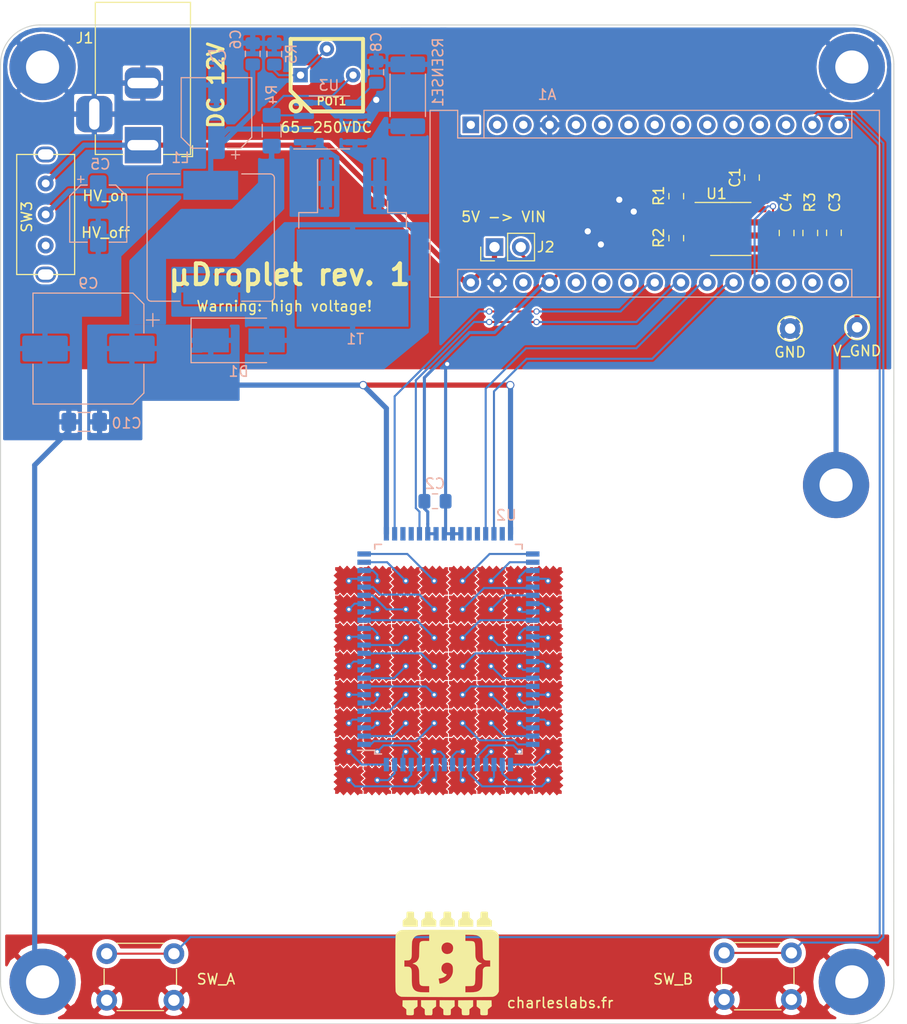
<source format=kicad_pcb>
(kicad_pcb (version 20171130) (host pcbnew 5.1.7-a382d34a8~88~ubuntu20.04.1)
  (layers (0 F.Cu signal) (31 B.Cu signal) (34 B.Paste user hide) (35 F.Paste user hide) (36 B.SilkS user) (37 F.SilkS user) (38 B.Mask user) (39 F.Mask user hide) (44 Edge.Cuts user))
  (net 0 "")
  (net 1 "Net-(D1-Pad2)")
  (net 2 GND)
  (net 3 "Net-(C3-Pad1)")
  (net 4 V_HV)
  (net 5 "Net-(RSENSE1-Pad1)")
  (net 6 "Net-(T1-Pad1)")
  (net 7 "Net-(C8-Pad1)")
  (net 8 VIN)
  (net 9 +5V)
  (net 10 CLK)
  (net 11 LE)
  (net 12 SW1)
  (net 13 SW2)
  (net 14 "Net-(POT1-Pad1)")
  (net 15 BL)
  (net 16 DI)
  (net 17 FEEDBACK)
  (net 18 V_GND)
  (net 19 "Net-(POT1-Pad3)")
  (net 20 "Net-(DROP1-Pad1)")
  (net 21 "Net-(DROP2-Pad1)")
  (net 22 "Net-(DROP3-Pad1)")
  (net 23 "Net-(DROP4-Pad1)")
  (net 24 "Net-(DROP5-Pad1)")
  (net 25 "Net-(DROP6-Pad1)")
  (net 26 "Net-(DROP7-Pad1)")
  (net 27 "Net-(DROP8-Pad1)")
  (net 28 "Net-(DROP9-Pad1)")
  (net 29 "Net-(DROP10-Pad1)")
  (net 30 "Net-(DROP11-Pad1)")
  (net 31 "Net-(DROP12-Pad1)")
  (net 32 "Net-(DROP13-Pad1)")
  (net 33 "Net-(DROP14-Pad1)")
  (net 34 "Net-(DROP15-Pad1)")
  (net 35 "Net-(DROP16-Pad1)")
  (net 36 "Net-(DROP17-Pad1)")
  (net 37 "Net-(DROP18-Pad1)")
  (net 38 "Net-(DROP19-Pad1)")
  (net 39 "Net-(DROP20-Pad1)")
  (net 40 "Net-(DROP21-Pad1)")
  (net 41 "Net-(DROP22-Pad1)")
  (net 42 "Net-(DROP23-Pad1)")
  (net 43 "Net-(DROP24-Pad1)")
  (net 44 "Net-(DROP25-Pad1)")
  (net 45 "Net-(DROP26-Pad1)")
  (net 46 "Net-(DROP27-Pad1)")
  (net 47 "Net-(DROP28-Pad1)")
  (net 48 "Net-(DROP29-Pad1)")
  (net 49 "Net-(DROP30-Pad1)")
  (net 50 "Net-(DROP31-Pad1)")
  (net 51 "Net-(DROP32-Pad1)")
  (net 52 "Net-(DROP33-Pad1)")
  (net 53 "Net-(DROP34-Pad1)")
  (net 54 "Net-(DROP35-Pad1)")
  (net 55 "Net-(DROP36-Pad1)")
  (net 56 "Net-(DROP37-Pad1)")
  (net 57 "Net-(DROP38-Pad1)")
  (net 58 "Net-(DROP39-Pad1)")
  (net 59 "Net-(DROP40-Pad1)")
  (net 60 "Net-(DROP41-Pad1)")
  (net 61 "Net-(DROP42-Pad1)")
  (net 62 "Net-(DROP43-Pad1)")
  (net 63 "Net-(DROP44-Pad1)")
  (net 64 "Net-(DROP45-Pad1)")
  (net 65 "Net-(DROP46-Pad1)")
  (net 66 "Net-(DROP47-Pad1)")
  (net 67 "Net-(DROP48-Pad1)")
  (net 68 "Net-(DROP49-Pad1)")
  (net 69 "Net-(DROP50-Pad1)")
  (net 70 "Net-(DROP51-Pad1)")
  (net 71 "Net-(DROP52-Pad1)")
  (net 72 "Net-(DROP53-Pad1)")
  (net 73 "Net-(DROP54-Pad1)")
  (net 74 "Net-(DROP55-Pad1)")
  (net 75 "Net-(DROP56-Pad1)")
  (net 76 "Net-(DROP57-Pad1)")
  (net 77 "Net-(DROP58-Pad1)")
  (net 78 "Net-(DROP59-Pad1)")
  (net 79 "Net-(DROP60-Pad1)")
  (net 80 "Net-(DROP61-Pad1)")
  (net 81 "Net-(DROP62-Pad1)")
  (net 82 "Net-(DROP63-Pad1)")
  (net 83 "Net-(DROP64-Pad1)")
  (net 84 "Net-(R1-Pad2)")
  (net 85 "Net-(U1-Pad1)")
  (net 86 "Net-(A1-Pad13)")
  (net 87 "Net-(A1-Pad28)")
  (net 88 "Net-(A1-Pad12)")
  (net 89 "Net-(A1-Pad11)")
  (net 90 "Net-(A1-Pad26)")
  (net 91 "Net-(A1-Pad10)")
  (net 92 "Net-(A1-Pad25)")
  (net 93 "Net-(A1-Pad9)")
  (net 94 "Net-(A1-Pad24)")
  (net 95 "Net-(A1-Pad3)")
  (net 96 "Net-(A1-Pad18)")
  (net 97 "Net-(A1-Pad2)")
  (net 98 "Net-(A1-Pad17)")
  (net 99 "Net-(A1-Pad1)")
  (net 100 "Net-(P3-Pad1)")
  (net 101 "Net-(P4-Pad1)")
  (net 102 "Net-(P5-Pad1)")
  (net 103 "Net-(U2-Pad39)")
  (net 104 "Net-(U2-Pad36)")
  (net 105 "Net-(U2-Pad35)")
  (net 106 "Net-(U2-Pad28)")
  (net 107 "Net-(U2-Pad27)")
  (net 108 "Net-(SW3-Pad1)")
  (net 109 "Net-(A1-Pad7)")
  (net 110 "Net-(A1-Pad16)")
  (net 111 "Net-(A1-Pad8)")
  (net 112 "Net-(A1-Pad6)")
  (net 113 "Net-(A1-Pad5)")
  (net 114 /Vin_sw)
  (module TestPoint:TestPoint_THTPad_D2.0mm_Drill1.0mm (layer F.Cu) (at 162.179 102.235)
    (fp_text reference P10 hide)
    (fp_text value V_GND)
    (pad 1 thru_hole circle (at 0 0) (size 2 2) (drill 1) (layers *.Cu *.Mask) (net 2 GND))
  )
  (module Connector_PinHeader_2.54mm:PinHeader_1x02_P2.54mm_Vertical (layer F.Cu) (at 133.604 94.361 90)
    (fp_text reference J2 (at 0 4.953 180) (layer F.SilkS))
    (fp_text value Conn_01x02_Male)
    (pad 2 thru_hole oval (at 0 2.54 90) (size 1.7 1.7) (drill 1) (layers *.Cu *.Mask) (net 9 +5V))
    (pad 1 thru_hole rect (at 0 0 90) (size 1.7 1.7) (drill 1) (layers *.Cu *.Mask) (net 8 VIN))
  )
  (module Capacitor_SMD:CP_Elec_10x10.5 (layer B.Cu) (at 94.352 104.167 180)
    (fp_text reference C9 (at 0 6.3) (layer B.SilkS) (effects (justify mirror)))
    (fp_text value "4.7uF, 250V")
    (pad 2 smd roundrect (at 4.2 0 180) (size 4.4 2.5) (layers B.Cu B.Paste B.Mask) (roundrect_rratio 0.1) (net 2 GND))
    (pad 1 smd roundrect (at -4.2 0 180) (size 4.4 2.5) (layers B.Cu B.Paste B.Mask) (roundrect_rratio 0.1) (net 4 V_HV))
  )
  (module Capacitor_SMD:CP_Elec_6.3x7.7 (layer B.Cu) (at 106.728 81.401 90)
    (fp_text reference C7 (at 5.455 0.079) (layer B.SilkS) (effects (justify mirror)))
    (fp_text value "100uF, 35V")
    (pad 2 smd roundrect (at 2.7 0 90) (size 3.5 1.6) (layers B.Cu B.Paste B.Mask) (roundrect_rratio 0.15625) (net 2 GND))
    (pad 1 smd roundrect (at -2.7 0 90) (size 3.5 1.6) (layers B.Cu B.Paste B.Mask) (roundrect_rratio 0.15625) (net 114 /Vin_sw))
  )
  (module Resistor_SMD:R_0805_2012Metric_Pad1.15x1.40mm_HandSolder (layer B.Cu) (at 112.316 75.701 90)
    (fp_text reference R5 (at 0 1.65 90) (layer B.SilkS) (effects (justify mirror)))
    (fp_text value 8k)
    (pad 2 smd roundrect (at 1.025 0 90) (size 1.15 1.4) (layers B.Cu B.Paste B.Mask) (roundrect_rratio 0.217391) (net 2 GND))
    (pad 1 smd roundrect (at -1.025 0 90) (size 1.15 1.4) (layers B.Cu B.Paste B.Mask) (roundrect_rratio 0.217391) (net 14 "Net-(POT1-Pad1)"))
  )
  (module Diode_SMD:D_SMB_Handsoldering (layer B.Cu) (at 108.872 103.378)
    (fp_text reference D1 (at 0 3) (layer B.SilkS) (effects (justify mirror)))
    (fp_text value ES2F)
    (pad 2 smd rect (at 2.7 0) (size 3.5 2.3) (layers B.Cu B.Paste B.Mask) (net 1 "Net-(D1-Pad2)"))
    (pad 1 smd rect (at -2.7 0) (size 3.5 2.3) (layers B.Cu B.Paste B.Mask) (net 4 V_HV))
  )
  (module Charleslabs_Parts:Charleslabs_Logo_10mm (layer F.Cu) (at 129.032 163.576)
    (fp_text reference LOGO1 hide)
    (fp_text value Logo_Open_Hardware_Small hide)
  )
  (module Package_TO_SOT_SMD:TO-263-2 (layer B.Cu) (at 119.888 93.98 270)
    (fp_text reference T1 (at 9.271 -0.254) (layer B.SilkS) (effects (justify mirror)))
    (fp_text value "IRF 840S")
    (pad 2 smd rect (at 3.375 0 270) (size 9.4 10.8) (layers B.Cu B.Mask) (net 1 "Net-(D1-Pad2)"))
    (pad 3 smd rect (at -5.775 -2.54 270) (size 4.6 1.1) (layers B.Cu B.Paste B.Mask) (net 5 "Net-(RSENSE1-Pad1)"))
    (pad 1 smd rect (at -5.775 2.54 270) (size 4.6 1.1) (layers B.Cu B.Paste B.Mask) (net 6 "Net-(T1-Pad1)"))
  )
  (module TestPoint:TestPoint_THTPad_D2.0mm_Drill1.0mm (layer F.Cu) (at 168.656 102.108)
    (fp_text reference P1 hide)
    (fp_text value V_GND)
    (pad 1 thru_hole circle (at 0 0) (size 2 2) (drill 1) (layers *.Cu *.Mask) (net 18 V_GND))
  )
  (module MountingHole:MountingHole_3.2mm_M3 (layer F.Cu) (at 166.624 154.94)
    (fp_text reference P4 hide)
    (fp_text value FrameHole)
    (pad 1 np_thru_hole circle (at 0 0) (size 3.2 3.2) (drill 3.2) (layers *.Cu *.Mask) (net 101 "Net-(P4-Pad1)"))
  )
  (module Package_SO:SOIC-8_3.9x4.9mm_P1.27mm (layer B.Cu) (at 117.65 82.323)
    (fp_text reference U3 (at -0.048 -3.583) (layer B.SilkS) (effects (justify mirror)))
    (fp_text value MAX1771ESA)
    (pad 8 smd roundrect (at 2.475 1.905) (size 1.95 0.6) (layers B.Cu B.Paste B.Mask) (net 5 "Net-(RSENSE1-Pad1)"))
    (pad 7 smd roundrect (at 2.475 0.635) (size 1.95 0.6) (layers B.Cu B.Paste B.Mask) (net 2 GND))
    (pad 6 smd roundrect (at 2.475 -0.635) (size 1.95 0.6) (layers B.Cu B.Paste B.Mask) (net 2 GND))
    (pad 5 smd roundrect (at 2.475 -1.905) (size 1.95 0.6) (layers B.Cu B.Paste B.Mask) (net 7 "Net-(C8-Pad1)"))
    (pad 4 smd roundrect (at -2.475 -1.905) (size 1.95 0.6) (layers B.Cu B.Paste B.Mask) (net 2 GND))
    (pad 3 smd roundrect (at -2.475 -0.635) (size 1.95 0.6) (layers B.Cu B.Paste B.Mask) (net 19 "Net-(POT1-Pad3)"))
    (pad 2 smd roundrect (at -2.475 0.635) (size 1.95 0.6) (layers B.Cu B.Paste B.Mask) (net 114 /Vin_sw))
    (pad 1 smd roundrect (at -2.475 1.905) (size 1.95 0.6) (layers B.Cu B.Paste B.Mask) (net 6 "Net-(T1-Pad1)"))
  )
  (module MountingHole:MountingHole_3.2mm_M3_Pad (layer F.Cu) (at 168.148 165.354)
    (fp_text reference P9 hide)
    (fp_text value ScrewPad1)
    (pad 1 thru_hole circle (at 0 0) (size 6.4 6.4) (drill 3.2) (layers *.Cu *.Mask) (net 2 GND))
  )
  (module MountingHole:MountingHole_3.2mm_M3_Pad (layer F.Cu) (at 89.916 165.354)
    (fp_text reference P8 hide)
    (fp_text value ScrewPad1)
    (pad 1 thru_hole circle (at 0 0) (size 6.4 6.4) (drill 3.2) (layers *.Cu *.Mask) (net 2 GND))
  )
  (module MountingHole:MountingHole_3.2mm_M3_Pad (layer F.Cu) (at 168.148 76.962)
    (fp_text reference P7 hide)
    (fp_text value ScrewPad1)
    (pad 1 thru_hole circle (at 0 0) (size 6.4 6.4) (drill 3.2) (layers *.Cu *.Mask) (net 2 GND))
  )
  (module MountingHole:MountingHole_3.2mm_M3_Pad (layer F.Cu) (at 89.916 76.962)
    (fp_text reference P6 hide)
    (fp_text value ScrewPad1)
    (pad 1 thru_hole circle (at 0 0) (size 6.4 6.4) (drill 3.2) (layers *.Cu *.Mask) (net 2 GND))
  )
  (module MountingHole:MountingHole_3.2mm_M3_Pad (layer F.Cu) (at 166.624 117.348)
    (fp_text reference P2 hide)
    (fp_text value FrameHole)
    (pad 1 thru_hole circle (at 0 0) (size 6.4 6.4) (drill 3.2) (layers *.Cu *.Mask) (net 18 V_GND))
  )
  (module Module:Arduino_Nano (layer B.Cu) (at 131.318 82.55 270)
    (fp_text reference A1 (at -2.921 -7.366 180) (layer B.SilkS) (effects (justify mirror)))
    (fp_text value Arduino_Nano_v3.x)
    (pad 16 thru_hole oval (at 15.24 -35.56 270) (size 1.6 1.6) (drill 0.8) (layers *.Cu *.Mask) (net 110 "Net-(A1-Pad16)"))
    (pad 15 thru_hole oval (at 0 -35.56 270) (size 1.6 1.6) (drill 0.8) (layers *.Cu *.Mask) (net 12 SW1))
    (pad 30 thru_hole oval (at 15.24 0 270) (size 1.6 1.6) (drill 0.8) (layers *.Cu *.Mask) (net 8 VIN))
    (pad 14 thru_hole oval (at 0 -33.02 270) (size 1.6 1.6) (drill 0.8) (layers *.Cu *.Mask) (net 13 SW2))
    (pad 29 thru_hole oval (at 15.24 -2.54 270) (size 1.6 1.6) (drill 0.8) (layers *.Cu *.Mask) (net 2 GND))
    (pad 13 thru_hole oval (at 0 -30.48 270) (size 1.6 1.6) (drill 0.8) (layers *.Cu *.Mask) (net 86 "Net-(A1-Pad13)"))
    (pad 28 thru_hole oval (at 15.24 -5.08 270) (size 1.6 1.6) (drill 0.8) (layers *.Cu *.Mask) (net 87 "Net-(A1-Pad28)"))
    (pad 12 thru_hole oval (at 0 -27.94 270) (size 1.6 1.6) (drill 0.8) (layers *.Cu *.Mask) (net 88 "Net-(A1-Pad12)"))
    (pad 27 thru_hole oval (at 15.24 -7.62 270) (size 1.6 1.6) (drill 0.8) (layers *.Cu *.Mask) (net 9 +5V))
    (pad 11 thru_hole oval (at 0 -25.4 270) (size 1.6 1.6) (drill 0.8) (layers *.Cu *.Mask) (net 89 "Net-(A1-Pad11)"))
    (pad 26 thru_hole oval (at 15.24 -10.16 270) (size 1.6 1.6) (drill 0.8) (layers *.Cu *.Mask) (net 90 "Net-(A1-Pad26)"))
    (pad 10 thru_hole oval (at 0 -22.86 270) (size 1.6 1.6) (drill 0.8) (layers *.Cu *.Mask) (net 91 "Net-(A1-Pad10)"))
    (pad 25 thru_hole oval (at 15.24 -12.7 270) (size 1.6 1.6) (drill 0.8) (layers *.Cu *.Mask) (net 92 "Net-(A1-Pad25)"))
    (pad 9 thru_hole oval (at 0 -20.32 270) (size 1.6 1.6) (drill 0.8) (layers *.Cu *.Mask) (net 93 "Net-(A1-Pad9)"))
    (pad 24 thru_hole oval (at 15.24 -15.24 270) (size 1.6 1.6) (drill 0.8) (layers *.Cu *.Mask) (net 94 "Net-(A1-Pad24)"))
    (pad 8 thru_hole oval (at 0 -17.78 270) (size 1.6 1.6) (drill 0.8) (layers *.Cu *.Mask) (net 111 "Net-(A1-Pad8)"))
    (pad 23 thru_hole oval (at 15.24 -17.78 270) (size 1.6 1.6) (drill 0.8) (layers *.Cu *.Mask) (net 16 DI))
    (pad 7 thru_hole oval (at 0 -15.24 270) (size 1.6 1.6) (drill 0.8) (layers *.Cu *.Mask) (net 109 "Net-(A1-Pad7)"))
    (pad 22 thru_hole oval (at 15.24 -20.32 270) (size 1.6 1.6) (drill 0.8) (layers *.Cu *.Mask) (net 15 BL))
    (pad 6 thru_hole oval (at 0 -12.7 270) (size 1.6 1.6) (drill 0.8) (layers *.Cu *.Mask) (net 112 "Net-(A1-Pad6)"))
    (pad 21 thru_hole oval (at 15.24 -22.86 270) (size 1.6 1.6) (drill 0.8) (layers *.Cu *.Mask) (net 10 CLK))
    (pad 5 thru_hole oval (at 0 -10.16 270) (size 1.6 1.6) (drill 0.8) (layers *.Cu *.Mask) (net 113 "Net-(A1-Pad5)"))
    (pad 20 thru_hole oval (at 15.24 -25.4 270) (size 1.6 1.6) (drill 0.8) (layers *.Cu *.Mask) (net 11 LE))
    (pad 4 thru_hole oval (at 0 -7.62 270) (size 1.6 1.6) (drill 0.8) (layers *.Cu *.Mask) (net 2 GND))
    (pad 19 thru_hole oval (at 15.24 -27.94 270) (size 1.6 1.6) (drill 0.8) (layers *.Cu *.Mask) (net 17 FEEDBACK))
    (pad 3 thru_hole oval (at 0 -5.08 270) (size 1.6 1.6) (drill 0.8) (layers *.Cu *.Mask) (net 95 "Net-(A1-Pad3)"))
    (pad 18 thru_hole oval (at 15.24 -30.48 270) (size 1.6 1.6) (drill 0.8) (layers *.Cu *.Mask) (net 96 "Net-(A1-Pad18)"))
    (pad 2 thru_hole oval (at 0 -2.54 270) (size 1.6 1.6) (drill 0.8) (layers *.Cu *.Mask) (net 97 "Net-(A1-Pad2)"))
    (pad 17 thru_hole oval (at 15.24 -33.02 270) (size 1.6 1.6) (drill 0.8) (layers *.Cu *.Mask) (net 98 "Net-(A1-Pad17)"))
    (pad 1 thru_hole rect (at 0 0 270) (size 1.6 1.6) (drill 0.8) (layers *.Cu *.Mask) (net 99 "Net-(A1-Pad1)"))
  )
  (module Capacitor_SMD:CP_Elec_5x5.4 (layer B.Cu) (at 95.298 91.127 270)
    (fp_text reference C5 (at -4.767 -0.206 180) (layer B.SilkS) (effects (justify mirror)))
    (fp_text value "10uF, 25V")
    (pad 2 smd roundrect (at 2.2 0 270) (size 3 1.6) (layers B.Cu B.Paste B.Mask) (roundrect_rratio 0.15625) (net 2 GND))
    (pad 1 smd roundrect (at -2.2 0 270) (size 3 1.6) (layers B.Cu B.Paste B.Mask) (roundrect_rratio 0.15625) (net 114 /Vin_sw))
  )
  (module Package_QFP:PQFP-80_14x20mm_P0.8mm (layer B.Cu) (at 129.154 133.213)
    (fp_text reference U2 (at 5.593 -12.944) (layer B.SilkS) (effects (justify mirror)))
    (fp_text value HV507)
    (pad 80 smd rect (at -6 11.15 270) (size 1.3 0.5) (layers B.Cu B.Paste B.Mask) (net 82 "Net-(DROP63-Pad1)"))
    (pad 79 smd rect (at -5.2 11.15 270) (size 1.3 0.5) (layers B.Cu B.Paste B.Mask) (net 75 "Net-(DROP56-Pad1)"))
    (pad 78 smd rect (at -4.4 11.15 270) (size 1.3 0.5) (layers B.Cu B.Paste B.Mask) (net 66 "Net-(DROP47-Pad1)"))
    (pad 77 smd rect (at -3.6 11.15 270) (size 1.3 0.5) (layers B.Cu B.Paste B.Mask) (net 67 "Net-(DROP48-Pad1)"))
    (pad 76 smd rect (at -2.8 11.15 270) (size 1.3 0.5) (layers B.Cu B.Paste B.Mask) (net 74 "Net-(DROP55-Pad1)"))
    (pad 75 smd rect (at -2 11.15 270) (size 1.3 0.5) (layers B.Cu B.Paste B.Mask) (net 83 "Net-(DROP64-Pad1)"))
    (pad 74 smd rect (at -1.2 11.15 270) (size 1.3 0.5) (layers B.Cu B.Paste B.Mask) (net 59 "Net-(DROP40-Pad1)"))
    (pad 73 smd rect (at -0.4 11.15 270) (size 1.3 0.5) (layers B.Cu B.Paste B.Mask) (net 58 "Net-(DROP39-Pad1)"))
    (pad 72 smd rect (at 0.4 11.15 270) (size 1.3 0.5) (layers B.Cu B.Paste B.Mask) (net 50 "Net-(DROP31-Pad1)"))
    (pad 71 smd rect (at 1.2 11.15 270) (size 1.3 0.5) (layers B.Cu B.Paste B.Mask) (net 51 "Net-(DROP32-Pad1)"))
    (pad 70 smd rect (at 2 11.15 270) (size 1.3 0.5) (layers B.Cu B.Paste B.Mask) (net 27 "Net-(DROP8-Pad1)"))
    (pad 69 smd rect (at 2.8 11.15 270) (size 1.3 0.5) (layers B.Cu B.Paste B.Mask) (net 34 "Net-(DROP15-Pad1)"))
    (pad 68 smd rect (at 3.6 11.15 270) (size 1.3 0.5) (layers B.Cu B.Paste B.Mask) (net 42 "Net-(DROP23-Pad1)"))
    (pad 67 smd rect (at 4.4 11.15 270) (size 1.3 0.5) (layers B.Cu B.Paste B.Mask) (net 43 "Net-(DROP24-Pad1)"))
    (pad 66 smd rect (at 5.2 11.15 270) (size 1.3 0.5) (layers B.Cu B.Paste B.Mask) (net 35 "Net-(DROP16-Pad1)"))
    (pad 65 smd rect (at 6 11.15 270) (size 1.3 0.5) (layers B.Cu B.Paste B.Mask) (net 26 "Net-(DROP7-Pad1)"))
    (pad 64 smd rect (at 8.15 9.2) (size 1.3 0.5) (layers B.Cu B.Paste B.Mask) (net 49 "Net-(DROP30-Pad1)"))
    (pad 63 smd rect (at 8.15 8.4) (size 1.3 0.5) (layers B.Cu B.Paste B.Mask) (net 41 "Net-(DROP22-Pad1)"))
    (pad 62 smd rect (at 8.15 7.6) (size 1.3 0.5) (layers B.Cu B.Paste B.Mask) (net 33 "Net-(DROP14-Pad1)"))
    (pad 61 smd rect (at 8.15 6.8) (size 1.3 0.5) (layers B.Cu B.Paste B.Mask) (net 25 "Net-(DROP6-Pad1)"))
    (pad 60 smd rect (at 8.15 6) (size 1.3 0.5) (layers B.Cu B.Paste B.Mask) (net 40 "Net-(DROP21-Pad1)"))
    (pad 59 smd rect (at 8.15 5.2) (size 1.3 0.5) (layers B.Cu B.Paste B.Mask) (net 32 "Net-(DROP13-Pad1)"))
    (pad 58 smd rect (at 8.15 4.4) (size 1.3 0.5) (layers B.Cu B.Paste B.Mask) (net 24 "Net-(DROP5-Pad1)"))
    (pad 57 smd rect (at 8.15 3.6) (size 1.3 0.5) (layers B.Cu B.Paste B.Mask) (net 48 "Net-(DROP29-Pad1)"))
    (pad 56 smd rect (at 8.15 2.8) (size 1.3 0.5) (layers B.Cu B.Paste B.Mask) (net 39 "Net-(DROP20-Pad1)"))
    (pad 55 smd rect (at 8.15 2) (size 1.3 0.5) (layers B.Cu B.Paste B.Mask) (net 31 "Net-(DROP12-Pad1)"))
    (pad 54 smd rect (at 8.15 1.2) (size 1.3 0.5) (layers B.Cu B.Paste B.Mask) (net 23 "Net-(DROP4-Pad1)"))
    (pad 53 smd rect (at 8.15 0.4) (size 1.3 0.5) (layers B.Cu B.Paste B.Mask) (net 47 "Net-(DROP28-Pad1)"))
    (pad 52 smd rect (at 8.15 -0.4) (size 1.3 0.5) (layers B.Cu B.Paste B.Mask) (net 38 "Net-(DROP19-Pad1)"))
    (pad 51 smd rect (at 8.15 -1.2) (size 1.3 0.5) (layers B.Cu B.Paste B.Mask) (net 22 "Net-(DROP3-Pad1)"))
    (pad 50 smd rect (at 8.15 -2) (size 1.3 0.5) (layers B.Cu B.Paste B.Mask) (net 30 "Net-(DROP11-Pad1)"))
    (pad 49 smd rect (at 8.15 -2.8) (size 1.3 0.5) (layers B.Cu B.Paste B.Mask) (net 46 "Net-(DROP27-Pad1)"))
    (pad 48 smd rect (at 8.15 -3.6) (size 1.3 0.5) (layers B.Cu B.Paste B.Mask) (net 29 "Net-(DROP10-Pad1)"))
    (pad 47 smd rect (at 8.15 -4.4) (size 1.3 0.5) (layers B.Cu B.Paste B.Mask) (net 21 "Net-(DROP2-Pad1)"))
    (pad 46 smd rect (at 8.15 -5.2) (size 1.3 0.5) (layers B.Cu B.Paste B.Mask) (net 37 "Net-(DROP18-Pad1)"))
    (pad 45 smd rect (at 8.15 -6) (size 1.3 0.5) (layers B.Cu B.Paste B.Mask) (net 45 "Net-(DROP26-Pad1)"))
    (pad 44 smd rect (at 8.15 -6.8) (size 1.3 0.5) (layers B.Cu B.Paste B.Mask) (net 20 "Net-(DROP1-Pad1)"))
    (pad 43 smd rect (at 8.15 -7.6) (size 1.3 0.5) (layers B.Cu B.Paste B.Mask) (net 28 "Net-(DROP9-Pad1)"))
    (pad 42 smd rect (at 8.15 -8.4) (size 1.3 0.5) (layers B.Cu B.Paste B.Mask) (net 36 "Net-(DROP17-Pad1)"))
    (pad 41 smd rect (at 8.15 -9.2) (size 1.3 0.5) (layers B.Cu B.Paste B.Mask) (net 44 "Net-(DROP25-Pad1)"))
    (pad 40 smd rect (at 6 -11.15 270) (size 1.3 0.5) (layers B.Cu B.Paste B.Mask) (net 4 V_HV))
    (pad 39 smd rect (at 5.2 -11.15 270) (size 1.3 0.5) (layers B.Cu B.Paste B.Mask) (net 103 "Net-(U2-Pad39)"))
    (pad 38 smd rect (at 4.4 -11.15 270) (size 1.3 0.5) (layers B.Cu B.Paste B.Mask) (net 11 LE))
    (pad 37 smd rect (at 3.6 -11.15 270) (size 1.3 0.5) (layers B.Cu B.Paste B.Mask) (net 10 CLK))
    (pad 36 smd rect (at 2.8 -11.15 270) (size 1.3 0.5) (layers B.Cu B.Paste B.Mask) (net 104 "Net-(U2-Pad36)"))
    (pad 35 smd rect (at 2 -11.15 270) (size 1.3 0.5) (layers B.Cu B.Paste B.Mask) (net 105 "Net-(U2-Pad35)"))
    (pad 34 smd rect (at 1.2 -11.15 270) (size 1.3 0.5) (layers B.Cu B.Paste B.Mask) (net 2 GND))
    (pad 33 smd rect (at 0.4 -11.15 270) (size 1.3 0.5) (layers B.Cu B.Paste B.Mask) (net 2 GND))
    (pad 32 smd rect (at -0.4 -11.15 270) (size 1.3 0.5) (layers B.Cu B.Paste B.Mask) (net 2 GND))
    (pad 31 smd rect (at -1.2 -11.15 270) (size 1.3 0.5) (layers B.Cu B.Paste B.Mask) (net 9 +5V))
    (pad 30 smd rect (at -2 -11.15 270) (size 1.3 0.5) (layers B.Cu B.Paste B.Mask) (net 9 +5V))
    (pad 29 smd rect (at -2.8 -11.15 270) (size 1.3 0.5) (layers B.Cu B.Paste B.Mask) (net 15 BL))
    (pad 28 smd rect (at -3.6 -11.15 270) (size 1.3 0.5) (layers B.Cu B.Paste B.Mask) (net 106 "Net-(U2-Pad28)"))
    (pad 27 smd rect (at -4.4 -11.15 270) (size 1.3 0.5) (layers B.Cu B.Paste B.Mask) (net 107 "Net-(U2-Pad27)"))
    (pad 26 smd rect (at -5.2 -11.15 270) (size 1.3 0.5) (layers B.Cu B.Paste B.Mask) (net 16 DI))
    (pad 25 smd rect (at -6 -11.15 270) (size 1.3 0.5) (layers B.Cu B.Paste B.Mask) (net 4 V_HV))
    (pad 24 smd rect (at -8.15 -9.2) (size 1.3 0.5) (layers B.Cu B.Paste B.Mask) (net 52 "Net-(DROP33-Pad1)"))
    (pad 23 smd rect (at -8.15 -8.4) (size 1.3 0.5) (layers B.Cu B.Paste B.Mask) (net 60 "Net-(DROP41-Pad1)"))
    (pad 22 smd rect (at -8.15 -7.6) (size 1.3 0.5) (layers B.Cu B.Paste B.Mask) (net 68 "Net-(DROP49-Pad1)"))
    (pad 21 smd rect (at -8.15 -6.8) (size 1.3 0.5) (layers B.Cu B.Paste B.Mask) (net 76 "Net-(DROP57-Pad1)"))
    (pad 20 smd rect (at -8.15 -6) (size 1.3 0.5) (layers B.Cu B.Paste B.Mask) (net 53 "Net-(DROP34-Pad1)"))
    (pad 19 smd rect (at -8.15 -5.2) (size 1.3 0.5) (layers B.Cu B.Paste B.Mask) (net 61 "Net-(DROP42-Pad1)"))
    (pad 18 smd rect (at -8.15 -4.4) (size 1.3 0.5) (layers B.Cu B.Paste B.Mask) (net 77 "Net-(DROP58-Pad1)"))
    (pad 17 smd rect (at -8.15 -3.6) (size 1.3 0.5) (layers B.Cu B.Paste B.Mask) (net 69 "Net-(DROP50-Pad1)"))
    (pad 16 smd rect (at -8.15 -2.8) (size 1.3 0.5) (layers B.Cu B.Paste B.Mask) (net 54 "Net-(DROP35-Pad1)"))
    (pad 15 smd rect (at -8.15 -2) (size 1.3 0.5) (layers B.Cu B.Paste B.Mask) (net 70 "Net-(DROP51-Pad1)"))
    (pad 14 smd rect (at -8.15 -1.2) (size 1.3 0.5) (layers B.Cu B.Paste B.Mask) (net 78 "Net-(DROP59-Pad1)"))
    (pad 13 smd rect (at -8.15 -0.4) (size 1.3 0.5) (layers B.Cu B.Paste B.Mask) (net 62 "Net-(DROP43-Pad1)"))
    (pad 12 smd rect (at -8.15 0.4) (size 1.3 0.5) (layers B.Cu B.Paste B.Mask) (net 55 "Net-(DROP36-Pad1)"))
    (pad 11 smd rect (at -8.15 1.2) (size 1.3 0.5) (layers B.Cu B.Paste B.Mask) (net 79 "Net-(DROP60-Pad1)"))
    (pad 10 smd rect (at -8.15 2) (size 1.3 0.5) (layers B.Cu B.Paste B.Mask) (net 71 "Net-(DROP52-Pad1)"))
    (pad 9 smd rect (at -8.15 2.8) (size 1.3 0.5) (layers B.Cu B.Paste B.Mask) (net 63 "Net-(DROP44-Pad1)"))
    (pad 8 smd rect (at -8.15 3.6) (size 1.3 0.5) (layers B.Cu B.Paste B.Mask) (net 56 "Net-(DROP37-Pad1)"))
    (pad 7 smd rect (at -8.15 4.4) (size 1.3 0.5) (layers B.Cu B.Paste B.Mask) (net 80 "Net-(DROP61-Pad1)"))
    (pad 6 smd rect (at -8.15 5.2) (size 1.3 0.5) (layers B.Cu B.Paste B.Mask) (net 72 "Net-(DROP53-Pad1)"))
    (pad 5 smd rect (at -8.15 6) (size 1.3 0.5) (layers B.Cu B.Paste B.Mask) (net 64 "Net-(DROP45-Pad1)"))
    (pad 4 smd rect (at -8.15 6.8) (size 1.3 0.5) (layers B.Cu B.Paste B.Mask) (net 81 "Net-(DROP62-Pad1)"))
    (pad 3 smd rect (at -8.15 7.6) (size 1.3 0.5) (layers B.Cu B.Paste B.Mask) (net 73 "Net-(DROP54-Pad1)"))
    (pad 2 smd rect (at -8.15 8.4) (size 1.3 0.5) (layers B.Cu B.Paste B.Mask) (net 65 "Net-(DROP46-Pad1)"))
    (pad 1 smd rect (at -8.15 9.2) (size 1.3 0.5) (layers B.Cu B.Paste B.Mask) (net 57 "Net-(DROP38-Pad1)"))
  )
  (module Package_SO:SOIC-8_3.9x4.9mm_P1.27mm (layer F.Cu) (at 156.447 92.61)
    (fp_text reference U1 (at -1.38 -3.4) (layer F.SilkS))
    (fp_text value MCP6002)
    (pad 8 smd roundrect (at 2.475 -1.905) (size 1.95 0.6) (layers F.Cu F.Paste F.Mask) (net 9 +5V))
    (pad 7 smd roundrect (at 2.475 -0.635) (size 1.95 0.6) (layers F.Cu F.Paste F.Mask) (net 17 FEEDBACK))
    (pad 6 smd roundrect (at 2.475 0.635) (size 1.95 0.6) (layers F.Cu F.Paste F.Mask) (net 3 "Net-(C3-Pad1)"))
    (pad 5 smd roundrect (at 2.475 1.905) (size 1.95 0.6) (layers F.Cu F.Paste F.Mask) (net 85 "Net-(U1-Pad1)"))
    (pad 4 smd roundrect (at -2.475 1.905) (size 1.95 0.6) (layers F.Cu F.Paste F.Mask) (net 2 GND))
    (pad 3 smd roundrect (at -2.475 0.635) (size 1.95 0.6) (layers F.Cu F.Paste F.Mask) (net 84 "Net-(R1-Pad2)"))
    (pad 2 smd roundrect (at -2.475 -0.635) (size 1.95 0.6) (layers F.Cu F.Paste F.Mask) (net 85 "Net-(U1-Pad1)"))
    (pad 1 smd roundrect (at -2.475 -1.905) (size 1.95 0.6) (layers F.Cu F.Paste F.Mask) (net 85 "Net-(U1-Pad1)"))
  )
  (module footprints:SPDT_12.1_5.6 (layer F.Cu) (at 90.218 91.213 90)
    (fp_text reference SW3 (at -0.227 -1.826 90) (layer F.SilkS))
    (fp_text value SS-12F44-G5)
    (pad TH thru_hole oval (at 5.8 0 90) (size 1.524 2) (drill oval 1 1.5) (layers *.Cu *.Mask))
    (pad TH thru_hole oval (at -5.8 0 90) (size 1.524 2) (drill oval 1 1.5) (layers *.Cu *.Mask))
    (pad 3 thru_hole circle (at 3 0 90) (size 1.524 1.524) (drill 0.762) (layers *.Cu *.Mask) (net 8 VIN))
    (pad 1 thru_hole circle (at -3 0 90) (size 1.524 1.524) (drill 0.762) (layers *.Cu *.Mask) (net 108 "Net-(SW3-Pad1)"))
    (pad 2 thru_hole circle (at 0 0 90) (size 1.524 1.524) (drill 0.762) (layers *.Cu *.Mask) (net 114 /Vin_sw))
  )
  (module Button_Switch_THT:SW_PUSH_6mm (layer F.Cu) (at 155.806 162.56)
    (fp_text reference SW2)
    (fp_text value SW_PUSH)
    (fp_text user SW_B (at -4.93 2.54) (layer F.SilkS))
    (pad 1 thru_hole circle (at 6.5 0 90) (size 2 2) (drill 1.1) (layers *.Cu *.Mask) (net 13 SW2))
    (pad 2 thru_hole circle (at 6.5 4.5 90) (size 2 2) (drill 1.1) (layers *.Cu *.Mask) (net 2 GND))
    (pad 1 thru_hole circle (at 0 0 90) (size 2 2) (drill 1.1) (layers *.Cu *.Mask) (net 13 SW2))
    (pad 2 thru_hole circle (at 0 4.5 90) (size 2 2) (drill 1.1) (layers *.Cu *.Mask) (net 2 GND))
  )
  (module Button_Switch_THT:SW_PUSH_6mm (layer F.Cu) (at 96.116 162.632)
    (fp_text reference SW1)
    (fp_text value SW_PUSH)
    (fp_text user SW_A (at 10.564 2.468) (layer F.SilkS))
    (pad 1 thru_hole circle (at 6.5 0 90) (size 2 2) (drill 1.1) (layers *.Cu *.Mask) (net 12 SW1))
    (pad 2 thru_hole circle (at 6.5 4.5 90) (size 2 2) (drill 1.1) (layers *.Cu *.Mask) (net 2 GND))
    (pad 1 thru_hole circle (at 0 0 90) (size 2 2) (drill 1.1) (layers *.Cu *.Mask) (net 12 SW1))
    (pad 2 thru_hole circle (at 0 4.5 90) (size 2 2) (drill 1.1) (layers *.Cu *.Mask) (net 2 GND))
  )
  (module Resistor_SMD:R_2512_6332Metric_Pad1.52x3.35mm_HandSolder (layer B.Cu) (at 125.222 79.6955 90)
    (fp_text reference RSENSE1 (at 2.2255 2.921 270) (layer B.SilkS) (effects (justify mirror)))
    (fp_text value 0R050)
    (pad 1 smd roundrect (at -2.9875 0 90) (size 1.525 3.35) (layers B.Cu B.Paste B.Mask) (roundrect_rratio 0.163934) (net 5 "Net-(RSENSE1-Pad1)"))
    (pad 2 smd roundrect (at 2.9875 0 90) (size 1.525 3.35) (layers B.Cu B.Paste B.Mask) (roundrect_rratio 0.163934) (net 2 GND))
  )
  (module Resistor_SMD:R_1206_3216Metric_Pad1.42x1.75mm_HandSolder (layer B.Cu) (at 112.062 83.1215 90)
    (fp_text reference R4 (at 3.4925 0 90) (layer B.SilkS) (effects (justify mirror)))
    (fp_text value 1.5M)
    (pad 2 smd roundrect (at 1.4875 0 90) (size 1.425 1.75) (layers B.Cu B.Paste B.Mask) (roundrect_rratio 0.175439) (net 19 "Net-(POT1-Pad3)"))
    (pad 1 smd roundrect (at -1.4875 0 90) (size 1.425 1.75) (layers B.Cu B.Paste B.Mask) (roundrect_rratio 0.175439) (net 4 V_HV))
  )
  (module Resistor_SMD:R_0805_2012Metric_Pad1.15x1.40mm_HandSolder (layer F.Cu) (at 164.132 93 270)
    (fp_text reference R3 (at -2.957 0.048 90) (layer F.SilkS))
    (fp_text value 200k)
    (pad 2 smd roundrect (at 1.025 0 270) (size 1.15 1.4) (layers F.Cu F.Paste F.Mask) (roundrect_rratio 0.217391) (net 3 "Net-(C3-Pad1)"))
    (pad 1 smd roundrect (at -1.025 0 270) (size 1.15 1.4) (layers F.Cu F.Paste F.Mask) (roundrect_rratio 0.217391) (net 17 FEEDBACK))
  )
  (module Resistor_SMD:R_0805_2012Metric_Pad1.15x1.40mm_HandSolder (layer F.Cu) (at 151.178 93.499 270)
    (fp_text reference R2 (at -0.027 1.699 90) (layer F.SilkS))
    (fp_text value 10k)
    (pad 2 smd roundrect (at 1.025 0 270) (size 1.15 1.4) (layers F.Cu F.Paste F.Mask) (roundrect_rratio 0.217391) (net 2 GND))
    (pad 1 smd roundrect (at -1.025 0 270) (size 1.15 1.4) (layers F.Cu F.Paste F.Mask) (roundrect_rratio 0.217391) (net 84 "Net-(R1-Pad2)"))
  )
  (module Resistor_SMD:R_0805_2012Metric_Pad1.15x1.40mm_HandSolder (layer F.Cu) (at 151.178 89.444 270)
    (fp_text reference R1 (at -0.036 1.699 90) (layer F.SilkS))
    (fp_text value 10k)
    (pad 2 smd roundrect (at 1.025 0 270) (size 1.15 1.4) (layers F.Cu F.Paste F.Mask) (roundrect_rratio 0.217391) (net 84 "Net-(R1-Pad2)"))
    (pad 1 smd roundrect (at -1.025 0 270) (size 1.15 1.4) (layers F.Cu F.Paste F.Mask) (roundrect_rratio 0.217391) (net 9 +5V))
  )
  (module footprints:BOURNS-3362P_pot (layer F.Cu) (at 117.396 77.751)
    (fp_text reference POT1 (at 0.46 2.513) (layer F.SilkS) (effects (font (size 0.762 0.762) (thickness 0.1524))))
    (fp_text value 5k hide)
    (pad 2 thru_hole circle (at 0 -2.54) (size 1.4 1.4) (drill 0.7) (layers *.Cu *.Mask) (net 14 "Net-(POT1-Pad1)"))
    (pad 3 thru_hole circle (at 2.54 0) (size 1.4 1.4) (drill 0.7) (layers *.Cu *.Mask) (net 19 "Net-(POT1-Pad3)"))
    (pad 1 thru_hole rect (at -2.54 0) (size 1.4 1.4) (drill 0.7) (layers *.Cu *.Mask) (net 14 "Net-(POT1-Pad1)"))
  )
  (module MountingHole:MountingHole_3.2mm_M3 (layer F.Cu) (at 91.44 117.348)
    (fp_text reference P5 hide)
    (fp_text value FrameHole)
    (pad 1 np_thru_hole circle (at 0 0) (size 3.2 3.2) (drill 3.2) (layers *.Cu *.Mask) (net 102 "Net-(P5-Pad1)"))
  )
  (module MountingHole:MountingHole_3.2mm_M3 (layer F.Cu) (at 91.44 154.94)
    (fp_text reference P3 hide)
    (fp_text value FrameHole)
    (pad 1 np_thru_hole circle (at 0 0) (size 3.2 3.2) (drill 3.2) (layers *.Cu *.Mask) (net 100 "Net-(P3-Pad1)"))
  )
  (module Inductor_SMD:L_Bourns_SRR1210A (layer B.Cu) (at 106.172 93.442 270)
    (fp_text reference L1 (at -7.717 2.921) (layer B.SilkS) (effects (justify mirror)))
    (fp_text value "100uH, 1A")
    (pad 1 smd rect (at -5.05 0 270) (size 2.8 5.3) (layers B.Cu B.Paste B.Mask) (net 114 /Vin_sw))
    (pad 2 smd rect (at 5.05 0 270) (size 2.8 5.3) (layers B.Cu B.Paste B.Mask) (net 1 "Net-(D1-Pad2)"))
  )
  (module Connector_BarrelJack:BarrelJack_Horizontal (layer F.Cu) (at 99.616 84.513 270)
    (fp_text reference J1 (at -10.345 5.636 180) (layer F.SilkS))
    (fp_text value DC_JACK)
    (pad 3 thru_hole roundrect (at -3 4.7 270) (size 3.5 3.5) (drill oval 3 1) (layers *.Cu *.Mask) (net 2 GND))
    (pad 2 thru_hole roundrect (at -6 0 270) (size 3 3.5) (drill oval 1 3) (layers *.Cu *.Mask) (net 2 GND))
    (pad 1 thru_hole rect (at 0 0 270) (size 3.5 3.5) (drill oval 1 3) (layers *.Cu *.Mask) (net 8 VIN))
  )
  (module footprints:DROP_2_75_4MIL_4_5 (layer F.Cu) (at 119.527 145.864 270)
    (fp_text reference DROP64 hide)
    (fp_text value FX hide)
    (fp_poly (pts (xy -0.675 -1.125) (xy -0.5 -1.05) (xy -0.424223 -1.115017) (xy 0.025 -1.125) (xy 0.175 -1.05) (xy 0.3 -1.1) (xy 0.7 -1.1) (xy 0.859375 -1.051) (xy 1.1 -1.125) (xy 1.15 -0.675) (xy 1.025 -0.525) (xy 1.1 -0.4) (xy 1.15 0.00006) (xy 1.025 0.2) (xy 1.129086 0.32327) (xy 1.15 0.675) (xy 1.025 0.85) (xy 1.1 1.05) (xy 0.65 1.125) (xy 0.475 1.025) (xy 0.35 1.15) (xy -0.000074 1.15) (xy -0.175 1.025) (xy -0.298452 1.126888) (xy -0.299886 1.126971) (xy -0.7 1.15) (xy -0.85 1.025) (xy -1.075 1.1) (xy -1.125 0.675) (xy -1.05 0.575) (xy -1.085484 0.4) (xy -1.1 0) (xy -1.05 -0.175) (xy -1.1 -0.325) (xy -1.1 -0.7) (xy -1.05 -0.875) (xy -1.1 -1.1)) (layer F.Cu) (width 0.1))
    (fp_line (start 1.411 0.515625) (end 1.051 0.859375) (layer F.Cu) (width 0.1))
    (fp_line (start 1.051 0.171875) (end 1.411 0.515625) (layer F.Cu) (width 0.1))
    (fp_line (start -1.411 -0.515625) (end -1.051 -0.859375) (layer F.Cu) (width 0.1))
    (fp_line (start -1.051 -0.171875) (end -1.411 -0.515625) (layer F.Cu) (width 0.1))
    (fp_line (start -0.515625 1.411) (end -0.859375 1.051) (layer F.Cu) (width 0.1))
    (fp_line (start -0.171875 1.051) (end -0.515625 1.411) (layer F.Cu) (width 0.1))
    (fp_line (start 0.515625 -1.411) (end 0.859375 -1.051) (layer F.Cu) (width 0.1))
    (fp_line (start 0.171875 -1.051) (end 0.515625 -1.411) (layer F.Cu) (width 0.1))
    (fp_line (start 1.411 -0.171875) (end 1.051 0.171875) (layer F.Cu) (width 0.1))
    (fp_line (start 1.051 -0.515625) (end 1.411 -0.171875) (layer F.Cu) (width 0.1))
    (fp_line (start -1.411 0.171875) (end -1.051 -0.171875) (layer F.Cu) (width 0.1))
    (fp_line (start -1.051 0.515625) (end -1.411 0.171875) (layer F.Cu) (width 0.1))
    (fp_line (start 0.171875 1.411) (end -0.171875 1.051) (layer F.Cu) (width 0.1))
    (fp_line (start 0.515625 1.051) (end 0.171875 1.411) (layer F.Cu) (width 0.1))
    (fp_line (start -0.171875 -1.411) (end 0.171875 -1.051) (layer F.Cu) (width 0.1))
    (fp_line (start -0.515625 -1.051) (end -0.171875 -1.411) (layer F.Cu) (width 0.1))
    (fp_line (start 1.411 -0.859375) (end 1.051 -0.515625) (layer F.Cu) (width 0.1))
    (fp_line (start -1.411 0.859375) (end -1.051 0.515625) (layer F.Cu) (width 0.1))
    (fp_line (start 0.859375 1.411) (end 0.515625 1.051) (layer F.Cu) (width 0.1))
    (fp_line (start -0.859375 -1.411) (end -0.515625 -1.051) (layer F.Cu) (width 0.1))
    (fp_line (start -1.275 -1.074) (end -1.051 -0.859) (layer F.Cu) (width 0.1))
    (fp_line (start -1.275 -1.275) (end -1.275 -1.074) (layer F.Cu) (width 0.1))
    (fp_line (start -0.989 -1.275) (end -1.275 -1.275) (layer F.Cu) (width 0.1))
    (fp_line (start -0.859 -1.411) (end -0.989 -1.275) (layer F.Cu) (width 0.1))
    (fp_line (start 1.275 1.074) (end 1.051 0.859) (layer F.Cu) (width 0.1))
    (fp_line (start 1.275 1.275) (end 1.275 1.074) (layer F.Cu) (width 0.1))
    (fp_line (start 0.989 1.275) (end 1.275 1.275) (layer F.Cu) (width 0.1))
    (fp_line (start 0.859 1.411) (end 0.989 1.275) (layer F.Cu) (width 0.1))
    (fp_line (start -1.074 1.275) (end -0.859 1.051) (layer F.Cu) (width 0.1))
    (fp_line (start -1.275 1.275) (end -1.074 1.275) (layer F.Cu) (width 0.1))
    (fp_line (start -1.275 0.989) (end -1.275 1.275) (layer F.Cu) (width 0.1))
    (fp_line (start -1.411 0.859) (end -1.275 0.989) (layer F.Cu) (width 0.1))
    (fp_line (start 1.074 -1.275) (end 0.859 -1.051) (layer F.Cu) (width 0.1))
    (fp_line (start 1.275 -1.275) (end 1.074 -1.275) (layer F.Cu) (width 0.1))
    (fp_line (start 1.275 -0.989) (end 1.275 -1.275) (layer F.Cu) (width 0.1))
    (fp_line (start 1.411 -0.859) (end 1.275 -0.989) (layer F.Cu) (width 0.1))
    (fp_line (start -0.72 -1.17) (end -0.88 -1.27) (layer F.Cu) (width 0.15))
    (fp_line (start -1.17 -1.18) (end -0.72 -1.17) (layer F.Cu) (width 0.15))
    (fp_line (start -1.17 -1.07) (end -1.17 -1.18) (layer F.Cu) (width 0.15))
    (fp_line (start -0.05 -1.16) (end -0.3 -1.16) (layer F.Cu) (width 0.15))
    (fp_line (start -0.17 -1.29) (end -0.05 -1.16) (layer F.Cu) (width 0.15))
    (fp_line (start -0.3 -1.16) (end -0.17 -1.29) (layer F.Cu) (width 0.15))
    (fp_line (start 0.64 -1.17) (end 0.39 -1.17) (layer F.Cu) (width 0.15))
    (fp_line (start 0.52 -1.3) (end 0.64 -1.17) (layer F.Cu) (width 0.15))
    (fp_line (start 0.39 -1.17) (end 0.52 -1.3) (layer F.Cu) (width 0.15))
    (fp_line (start 0.72 1.17) (end 0.88 1.27) (layer F.Cu) (width 0.15))
    (fp_line (start 1.17 1.18) (end 0.72 1.17) (layer F.Cu) (width 0.15))
    (fp_line (start 1.17 1.07) (end 1.17 1.18) (layer F.Cu) (width 0.15))
    (fp_line (start 0.05 1.16) (end 0.3 1.16) (layer F.Cu) (width 0.15))
    (fp_line (start 0.17 1.29) (end 0.05 1.16) (layer F.Cu) (width 0.15))
    (fp_line (start 0.3 1.16) (end 0.17 1.29) (layer F.Cu) (width 0.15))
    (fp_line (start -0.64 1.17) (end -0.39 1.17) (layer F.Cu) (width 0.15))
    (fp_line (start -0.52 1.3) (end -0.64 1.17) (layer F.Cu) (width 0.15))
    (fp_line (start -0.39 1.17) (end -0.52 1.3) (layer F.Cu) (width 0.15))
    (fp_line (start -1.17 0.72) (end -1.27 0.88) (layer F.Cu) (width 0.15))
    (fp_line (start -1.18 1.17) (end -1.17 0.72) (layer F.Cu) (width 0.15))
    (fp_line (start -1.07 1.17) (end -1.18 1.17) (layer F.Cu) (width 0.15))
    (fp_line (start -1.16 0.05) (end -1.16 0.3) (layer F.Cu) (width 0.15))
    (fp_line (start -1.29 0.17) (end -1.16 0.05) (layer F.Cu) (width 0.15))
    (fp_line (start -1.16 0.3) (end -1.29 0.17) (layer F.Cu) (width 0.15))
    (fp_line (start -1.17 -0.64) (end -1.17 -0.39) (layer F.Cu) (width 0.15))
    (fp_line (start -1.3 -0.52) (end -1.17 -0.64) (layer F.Cu) (width 0.15))
    (fp_line (start -1.17 -0.39) (end -1.3 -0.52) (layer F.Cu) (width 0.15))
    (fp_line (start 1.17 -0.72) (end 1.27 -0.88) (layer F.Cu) (width 0.15))
    (fp_line (start 1.18 -1.17) (end 1.17 -0.72) (layer F.Cu) (width 0.15))
    (fp_line (start 1.07 -1.17) (end 1.18 -1.17) (layer F.Cu) (width 0.15))
    (fp_line (start 1.16 -0.05) (end 1.16 -0.3) (layer F.Cu) (width 0.15))
    (fp_line (start 1.29 -0.17) (end 1.16 -0.05) (layer F.Cu) (width 0.15))
    (fp_line (start 1.16 -0.3) (end 1.29 -0.17) (layer F.Cu) (width 0.15))
    (fp_line (start 1.17 0.64) (end 1.17 0.39) (layer F.Cu) (width 0.15))
    (fp_line (start 1.3 0.52) (end 1.17 0.64) (layer F.Cu) (width 0.15))
    (fp_line (start 1.17 0.39) (end 1.3 0.52) (layer F.Cu) (width 0.15))
    (pad 1 thru_hole circle (at 0 0 270) (size 0.6048 0.6048) (drill 0.3) (layers *.Cu *.Mask) (net 83 "Net-(DROP64-Pad1)"))
  )
  (module footprints:DROP_2_75_4MIL_4_5 (layer F.Cu) (at 119.527 143.114 270)
    (fp_text reference DROP63 hide)
    (fp_text value FX hide)
    (fp_poly (pts (xy -0.675 -1.125) (xy -0.5 -1.05) (xy -0.424223 -1.115017) (xy 0.025 -1.125) (xy 0.175 -1.05) (xy 0.3 -1.1) (xy 0.7 -1.1) (xy 0.859375 -1.051) (xy 1.1 -1.125) (xy 1.15 -0.675) (xy 1.025 -0.525) (xy 1.1 -0.4) (xy 1.15 0.00006) (xy 1.025 0.2) (xy 1.129086 0.32327) (xy 1.15 0.675) (xy 1.025 0.85) (xy 1.1 1.05) (xy 0.65 1.125) (xy 0.475 1.025) (xy 0.35 1.15) (xy -0.000074 1.15) (xy -0.175 1.025) (xy -0.298452 1.126888) (xy -0.299886 1.126971) (xy -0.7 1.15) (xy -0.85 1.025) (xy -1.075 1.1) (xy -1.125 0.675) (xy -1.05 0.575) (xy -1.085484 0.4) (xy -1.1 0) (xy -1.05 -0.175) (xy -1.1 -0.325) (xy -1.1 -0.7) (xy -1.05 -0.875) (xy -1.1 -1.1)) (layer F.Cu) (width 0.1))
    (fp_line (start 1.411 0.515625) (end 1.051 0.859375) (layer F.Cu) (width 0.1))
    (fp_line (start 1.051 0.171875) (end 1.411 0.515625) (layer F.Cu) (width 0.1))
    (fp_line (start -1.411 -0.515625) (end -1.051 -0.859375) (layer F.Cu) (width 0.1))
    (fp_line (start -1.051 -0.171875) (end -1.411 -0.515625) (layer F.Cu) (width 0.1))
    (fp_line (start -0.515625 1.411) (end -0.859375 1.051) (layer F.Cu) (width 0.1))
    (fp_line (start -0.171875 1.051) (end -0.515625 1.411) (layer F.Cu) (width 0.1))
    (fp_line (start 0.515625 -1.411) (end 0.859375 -1.051) (layer F.Cu) (width 0.1))
    (fp_line (start 0.171875 -1.051) (end 0.515625 -1.411) (layer F.Cu) (width 0.1))
    (fp_line (start 1.411 -0.171875) (end 1.051 0.171875) (layer F.Cu) (width 0.1))
    (fp_line (start 1.051 -0.515625) (end 1.411 -0.171875) (layer F.Cu) (width 0.1))
    (fp_line (start -1.411 0.171875) (end -1.051 -0.171875) (layer F.Cu) (width 0.1))
    (fp_line (start -1.051 0.515625) (end -1.411 0.171875) (layer F.Cu) (width 0.1))
    (fp_line (start 0.171875 1.411) (end -0.171875 1.051) (layer F.Cu) (width 0.1))
    (fp_line (start 0.515625 1.051) (end 0.171875 1.411) (layer F.Cu) (width 0.1))
    (fp_line (start -0.171875 -1.411) (end 0.171875 -1.051) (layer F.Cu) (width 0.1))
    (fp_line (start -0.515625 -1.051) (end -0.171875 -1.411) (layer F.Cu) (width 0.1))
    (fp_line (start 1.411 -0.859375) (end 1.051 -0.515625) (layer F.Cu) (width 0.1))
    (fp_line (start -1.411 0.859375) (end -1.051 0.515625) (layer F.Cu) (width 0.1))
    (fp_line (start 0.859375 1.411) (end 0.515625 1.051) (layer F.Cu) (width 0.1))
    (fp_line (start -0.859375 -1.411) (end -0.515625 -1.051) (layer F.Cu) (width 0.1))
    (fp_line (start -1.275 -1.074) (end -1.051 -0.859) (layer F.Cu) (width 0.1))
    (fp_line (start -1.275 -1.275) (end -1.275 -1.074) (layer F.Cu) (width 0.1))
    (fp_line (start -0.989 -1.275) (end -1.275 -1.275) (layer F.Cu) (width 0.1))
    (fp_line (start -0.859 -1.411) (end -0.989 -1.275) (layer F.Cu) (width 0.1))
    (fp_line (start 1.275 1.074) (end 1.051 0.859) (layer F.Cu) (width 0.1))
    (fp_line (start 1.275 1.275) (end 1.275 1.074) (layer F.Cu) (width 0.1))
    (fp_line (start 0.989 1.275) (end 1.275 1.275) (layer F.Cu) (width 0.1))
    (fp_line (start 0.859 1.411) (end 0.989 1.275) (layer F.Cu) (width 0.1))
    (fp_line (start -1.074 1.275) (end -0.859 1.051) (layer F.Cu) (width 0.1))
    (fp_line (start -1.275 1.275) (end -1.074 1.275) (layer F.Cu) (width 0.1))
    (fp_line (start -1.275 0.989) (end -1.275 1.275) (layer F.Cu) (width 0.1))
    (fp_line (start -1.411 0.859) (end -1.275 0.989) (layer F.Cu) (width 0.1))
    (fp_line (start 1.074 -1.275) (end 0.859 -1.051) (layer F.Cu) (width 0.1))
    (fp_line (start 1.275 -1.275) (end 1.074 -1.275) (layer F.Cu) (width 0.1))
    (fp_line (start 1.275 -0.989) (end 1.275 -1.275) (layer F.Cu) (width 0.1))
    (fp_line (start 1.411 -0.859) (end 1.275 -0.989) (layer F.Cu) (width 0.1))
    (fp_line (start -0.72 -1.17) (end -0.88 -1.27) (layer F.Cu) (width 0.15))
    (fp_line (start -1.17 -1.18) (end -0.72 -1.17) (layer F.Cu) (width 0.15))
    (fp_line (start -1.17 -1.07) (end -1.17 -1.18) (layer F.Cu) (width 0.15))
    (fp_line (start -0.05 -1.16) (end -0.3 -1.16) (layer F.Cu) (width 0.15))
    (fp_line (start -0.17 -1.29) (end -0.05 -1.16) (layer F.Cu) (width 0.15))
    (fp_line (start -0.3 -1.16) (end -0.17 -1.29) (layer F.Cu) (width 0.15))
    (fp_line (start 0.64 -1.17) (end 0.39 -1.17) (layer F.Cu) (width 0.15))
    (fp_line (start 0.52 -1.3) (end 0.64 -1.17) (layer F.Cu) (width 0.15))
    (fp_line (start 0.39 -1.17) (end 0.52 -1.3) (layer F.Cu) (width 0.15))
    (fp_line (start 0.72 1.17) (end 0.88 1.27) (layer F.Cu) (width 0.15))
    (fp_line (start 1.17 1.18) (end 0.72 1.17) (layer F.Cu) (width 0.15))
    (fp_line (start 1.17 1.07) (end 1.17 1.18) (layer F.Cu) (width 0.15))
    (fp_line (start 0.05 1.16) (end 0.3 1.16) (layer F.Cu) (width 0.15))
    (fp_line (start 0.17 1.29) (end 0.05 1.16) (layer F.Cu) (width 0.15))
    (fp_line (start 0.3 1.16) (end 0.17 1.29) (layer F.Cu) (width 0.15))
    (fp_line (start -0.64 1.17) (end -0.39 1.17) (layer F.Cu) (width 0.15))
    (fp_line (start -0.52 1.3) (end -0.64 1.17) (layer F.Cu) (width 0.15))
    (fp_line (start -0.39 1.17) (end -0.52 1.3) (layer F.Cu) (width 0.15))
    (fp_line (start -1.17 0.72) (end -1.27 0.88) (layer F.Cu) (width 0.15))
    (fp_line (start -1.18 1.17) (end -1.17 0.72) (layer F.Cu) (width 0.15))
    (fp_line (start -1.07 1.17) (end -1.18 1.17) (layer F.Cu) (width 0.15))
    (fp_line (start -1.16 0.05) (end -1.16 0.3) (layer F.Cu) (width 0.15))
    (fp_line (start -1.29 0.17) (end -1.16 0.05) (layer F.Cu) (width 0.15))
    (fp_line (start -1.16 0.3) (end -1.29 0.17) (layer F.Cu) (width 0.15))
    (fp_line (start -1.17 -0.64) (end -1.17 -0.39) (layer F.Cu) (width 0.15))
    (fp_line (start -1.3 -0.52) (end -1.17 -0.64) (layer F.Cu) (width 0.15))
    (fp_line (start -1.17 -0.39) (end -1.3 -0.52) (layer F.Cu) (width 0.15))
    (fp_line (start 1.17 -0.72) (end 1.27 -0.88) (layer F.Cu) (width 0.15))
    (fp_line (start 1.18 -1.17) (end 1.17 -0.72) (layer F.Cu) (width 0.15))
    (fp_line (start 1.07 -1.17) (end 1.18 -1.17) (layer F.Cu) (width 0.15))
    (fp_line (start 1.16 -0.05) (end 1.16 -0.3) (layer F.Cu) (width 0.15))
    (fp_line (start 1.29 -0.17) (end 1.16 -0.05) (layer F.Cu) (width 0.15))
    (fp_line (start 1.16 -0.3) (end 1.29 -0.17) (layer F.Cu) (width 0.15))
    (fp_line (start 1.17 0.64) (end 1.17 0.39) (layer F.Cu) (width 0.15))
    (fp_line (start 1.3 0.52) (end 1.17 0.64) (layer F.Cu) (width 0.15))
    (fp_line (start 1.17 0.39) (end 1.3 0.52) (layer F.Cu) (width 0.15))
    (pad 1 thru_hole circle (at 0 0 270) (size 0.6048 0.6048) (drill 0.3) (layers *.Cu *.Mask) (net 82 "Net-(DROP63-Pad1)"))
  )
  (module footprints:DROP_2_75_4MIL_4_5 (layer F.Cu) (at 119.527 140.364 270)
    (fp_text reference DROP62 hide)
    (fp_text value FX hide)
    (fp_poly (pts (xy -0.675 -1.125) (xy -0.5 -1.05) (xy -0.424223 -1.115017) (xy 0.025 -1.125) (xy 0.175 -1.05) (xy 0.3 -1.1) (xy 0.7 -1.1) (xy 0.859375 -1.051) (xy 1.1 -1.125) (xy 1.15 -0.675) (xy 1.025 -0.525) (xy 1.1 -0.4) (xy 1.15 0.00006) (xy 1.025 0.2) (xy 1.129086 0.32327) (xy 1.15 0.675) (xy 1.025 0.85) (xy 1.1 1.05) (xy 0.65 1.125) (xy 0.475 1.025) (xy 0.35 1.15) (xy -0.000074 1.15) (xy -0.175 1.025) (xy -0.298452 1.126888) (xy -0.299886 1.126971) (xy -0.7 1.15) (xy -0.85 1.025) (xy -1.075 1.1) (xy -1.125 0.675) (xy -1.05 0.575) (xy -1.085484 0.4) (xy -1.1 0) (xy -1.05 -0.175) (xy -1.1 -0.325) (xy -1.1 -0.7) (xy -1.05 -0.875) (xy -1.1 -1.1)) (layer F.Cu) (width 0.1))
    (fp_line (start 1.411 0.515625) (end 1.051 0.859375) (layer F.Cu) (width 0.1))
    (fp_line (start 1.051 0.171875) (end 1.411 0.515625) (layer F.Cu) (width 0.1))
    (fp_line (start -1.411 -0.515625) (end -1.051 -0.859375) (layer F.Cu) (width 0.1))
    (fp_line (start -1.051 -0.171875) (end -1.411 -0.515625) (layer F.Cu) (width 0.1))
    (fp_line (start -0.515625 1.411) (end -0.859375 1.051) (layer F.Cu) (width 0.1))
    (fp_line (start -0.171875 1.051) (end -0.515625 1.411) (layer F.Cu) (width 0.1))
    (fp_line (start 0.515625 -1.411) (end 0.859375 -1.051) (layer F.Cu) (width 0.1))
    (fp_line (start 0.171875 -1.051) (end 0.515625 -1.411) (layer F.Cu) (width 0.1))
    (fp_line (start 1.411 -0.171875) (end 1.051 0.171875) (layer F.Cu) (width 0.1))
    (fp_line (start 1.051 -0.515625) (end 1.411 -0.171875) (layer F.Cu) (width 0.1))
    (fp_line (start -1.411 0.171875) (end -1.051 -0.171875) (layer F.Cu) (width 0.1))
    (fp_line (start -1.051 0.515625) (end -1.411 0.171875) (layer F.Cu) (width 0.1))
    (fp_line (start 0.171875 1.411) (end -0.171875 1.051) (layer F.Cu) (width 0.1))
    (fp_line (start 0.515625 1.051) (end 0.171875 1.411) (layer F.Cu) (width 0.1))
    (fp_line (start -0.171875 -1.411) (end 0.171875 -1.051) (layer F.Cu) (width 0.1))
    (fp_line (start -0.515625 -1.051) (end -0.171875 -1.411) (layer F.Cu) (width 0.1))
    (fp_line (start 1.411 -0.859375) (end 1.051 -0.515625) (layer F.Cu) (width 0.1))
    (fp_line (start -1.411 0.859375) (end -1.051 0.515625) (layer F.Cu) (width 0.1))
    (fp_line (start 0.859375 1.411) (end 0.515625 1.051) (layer F.Cu) (width 0.1))
    (fp_line (start -0.859375 -1.411) (end -0.515625 -1.051) (layer F.Cu) (width 0.1))
    (fp_line (start -1.275 -1.074) (end -1.051 -0.859) (layer F.Cu) (width 0.1))
    (fp_line (start -1.275 -1.275) (end -1.275 -1.074) (layer F.Cu) (width 0.1))
    (fp_line (start -0.989 -1.275) (end -1.275 -1.275) (layer F.Cu) (width 0.1))
    (fp_line (start -0.859 -1.411) (end -0.989 -1.275) (layer F.Cu) (width 0.1))
    (fp_line (start 1.275 1.074) (end 1.051 0.859) (layer F.Cu) (width 0.1))
    (fp_line (start 1.275 1.275) (end 1.275 1.074) (layer F.Cu) (width 0.1))
    (fp_line (start 0.989 1.275) (end 1.275 1.275) (layer F.Cu) (width 0.1))
    (fp_line (start 0.859 1.411) (end 0.989 1.275) (layer F.Cu) (width 0.1))
    (fp_line (start -1.074 1.275) (end -0.859 1.051) (layer F.Cu) (width 0.1))
    (fp_line (start -1.275 1.275) (end -1.074 1.275) (layer F.Cu) (width 0.1))
    (fp_line (start -1.275 0.989) (end -1.275 1.275) (layer F.Cu) (width 0.1))
    (fp_line (start -1.411 0.859) (end -1.275 0.989) (layer F.Cu) (width 0.1))
    (fp_line (start 1.074 -1.275) (end 0.859 -1.051) (layer F.Cu) (width 0.1))
    (fp_line (start 1.275 -1.275) (end 1.074 -1.275) (layer F.Cu) (width 0.1))
    (fp_line (start 1.275 -0.989) (end 1.275 -1.275) (layer F.Cu) (width 0.1))
    (fp_line (start 1.411 -0.859) (end 1.275 -0.989) (layer F.Cu) (width 0.1))
    (fp_line (start -0.72 -1.17) (end -0.88 -1.27) (layer F.Cu) (width 0.15))
    (fp_line (start -1.17 -1.18) (end -0.72 -1.17) (layer F.Cu) (width 0.15))
    (fp_line (start -1.17 -1.07) (end -1.17 -1.18) (layer F.Cu) (width 0.15))
    (fp_line (start -0.05 -1.16) (end -0.3 -1.16) (layer F.Cu) (width 0.15))
    (fp_line (start -0.17 -1.29) (end -0.05 -1.16) (layer F.Cu) (width 0.15))
    (fp_line (start -0.3 -1.16) (end -0.17 -1.29) (layer F.Cu) (width 0.15))
    (fp_line (start 0.64 -1.17) (end 0.39 -1.17) (layer F.Cu) (width 0.15))
    (fp_line (start 0.52 -1.3) (end 0.64 -1.17) (layer F.Cu) (width 0.15))
    (fp_line (start 0.39 -1.17) (end 0.52 -1.3) (layer F.Cu) (width 0.15))
    (fp_line (start 0.72 1.17) (end 0.88 1.27) (layer F.Cu) (width 0.15))
    (fp_line (start 1.17 1.18) (end 0.72 1.17) (layer F.Cu) (width 0.15))
    (fp_line (start 1.17 1.07) (end 1.17 1.18) (layer F.Cu) (width 0.15))
    (fp_line (start 0.05 1.16) (end 0.3 1.16) (layer F.Cu) (width 0.15))
    (fp_line (start 0.17 1.29) (end 0.05 1.16) (layer F.Cu) (width 0.15))
    (fp_line (start 0.3 1.16) (end 0.17 1.29) (layer F.Cu) (width 0.15))
    (fp_line (start -0.64 1.17) (end -0.39 1.17) (layer F.Cu) (width 0.15))
    (fp_line (start -0.52 1.3) (end -0.64 1.17) (layer F.Cu) (width 0.15))
    (fp_line (start -0.39 1.17) (end -0.52 1.3) (layer F.Cu) (width 0.15))
    (fp_line (start -1.17 0.72) (end -1.27 0.88) (layer F.Cu) (width 0.15))
    (fp_line (start -1.18 1.17) (end -1.17 0.72) (layer F.Cu) (width 0.15))
    (fp_line (start -1.07 1.17) (end -1.18 1.17) (layer F.Cu) (width 0.15))
    (fp_line (start -1.16 0.05) (end -1.16 0.3) (layer F.Cu) (width 0.15))
    (fp_line (start -1.29 0.17) (end -1.16 0.05) (layer F.Cu) (width 0.15))
    (fp_line (start -1.16 0.3) (end -1.29 0.17) (layer F.Cu) (width 0.15))
    (fp_line (start -1.17 -0.64) (end -1.17 -0.39) (layer F.Cu) (width 0.15))
    (fp_line (start -1.3 -0.52) (end -1.17 -0.64) (layer F.Cu) (width 0.15))
    (fp_line (start -1.17 -0.39) (end -1.3 -0.52) (layer F.Cu) (width 0.15))
    (fp_line (start 1.17 -0.72) (end 1.27 -0.88) (layer F.Cu) (width 0.15))
    (fp_line (start 1.18 -1.17) (end 1.17 -0.72) (layer F.Cu) (width 0.15))
    (fp_line (start 1.07 -1.17) (end 1.18 -1.17) (layer F.Cu) (width 0.15))
    (fp_line (start 1.16 -0.05) (end 1.16 -0.3) (layer F.Cu) (width 0.15))
    (fp_line (start 1.29 -0.17) (end 1.16 -0.05) (layer F.Cu) (width 0.15))
    (fp_line (start 1.16 -0.3) (end 1.29 -0.17) (layer F.Cu) (width 0.15))
    (fp_line (start 1.17 0.64) (end 1.17 0.39) (layer F.Cu) (width 0.15))
    (fp_line (start 1.3 0.52) (end 1.17 0.64) (layer F.Cu) (width 0.15))
    (fp_line (start 1.17 0.39) (end 1.3 0.52) (layer F.Cu) (width 0.15))
    (pad 1 thru_hole circle (at 0 0 270) (size 0.6048 0.6048) (drill 0.3) (layers *.Cu *.Mask) (net 81 "Net-(DROP62-Pad1)"))
  )
  (module footprints:DROP_2_75_4MIL_4_5 (layer F.Cu) (at 119.527 137.614 270)
    (fp_text reference DROP61 hide)
    (fp_text value FX hide)
    (fp_poly (pts (xy -0.675 -1.125) (xy -0.5 -1.05) (xy -0.424223 -1.115017) (xy 0.025 -1.125) (xy 0.175 -1.05) (xy 0.3 -1.1) (xy 0.7 -1.1) (xy 0.859375 -1.051) (xy 1.1 -1.125) (xy 1.15 -0.675) (xy 1.025 -0.525) (xy 1.1 -0.4) (xy 1.15 0.00006) (xy 1.025 0.2) (xy 1.129086 0.32327) (xy 1.15 0.675) (xy 1.025 0.85) (xy 1.1 1.05) (xy 0.65 1.125) (xy 0.475 1.025) (xy 0.35 1.15) (xy -0.000074 1.15) (xy -0.175 1.025) (xy -0.298452 1.126888) (xy -0.299886 1.126971) (xy -0.7 1.15) (xy -0.85 1.025) (xy -1.075 1.1) (xy -1.125 0.675) (xy -1.05 0.575) (xy -1.085484 0.4) (xy -1.1 0) (xy -1.05 -0.175) (xy -1.1 -0.325) (xy -1.1 -0.7) (xy -1.05 -0.875) (xy -1.1 -1.1)) (layer F.Cu) (width 0.1))
    (fp_line (start 1.411 0.515625) (end 1.051 0.859375) (layer F.Cu) (width 0.1))
    (fp_line (start 1.051 0.171875) (end 1.411 0.515625) (layer F.Cu) (width 0.1))
    (fp_line (start -1.411 -0.515625) (end -1.051 -0.859375) (layer F.Cu) (width 0.1))
    (fp_line (start -1.051 -0.171875) (end -1.411 -0.515625) (layer F.Cu) (width 0.1))
    (fp_line (start -0.515625 1.411) (end -0.859375 1.051) (layer F.Cu) (width 0.1))
    (fp_line (start -0.171875 1.051) (end -0.515625 1.411) (layer F.Cu) (width 0.1))
    (fp_line (start 0.515625 -1.411) (end 0.859375 -1.051) (layer F.Cu) (width 0.1))
    (fp_line (start 0.171875 -1.051) (end 0.515625 -1.411) (layer F.Cu) (width 0.1))
    (fp_line (start 1.411 -0.171875) (end 1.051 0.171875) (layer F.Cu) (width 0.1))
    (fp_line (start 1.051 -0.515625) (end 1.411 -0.171875) (layer F.Cu) (width 0.1))
    (fp_line (start -1.411 0.171875) (end -1.051 -0.171875) (layer F.Cu) (width 0.1))
    (fp_line (start -1.051 0.515625) (end -1.411 0.171875) (layer F.Cu) (width 0.1))
    (fp_line (start 0.171875 1.411) (end -0.171875 1.051) (layer F.Cu) (width 0.1))
    (fp_line (start 0.515625 1.051) (end 0.171875 1.411) (layer F.Cu) (width 0.1))
    (fp_line (start -0.171875 -1.411) (end 0.171875 -1.051) (layer F.Cu) (width 0.1))
    (fp_line (start -0.515625 -1.051) (end -0.171875 -1.411) (layer F.Cu) (width 0.1))
    (fp_line (start 1.411 -0.859375) (end 1.051 -0.515625) (layer F.Cu) (width 0.1))
    (fp_line (start -1.411 0.859375) (end -1.051 0.515625) (layer F.Cu) (width 0.1))
    (fp_line (start 0.859375 1.411) (end 0.515625 1.051) (layer F.Cu) (width 0.1))
    (fp_line (start -0.859375 -1.411) (end -0.515625 -1.051) (layer F.Cu) (width 0.1))
    (fp_line (start -1.275 -1.074) (end -1.051 -0.859) (layer F.Cu) (width 0.1))
    (fp_line (start -1.275 -1.275) (end -1.275 -1.074) (layer F.Cu) (width 0.1))
    (fp_line (start -0.989 -1.275) (end -1.275 -1.275) (layer F.Cu) (width 0.1))
    (fp_line (start -0.859 -1.411) (end -0.989 -1.275) (layer F.Cu) (width 0.1))
    (fp_line (start 1.275 1.074) (end 1.051 0.859) (layer F.Cu) (width 0.1))
    (fp_line (start 1.275 1.275) (end 1.275 1.074) (layer F.Cu) (width 0.1))
    (fp_line (start 0.989 1.275) (end 1.275 1.275) (layer F.Cu) (width 0.1))
    (fp_line (start 0.859 1.411) (end 0.989 1.275) (layer F.Cu) (width 0.1))
    (fp_line (start -1.074 1.275) (end -0.859 1.051) (layer F.Cu) (width 0.1))
    (fp_line (start -1.275 1.275) (end -1.074 1.275) (layer F.Cu) (width 0.1))
    (fp_line (start -1.275 0.989) (end -1.275 1.275) (layer F.Cu) (width 0.1))
    (fp_line (start -1.411 0.859) (end -1.275 0.989) (layer F.Cu) (width 0.1))
    (fp_line (start 1.074 -1.275) (end 0.859 -1.051) (layer F.Cu) (width 0.1))
    (fp_line (start 1.275 -1.275) (end 1.074 -1.275) (layer F.Cu) (width 0.1))
    (fp_line (start 1.275 -0.989) (end 1.275 -1.275) (layer F.Cu) (width 0.1))
    (fp_line (start 1.411 -0.859) (end 1.275 -0.989) (layer F.Cu) (width 0.1))
    (fp_line (start -0.72 -1.17) (end -0.88 -1.27) (layer F.Cu) (width 0.15))
    (fp_line (start -1.17 -1.18) (end -0.72 -1.17) (layer F.Cu) (width 0.15))
    (fp_line (start -1.17 -1.07) (end -1.17 -1.18) (layer F.Cu) (width 0.15))
    (fp_line (start -0.05 -1.16) (end -0.3 -1.16) (layer F.Cu) (width 0.15))
    (fp_line (start -0.17 -1.29) (end -0.05 -1.16) (layer F.Cu) (width 0.15))
    (fp_line (start -0.3 -1.16) (end -0.17 -1.29) (layer F.Cu) (width 0.15))
    (fp_line (start 0.64 -1.17) (end 0.39 -1.17) (layer F.Cu) (width 0.15))
    (fp_line (start 0.52 -1.3) (end 0.64 -1.17) (layer F.Cu) (width 0.15))
    (fp_line (start 0.39 -1.17) (end 0.52 -1.3) (layer F.Cu) (width 0.15))
    (fp_line (start 0.72 1.17) (end 0.88 1.27) (layer F.Cu) (width 0.15))
    (fp_line (start 1.17 1.18) (end 0.72 1.17) (layer F.Cu) (width 0.15))
    (fp_line (start 1.17 1.07) (end 1.17 1.18) (layer F.Cu) (width 0.15))
    (fp_line (start 0.05 1.16) (end 0.3 1.16) (layer F.Cu) (width 0.15))
    (fp_line (start 0.17 1.29) (end 0.05 1.16) (layer F.Cu) (width 0.15))
    (fp_line (start 0.3 1.16) (end 0.17 1.29) (layer F.Cu) (width 0.15))
    (fp_line (start -0.64 1.17) (end -0.39 1.17) (layer F.Cu) (width 0.15))
    (fp_line (start -0.52 1.3) (end -0.64 1.17) (layer F.Cu) (width 0.15))
    (fp_line (start -0.39 1.17) (end -0.52 1.3) (layer F.Cu) (width 0.15))
    (fp_line (start -1.17 0.72) (end -1.27 0.88) (layer F.Cu) (width 0.15))
    (fp_line (start -1.18 1.17) (end -1.17 0.72) (layer F.Cu) (width 0.15))
    (fp_line (start -1.07 1.17) (end -1.18 1.17) (layer F.Cu) (width 0.15))
    (fp_line (start -1.16 0.05) (end -1.16 0.3) (layer F.Cu) (width 0.15))
    (fp_line (start -1.29 0.17) (end -1.16 0.05) (layer F.Cu) (width 0.15))
    (fp_line (start -1.16 0.3) (end -1.29 0.17) (layer F.Cu) (width 0.15))
    (fp_line (start -1.17 -0.64) (end -1.17 -0.39) (layer F.Cu) (width 0.15))
    (fp_line (start -1.3 -0.52) (end -1.17 -0.64) (layer F.Cu) (width 0.15))
    (fp_line (start -1.17 -0.39) (end -1.3 -0.52) (layer F.Cu) (width 0.15))
    (fp_line (start 1.17 -0.72) (end 1.27 -0.88) (layer F.Cu) (width 0.15))
    (fp_line (start 1.18 -1.17) (end 1.17 -0.72) (layer F.Cu) (width 0.15))
    (fp_line (start 1.07 -1.17) (end 1.18 -1.17) (layer F.Cu) (width 0.15))
    (fp_line (start 1.16 -0.05) (end 1.16 -0.3) (layer F.Cu) (width 0.15))
    (fp_line (start 1.29 -0.17) (end 1.16 -0.05) (layer F.Cu) (width 0.15))
    (fp_line (start 1.16 -0.3) (end 1.29 -0.17) (layer F.Cu) (width 0.15))
    (fp_line (start 1.17 0.64) (end 1.17 0.39) (layer F.Cu) (width 0.15))
    (fp_line (start 1.3 0.52) (end 1.17 0.64) (layer F.Cu) (width 0.15))
    (fp_line (start 1.17 0.39) (end 1.3 0.52) (layer F.Cu) (width 0.15))
    (pad 1 thru_hole circle (at 0 0 270) (size 0.6048 0.6048) (drill 0.3) (layers *.Cu *.Mask) (net 80 "Net-(DROP61-Pad1)"))
  )
  (module footprints:DROP_2_75_4MIL_4_5 (layer F.Cu) (at 119.527 134.864 270)
    (fp_text reference DROP60 hide)
    (fp_text value FX hide)
    (fp_poly (pts (xy -0.675 -1.125) (xy -0.5 -1.05) (xy -0.424223 -1.115017) (xy 0.025 -1.125) (xy 0.175 -1.05) (xy 0.3 -1.1) (xy 0.7 -1.1) (xy 0.859375 -1.051) (xy 1.1 -1.125) (xy 1.15 -0.675) (xy 1.025 -0.525) (xy 1.1 -0.4) (xy 1.15 0.00006) (xy 1.025 0.2) (xy 1.129086 0.32327) (xy 1.15 0.675) (xy 1.025 0.85) (xy 1.1 1.05) (xy 0.65 1.125) (xy 0.475 1.025) (xy 0.35 1.15) (xy -0.000074 1.15) (xy -0.175 1.025) (xy -0.298452 1.126888) (xy -0.299886 1.126971) (xy -0.7 1.15) (xy -0.85 1.025) (xy -1.075 1.1) (xy -1.125 0.675) (xy -1.05 0.575) (xy -1.085484 0.4) (xy -1.1 0) (xy -1.05 -0.175) (xy -1.1 -0.325) (xy -1.1 -0.7) (xy -1.05 -0.875) (xy -1.1 -1.1)) (layer F.Cu) (width 0.1))
    (fp_line (start 1.411 0.515625) (end 1.051 0.859375) (layer F.Cu) (width 0.1))
    (fp_line (start 1.051 0.171875) (end 1.411 0.515625) (layer F.Cu) (width 0.1))
    (fp_line (start -1.411 -0.515625) (end -1.051 -0.859375) (layer F.Cu) (width 0.1))
    (fp_line (start -1.051 -0.171875) (end -1.411 -0.515625) (layer F.Cu) (width 0.1))
    (fp_line (start -0.515625 1.411) (end -0.859375 1.051) (layer F.Cu) (width 0.1))
    (fp_line (start -0.171875 1.051) (end -0.515625 1.411) (layer F.Cu) (width 0.1))
    (fp_line (start 0.515625 -1.411) (end 0.859375 -1.051) (layer F.Cu) (width 0.1))
    (fp_line (start 0.171875 -1.051) (end 0.515625 -1.411) (layer F.Cu) (width 0.1))
    (fp_line (start 1.411 -0.171875) (end 1.051 0.171875) (layer F.Cu) (width 0.1))
    (fp_line (start 1.051 -0.515625) (end 1.411 -0.171875) (layer F.Cu) (width 0.1))
    (fp_line (start -1.411 0.171875) (end -1.051 -0.171875) (layer F.Cu) (width 0.1))
    (fp_line (start -1.051 0.515625) (end -1.411 0.171875) (layer F.Cu) (width 0.1))
    (fp_line (start 0.171875 1.411) (end -0.171875 1.051) (layer F.Cu) (width 0.1))
    (fp_line (start 0.515625 1.051) (end 0.171875 1.411) (layer F.Cu) (width 0.1))
    (fp_line (start -0.171875 -1.411) (end 0.171875 -1.051) (layer F.Cu) (width 0.1))
    (fp_line (start -0.515625 -1.051) (end -0.171875 -1.411) (layer F.Cu) (width 0.1))
    (fp_line (start 1.411 -0.859375) (end 1.051 -0.515625) (layer F.Cu) (width 0.1))
    (fp_line (start -1.411 0.859375) (end -1.051 0.515625) (layer F.Cu) (width 0.1))
    (fp_line (start 0.859375 1.411) (end 0.515625 1.051) (layer F.Cu) (width 0.1))
    (fp_line (start -0.859375 -1.411) (end -0.515625 -1.051) (layer F.Cu) (width 0.1))
    (fp_line (start -1.275 -1.074) (end -1.051 -0.859) (layer F.Cu) (width 0.1))
    (fp_line (start -1.275 -1.275) (end -1.275 -1.074) (layer F.Cu) (width 0.1))
    (fp_line (start -0.989 -1.275) (end -1.275 -1.275) (layer F.Cu) (width 0.1))
    (fp_line (start -0.859 -1.411) (end -0.989 -1.275) (layer F.Cu) (width 0.1))
    (fp_line (start 1.275 1.074) (end 1.051 0.859) (layer F.Cu) (width 0.1))
    (fp_line (start 1.275 1.275) (end 1.275 1.074) (layer F.Cu) (width 0.1))
    (fp_line (start 0.989 1.275) (end 1.275 1.275) (layer F.Cu) (width 0.1))
    (fp_line (start 0.859 1.411) (end 0.989 1.275) (layer F.Cu) (width 0.1))
    (fp_line (start -1.074 1.275) (end -0.859 1.051) (layer F.Cu) (width 0.1))
    (fp_line (start -1.275 1.275) (end -1.074 1.275) (layer F.Cu) (width 0.1))
    (fp_line (start -1.275 0.989) (end -1.275 1.275) (layer F.Cu) (width 0.1))
    (fp_line (start -1.411 0.859) (end -1.275 0.989) (layer F.Cu) (width 0.1))
    (fp_line (start 1.074 -1.275) (end 0.859 -1.051) (layer F.Cu) (width 0.1))
    (fp_line (start 1.275 -1.275) (end 1.074 -1.275) (layer F.Cu) (width 0.1))
    (fp_line (start 1.275 -0.989) (end 1.275 -1.275) (layer F.Cu) (width 0.1))
    (fp_line (start 1.411 -0.859) (end 1.275 -0.989) (layer F.Cu) (width 0.1))
    (fp_line (start -0.72 -1.17) (end -0.88 -1.27) (layer F.Cu) (width 0.15))
    (fp_line (start -1.17 -1.18) (end -0.72 -1.17) (layer F.Cu) (width 0.15))
    (fp_line (start -1.17 -1.07) (end -1.17 -1.18) (layer F.Cu) (width 0.15))
    (fp_line (start -0.05 -1.16) (end -0.3 -1.16) (layer F.Cu) (width 0.15))
    (fp_line (start -0.17 -1.29) (end -0.05 -1.16) (layer F.Cu) (width 0.15))
    (fp_line (start -0.3 -1.16) (end -0.17 -1.29) (layer F.Cu) (width 0.15))
    (fp_line (start 0.64 -1.17) (end 0.39 -1.17) (layer F.Cu) (width 0.15))
    (fp_line (start 0.52 -1.3) (end 0.64 -1.17) (layer F.Cu) (width 0.15))
    (fp_line (start 0.39 -1.17) (end 0.52 -1.3) (layer F.Cu) (width 0.15))
    (fp_line (start 0.72 1.17) (end 0.88 1.27) (layer F.Cu) (width 0.15))
    (fp_line (start 1.17 1.18) (end 0.72 1.17) (layer F.Cu) (width 0.15))
    (fp_line (start 1.17 1.07) (end 1.17 1.18) (layer F.Cu) (width 0.15))
    (fp_line (start 0.05 1.16) (end 0.3 1.16) (layer F.Cu) (width 0.15))
    (fp_line (start 0.17 1.29) (end 0.05 1.16) (layer F.Cu) (width 0.15))
    (fp_line (start 0.3 1.16) (end 0.17 1.29) (layer F.Cu) (width 0.15))
    (fp_line (start -0.64 1.17) (end -0.39 1.17) (layer F.Cu) (width 0.15))
    (fp_line (start -0.52 1.3) (end -0.64 1.17) (layer F.Cu) (width 0.15))
    (fp_line (start -0.39 1.17) (end -0.52 1.3) (layer F.Cu) (width 0.15))
    (fp_line (start -1.17 0.72) (end -1.27 0.88) (layer F.Cu) (width 0.15))
    (fp_line (start -1.18 1.17) (end -1.17 0.72) (layer F.Cu) (width 0.15))
    (fp_line (start -1.07 1.17) (end -1.18 1.17) (layer F.Cu) (width 0.15))
    (fp_line (start -1.16 0.05) (end -1.16 0.3) (layer F.Cu) (width 0.15))
    (fp_line (start -1.29 0.17) (end -1.16 0.05) (layer F.Cu) (width 0.15))
    (fp_line (start -1.16 0.3) (end -1.29 0.17) (layer F.Cu) (width 0.15))
    (fp_line (start -1.17 -0.64) (end -1.17 -0.39) (layer F.Cu) (width 0.15))
    (fp_line (start -1.3 -0.52) (end -1.17 -0.64) (layer F.Cu) (width 0.15))
    (fp_line (start -1.17 -0.39) (end -1.3 -0.52) (layer F.Cu) (width 0.15))
    (fp_line (start 1.17 -0.72) (end 1.27 -0.88) (layer F.Cu) (width 0.15))
    (fp_line (start 1.18 -1.17) (end 1.17 -0.72) (layer F.Cu) (width 0.15))
    (fp_line (start 1.07 -1.17) (end 1.18 -1.17) (layer F.Cu) (width 0.15))
    (fp_line (start 1.16 -0.05) (end 1.16 -0.3) (layer F.Cu) (width 0.15))
    (fp_line (start 1.29 -0.17) (end 1.16 -0.05) (layer F.Cu) (width 0.15))
    (fp_line (start 1.16 -0.3) (end 1.29 -0.17) (layer F.Cu) (width 0.15))
    (fp_line (start 1.17 0.64) (end 1.17 0.39) (layer F.Cu) (width 0.15))
    (fp_line (start 1.3 0.52) (end 1.17 0.64) (layer F.Cu) (width 0.15))
    (fp_line (start 1.17 0.39) (end 1.3 0.52) (layer F.Cu) (width 0.15))
    (pad 1 thru_hole circle (at 0 0 270) (size 0.6048 0.6048) (drill 0.3) (layers *.Cu *.Mask) (net 79 "Net-(DROP60-Pad1)"))
  )
  (module footprints:DROP_2_75_4MIL_4_5 (layer F.Cu) (at 119.527 132.114 270)
    (fp_text reference DROP59 hide)
    (fp_text value FX hide)
    (fp_poly (pts (xy -0.675 -1.125) (xy -0.5 -1.05) (xy -0.424223 -1.115017) (xy 0.025 -1.125) (xy 0.175 -1.05) (xy 0.3 -1.1) (xy 0.7 -1.1) (xy 0.859375 -1.051) (xy 1.1 -1.125) (xy 1.15 -0.675) (xy 1.025 -0.525) (xy 1.1 -0.4) (xy 1.15 0.00006) (xy 1.025 0.2) (xy 1.129086 0.32327) (xy 1.15 0.675) (xy 1.025 0.85) (xy 1.1 1.05) (xy 0.65 1.125) (xy 0.475 1.025) (xy 0.35 1.15) (xy -0.000074 1.15) (xy -0.175 1.025) (xy -0.298452 1.126888) (xy -0.299886 1.126971) (xy -0.7 1.15) (xy -0.85 1.025) (xy -1.075 1.1) (xy -1.125 0.675) (xy -1.05 0.575) (xy -1.085484 0.4) (xy -1.1 0) (xy -1.05 -0.175) (xy -1.1 -0.325) (xy -1.1 -0.7) (xy -1.05 -0.875) (xy -1.1 -1.1)) (layer F.Cu) (width 0.1))
    (fp_line (start 1.411 0.515625) (end 1.051 0.859375) (layer F.Cu) (width 0.1))
    (fp_line (start 1.051 0.171875) (end 1.411 0.515625) (layer F.Cu) (width 0.1))
    (fp_line (start -1.411 -0.515625) (end -1.051 -0.859375) (layer F.Cu) (width 0.1))
    (fp_line (start -1.051 -0.171875) (end -1.411 -0.515625) (layer F.Cu) (width 0.1))
    (fp_line (start -0.515625 1.411) (end -0.859375 1.051) (layer F.Cu) (width 0.1))
    (fp_line (start -0.171875 1.051) (end -0.515625 1.411) (layer F.Cu) (width 0.1))
    (fp_line (start 0.515625 -1.411) (end 0.859375 -1.051) (layer F.Cu) (width 0.1))
    (fp_line (start 0.171875 -1.051) (end 0.515625 -1.411) (layer F.Cu) (width 0.1))
    (fp_line (start 1.411 -0.171875) (end 1.051 0.171875) (layer F.Cu) (width 0.1))
    (fp_line (start 1.051 -0.515625) (end 1.411 -0.171875) (layer F.Cu) (width 0.1))
    (fp_line (start -1.411 0.171875) (end -1.051 -0.171875) (layer F.Cu) (width 0.1))
    (fp_line (start -1.051 0.515625) (end -1.411 0.171875) (layer F.Cu) (width 0.1))
    (fp_line (start 0.171875 1.411) (end -0.171875 1.051) (layer F.Cu) (width 0.1))
    (fp_line (start 0.515625 1.051) (end 0.171875 1.411) (layer F.Cu) (width 0.1))
    (fp_line (start -0.171875 -1.411) (end 0.171875 -1.051) (layer F.Cu) (width 0.1))
    (fp_line (start -0.515625 -1.051) (end -0.171875 -1.411) (layer F.Cu) (width 0.1))
    (fp_line (start 1.411 -0.859375) (end 1.051 -0.515625) (layer F.Cu) (width 0.1))
    (fp_line (start -1.411 0.859375) (end -1.051 0.515625) (layer F.Cu) (width 0.1))
    (fp_line (start 0.859375 1.411) (end 0.515625 1.051) (layer F.Cu) (width 0.1))
    (fp_line (start -0.859375 -1.411) (end -0.515625 -1.051) (layer F.Cu) (width 0.1))
    (fp_line (start -1.275 -1.074) (end -1.051 -0.859) (layer F.Cu) (width 0.1))
    (fp_line (start -1.275 -1.275) (end -1.275 -1.074) (layer F.Cu) (width 0.1))
    (fp_line (start -0.989 -1.275) (end -1.275 -1.275) (layer F.Cu) (width 0.1))
    (fp_line (start -0.859 -1.411) (end -0.989 -1.275) (layer F.Cu) (width 0.1))
    (fp_line (start 1.275 1.074) (end 1.051 0.859) (layer F.Cu) (width 0.1))
    (fp_line (start 1.275 1.275) (end 1.275 1.074) (layer F.Cu) (width 0.1))
    (fp_line (start 0.989 1.275) (end 1.275 1.275) (layer F.Cu) (width 0.1))
    (fp_line (start 0.859 1.411) (end 0.989 1.275) (layer F.Cu) (width 0.1))
    (fp_line (start -1.074 1.275) (end -0.859 1.051) (layer F.Cu) (width 0.1))
    (fp_line (start -1.275 1.275) (end -1.074 1.275) (layer F.Cu) (width 0.1))
    (fp_line (start -1.275 0.989) (end -1.275 1.275) (layer F.Cu) (width 0.1))
    (fp_line (start -1.411 0.859) (end -1.275 0.989) (layer F.Cu) (width 0.1))
    (fp_line (start 1.074 -1.275) (end 0.859 -1.051) (layer F.Cu) (width 0.1))
    (fp_line (start 1.275 -1.275) (end 1.074 -1.275) (layer F.Cu) (width 0.1))
    (fp_line (start 1.275 -0.989) (end 1.275 -1.275) (layer F.Cu) (width 0.1))
    (fp_line (start 1.411 -0.859) (end 1.275 -0.989) (layer F.Cu) (width 0.1))
    (fp_line (start -0.72 -1.17) (end -0.88 -1.27) (layer F.Cu) (width 0.15))
    (fp_line (start -1.17 -1.18) (end -0.72 -1.17) (layer F.Cu) (width 0.15))
    (fp_line (start -1.17 -1.07) (end -1.17 -1.18) (layer F.Cu) (width 0.15))
    (fp_line (start -0.05 -1.16) (end -0.3 -1.16) (layer F.Cu) (width 0.15))
    (fp_line (start -0.17 -1.29) (end -0.05 -1.16) (layer F.Cu) (width 0.15))
    (fp_line (start -0.3 -1.16) (end -0.17 -1.29) (layer F.Cu) (width 0.15))
    (fp_line (start 0.64 -1.17) (end 0.39 -1.17) (layer F.Cu) (width 0.15))
    (fp_line (start 0.52 -1.3) (end 0.64 -1.17) (layer F.Cu) (width 0.15))
    (fp_line (start 0.39 -1.17) (end 0.52 -1.3) (layer F.Cu) (width 0.15))
    (fp_line (start 0.72 1.17) (end 0.88 1.27) (layer F.Cu) (width 0.15))
    (fp_line (start 1.17 1.18) (end 0.72 1.17) (layer F.Cu) (width 0.15))
    (fp_line (start 1.17 1.07) (end 1.17 1.18) (layer F.Cu) (width 0.15))
    (fp_line (start 0.05 1.16) (end 0.3 1.16) (layer F.Cu) (width 0.15))
    (fp_line (start 0.17 1.29) (end 0.05 1.16) (layer F.Cu) (width 0.15))
    (fp_line (start 0.3 1.16) (end 0.17 1.29) (layer F.Cu) (width 0.15))
    (fp_line (start -0.64 1.17) (end -0.39 1.17) (layer F.Cu) (width 0.15))
    (fp_line (start -0.52 1.3) (end -0.64 1.17) (layer F.Cu) (width 0.15))
    (fp_line (start -0.39 1.17) (end -0.52 1.3) (layer F.Cu) (width 0.15))
    (fp_line (start -1.17 0.72) (end -1.27 0.88) (layer F.Cu) (width 0.15))
    (fp_line (start -1.18 1.17) (end -1.17 0.72) (layer F.Cu) (width 0.15))
    (fp_line (start -1.07 1.17) (end -1.18 1.17) (layer F.Cu) (width 0.15))
    (fp_line (start -1.16 0.05) (end -1.16 0.3) (layer F.Cu) (width 0.15))
    (fp_line (start -1.29 0.17) (end -1.16 0.05) (layer F.Cu) (width 0.15))
    (fp_line (start -1.16 0.3) (end -1.29 0.17) (layer F.Cu) (width 0.15))
    (fp_line (start -1.17 -0.64) (end -1.17 -0.39) (layer F.Cu) (width 0.15))
    (fp_line (start -1.3 -0.52) (end -1.17 -0.64) (layer F.Cu) (width 0.15))
    (fp_line (start -1.17 -0.39) (end -1.3 -0.52) (layer F.Cu) (width 0.15))
    (fp_line (start 1.17 -0.72) (end 1.27 -0.88) (layer F.Cu) (width 0.15))
    (fp_line (start 1.18 -1.17) (end 1.17 -0.72) (layer F.Cu) (width 0.15))
    (fp_line (start 1.07 -1.17) (end 1.18 -1.17) (layer F.Cu) (width 0.15))
    (fp_line (start 1.16 -0.05) (end 1.16 -0.3) (layer F.Cu) (width 0.15))
    (fp_line (start 1.29 -0.17) (end 1.16 -0.05) (layer F.Cu) (width 0.15))
    (fp_line (start 1.16 -0.3) (end 1.29 -0.17) (layer F.Cu) (width 0.15))
    (fp_line (start 1.17 0.64) (end 1.17 0.39) (layer F.Cu) (width 0.15))
    (fp_line (start 1.3 0.52) (end 1.17 0.64) (layer F.Cu) (width 0.15))
    (fp_line (start 1.17 0.39) (end 1.3 0.52) (layer F.Cu) (width 0.15))
    (pad 1 thru_hole circle (at 0 0 270) (size 0.6048 0.6048) (drill 0.3) (layers *.Cu *.Mask) (net 78 "Net-(DROP59-Pad1)"))
  )
  (module footprints:DROP_2_75_4MIL_4_5 (layer F.Cu) (at 119.527 129.364 270)
    (fp_text reference DROP58 hide)
    (fp_text value FX hide)
    (fp_poly (pts (xy -0.675 -1.125) (xy -0.5 -1.05) (xy -0.424223 -1.115017) (xy 0.025 -1.125) (xy 0.175 -1.05) (xy 0.3 -1.1) (xy 0.7 -1.1) (xy 0.859375 -1.051) (xy 1.1 -1.125) (xy 1.15 -0.675) (xy 1.025 -0.525) (xy 1.1 -0.4) (xy 1.15 0.00006) (xy 1.025 0.2) (xy 1.129086 0.32327) (xy 1.15 0.675) (xy 1.025 0.85) (xy 1.1 1.05) (xy 0.65 1.125) (xy 0.475 1.025) (xy 0.35 1.15) (xy -0.000074 1.15) (xy -0.175 1.025) (xy -0.298452 1.126888) (xy -0.299886 1.126971) (xy -0.7 1.15) (xy -0.85 1.025) (xy -1.075 1.1) (xy -1.125 0.675) (xy -1.05 0.575) (xy -1.085484 0.4) (xy -1.1 0) (xy -1.05 -0.175) (xy -1.1 -0.325) (xy -1.1 -0.7) (xy -1.05 -0.875) (xy -1.1 -1.1)) (layer F.Cu) (width 0.1))
    (fp_line (start 1.411 0.515625) (end 1.051 0.859375) (layer F.Cu) (width 0.1))
    (fp_line (start 1.051 0.171875) (end 1.411 0.515625) (layer F.Cu) (width 0.1))
    (fp_line (start -1.411 -0.515625) (end -1.051 -0.859375) (layer F.Cu) (width 0.1))
    (fp_line (start -1.051 -0.171875) (end -1.411 -0.515625) (layer F.Cu) (width 0.1))
    (fp_line (start -0.515625 1.411) (end -0.859375 1.051) (layer F.Cu) (width 0.1))
    (fp_line (start -0.171875 1.051) (end -0.515625 1.411) (layer F.Cu) (width 0.1))
    (fp_line (start 0.515625 -1.411) (end 0.859375 -1.051) (layer F.Cu) (width 0.1))
    (fp_line (start 0.171875 -1.051) (end 0.515625 -1.411) (layer F.Cu) (width 0.1))
    (fp_line (start 1.411 -0.171875) (end 1.051 0.171875) (layer F.Cu) (width 0.1))
    (fp_line (start 1.051 -0.515625) (end 1.411 -0.171875) (layer F.Cu) (width 0.1))
    (fp_line (start -1.411 0.171875) (end -1.051 -0.171875) (layer F.Cu) (width 0.1))
    (fp_line (start -1.051 0.515625) (end -1.411 0.171875) (layer F.Cu) (width 0.1))
    (fp_line (start 0.171875 1.411) (end -0.171875 1.051) (layer F.Cu) (width 0.1))
    (fp_line (start 0.515625 1.051) (end 0.171875 1.411) (layer F.Cu) (width 0.1))
    (fp_line (start -0.171875 -1.411) (end 0.171875 -1.051) (layer F.Cu) (width 0.1))
    (fp_line (start -0.515625 -1.051) (end -0.171875 -1.411) (layer F.Cu) (width 0.1))
    (fp_line (start 1.411 -0.859375) (end 1.051 -0.515625) (layer F.Cu) (width 0.1))
    (fp_line (start -1.411 0.859375) (end -1.051 0.515625) (layer F.Cu) (width 0.1))
    (fp_line (start 0.859375 1.411) (end 0.515625 1.051) (layer F.Cu) (width 0.1))
    (fp_line (start -0.859375 -1.411) (end -0.515625 -1.051) (layer F.Cu) (width 0.1))
    (fp_line (start -1.275 -1.074) (end -1.051 -0.859) (layer F.Cu) (width 0.1))
    (fp_line (start -1.275 -1.275) (end -1.275 -1.074) (layer F.Cu) (width 0.1))
    (fp_line (start -0.989 -1.275) (end -1.275 -1.275) (layer F.Cu) (width 0.1))
    (fp_line (start -0.859 -1.411) (end -0.989 -1.275) (layer F.Cu) (width 0.1))
    (fp_line (start 1.275 1.074) (end 1.051 0.859) (layer F.Cu) (width 0.1))
    (fp_line (start 1.275 1.275) (end 1.275 1.074) (layer F.Cu) (width 0.1))
    (fp_line (start 0.989 1.275) (end 1.275 1.275) (layer F.Cu) (width 0.1))
    (fp_line (start 0.859 1.411) (end 0.989 1.275) (layer F.Cu) (width 0.1))
    (fp_line (start -1.074 1.275) (end -0.859 1.051) (layer F.Cu) (width 0.1))
    (fp_line (start -1.275 1.275) (end -1.074 1.275) (layer F.Cu) (width 0.1))
    (fp_line (start -1.275 0.989) (end -1.275 1.275) (layer F.Cu) (width 0.1))
    (fp_line (start -1.411 0.859) (end -1.275 0.989) (layer F.Cu) (width 0.1))
    (fp_line (start 1.074 -1.275) (end 0.859 -1.051) (layer F.Cu) (width 0.1))
    (fp_line (start 1.275 -1.275) (end 1.074 -1.275) (layer F.Cu) (width 0.1))
    (fp_line (start 1.275 -0.989) (end 1.275 -1.275) (layer F.Cu) (width 0.1))
    (fp_line (start 1.411 -0.859) (end 1.275 -0.989) (layer F.Cu) (width 0.1))
    (fp_line (start -0.72 -1.17) (end -0.88 -1.27) (layer F.Cu) (width 0.15))
    (fp_line (start -1.17 -1.18) (end -0.72 -1.17) (layer F.Cu) (width 0.15))
    (fp_line (start -1.17 -1.07) (end -1.17 -1.18) (layer F.Cu) (width 0.15))
    (fp_line (start -0.05 -1.16) (end -0.3 -1.16) (layer F.Cu) (width 0.15))
    (fp_line (start -0.17 -1.29) (end -0.05 -1.16) (layer F.Cu) (width 0.15))
    (fp_line (start -0.3 -1.16) (end -0.17 -1.29) (layer F.Cu) (width 0.15))
    (fp_line (start 0.64 -1.17) (end 0.39 -1.17) (layer F.Cu) (width 0.15))
    (fp_line (start 0.52 -1.3) (end 0.64 -1.17) (layer F.Cu) (width 0.15))
    (fp_line (start 0.39 -1.17) (end 0.52 -1.3) (layer F.Cu) (width 0.15))
    (fp_line (start 0.72 1.17) (end 0.88 1.27) (layer F.Cu) (width 0.15))
    (fp_line (start 1.17 1.18) (end 0.72 1.17) (layer F.Cu) (width 0.15))
    (fp_line (start 1.17 1.07) (end 1.17 1.18) (layer F.Cu) (width 0.15))
    (fp_line (start 0.05 1.16) (end 0.3 1.16) (layer F.Cu) (width 0.15))
    (fp_line (start 0.17 1.29) (end 0.05 1.16) (layer F.Cu) (width 0.15))
    (fp_line (start 0.3 1.16) (end 0.17 1.29) (layer F.Cu) (width 0.15))
    (fp_line (start -0.64 1.17) (end -0.39 1.17) (layer F.Cu) (width 0.15))
    (fp_line (start -0.52 1.3) (end -0.64 1.17) (layer F.Cu) (width 0.15))
    (fp_line (start -0.39 1.17) (end -0.52 1.3) (layer F.Cu) (width 0.15))
    (fp_line (start -1.17 0.72) (end -1.27 0.88) (layer F.Cu) (width 0.15))
    (fp_line (start -1.18 1.17) (end -1.17 0.72) (layer F.Cu) (width 0.15))
    (fp_line (start -1.07 1.17) (end -1.18 1.17) (layer F.Cu) (width 0.15))
    (fp_line (start -1.16 0.05) (end -1.16 0.3) (layer F.Cu) (width 0.15))
    (fp_line (start -1.29 0.17) (end -1.16 0.05) (layer F.Cu) (width 0.15))
    (fp_line (start -1.16 0.3) (end -1.29 0.17) (layer F.Cu) (width 0.15))
    (fp_line (start -1.17 -0.64) (end -1.17 -0.39) (layer F.Cu) (width 0.15))
    (fp_line (start -1.3 -0.52) (end -1.17 -0.64) (layer F.Cu) (width 0.15))
    (fp_line (start -1.17 -0.39) (end -1.3 -0.52) (layer F.Cu) (width 0.15))
    (fp_line (start 1.17 -0.72) (end 1.27 -0.88) (layer F.Cu) (width 0.15))
    (fp_line (start 1.18 -1.17) (end 1.17 -0.72) (layer F.Cu) (width 0.15))
    (fp_line (start 1.07 -1.17) (end 1.18 -1.17) (layer F.Cu) (width 0.15))
    (fp_line (start 1.16 -0.05) (end 1.16 -0.3) (layer F.Cu) (width 0.15))
    (fp_line (start 1.29 -0.17) (end 1.16 -0.05) (layer F.Cu) (width 0.15))
    (fp_line (start 1.16 -0.3) (end 1.29 -0.17) (layer F.Cu) (width 0.15))
    (fp_line (start 1.17 0.64) (end 1.17 0.39) (layer F.Cu) (width 0.15))
    (fp_line (start 1.3 0.52) (end 1.17 0.64) (layer F.Cu) (width 0.15))
    (fp_line (start 1.17 0.39) (end 1.3 0.52) (layer F.Cu) (width 0.15))
    (pad 1 thru_hole circle (at 0 0 270) (size 0.6048 0.6048) (drill 0.3) (layers *.Cu *.Mask) (net 77 "Net-(DROP58-Pad1)"))
  )
  (module footprints:DROP_2_75_4MIL_4_5 (layer F.Cu) (at 119.527 126.614 270)
    (fp_text reference DROP57 hide)
    (fp_text value FX hide)
    (fp_poly (pts (xy -0.675 -1.125) (xy -0.5 -1.05) (xy -0.424223 -1.115017) (xy 0.025 -1.125) (xy 0.175 -1.05) (xy 0.3 -1.1) (xy 0.7 -1.1) (xy 0.859375 -1.051) (xy 1.1 -1.125) (xy 1.15 -0.675) (xy 1.025 -0.525) (xy 1.1 -0.4) (xy 1.15 0.00006) (xy 1.025 0.2) (xy 1.129086 0.32327) (xy 1.15 0.675) (xy 1.025 0.85) (xy 1.1 1.05) (xy 0.65 1.125) (xy 0.475 1.025) (xy 0.35 1.15) (xy -0.000074 1.15) (xy -0.175 1.025) (xy -0.298452 1.126888) (xy -0.299886 1.126971) (xy -0.7 1.15) (xy -0.85 1.025) (xy -1.075 1.1) (xy -1.125 0.675) (xy -1.05 0.575) (xy -1.085484 0.4) (xy -1.1 0) (xy -1.05 -0.175) (xy -1.1 -0.325) (xy -1.1 -0.7) (xy -1.05 -0.875) (xy -1.1 -1.1)) (layer F.Cu) (width 0.1))
    (fp_line (start 1.411 0.515625) (end 1.051 0.859375) (layer F.Cu) (width 0.1))
    (fp_line (start 1.051 0.171875) (end 1.411 0.515625) (layer F.Cu) (width 0.1))
    (fp_line (start -1.411 -0.515625) (end -1.051 -0.859375) (layer F.Cu) (width 0.1))
    (fp_line (start -1.051 -0.171875) (end -1.411 -0.515625) (layer F.Cu) (width 0.1))
    (fp_line (start -0.515625 1.411) (end -0.859375 1.051) (layer F.Cu) (width 0.1))
    (fp_line (start -0.171875 1.051) (end -0.515625 1.411) (layer F.Cu) (width 0.1))
    (fp_line (start 0.515625 -1.411) (end 0.859375 -1.051) (layer F.Cu) (width 0.1))
    (fp_line (start 0.171875 -1.051) (end 0.515625 -1.411) (layer F.Cu) (width 0.1))
    (fp_line (start 1.411 -0.171875) (end 1.051 0.171875) (layer F.Cu) (width 0.1))
    (fp_line (start 1.051 -0.515625) (end 1.411 -0.171875) (layer F.Cu) (width 0.1))
    (fp_line (start -1.411 0.171875) (end -1.051 -0.171875) (layer F.Cu) (width 0.1))
    (fp_line (start -1.051 0.515625) (end -1.411 0.171875) (layer F.Cu) (width 0.1))
    (fp_line (start 0.171875 1.411) (end -0.171875 1.051) (layer F.Cu) (width 0.1))
    (fp_line (start 0.515625 1.051) (end 0.171875 1.411) (layer F.Cu) (width 0.1))
    (fp_line (start -0.171875 -1.411) (end 0.171875 -1.051) (layer F.Cu) (width 0.1))
    (fp_line (start -0.515625 -1.051) (end -0.171875 -1.411) (layer F.Cu) (width 0.1))
    (fp_line (start 1.411 -0.859375) (end 1.051 -0.515625) (layer F.Cu) (width 0.1))
    (fp_line (start -1.411 0.859375) (end -1.051 0.515625) (layer F.Cu) (width 0.1))
    (fp_line (start 0.859375 1.411) (end 0.515625 1.051) (layer F.Cu) (width 0.1))
    (fp_line (start -0.859375 -1.411) (end -0.515625 -1.051) (layer F.Cu) (width 0.1))
    (fp_line (start -1.275 -1.074) (end -1.051 -0.859) (layer F.Cu) (width 0.1))
    (fp_line (start -1.275 -1.275) (end -1.275 -1.074) (layer F.Cu) (width 0.1))
    (fp_line (start -0.989 -1.275) (end -1.275 -1.275) (layer F.Cu) (width 0.1))
    (fp_line (start -0.859 -1.411) (end -0.989 -1.275) (layer F.Cu) (width 0.1))
    (fp_line (start 1.275 1.074) (end 1.051 0.859) (layer F.Cu) (width 0.1))
    (fp_line (start 1.275 1.275) (end 1.275 1.074) (layer F.Cu) (width 0.1))
    (fp_line (start 0.989 1.275) (end 1.275 1.275) (layer F.Cu) (width 0.1))
    (fp_line (start 0.859 1.411) (end 0.989 1.275) (layer F.Cu) (width 0.1))
    (fp_line (start -1.074 1.275) (end -0.859 1.051) (layer F.Cu) (width 0.1))
    (fp_line (start -1.275 1.275) (end -1.074 1.275) (layer F.Cu) (width 0.1))
    (fp_line (start -1.275 0.989) (end -1.275 1.275) (layer F.Cu) (width 0.1))
    (fp_line (start -1.411 0.859) (end -1.275 0.989) (layer F.Cu) (width 0.1))
    (fp_line (start 1.074 -1.275) (end 0.859 -1.051) (layer F.Cu) (width 0.1))
    (fp_line (start 1.275 -1.275) (end 1.074 -1.275) (layer F.Cu) (width 0.1))
    (fp_line (start 1.275 -0.989) (end 1.275 -1.275) (layer F.Cu) (width 0.1))
    (fp_line (start 1.411 -0.859) (end 1.275 -0.989) (layer F.Cu) (width 0.1))
    (fp_line (start -0.72 -1.17) (end -0.88 -1.27) (layer F.Cu) (width 0.15))
    (fp_line (start -1.17 -1.18) (end -0.72 -1.17) (layer F.Cu) (width 0.15))
    (fp_line (start -1.17 -1.07) (end -1.17 -1.18) (layer F.Cu) (width 0.15))
    (fp_line (start -0.05 -1.16) (end -0.3 -1.16) (layer F.Cu) (width 0.15))
    (fp_line (start -0.17 -1.29) (end -0.05 -1.16) (layer F.Cu) (width 0.15))
    (fp_line (start -0.3 -1.16) (end -0.17 -1.29) (layer F.Cu) (width 0.15))
    (fp_line (start 0.64 -1.17) (end 0.39 -1.17) (layer F.Cu) (width 0.15))
    (fp_line (start 0.52 -1.3) (end 0.64 -1.17) (layer F.Cu) (width 0.15))
    (fp_line (start 0.39 -1.17) (end 0.52 -1.3) (layer F.Cu) (width 0.15))
    (fp_line (start 0.72 1.17) (end 0.88 1.27) (layer F.Cu) (width 0.15))
    (fp_line (start 1.17 1.18) (end 0.72 1.17) (layer F.Cu) (width 0.15))
    (fp_line (start 1.17 1.07) (end 1.17 1.18) (layer F.Cu) (width 0.15))
    (fp_line (start 0.05 1.16) (end 0.3 1.16) (layer F.Cu) (width 0.15))
    (fp_line (start 0.17 1.29) (end 0.05 1.16) (layer F.Cu) (width 0.15))
    (fp_line (start 0.3 1.16) (end 0.17 1.29) (layer F.Cu) (width 0.15))
    (fp_line (start -0.64 1.17) (end -0.39 1.17) (layer F.Cu) (width 0.15))
    (fp_line (start -0.52 1.3) (end -0.64 1.17) (layer F.Cu) (width 0.15))
    (fp_line (start -0.39 1.17) (end -0.52 1.3) (layer F.Cu) (width 0.15))
    (fp_line (start -1.17 0.72) (end -1.27 0.88) (layer F.Cu) (width 0.15))
    (fp_line (start -1.18 1.17) (end -1.17 0.72) (layer F.Cu) (width 0.15))
    (fp_line (start -1.07 1.17) (end -1.18 1.17) (layer F.Cu) (width 0.15))
    (fp_line (start -1.16 0.05) (end -1.16 0.3) (layer F.Cu) (width 0.15))
    (fp_line (start -1.29 0.17) (end -1.16 0.05) (layer F.Cu) (width 0.15))
    (fp_line (start -1.16 0.3) (end -1.29 0.17) (layer F.Cu) (width 0.15))
    (fp_line (start -1.17 -0.64) (end -1.17 -0.39) (layer F.Cu) (width 0.15))
    (fp_line (start -1.3 -0.52) (end -1.17 -0.64) (layer F.Cu) (width 0.15))
    (fp_line (start -1.17 -0.39) (end -1.3 -0.52) (layer F.Cu) (width 0.15))
    (fp_line (start 1.17 -0.72) (end 1.27 -0.88) (layer F.Cu) (width 0.15))
    (fp_line (start 1.18 -1.17) (end 1.17 -0.72) (layer F.Cu) (width 0.15))
    (fp_line (start 1.07 -1.17) (end 1.18 -1.17) (layer F.Cu) (width 0.15))
    (fp_line (start 1.16 -0.05) (end 1.16 -0.3) (layer F.Cu) (width 0.15))
    (fp_line (start 1.29 -0.17) (end 1.16 -0.05) (layer F.Cu) (width 0.15))
    (fp_line (start 1.16 -0.3) (end 1.29 -0.17) (layer F.Cu) (width 0.15))
    (fp_line (start 1.17 0.64) (end 1.17 0.39) (layer F.Cu) (width 0.15))
    (fp_line (start 1.3 0.52) (end 1.17 0.64) (layer F.Cu) (width 0.15))
    (fp_line (start 1.17 0.39) (end 1.3 0.52) (layer F.Cu) (width 0.15))
    (pad 1 thru_hole circle (at 0 0 270) (size 0.6048 0.6048) (drill 0.3) (layers *.Cu *.Mask) (net 76 "Net-(DROP57-Pad1)"))
  )
  (module footprints:DROP_2_75_4MIL_4_5 (layer F.Cu) (at 122.277 145.864 270)
    (fp_text reference DROP56 hide)
    (fp_text value FX hide)
    (fp_poly (pts (xy -0.675 -1.125) (xy -0.5 -1.05) (xy -0.424223 -1.115017) (xy 0.025 -1.125) (xy 0.175 -1.05) (xy 0.3 -1.1) (xy 0.7 -1.1) (xy 0.859375 -1.051) (xy 1.1 -1.125) (xy 1.15 -0.675) (xy 1.025 -0.525) (xy 1.1 -0.4) (xy 1.15 0.00006) (xy 1.025 0.2) (xy 1.129086 0.32327) (xy 1.15 0.675) (xy 1.025 0.85) (xy 1.1 1.05) (xy 0.65 1.125) (xy 0.475 1.025) (xy 0.35 1.15) (xy -0.000074 1.15) (xy -0.175 1.025) (xy -0.298452 1.126888) (xy -0.299886 1.126971) (xy -0.7 1.15) (xy -0.85 1.025) (xy -1.075 1.1) (xy -1.125 0.675) (xy -1.05 0.575) (xy -1.085484 0.4) (xy -1.1 0) (xy -1.05 -0.175) (xy -1.1 -0.325) (xy -1.1 -0.7) (xy -1.05 -0.875) (xy -1.1 -1.1)) (layer F.Cu) (width 0.1))
    (fp_line (start 1.411 0.515625) (end 1.051 0.859375) (layer F.Cu) (width 0.1))
    (fp_line (start 1.051 0.171875) (end 1.411 0.515625) (layer F.Cu) (width 0.1))
    (fp_line (start -1.411 -0.515625) (end -1.051 -0.859375) (layer F.Cu) (width 0.1))
    (fp_line (start -1.051 -0.171875) (end -1.411 -0.515625) (layer F.Cu) (width 0.1))
    (fp_line (start -0.515625 1.411) (end -0.859375 1.051) (layer F.Cu) (width 0.1))
    (fp_line (start -0.171875 1.051) (end -0.515625 1.411) (layer F.Cu) (width 0.1))
    (fp_line (start 0.515625 -1.411) (end 0.859375 -1.051) (layer F.Cu) (width 0.1))
    (fp_line (start 0.171875 -1.051) (end 0.515625 -1.411) (layer F.Cu) (width 0.1))
    (fp_line (start 1.411 -0.171875) (end 1.051 0.171875) (layer F.Cu) (width 0.1))
    (fp_line (start 1.051 -0.515625) (end 1.411 -0.171875) (layer F.Cu) (width 0.1))
    (fp_line (start -1.411 0.171875) (end -1.051 -0.171875) (layer F.Cu) (width 0.1))
    (fp_line (start -1.051 0.515625) (end -1.411 0.171875) (layer F.Cu) (width 0.1))
    (fp_line (start 0.171875 1.411) (end -0.171875 1.051) (layer F.Cu) (width 0.1))
    (fp_line (start 0.515625 1.051) (end 0.171875 1.411) (layer F.Cu) (width 0.1))
    (fp_line (start -0.171875 -1.411) (end 0.171875 -1.051) (layer F.Cu) (width 0.1))
    (fp_line (start -0.515625 -1.051) (end -0.171875 -1.411) (layer F.Cu) (width 0.1))
    (fp_line (start 1.411 -0.859375) (end 1.051 -0.515625) (layer F.Cu) (width 0.1))
    (fp_line (start -1.411 0.859375) (end -1.051 0.515625) (layer F.Cu) (width 0.1))
    (fp_line (start 0.859375 1.411) (end 0.515625 1.051) (layer F.Cu) (width 0.1))
    (fp_line (start -0.859375 -1.411) (end -0.515625 -1.051) (layer F.Cu) (width 0.1))
    (fp_line (start -1.275 -1.074) (end -1.051 -0.859) (layer F.Cu) (width 0.1))
    (fp_line (start -1.275 -1.275) (end -1.275 -1.074) (layer F.Cu) (width 0.1))
    (fp_line (start -0.989 -1.275) (end -1.275 -1.275) (layer F.Cu) (width 0.1))
    (fp_line (start -0.859 -1.411) (end -0.989 -1.275) (layer F.Cu) (width 0.1))
    (fp_line (start 1.275 1.074) (end 1.051 0.859) (layer F.Cu) (width 0.1))
    (fp_line (start 1.275 1.275) (end 1.275 1.074) (layer F.Cu) (width 0.1))
    (fp_line (start 0.989 1.275) (end 1.275 1.275) (layer F.Cu) (width 0.1))
    (fp_line (start 0.859 1.411) (end 0.989 1.275) (layer F.Cu) (width 0.1))
    (fp_line (start -1.074 1.275) (end -0.859 1.051) (layer F.Cu) (width 0.1))
    (fp_line (start -1.275 1.275) (end -1.074 1.275) (layer F.Cu) (width 0.1))
    (fp_line (start -1.275 0.989) (end -1.275 1.275) (layer F.Cu) (width 0.1))
    (fp_line (start -1.411 0.859) (end -1.275 0.989) (layer F.Cu) (width 0.1))
    (fp_line (start 1.074 -1.275) (end 0.859 -1.051) (layer F.Cu) (width 0.1))
    (fp_line (start 1.275 -1.275) (end 1.074 -1.275) (layer F.Cu) (width 0.1))
    (fp_line (start 1.275 -0.989) (end 1.275 -1.275) (layer F.Cu) (width 0.1))
    (fp_line (start 1.411 -0.859) (end 1.275 -0.989) (layer F.Cu) (width 0.1))
    (fp_line (start -0.72 -1.17) (end -0.88 -1.27) (layer F.Cu) (width 0.15))
    (fp_line (start -1.17 -1.18) (end -0.72 -1.17) (layer F.Cu) (width 0.15))
    (fp_line (start -1.17 -1.07) (end -1.17 -1.18) (layer F.Cu) (width 0.15))
    (fp_line (start -0.05 -1.16) (end -0.3 -1.16) (layer F.Cu) (width 0.15))
    (fp_line (start -0.17 -1.29) (end -0.05 -1.16) (layer F.Cu) (width 0.15))
    (fp_line (start -0.3 -1.16) (end -0.17 -1.29) (layer F.Cu) (width 0.15))
    (fp_line (start 0.64 -1.17) (end 0.39 -1.17) (layer F.Cu) (width 0.15))
    (fp_line (start 0.52 -1.3) (end 0.64 -1.17) (layer F.Cu) (width 0.15))
    (fp_line (start 0.39 -1.17) (end 0.52 -1.3) (layer F.Cu) (width 0.15))
    (fp_line (start 0.72 1.17) (end 0.88 1.27) (layer F.Cu) (width 0.15))
    (fp_line (start 1.17 1.18) (end 0.72 1.17) (layer F.Cu) (width 0.15))
    (fp_line (start 1.17 1.07) (end 1.17 1.18) (layer F.Cu) (width 0.15))
    (fp_line (start 0.05 1.16) (end 0.3 1.16) (layer F.Cu) (width 0.15))
    (fp_line (start 0.17 1.29) (end 0.05 1.16) (layer F.Cu) (width 0.15))
    (fp_line (start 0.3 1.16) (end 0.17 1.29) (layer F.Cu) (width 0.15))
    (fp_line (start -0.64 1.17) (end -0.39 1.17) (layer F.Cu) (width 0.15))
    (fp_line (start -0.52 1.3) (end -0.64 1.17) (layer F.Cu) (width 0.15))
    (fp_line (start -0.39 1.17) (end -0.52 1.3) (layer F.Cu) (width 0.15))
    (fp_line (start -1.17 0.72) (end -1.27 0.88) (layer F.Cu) (width 0.15))
    (fp_line (start -1.18 1.17) (end -1.17 0.72) (layer F.Cu) (width 0.15))
    (fp_line (start -1.07 1.17) (end -1.18 1.17) (layer F.Cu) (width 0.15))
    (fp_line (start -1.16 0.05) (end -1.16 0.3) (layer F.Cu) (width 0.15))
    (fp_line (start -1.29 0.17) (end -1.16 0.05) (layer F.Cu) (width 0.15))
    (fp_line (start -1.16 0.3) (end -1.29 0.17) (layer F.Cu) (width 0.15))
    (fp_line (start -1.17 -0.64) (end -1.17 -0.39) (layer F.Cu) (width 0.15))
    (fp_line (start -1.3 -0.52) (end -1.17 -0.64) (layer F.Cu) (width 0.15))
    (fp_line (start -1.17 -0.39) (end -1.3 -0.52) (layer F.Cu) (width 0.15))
    (fp_line (start 1.17 -0.72) (end 1.27 -0.88) (layer F.Cu) (width 0.15))
    (fp_line (start 1.18 -1.17) (end 1.17 -0.72) (layer F.Cu) (width 0.15))
    (fp_line (start 1.07 -1.17) (end 1.18 -1.17) (layer F.Cu) (width 0.15))
    (fp_line (start 1.16 -0.05) (end 1.16 -0.3) (layer F.Cu) (width 0.15))
    (fp_line (start 1.29 -0.17) (end 1.16 -0.05) (layer F.Cu) (width 0.15))
    (fp_line (start 1.16 -0.3) (end 1.29 -0.17) (layer F.Cu) (width 0.15))
    (fp_line (start 1.17 0.64) (end 1.17 0.39) (layer F.Cu) (width 0.15))
    (fp_line (start 1.3 0.52) (end 1.17 0.64) (layer F.Cu) (width 0.15))
    (fp_line (start 1.17 0.39) (end 1.3 0.52) (layer F.Cu) (width 0.15))
    (pad 1 thru_hole circle (at 0 0 270) (size 0.6048 0.6048) (drill 0.3) (layers *.Cu *.Mask) (net 75 "Net-(DROP56-Pad1)"))
  )
  (module footprints:DROP_2_75_4MIL_4_5 (layer F.Cu) (at 122.277 143.114 270)
    (fp_text reference DROP55 hide)
    (fp_text value FX hide)
    (fp_poly (pts (xy -0.675 -1.125) (xy -0.5 -1.05) (xy -0.424223 -1.115017) (xy 0.025 -1.125) (xy 0.175 -1.05) (xy 0.3 -1.1) (xy 0.7 -1.1) (xy 0.859375 -1.051) (xy 1.1 -1.125) (xy 1.15 -0.675) (xy 1.025 -0.525) (xy 1.1 -0.4) (xy 1.15 0.00006) (xy 1.025 0.2) (xy 1.129086 0.32327) (xy 1.15 0.675) (xy 1.025 0.85) (xy 1.1 1.05) (xy 0.65 1.125) (xy 0.475 1.025) (xy 0.35 1.15) (xy -0.000074 1.15) (xy -0.175 1.025) (xy -0.298452 1.126888) (xy -0.299886 1.126971) (xy -0.7 1.15) (xy -0.85 1.025) (xy -1.075 1.1) (xy -1.125 0.675) (xy -1.05 0.575) (xy -1.085484 0.4) (xy -1.1 0) (xy -1.05 -0.175) (xy -1.1 -0.325) (xy -1.1 -0.7) (xy -1.05 -0.875) (xy -1.1 -1.1)) (layer F.Cu) (width 0.1))
    (fp_line (start 1.411 0.515625) (end 1.051 0.859375) (layer F.Cu) (width 0.1))
    (fp_line (start 1.051 0.171875) (end 1.411 0.515625) (layer F.Cu) (width 0.1))
    (fp_line (start -1.411 -0.515625) (end -1.051 -0.859375) (layer F.Cu) (width 0.1))
    (fp_line (start -1.051 -0.171875) (end -1.411 -0.515625) (layer F.Cu) (width 0.1))
    (fp_line (start -0.515625 1.411) (end -0.859375 1.051) (layer F.Cu) (width 0.1))
    (fp_line (start -0.171875 1.051) (end -0.515625 1.411) (layer F.Cu) (width 0.1))
    (fp_line (start 0.515625 -1.411) (end 0.859375 -1.051) (layer F.Cu) (width 0.1))
    (fp_line (start 0.171875 -1.051) (end 0.515625 -1.411) (layer F.Cu) (width 0.1))
    (fp_line (start 1.411 -0.171875) (end 1.051 0.171875) (layer F.Cu) (width 0.1))
    (fp_line (start 1.051 -0.515625) (end 1.411 -0.171875) (layer F.Cu) (width 0.1))
    (fp_line (start -1.411 0.171875) (end -1.051 -0.171875) (layer F.Cu) (width 0.1))
    (fp_line (start -1.051 0.515625) (end -1.411 0.171875) (layer F.Cu) (width 0.1))
    (fp_line (start 0.171875 1.411) (end -0.171875 1.051) (layer F.Cu) (width 0.1))
    (fp_line (start 0.515625 1.051) (end 0.171875 1.411) (layer F.Cu) (width 0.1))
    (fp_line (start -0.171875 -1.411) (end 0.171875 -1.051) (layer F.Cu) (width 0.1))
    (fp_line (start -0.515625 -1.051) (end -0.171875 -1.411) (layer F.Cu) (width 0.1))
    (fp_line (start 1.411 -0.859375) (end 1.051 -0.515625) (layer F.Cu) (width 0.1))
    (fp_line (start -1.411 0.859375) (end -1.051 0.515625) (layer F.Cu) (width 0.1))
    (fp_line (start 0.859375 1.411) (end 0.515625 1.051) (layer F.Cu) (width 0.1))
    (fp_line (start -0.859375 -1.411) (end -0.515625 -1.051) (layer F.Cu) (width 0.1))
    (fp_line (start -1.275 -1.074) (end -1.051 -0.859) (layer F.Cu) (width 0.1))
    (fp_line (start -1.275 -1.275) (end -1.275 -1.074) (layer F.Cu) (width 0.1))
    (fp_line (start -0.989 -1.275) (end -1.275 -1.275) (layer F.Cu) (width 0.1))
    (fp_line (start -0.859 -1.411) (end -0.989 -1.275) (layer F.Cu) (width 0.1))
    (fp_line (start 1.275 1.074) (end 1.051 0.859) (layer F.Cu) (width 0.1))
    (fp_line (start 1.275 1.275) (end 1.275 1.074) (layer F.Cu) (width 0.1))
    (fp_line (start 0.989 1.275) (end 1.275 1.275) (layer F.Cu) (width 0.1))
    (fp_line (start 0.859 1.411) (end 0.989 1.275) (layer F.Cu) (width 0.1))
    (fp_line (start -1.074 1.275) (end -0.859 1.051) (layer F.Cu) (width 0.1))
    (fp_line (start -1.275 1.275) (end -1.074 1.275) (layer F.Cu) (width 0.1))
    (fp_line (start -1.275 0.989) (end -1.275 1.275) (layer F.Cu) (width 0.1))
    (fp_line (start -1.411 0.859) (end -1.275 0.989) (layer F.Cu) (width 0.1))
    (fp_line (start 1.074 -1.275) (end 0.859 -1.051) (layer F.Cu) (width 0.1))
    (fp_line (start 1.275 -1.275) (end 1.074 -1.275) (layer F.Cu) (width 0.1))
    (fp_line (start 1.275 -0.989) (end 1.275 -1.275) (layer F.Cu) (width 0.1))
    (fp_line (start 1.411 -0.859) (end 1.275 -0.989) (layer F.Cu) (width 0.1))
    (fp_line (start -0.72 -1.17) (end -0.88 -1.27) (layer F.Cu) (width 0.15))
    (fp_line (start -1.17 -1.18) (end -0.72 -1.17) (layer F.Cu) (width 0.15))
    (fp_line (start -1.17 -1.07) (end -1.17 -1.18) (layer F.Cu) (width 0.15))
    (fp_line (start -0.05 -1.16) (end -0.3 -1.16) (layer F.Cu) (width 0.15))
    (fp_line (start -0.17 -1.29) (end -0.05 -1.16) (layer F.Cu) (width 0.15))
    (fp_line (start -0.3 -1.16) (end -0.17 -1.29) (layer F.Cu) (width 0.15))
    (fp_line (start 0.64 -1.17) (end 0.39 -1.17) (layer F.Cu) (width 0.15))
    (fp_line (start 0.52 -1.3) (end 0.64 -1.17) (layer F.Cu) (width 0.15))
    (fp_line (start 0.39 -1.17) (end 0.52 -1.3) (layer F.Cu) (width 0.15))
    (fp_line (start 0.72 1.17) (end 0.88 1.27) (layer F.Cu) (width 0.15))
    (fp_line (start 1.17 1.18) (end 0.72 1.17) (layer F.Cu) (width 0.15))
    (fp_line (start 1.17 1.07) (end 1.17 1.18) (layer F.Cu) (width 0.15))
    (fp_line (start 0.05 1.16) (end 0.3 1.16) (layer F.Cu) (width 0.15))
    (fp_line (start 0.17 1.29) (end 0.05 1.16) (layer F.Cu) (width 0.15))
    (fp_line (start 0.3 1.16) (end 0.17 1.29) (layer F.Cu) (width 0.15))
    (fp_line (start -0.64 1.17) (end -0.39 1.17) (layer F.Cu) (width 0.15))
    (fp_line (start -0.52 1.3) (end -0.64 1.17) (layer F.Cu) (width 0.15))
    (fp_line (start -0.39 1.17) (end -0.52 1.3) (layer F.Cu) (width 0.15))
    (fp_line (start -1.17 0.72) (end -1.27 0.88) (layer F.Cu) (width 0.15))
    (fp_line (start -1.18 1.17) (end -1.17 0.72) (layer F.Cu) (width 0.15))
    (fp_line (start -1.07 1.17) (end -1.18 1.17) (layer F.Cu) (width 0.15))
    (fp_line (start -1.16 0.05) (end -1.16 0.3) (layer F.Cu) (width 0.15))
    (fp_line (start -1.29 0.17) (end -1.16 0.05) (layer F.Cu) (width 0.15))
    (fp_line (start -1.16 0.3) (end -1.29 0.17) (layer F.Cu) (width 0.15))
    (fp_line (start -1.17 -0.64) (end -1.17 -0.39) (layer F.Cu) (width 0.15))
    (fp_line (start -1.3 -0.52) (end -1.17 -0.64) (layer F.Cu) (width 0.15))
    (fp_line (start -1.17 -0.39) (end -1.3 -0.52) (layer F.Cu) (width 0.15))
    (fp_line (start 1.17 -0.72) (end 1.27 -0.88) (layer F.Cu) (width 0.15))
    (fp_line (start 1.18 -1.17) (end 1.17 -0.72) (layer F.Cu) (width 0.15))
    (fp_line (start 1.07 -1.17) (end 1.18 -1.17) (layer F.Cu) (width 0.15))
    (fp_line (start 1.16 -0.05) (end 1.16 -0.3) (layer F.Cu) (width 0.15))
    (fp_line (start 1.29 -0.17) (end 1.16 -0.05) (layer F.Cu) (width 0.15))
    (fp_line (start 1.16 -0.3) (end 1.29 -0.17) (layer F.Cu) (width 0.15))
    (fp_line (start 1.17 0.64) (end 1.17 0.39) (layer F.Cu) (width 0.15))
    (fp_line (start 1.3 0.52) (end 1.17 0.64) (layer F.Cu) (width 0.15))
    (fp_line (start 1.17 0.39) (end 1.3 0.52) (layer F.Cu) (width 0.15))
    (pad 1 thru_hole circle (at 0 0 270) (size 0.6048 0.6048) (drill 0.3) (layers *.Cu *.Mask) (net 74 "Net-(DROP55-Pad1)"))
  )
  (module footprints:DROP_2_75_4MIL_4_5 (layer F.Cu) (at 122.277 140.364 270)
    (fp_text reference DROP54 hide)
    (fp_text value FX hide)
    (fp_poly (pts (xy -0.675 -1.125) (xy -0.5 -1.05) (xy -0.424223 -1.115017) (xy 0.025 -1.125) (xy 0.175 -1.05) (xy 0.3 -1.1) (xy 0.7 -1.1) (xy 0.859375 -1.051) (xy 1.1 -1.125) (xy 1.15 -0.675) (xy 1.025 -0.525) (xy 1.1 -0.4) (xy 1.15 0.00006) (xy 1.025 0.2) (xy 1.129086 0.32327) (xy 1.15 0.675) (xy 1.025 0.85) (xy 1.1 1.05) (xy 0.65 1.125) (xy 0.475 1.025) (xy 0.35 1.15) (xy -0.000074 1.15) (xy -0.175 1.025) (xy -0.298452 1.126888) (xy -0.299886 1.126971) (xy -0.7 1.15) (xy -0.85 1.025) (xy -1.075 1.1) (xy -1.125 0.675) (xy -1.05 0.575) (xy -1.085484 0.4) (xy -1.1 0) (xy -1.05 -0.175) (xy -1.1 -0.325) (xy -1.1 -0.7) (xy -1.05 -0.875) (xy -1.1 -1.1)) (layer F.Cu) (width 0.1))
    (fp_line (start 1.411 0.515625) (end 1.051 0.859375) (layer F.Cu) (width 0.1))
    (fp_line (start 1.051 0.171875) (end 1.411 0.515625) (layer F.Cu) (width 0.1))
    (fp_line (start -1.411 -0.515625) (end -1.051 -0.859375) (layer F.Cu) (width 0.1))
    (fp_line (start -1.051 -0.171875) (end -1.411 -0.515625) (layer F.Cu) (width 0.1))
    (fp_line (start -0.515625 1.411) (end -0.859375 1.051) (layer F.Cu) (width 0.1))
    (fp_line (start -0.171875 1.051) (end -0.515625 1.411) (layer F.Cu) (width 0.1))
    (fp_line (start 0.515625 -1.411) (end 0.859375 -1.051) (layer F.Cu) (width 0.1))
    (fp_line (start 0.171875 -1.051) (end 0.515625 -1.411) (layer F.Cu) (width 0.1))
    (fp_line (start 1.411 -0.171875) (end 1.051 0.171875) (layer F.Cu) (width 0.1))
    (fp_line (start 1.051 -0.515625) (end 1.411 -0.171875) (layer F.Cu) (width 0.1))
    (fp_line (start -1.411 0.171875) (end -1.051 -0.171875) (layer F.Cu) (width 0.1))
    (fp_line (start -1.051 0.515625) (end -1.411 0.171875) (layer F.Cu) (width 0.1))
    (fp_line (start 0.171875 1.411) (end -0.171875 1.051) (layer F.Cu) (width 0.1))
    (fp_line (start 0.515625 1.051) (end 0.171875 1.411) (layer F.Cu) (width 0.1))
    (fp_line (start -0.171875 -1.411) (end 0.171875 -1.051) (layer F.Cu) (width 0.1))
    (fp_line (start -0.515625 -1.051) (end -0.171875 -1.411) (layer F.Cu) (width 0.1))
    (fp_line (start 1.411 -0.859375) (end 1.051 -0.515625) (layer F.Cu) (width 0.1))
    (fp_line (start -1.411 0.859375) (end -1.051 0.515625) (layer F.Cu) (width 0.1))
    (fp_line (start 0.859375 1.411) (end 0.515625 1.051) (layer F.Cu) (width 0.1))
    (fp_line (start -0.859375 -1.411) (end -0.515625 -1.051) (layer F.Cu) (width 0.1))
    (fp_line (start -1.275 -1.074) (end -1.051 -0.859) (layer F.Cu) (width 0.1))
    (fp_line (start -1.275 -1.275) (end -1.275 -1.074) (layer F.Cu) (width 0.1))
    (fp_line (start -0.989 -1.275) (end -1.275 -1.275) (layer F.Cu) (width 0.1))
    (fp_line (start -0.859 -1.411) (end -0.989 -1.275) (layer F.Cu) (width 0.1))
    (fp_line (start 1.275 1.074) (end 1.051 0.859) (layer F.Cu) (width 0.1))
    (fp_line (start 1.275 1.275) (end 1.275 1.074) (layer F.Cu) (width 0.1))
    (fp_line (start 0.989 1.275) (end 1.275 1.275) (layer F.Cu) (width 0.1))
    (fp_line (start 0.859 1.411) (end 0.989 1.275) (layer F.Cu) (width 0.1))
    (fp_line (start -1.074 1.275) (end -0.859 1.051) (layer F.Cu) (width 0.1))
    (fp_line (start -1.275 1.275) (end -1.074 1.275) (layer F.Cu) (width 0.1))
    (fp_line (start -1.275 0.989) (end -1.275 1.275) (layer F.Cu) (width 0.1))
    (fp_line (start -1.411 0.859) (end -1.275 0.989) (layer F.Cu) (width 0.1))
    (fp_line (start 1.074 -1.275) (end 0.859 -1.051) (layer F.Cu) (width 0.1))
    (fp_line (start 1.275 -1.275) (end 1.074 -1.275) (layer F.Cu) (width 0.1))
    (fp_line (start 1.275 -0.989) (end 1.275 -1.275) (layer F.Cu) (width 0.1))
    (fp_line (start 1.411 -0.859) (end 1.275 -0.989) (layer F.Cu) (width 0.1))
    (fp_line (start -0.72 -1.17) (end -0.88 -1.27) (layer F.Cu) (width 0.15))
    (fp_line (start -1.17 -1.18) (end -0.72 -1.17) (layer F.Cu) (width 0.15))
    (fp_line (start -1.17 -1.07) (end -1.17 -1.18) (layer F.Cu) (width 0.15))
    (fp_line (start -0.05 -1.16) (end -0.3 -1.16) (layer F.Cu) (width 0.15))
    (fp_line (start -0.17 -1.29) (end -0.05 -1.16) (layer F.Cu) (width 0.15))
    (fp_line (start -0.3 -1.16) (end -0.17 -1.29) (layer F.Cu) (width 0.15))
    (fp_line (start 0.64 -1.17) (end 0.39 -1.17) (layer F.Cu) (width 0.15))
    (fp_line (start 0.52 -1.3) (end 0.64 -1.17) (layer F.Cu) (width 0.15))
    (fp_line (start 0.39 -1.17) (end 0.52 -1.3) (layer F.Cu) (width 0.15))
    (fp_line (start 0.72 1.17) (end 0.88 1.27) (layer F.Cu) (width 0.15))
    (fp_line (start 1.17 1.18) (end 0.72 1.17) (layer F.Cu) (width 0.15))
    (fp_line (start 1.17 1.07) (end 1.17 1.18) (layer F.Cu) (width 0.15))
    (fp_line (start 0.05 1.16) (end 0.3 1.16) (layer F.Cu) (width 0.15))
    (fp_line (start 0.17 1.29) (end 0.05 1.16) (layer F.Cu) (width 0.15))
    (fp_line (start 0.3 1.16) (end 0.17 1.29) (layer F.Cu) (width 0.15))
    (fp_line (start -0.64 1.17) (end -0.39 1.17) (layer F.Cu) (width 0.15))
    (fp_line (start -0.52 1.3) (end -0.64 1.17) (layer F.Cu) (width 0.15))
    (fp_line (start -0.39 1.17) (end -0.52 1.3) (layer F.Cu) (width 0.15))
    (fp_line (start -1.17 0.72) (end -1.27 0.88) (layer F.Cu) (width 0.15))
    (fp_line (start -1.18 1.17) (end -1.17 0.72) (layer F.Cu) (width 0.15))
    (fp_line (start -1.07 1.17) (end -1.18 1.17) (layer F.Cu) (width 0.15))
    (fp_line (start -1.16 0.05) (end -1.16 0.3) (layer F.Cu) (width 0.15))
    (fp_line (start -1.29 0.17) (end -1.16 0.05) (layer F.Cu) (width 0.15))
    (fp_line (start -1.16 0.3) (end -1.29 0.17) (layer F.Cu) (width 0.15))
    (fp_line (start -1.17 -0.64) (end -1.17 -0.39) (layer F.Cu) (width 0.15))
    (fp_line (start -1.3 -0.52) (end -1.17 -0.64) (layer F.Cu) (width 0.15))
    (fp_line (start -1.17 -0.39) (end -1.3 -0.52) (layer F.Cu) (width 0.15))
    (fp_line (start 1.17 -0.72) (end 1.27 -0.88) (layer F.Cu) (width 0.15))
    (fp_line (start 1.18 -1.17) (end 1.17 -0.72) (layer F.Cu) (width 0.15))
    (fp_line (start 1.07 -1.17) (end 1.18 -1.17) (layer F.Cu) (width 0.15))
    (fp_line (start 1.16 -0.05) (end 1.16 -0.3) (layer F.Cu) (width 0.15))
    (fp_line (start 1.29 -0.17) (end 1.16 -0.05) (layer F.Cu) (width 0.15))
    (fp_line (start 1.16 -0.3) (end 1.29 -0.17) (layer F.Cu) (width 0.15))
    (fp_line (start 1.17 0.64) (end 1.17 0.39) (layer F.Cu) (width 0.15))
    (fp_line (start 1.3 0.52) (end 1.17 0.64) (layer F.Cu) (width 0.15))
    (fp_line (start 1.17 0.39) (end 1.3 0.52) (layer F.Cu) (width 0.15))
    (pad 1 thru_hole circle (at 0 0 270) (size 0.6048 0.6048) (drill 0.3) (layers *.Cu *.Mask) (net 73 "Net-(DROP54-Pad1)"))
  )
  (module footprints:DROP_2_75_4MIL_4_5 (layer F.Cu) (at 122.277 137.614 270)
    (fp_text reference DROP53 hide)
    (fp_text value FX hide)
    (fp_poly (pts (xy -0.675 -1.125) (xy -0.5 -1.05) (xy -0.424223 -1.115017) (xy 0.025 -1.125) (xy 0.175 -1.05) (xy 0.3 -1.1) (xy 0.7 -1.1) (xy 0.859375 -1.051) (xy 1.1 -1.125) (xy 1.15 -0.675) (xy 1.025 -0.525) (xy 1.1 -0.4) (xy 1.15 0.00006) (xy 1.025 0.2) (xy 1.129086 0.32327) (xy 1.15 0.675) (xy 1.025 0.85) (xy 1.1 1.05) (xy 0.65 1.125) (xy 0.475 1.025) (xy 0.35 1.15) (xy -0.000074 1.15) (xy -0.175 1.025) (xy -0.298452 1.126888) (xy -0.299886 1.126971) (xy -0.7 1.15) (xy -0.85 1.025) (xy -1.075 1.1) (xy -1.125 0.675) (xy -1.05 0.575) (xy -1.085484 0.4) (xy -1.1 0) (xy -1.05 -0.175) (xy -1.1 -0.325) (xy -1.1 -0.7) (xy -1.05 -0.875) (xy -1.1 -1.1)) (layer F.Cu) (width 0.1))
    (fp_line (start 1.411 0.515625) (end 1.051 0.859375) (layer F.Cu) (width 0.1))
    (fp_line (start 1.051 0.171875) (end 1.411 0.515625) (layer F.Cu) (width 0.1))
    (fp_line (start -1.411 -0.515625) (end -1.051 -0.859375) (layer F.Cu) (width 0.1))
    (fp_line (start -1.051 -0.171875) (end -1.411 -0.515625) (layer F.Cu) (width 0.1))
    (fp_line (start -0.515625 1.411) (end -0.859375 1.051) (layer F.Cu) (width 0.1))
    (fp_line (start -0.171875 1.051) (end -0.515625 1.411) (layer F.Cu) (width 0.1))
    (fp_line (start 0.515625 -1.411) (end 0.859375 -1.051) (layer F.Cu) (width 0.1))
    (fp_line (start 0.171875 -1.051) (end 0.515625 -1.411) (layer F.Cu) (width 0.1))
    (fp_line (start 1.411 -0.171875) (end 1.051 0.171875) (layer F.Cu) (width 0.1))
    (fp_line (start 1.051 -0.515625) (end 1.411 -0.171875) (layer F.Cu) (width 0.1))
    (fp_line (start -1.411 0.171875) (end -1.051 -0.171875) (layer F.Cu) (width 0.1))
    (fp_line (start -1.051 0.515625) (end -1.411 0.171875) (layer F.Cu) (width 0.1))
    (fp_line (start 0.171875 1.411) (end -0.171875 1.051) (layer F.Cu) (width 0.1))
    (fp_line (start 0.515625 1.051) (end 0.171875 1.411) (layer F.Cu) (width 0.1))
    (fp_line (start -0.171875 -1.411) (end 0.171875 -1.051) (layer F.Cu) (width 0.1))
    (fp_line (start -0.515625 -1.051) (end -0.171875 -1.411) (layer F.Cu) (width 0.1))
    (fp_line (start 1.411 -0.859375) (end 1.051 -0.515625) (layer F.Cu) (width 0.1))
    (fp_line (start -1.411 0.859375) (end -1.051 0.515625) (layer F.Cu) (width 0.1))
    (fp_line (start 0.859375 1.411) (end 0.515625 1.051) (layer F.Cu) (width 0.1))
    (fp_line (start -0.859375 -1.411) (end -0.515625 -1.051) (layer F.Cu) (width 0.1))
    (fp_line (start -1.275 -1.074) (end -1.051 -0.859) (layer F.Cu) (width 0.1))
    (fp_line (start -1.275 -1.275) (end -1.275 -1.074) (layer F.Cu) (width 0.1))
    (fp_line (start -0.989 -1.275) (end -1.275 -1.275) (layer F.Cu) (width 0.1))
    (fp_line (start -0.859 -1.411) (end -0.989 -1.275) (layer F.Cu) (width 0.1))
    (fp_line (start 1.275 1.074) (end 1.051 0.859) (layer F.Cu) (width 0.1))
    (fp_line (start 1.275 1.275) (end 1.275 1.074) (layer F.Cu) (width 0.1))
    (fp_line (start 0.989 1.275) (end 1.275 1.275) (layer F.Cu) (width 0.1))
    (fp_line (start 0.859 1.411) (end 0.989 1.275) (layer F.Cu) (width 0.1))
    (fp_line (start -1.074 1.275) (end -0.859 1.051) (layer F.Cu) (width 0.1))
    (fp_line (start -1.275 1.275) (end -1.074 1.275) (layer F.Cu) (width 0.1))
    (fp_line (start -1.275 0.989) (end -1.275 1.275) (layer F.Cu) (width 0.1))
    (fp_line (start -1.411 0.859) (end -1.275 0.989) (layer F.Cu) (width 0.1))
    (fp_line (start 1.074 -1.275) (end 0.859 -1.051) (layer F.Cu) (width 0.1))
    (fp_line (start 1.275 -1.275) (end 1.074 -1.275) (layer F.Cu) (width 0.1))
    (fp_line (start 1.275 -0.989) (end 1.275 -1.275) (layer F.Cu) (width 0.1))
    (fp_line (start 1.411 -0.859) (end 1.275 -0.989) (layer F.Cu) (width 0.1))
    (fp_line (start -0.72 -1.17) (end -0.88 -1.27) (layer F.Cu) (width 0.15))
    (fp_line (start -1.17 -1.18) (end -0.72 -1.17) (layer F.Cu) (width 0.15))
    (fp_line (start -1.17 -1.07) (end -1.17 -1.18) (layer F.Cu) (width 0.15))
    (fp_line (start -0.05 -1.16) (end -0.3 -1.16) (layer F.Cu) (width 0.15))
    (fp_line (start -0.17 -1.29) (end -0.05 -1.16) (layer F.Cu) (width 0.15))
    (fp_line (start -0.3 -1.16) (end -0.17 -1.29) (layer F.Cu) (width 0.15))
    (fp_line (start 0.64 -1.17) (end 0.39 -1.17) (layer F.Cu) (width 0.15))
    (fp_line (start 0.52 -1.3) (end 0.64 -1.17) (layer F.Cu) (width 0.15))
    (fp_line (start 0.39 -1.17) (end 0.52 -1.3) (layer F.Cu) (width 0.15))
    (fp_line (start 0.72 1.17) (end 0.88 1.27) (layer F.Cu) (width 0.15))
    (fp_line (start 1.17 1.18) (end 0.72 1.17) (layer F.Cu) (width 0.15))
    (fp_line (start 1.17 1.07) (end 1.17 1.18) (layer F.Cu) (width 0.15))
    (fp_line (start 0.05 1.16) (end 0.3 1.16) (layer F.Cu) (width 0.15))
    (fp_line (start 0.17 1.29) (end 0.05 1.16) (layer F.Cu) (width 0.15))
    (fp_line (start 0.3 1.16) (end 0.17 1.29) (layer F.Cu) (width 0.15))
    (fp_line (start -0.64 1.17) (end -0.39 1.17) (layer F.Cu) (width 0.15))
    (fp_line (start -0.52 1.3) (end -0.64 1.17) (layer F.Cu) (width 0.15))
    (fp_line (start -0.39 1.17) (end -0.52 1.3) (layer F.Cu) (width 0.15))
    (fp_line (start -1.17 0.72) (end -1.27 0.88) (layer F.Cu) (width 0.15))
    (fp_line (start -1.18 1.17) (end -1.17 0.72) (layer F.Cu) (width 0.15))
    (fp_line (start -1.07 1.17) (end -1.18 1.17) (layer F.Cu) (width 0.15))
    (fp_line (start -1.16 0.05) (end -1.16 0.3) (layer F.Cu) (width 0.15))
    (fp_line (start -1.29 0.17) (end -1.16 0.05) (layer F.Cu) (width 0.15))
    (fp_line (start -1.16 0.3) (end -1.29 0.17) (layer F.Cu) (width 0.15))
    (fp_line (start -1.17 -0.64) (end -1.17 -0.39) (layer F.Cu) (width 0.15))
    (fp_line (start -1.3 -0.52) (end -1.17 -0.64) (layer F.Cu) (width 0.15))
    (fp_line (start -1.17 -0.39) (end -1.3 -0.52) (layer F.Cu) (width 0.15))
    (fp_line (start 1.17 -0.72) (end 1.27 -0.88) (layer F.Cu) (width 0.15))
    (fp_line (start 1.18 -1.17) (end 1.17 -0.72) (layer F.Cu) (width 0.15))
    (fp_line (start 1.07 -1.17) (end 1.18 -1.17) (layer F.Cu) (width 0.15))
    (fp_line (start 1.16 -0.05) (end 1.16 -0.3) (layer F.Cu) (width 0.15))
    (fp_line (start 1.29 -0.17) (end 1.16 -0.05) (layer F.Cu) (width 0.15))
    (fp_line (start 1.16 -0.3) (end 1.29 -0.17) (layer F.Cu) (width 0.15))
    (fp_line (start 1.17 0.64) (end 1.17 0.39) (layer F.Cu) (width 0.15))
    (fp_line (start 1.3 0.52) (end 1.17 0.64) (layer F.Cu) (width 0.15))
    (fp_line (start 1.17 0.39) (end 1.3 0.52) (layer F.Cu) (width 0.15))
    (pad 1 thru_hole circle (at 0 0 270) (size 0.6048 0.6048) (drill 0.3) (layers *.Cu *.Mask) (net 72 "Net-(DROP53-Pad1)"))
  )
  (module footprints:DROP_2_75_4MIL_4_5 (layer F.Cu) (at 122.277 134.864 270)
    (fp_text reference DROP52 hide)
    (fp_text value FX hide)
    (fp_poly (pts (xy -0.675 -1.125) (xy -0.5 -1.05) (xy -0.424223 -1.115017) (xy 0.025 -1.125) (xy 0.175 -1.05) (xy 0.3 -1.1) (xy 0.7 -1.1) (xy 0.859375 -1.051) (xy 1.1 -1.125) (xy 1.15 -0.675) (xy 1.025 -0.525) (xy 1.1 -0.4) (xy 1.15 0.00006) (xy 1.025 0.2) (xy 1.129086 0.32327) (xy 1.15 0.675) (xy 1.025 0.85) (xy 1.1 1.05) (xy 0.65 1.125) (xy 0.475 1.025) (xy 0.35 1.15) (xy -0.000074 1.15) (xy -0.175 1.025) (xy -0.298452 1.126888) (xy -0.299886 1.126971) (xy -0.7 1.15) (xy -0.85 1.025) (xy -1.075 1.1) (xy -1.125 0.675) (xy -1.05 0.575) (xy -1.085484 0.4) (xy -1.1 0) (xy -1.05 -0.175) (xy -1.1 -0.325) (xy -1.1 -0.7) (xy -1.05 -0.875) (xy -1.1 -1.1)) (layer F.Cu) (width 0.1))
    (fp_line (start 1.411 0.515625) (end 1.051 0.859375) (layer F.Cu) (width 0.1))
    (fp_line (start 1.051 0.171875) (end 1.411 0.515625) (layer F.Cu) (width 0.1))
    (fp_line (start -1.411 -0.515625) (end -1.051 -0.859375) (layer F.Cu) (width 0.1))
    (fp_line (start -1.051 -0.171875) (end -1.411 -0.515625) (layer F.Cu) (width 0.1))
    (fp_line (start -0.515625 1.411) (end -0.859375 1.051) (layer F.Cu) (width 0.1))
    (fp_line (start -0.171875 1.051) (end -0.515625 1.411) (layer F.Cu) (width 0.1))
    (fp_line (start 0.515625 -1.411) (end 0.859375 -1.051) (layer F.Cu) (width 0.1))
    (fp_line (start 0.171875 -1.051) (end 0.515625 -1.411) (layer F.Cu) (width 0.1))
    (fp_line (start 1.411 -0.171875) (end 1.051 0.171875) (layer F.Cu) (width 0.1))
    (fp_line (start 1.051 -0.515625) (end 1.411 -0.171875) (layer F.Cu) (width 0.1))
    (fp_line (start -1.411 0.171875) (end -1.051 -0.171875) (layer F.Cu) (width 0.1))
    (fp_line (start -1.051 0.515625) (end -1.411 0.171875) (layer F.Cu) (width 0.1))
    (fp_line (start 0.171875 1.411) (end -0.171875 1.051) (layer F.Cu) (width 0.1))
    (fp_line (start 0.515625 1.051) (end 0.171875 1.411) (layer F.Cu) (width 0.1))
    (fp_line (start -0.171875 -1.411) (end 0.171875 -1.051) (layer F.Cu) (width 0.1))
    (fp_line (start -0.515625 -1.051) (end -0.171875 -1.411) (layer F.Cu) (width 0.1))
    (fp_line (start 1.411 -0.859375) (end 1.051 -0.515625) (layer F.Cu) (width 0.1))
    (fp_line (start -1.411 0.859375) (end -1.051 0.515625) (layer F.Cu) (width 0.1))
    (fp_line (start 0.859375 1.411) (end 0.515625 1.051) (layer F.Cu) (width 0.1))
    (fp_line (start -0.859375 -1.411) (end -0.515625 -1.051) (layer F.Cu) (width 0.1))
    (fp_line (start -1.275 -1.074) (end -1.051 -0.859) (layer F.Cu) (width 0.1))
    (fp_line (start -1.275 -1.275) (end -1.275 -1.074) (layer F.Cu) (width 0.1))
    (fp_line (start -0.989 -1.275) (end -1.275 -1.275) (layer F.Cu) (width 0.1))
    (fp_line (start -0.859 -1.411) (end -0.989 -1.275) (layer F.Cu) (width 0.1))
    (fp_line (start 1.275 1.074) (end 1.051 0.859) (layer F.Cu) (width 0.1))
    (fp_line (start 1.275 1.275) (end 1.275 1.074) (layer F.Cu) (width 0.1))
    (fp_line (start 0.989 1.275) (end 1.275 1.275) (layer F.Cu) (width 0.1))
    (fp_line (start 0.859 1.411) (end 0.989 1.275) (layer F.Cu) (width 0.1))
    (fp_line (start -1.074 1.275) (end -0.859 1.051) (layer F.Cu) (width 0.1))
    (fp_line (start -1.275 1.275) (end -1.074 1.275) (layer F.Cu) (width 0.1))
    (fp_line (start -1.275 0.989) (end -1.275 1.275) (layer F.Cu) (width 0.1))
    (fp_line (start -1.411 0.859) (end -1.275 0.989) (layer F.Cu) (width 0.1))
    (fp_line (start 1.074 -1.275) (end 0.859 -1.051) (layer F.Cu) (width 0.1))
    (fp_line (start 1.275 -1.275) (end 1.074 -1.275) (layer F.Cu) (width 0.1))
    (fp_line (start 1.275 -0.989) (end 1.275 -1.275) (layer F.Cu) (width 0.1))
    (fp_line (start 1.411 -0.859) (end 1.275 -0.989) (layer F.Cu) (width 0.1))
    (fp_line (start -0.72 -1.17) (end -0.88 -1.27) (layer F.Cu) (width 0.15))
    (fp_line (start -1.17 -1.18) (end -0.72 -1.17) (layer F.Cu) (width 0.15))
    (fp_line (start -1.17 -1.07) (end -1.17 -1.18) (layer F.Cu) (width 0.15))
    (fp_line (start -0.05 -1.16) (end -0.3 -1.16) (layer F.Cu) (width 0.15))
    (fp_line (start -0.17 -1.29) (end -0.05 -1.16) (layer F.Cu) (width 0.15))
    (fp_line (start -0.3 -1.16) (end -0.17 -1.29) (layer F.Cu) (width 0.15))
    (fp_line (start 0.64 -1.17) (end 0.39 -1.17) (layer F.Cu) (width 0.15))
    (fp_line (start 0.52 -1.3) (end 0.64 -1.17) (layer F.Cu) (width 0.15))
    (fp_line (start 0.39 -1.17) (end 0.52 -1.3) (layer F.Cu) (width 0.15))
    (fp_line (start 0.72 1.17) (end 0.88 1.27) (layer F.Cu) (width 0.15))
    (fp_line (start 1.17 1.18) (end 0.72 1.17) (layer F.Cu) (width 0.15))
    (fp_line (start 1.17 1.07) (end 1.17 1.18) (layer F.Cu) (width 0.15))
    (fp_line (start 0.05 1.16) (end 0.3 1.16) (layer F.Cu) (width 0.15))
    (fp_line (start 0.17 1.29) (end 0.05 1.16) (layer F.Cu) (width 0.15))
    (fp_line (start 0.3 1.16) (end 0.17 1.29) (layer F.Cu) (width 0.15))
    (fp_line (start -0.64 1.17) (end -0.39 1.17) (layer F.Cu) (width 0.15))
    (fp_line (start -0.52 1.3) (end -0.64 1.17) (layer F.Cu) (width 0.15))
    (fp_line (start -0.39 1.17) (end -0.52 1.3) (layer F.Cu) (width 0.15))
    (fp_line (start -1.17 0.72) (end -1.27 0.88) (layer F.Cu) (width 0.15))
    (fp_line (start -1.18 1.17) (end -1.17 0.72) (layer F.Cu) (width 0.15))
    (fp_line (start -1.07 1.17) (end -1.18 1.17) (layer F.Cu) (width 0.15))
    (fp_line (start -1.16 0.05) (end -1.16 0.3) (layer F.Cu) (width 0.15))
    (fp_line (start -1.29 0.17) (end -1.16 0.05) (layer F.Cu) (width 0.15))
    (fp_line (start -1.16 0.3) (end -1.29 0.17) (layer F.Cu) (width 0.15))
    (fp_line (start -1.17 -0.64) (end -1.17 -0.39) (layer F.Cu) (width 0.15))
    (fp_line (start -1.3 -0.52) (end -1.17 -0.64) (layer F.Cu) (width 0.15))
    (fp_line (start -1.17 -0.39) (end -1.3 -0.52) (layer F.Cu) (width 0.15))
    (fp_line (start 1.17 -0.72) (end 1.27 -0.88) (layer F.Cu) (width 0.15))
    (fp_line (start 1.18 -1.17) (end 1.17 -0.72) (layer F.Cu) (width 0.15))
    (fp_line (start 1.07 -1.17) (end 1.18 -1.17) (layer F.Cu) (width 0.15))
    (fp_line (start 1.16 -0.05) (end 1.16 -0.3) (layer F.Cu) (width 0.15))
    (fp_line (start 1.29 -0.17) (end 1.16 -0.05) (layer F.Cu) (width 0.15))
    (fp_line (start 1.16 -0.3) (end 1.29 -0.17) (layer F.Cu) (width 0.15))
    (fp_line (start 1.17 0.64) (end 1.17 0.39) (layer F.Cu) (width 0.15))
    (fp_line (start 1.3 0.52) (end 1.17 0.64) (layer F.Cu) (width 0.15))
    (fp_line (start 1.17 0.39) (end 1.3 0.52) (layer F.Cu) (width 0.15))
    (pad 1 thru_hole circle (at 0 0 270) (size 0.6048 0.6048) (drill 0.3) (layers *.Cu *.Mask) (net 71 "Net-(DROP52-Pad1)"))
  )
  (module footprints:DROP_2_75_4MIL_4_5 (layer F.Cu) (at 122.277 132.114 270)
    (fp_text reference DROP51 hide)
    (fp_text value FX hide)
    (fp_poly (pts (xy -0.675 -1.125) (xy -0.5 -1.05) (xy -0.424223 -1.115017) (xy 0.025 -1.125) (xy 0.175 -1.05) (xy 0.3 -1.1) (xy 0.7 -1.1) (xy 0.859375 -1.051) (xy 1.1 -1.125) (xy 1.15 -0.675) (xy 1.025 -0.525) (xy 1.1 -0.4) (xy 1.15 0.00006) (xy 1.025 0.2) (xy 1.129086 0.32327) (xy 1.15 0.675) (xy 1.025 0.85) (xy 1.1 1.05) (xy 0.65 1.125) (xy 0.475 1.025) (xy 0.35 1.15) (xy -0.000074 1.15) (xy -0.175 1.025) (xy -0.298452 1.126888) (xy -0.299886 1.126971) (xy -0.7 1.15) (xy -0.85 1.025) (xy -1.075 1.1) (xy -1.125 0.675) (xy -1.05 0.575) (xy -1.085484 0.4) (xy -1.1 0) (xy -1.05 -0.175) (xy -1.1 -0.325) (xy -1.1 -0.7) (xy -1.05 -0.875) (xy -1.1 -1.1)) (layer F.Cu) (width 0.1))
    (fp_line (start 1.411 0.515625) (end 1.051 0.859375) (layer F.Cu) (width 0.1))
    (fp_line (start 1.051 0.171875) (end 1.411 0.515625) (layer F.Cu) (width 0.1))
    (fp_line (start -1.411 -0.515625) (end -1.051 -0.859375) (layer F.Cu) (width 0.1))
    (fp_line (start -1.051 -0.171875) (end -1.411 -0.515625) (layer F.Cu) (width 0.1))
    (fp_line (start -0.515625 1.411) (end -0.859375 1.051) (layer F.Cu) (width 0.1))
    (fp_line (start -0.171875 1.051) (end -0.515625 1.411) (layer F.Cu) (width 0.1))
    (fp_line (start 0.515625 -1.411) (end 0.859375 -1.051) (layer F.Cu) (width 0.1))
    (fp_line (start 0.171875 -1.051) (end 0.515625 -1.411) (layer F.Cu) (width 0.1))
    (fp_line (start 1.411 -0.171875) (end 1.051 0.171875) (layer F.Cu) (width 0.1))
    (fp_line (start 1.051 -0.515625) (end 1.411 -0.171875) (layer F.Cu) (width 0.1))
    (fp_line (start -1.411 0.171875) (end -1.051 -0.171875) (layer F.Cu) (width 0.1))
    (fp_line (start -1.051 0.515625) (end -1.411 0.171875) (layer F.Cu) (width 0.1))
    (fp_line (start 0.171875 1.411) (end -0.171875 1.051) (layer F.Cu) (width 0.1))
    (fp_line (start 0.515625 1.051) (end 0.171875 1.411) (layer F.Cu) (width 0.1))
    (fp_line (start -0.171875 -1.411) (end 0.171875 -1.051) (layer F.Cu) (width 0.1))
    (fp_line (start -0.515625 -1.051) (end -0.171875 -1.411) (layer F.Cu) (width 0.1))
    (fp_line (start 1.411 -0.859375) (end 1.051 -0.515625) (layer F.Cu) (width 0.1))
    (fp_line (start -1.411 0.859375) (end -1.051 0.515625) (layer F.Cu) (width 0.1))
    (fp_line (start 0.859375 1.411) (end 0.515625 1.051) (layer F.Cu) (width 0.1))
    (fp_line (start -0.859375 -1.411) (end -0.515625 -1.051) (layer F.Cu) (width 0.1))
    (fp_line (start -1.275 -1.074) (end -1.051 -0.859) (layer F.Cu) (width 0.1))
    (fp_line (start -1.275 -1.275) (end -1.275 -1.074) (layer F.Cu) (width 0.1))
    (fp_line (start -0.989 -1.275) (end -1.275 -1.275) (layer F.Cu) (width 0.1))
    (fp_line (start -0.859 -1.411) (end -0.989 -1.275) (layer F.Cu) (width 0.1))
    (fp_line (start 1.275 1.074) (end 1.051 0.859) (layer F.Cu) (width 0.1))
    (fp_line (start 1.275 1.275) (end 1.275 1.074) (layer F.Cu) (width 0.1))
    (fp_line (start 0.989 1.275) (end 1.275 1.275) (layer F.Cu) (width 0.1))
    (fp_line (start 0.859 1.411) (end 0.989 1.275) (layer F.Cu) (width 0.1))
    (fp_line (start -1.074 1.275) (end -0.859 1.051) (layer F.Cu) (width 0.1))
    (fp_line (start -1.275 1.275) (end -1.074 1.275) (layer F.Cu) (width 0.1))
    (fp_line (start -1.275 0.989) (end -1.275 1.275) (layer F.Cu) (width 0.1))
    (fp_line (start -1.411 0.859) (end -1.275 0.989) (layer F.Cu) (width 0.1))
    (fp_line (start 1.074 -1.275) (end 0.859 -1.051) (layer F.Cu) (width 0.1))
    (fp_line (start 1.275 -1.275) (end 1.074 -1.275) (layer F.Cu) (width 0.1))
    (fp_line (start 1.275 -0.989) (end 1.275 -1.275) (layer F.Cu) (width 0.1))
    (fp_line (start 1.411 -0.859) (end 1.275 -0.989) (layer F.Cu) (width 0.1))
    (fp_line (start -0.72 -1.17) (end -0.88 -1.27) (layer F.Cu) (width 0.15))
    (fp_line (start -1.17 -1.18) (end -0.72 -1.17) (layer F.Cu) (width 0.15))
    (fp_line (start -1.17 -1.07) (end -1.17 -1.18) (layer F.Cu) (width 0.15))
    (fp_line (start -0.05 -1.16) (end -0.3 -1.16) (layer F.Cu) (width 0.15))
    (fp_line (start -0.17 -1.29) (end -0.05 -1.16) (layer F.Cu) (width 0.15))
    (fp_line (start -0.3 -1.16) (end -0.17 -1.29) (layer F.Cu) (width 0.15))
    (fp_line (start 0.64 -1.17) (end 0.39 -1.17) (layer F.Cu) (width 0.15))
    (fp_line (start 0.52 -1.3) (end 0.64 -1.17) (layer F.Cu) (width 0.15))
    (fp_line (start 0.39 -1.17) (end 0.52 -1.3) (layer F.Cu) (width 0.15))
    (fp_line (start 0.72 1.17) (end 0.88 1.27) (layer F.Cu) (width 0.15))
    (fp_line (start 1.17 1.18) (end 0.72 1.17) (layer F.Cu) (width 0.15))
    (fp_line (start 1.17 1.07) (end 1.17 1.18) (layer F.Cu) (width 0.15))
    (fp_line (start 0.05 1.16) (end 0.3 1.16) (layer F.Cu) (width 0.15))
    (fp_line (start 0.17 1.29) (end 0.05 1.16) (layer F.Cu) (width 0.15))
    (fp_line (start 0.3 1.16) (end 0.17 1.29) (layer F.Cu) (width 0.15))
    (fp_line (start -0.64 1.17) (end -0.39 1.17) (layer F.Cu) (width 0.15))
    (fp_line (start -0.52 1.3) (end -0.64 1.17) (layer F.Cu) (width 0.15))
    (fp_line (start -0.39 1.17) (end -0.52 1.3) (layer F.Cu) (width 0.15))
    (fp_line (start -1.17 0.72) (end -1.27 0.88) (layer F.Cu) (width 0.15))
    (fp_line (start -1.18 1.17) (end -1.17 0.72) (layer F.Cu) (width 0.15))
    (fp_line (start -1.07 1.17) (end -1.18 1.17) (layer F.Cu) (width 0.15))
    (fp_line (start -1.16 0.05) (end -1.16 0.3) (layer F.Cu) (width 0.15))
    (fp_line (start -1.29 0.17) (end -1.16 0.05) (layer F.Cu) (width 0.15))
    (fp_line (start -1.16 0.3) (end -1.29 0.17) (layer F.Cu) (width 0.15))
    (fp_line (start -1.17 -0.64) (end -1.17 -0.39) (layer F.Cu) (width 0.15))
    (fp_line (start -1.3 -0.52) (end -1.17 -0.64) (layer F.Cu) (width 0.15))
    (fp_line (start -1.17 -0.39) (end -1.3 -0.52) (layer F.Cu) (width 0.15))
    (fp_line (start 1.17 -0.72) (end 1.27 -0.88) (layer F.Cu) (width 0.15))
    (fp_line (start 1.18 -1.17) (end 1.17 -0.72) (layer F.Cu) (width 0.15))
    (fp_line (start 1.07 -1.17) (end 1.18 -1.17) (layer F.Cu) (width 0.15))
    (fp_line (start 1.16 -0.05) (end 1.16 -0.3) (layer F.Cu) (width 0.15))
    (fp_line (start 1.29 -0.17) (end 1.16 -0.05) (layer F.Cu) (width 0.15))
    (fp_line (start 1.16 -0.3) (end 1.29 -0.17) (layer F.Cu) (width 0.15))
    (fp_line (start 1.17 0.64) (end 1.17 0.39) (layer F.Cu) (width 0.15))
    (fp_line (start 1.3 0.52) (end 1.17 0.64) (layer F.Cu) (width 0.15))
    (fp_line (start 1.17 0.39) (end 1.3 0.52) (layer F.Cu) (width 0.15))
    (pad 1 thru_hole circle (at 0 0 270) (size 0.6048 0.6048) (drill 0.3) (layers *.Cu *.Mask) (net 70 "Net-(DROP51-Pad1)"))
  )
  (module footprints:DROP_2_75_4MIL_4_5 (layer F.Cu) (at 122.277 129.364 270)
    (fp_text reference DROP50 hide)
    (fp_text value FX hide)
    (fp_poly (pts (xy -0.675 -1.125) (xy -0.5 -1.05) (xy -0.424223 -1.115017) (xy 0.025 -1.125) (xy 0.175 -1.05) (xy 0.3 -1.1) (xy 0.7 -1.1) (xy 0.859375 -1.051) (xy 1.1 -1.125) (xy 1.15 -0.675) (xy 1.025 -0.525) (xy 1.1 -0.4) (xy 1.15 0.00006) (xy 1.025 0.2) (xy 1.129086 0.32327) (xy 1.15 0.675) (xy 1.025 0.85) (xy 1.1 1.05) (xy 0.65 1.125) (xy 0.475 1.025) (xy 0.35 1.15) (xy -0.000074 1.15) (xy -0.175 1.025) (xy -0.298452 1.126888) (xy -0.299886 1.126971) (xy -0.7 1.15) (xy -0.85 1.025) (xy -1.075 1.1) (xy -1.125 0.675) (xy -1.05 0.575) (xy -1.085484 0.4) (xy -1.1 0) (xy -1.05 -0.175) (xy -1.1 -0.325) (xy -1.1 -0.7) (xy -1.05 -0.875) (xy -1.1 -1.1)) (layer F.Cu) (width 0.1))
    (fp_line (start 1.411 0.515625) (end 1.051 0.859375) (layer F.Cu) (width 0.1))
    (fp_line (start 1.051 0.171875) (end 1.411 0.515625) (layer F.Cu) (width 0.1))
    (fp_line (start -1.411 -0.515625) (end -1.051 -0.859375) (layer F.Cu) (width 0.1))
    (fp_line (start -1.051 -0.171875) (end -1.411 -0.515625) (layer F.Cu) (width 0.1))
    (fp_line (start -0.515625 1.411) (end -0.859375 1.051) (layer F.Cu) (width 0.1))
    (fp_line (start -0.171875 1.051) (end -0.515625 1.411) (layer F.Cu) (width 0.1))
    (fp_line (start 0.515625 -1.411) (end 0.859375 -1.051) (layer F.Cu) (width 0.1))
    (fp_line (start 0.171875 -1.051) (end 0.515625 -1.411) (layer F.Cu) (width 0.1))
    (fp_line (start 1.411 -0.171875) (end 1.051 0.171875) (layer F.Cu) (width 0.1))
    (fp_line (start 1.051 -0.515625) (end 1.411 -0.171875) (layer F.Cu) (width 0.1))
    (fp_line (start -1.411 0.171875) (end -1.051 -0.171875) (layer F.Cu) (width 0.1))
    (fp_line (start -1.051 0.515625) (end -1.411 0.171875) (layer F.Cu) (width 0.1))
    (fp_line (start 0.171875 1.411) (end -0.171875 1.051) (layer F.Cu) (width 0.1))
    (fp_line (start 0.515625 1.051) (end 0.171875 1.411) (layer F.Cu) (width 0.1))
    (fp_line (start -0.171875 -1.411) (end 0.171875 -1.051) (layer F.Cu) (width 0.1))
    (fp_line (start -0.515625 -1.051) (end -0.171875 -1.411) (layer F.Cu) (width 0.1))
    (fp_line (start 1.411 -0.859375) (end 1.051 -0.515625) (layer F.Cu) (width 0.1))
    (fp_line (start -1.411 0.859375) (end -1.051 0.515625) (layer F.Cu) (width 0.1))
    (fp_line (start 0.859375 1.411) (end 0.515625 1.051) (layer F.Cu) (width 0.1))
    (fp_line (start -0.859375 -1.411) (end -0.515625 -1.051) (layer F.Cu) (width 0.1))
    (fp_line (start -1.275 -1.074) (end -1.051 -0.859) (layer F.Cu) (width 0.1))
    (fp_line (start -1.275 -1.275) (end -1.275 -1.074) (layer F.Cu) (width 0.1))
    (fp_line (start -0.989 -1.275) (end -1.275 -1.275) (layer F.Cu) (width 0.1))
    (fp_line (start -0.859 -1.411) (end -0.989 -1.275) (layer F.Cu) (width 0.1))
    (fp_line (start 1.275 1.074) (end 1.051 0.859) (layer F.Cu) (width 0.1))
    (fp_line (start 1.275 1.275) (end 1.275 1.074) (layer F.Cu) (width 0.1))
    (fp_line (start 0.989 1.275) (end 1.275 1.275) (layer F.Cu) (width 0.1))
    (fp_line (start 0.859 1.411) (end 0.989 1.275) (layer F.Cu) (width 0.1))
    (fp_line (start -1.074 1.275) (end -0.859 1.051) (layer F.Cu) (width 0.1))
    (fp_line (start -1.275 1.275) (end -1.074 1.275) (layer F.Cu) (width 0.1))
    (fp_line (start -1.275 0.989) (end -1.275 1.275) (layer F.Cu) (width 0.1))
    (fp_line (start -1.411 0.859) (end -1.275 0.989) (layer F.Cu) (width 0.1))
    (fp_line (start 1.074 -1.275) (end 0.859 -1.051) (layer F.Cu) (width 0.1))
    (fp_line (start 1.275 -1.275) (end 1.074 -1.275) (layer F.Cu) (width 0.1))
    (fp_line (start 1.275 -0.989) (end 1.275 -1.275) (layer F.Cu) (width 0.1))
    (fp_line (start 1.411 -0.859) (end 1.275 -0.989) (layer F.Cu) (width 0.1))
    (fp_line (start -0.72 -1.17) (end -0.88 -1.27) (layer F.Cu) (width 0.15))
    (fp_line (start -1.17 -1.18) (end -0.72 -1.17) (layer F.Cu) (width 0.15))
    (fp_line (start -1.17 -1.07) (end -1.17 -1.18) (layer F.Cu) (width 0.15))
    (fp_line (start -0.05 -1.16) (end -0.3 -1.16) (layer F.Cu) (width 0.15))
    (fp_line (start -0.17 -1.29) (end -0.05 -1.16) (layer F.Cu) (width 0.15))
    (fp_line (start -0.3 -1.16) (end -0.17 -1.29) (layer F.Cu) (width 0.15))
    (fp_line (start 0.64 -1.17) (end 0.39 -1.17) (layer F.Cu) (width 0.15))
    (fp_line (start 0.52 -1.3) (end 0.64 -1.17) (layer F.Cu) (width 0.15))
    (fp_line (start 0.39 -1.17) (end 0.52 -1.3) (layer F.Cu) (width 0.15))
    (fp_line (start 0.72 1.17) (end 0.88 1.27) (layer F.Cu) (width 0.15))
    (fp_line (start 1.17 1.18) (end 0.72 1.17) (layer F.Cu) (width 0.15))
    (fp_line (start 1.17 1.07) (end 1.17 1.18) (layer F.Cu) (width 0.15))
    (fp_line (start 0.05 1.16) (end 0.3 1.16) (layer F.Cu) (width 0.15))
    (fp_line (start 0.17 1.29) (end 0.05 1.16) (layer F.Cu) (width 0.15))
    (fp_line (start 0.3 1.16) (end 0.17 1.29) (layer F.Cu) (width 0.15))
    (fp_line (start -0.64 1.17) (end -0.39 1.17) (layer F.Cu) (width 0.15))
    (fp_line (start -0.52 1.3) (end -0.64 1.17) (layer F.Cu) (width 0.15))
    (fp_line (start -0.39 1.17) (end -0.52 1.3) (layer F.Cu) (width 0.15))
    (fp_line (start -1.17 0.72) (end -1.27 0.88) (layer F.Cu) (width 0.15))
    (fp_line (start -1.18 1.17) (end -1.17 0.72) (layer F.Cu) (width 0.15))
    (fp_line (start -1.07 1.17) (end -1.18 1.17) (layer F.Cu) (width 0.15))
    (fp_line (start -1.16 0.05) (end -1.16 0.3) (layer F.Cu) (width 0.15))
    (fp_line (start -1.29 0.17) (end -1.16 0.05) (layer F.Cu) (width 0.15))
    (fp_line (start -1.16 0.3) (end -1.29 0.17) (layer F.Cu) (width 0.15))
    (fp_line (start -1.17 -0.64) (end -1.17 -0.39) (layer F.Cu) (width 0.15))
    (fp_line (start -1.3 -0.52) (end -1.17 -0.64) (layer F.Cu) (width 0.15))
    (fp_line (start -1.17 -0.39) (end -1.3 -0.52) (layer F.Cu) (width 0.15))
    (fp_line (start 1.17 -0.72) (end 1.27 -0.88) (layer F.Cu) (width 0.15))
    (fp_line (start 1.18 -1.17) (end 1.17 -0.72) (layer F.Cu) (width 0.15))
    (fp_line (start 1.07 -1.17) (end 1.18 -1.17) (layer F.Cu) (width 0.15))
    (fp_line (start 1.16 -0.05) (end 1.16 -0.3) (layer F.Cu) (width 0.15))
    (fp_line (start 1.29 -0.17) (end 1.16 -0.05) (layer F.Cu) (width 0.15))
    (fp_line (start 1.16 -0.3) (end 1.29 -0.17) (layer F.Cu) (width 0.15))
    (fp_line (start 1.17 0.64) (end 1.17 0.39) (layer F.Cu) (width 0.15))
    (fp_line (start 1.3 0.52) (end 1.17 0.64) (layer F.Cu) (width 0.15))
    (fp_line (start 1.17 0.39) (end 1.3 0.52) (layer F.Cu) (width 0.15))
    (pad 1 thru_hole circle (at 0 0 270) (size 0.6048 0.6048) (drill 0.3) (layers *.Cu *.Mask) (net 69 "Net-(DROP50-Pad1)"))
  )
  (module footprints:DROP_2_75_4MIL_4_5 (layer F.Cu) (at 122.277 126.614 270)
    (fp_text reference DROP49 hide)
    (fp_text value FX hide)
    (fp_poly (pts (xy -0.675 -1.125) (xy -0.5 -1.05) (xy -0.424223 -1.115017) (xy 0.025 -1.125) (xy 0.175 -1.05) (xy 0.3 -1.1) (xy 0.7 -1.1) (xy 0.859375 -1.051) (xy 1.1 -1.125) (xy 1.15 -0.675) (xy 1.025 -0.525) (xy 1.1 -0.4) (xy 1.15 0.00006) (xy 1.025 0.2) (xy 1.129086 0.32327) (xy 1.15 0.675) (xy 1.025 0.85) (xy 1.1 1.05) (xy 0.65 1.125) (xy 0.475 1.025) (xy 0.35 1.15) (xy -0.000074 1.15) (xy -0.175 1.025) (xy -0.298452 1.126888) (xy -0.299886 1.126971) (xy -0.7 1.15) (xy -0.85 1.025) (xy -1.075 1.1) (xy -1.125 0.675) (xy -1.05 0.575) (xy -1.085484 0.4) (xy -1.1 0) (xy -1.05 -0.175) (xy -1.1 -0.325) (xy -1.1 -0.7) (xy -1.05 -0.875) (xy -1.1 -1.1)) (layer F.Cu) (width 0.1))
    (fp_line (start 1.411 0.515625) (end 1.051 0.859375) (layer F.Cu) (width 0.1))
    (fp_line (start 1.051 0.171875) (end 1.411 0.515625) (layer F.Cu) (width 0.1))
    (fp_line (start -1.411 -0.515625) (end -1.051 -0.859375) (layer F.Cu) (width 0.1))
    (fp_line (start -1.051 -0.171875) (end -1.411 -0.515625) (layer F.Cu) (width 0.1))
    (fp_line (start -0.515625 1.411) (end -0.859375 1.051) (layer F.Cu) (width 0.1))
    (fp_line (start -0.171875 1.051) (end -0.515625 1.411) (layer F.Cu) (width 0.1))
    (fp_line (start 0.515625 -1.411) (end 0.859375 -1.051) (layer F.Cu) (width 0.1))
    (fp_line (start 0.171875 -1.051) (end 0.515625 -1.411) (layer F.Cu) (width 0.1))
    (fp_line (start 1.411 -0.171875) (end 1.051 0.171875) (layer F.Cu) (width 0.1))
    (fp_line (start 1.051 -0.515625) (end 1.411 -0.171875) (layer F.Cu) (width 0.1))
    (fp_line (start -1.411 0.171875) (end -1.051 -0.171875) (layer F.Cu) (width 0.1))
    (fp_line (start -1.051 0.515625) (end -1.411 0.171875) (layer F.Cu) (width 0.1))
    (fp_line (start 0.171875 1.411) (end -0.171875 1.051) (layer F.Cu) (width 0.1))
    (fp_line (start 0.515625 1.051) (end 0.171875 1.411) (layer F.Cu) (width 0.1))
    (fp_line (start -0.171875 -1.411) (end 0.171875 -1.051) (layer F.Cu) (width 0.1))
    (fp_line (start -0.515625 -1.051) (end -0.171875 -1.411) (layer F.Cu) (width 0.1))
    (fp_line (start 1.411 -0.859375) (end 1.051 -0.515625) (layer F.Cu) (width 0.1))
    (fp_line (start -1.411 0.859375) (end -1.051 0.515625) (layer F.Cu) (width 0.1))
    (fp_line (start 0.859375 1.411) (end 0.515625 1.051) (layer F.Cu) (width 0.1))
    (fp_line (start -0.859375 -1.411) (end -0.515625 -1.051) (layer F.Cu) (width 0.1))
    (fp_line (start -1.275 -1.074) (end -1.051 -0.859) (layer F.Cu) (width 0.1))
    (fp_line (start -1.275 -1.275) (end -1.275 -1.074) (layer F.Cu) (width 0.1))
    (fp_line (start -0.989 -1.275) (end -1.275 -1.275) (layer F.Cu) (width 0.1))
    (fp_line (start -0.859 -1.411) (end -0.989 -1.275) (layer F.Cu) (width 0.1))
    (fp_line (start 1.275 1.074) (end 1.051 0.859) (layer F.Cu) (width 0.1))
    (fp_line (start 1.275 1.275) (end 1.275 1.074) (layer F.Cu) (width 0.1))
    (fp_line (start 0.989 1.275) (end 1.275 1.275) (layer F.Cu) (width 0.1))
    (fp_line (start 0.859 1.411) (end 0.989 1.275) (layer F.Cu) (width 0.1))
    (fp_line (start -1.074 1.275) (end -0.859 1.051) (layer F.Cu) (width 0.1))
    (fp_line (start -1.275 1.275) (end -1.074 1.275) (layer F.Cu) (width 0.1))
    (fp_line (start -1.275 0.989) (end -1.275 1.275) (layer F.Cu) (width 0.1))
    (fp_line (start -1.411 0.859) (end -1.275 0.989) (layer F.Cu) (width 0.1))
    (fp_line (start 1.074 -1.275) (end 0.859 -1.051) (layer F.Cu) (width 0.1))
    (fp_line (start 1.275 -1.275) (end 1.074 -1.275) (layer F.Cu) (width 0.1))
    (fp_line (start 1.275 -0.989) (end 1.275 -1.275) (layer F.Cu) (width 0.1))
    (fp_line (start 1.411 -0.859) (end 1.275 -0.989) (layer F.Cu) (width 0.1))
    (fp_line (start -0.72 -1.17) (end -0.88 -1.27) (layer F.Cu) (width 0.15))
    (fp_line (start -1.17 -1.18) (end -0.72 -1.17) (layer F.Cu) (width 0.15))
    (fp_line (start -1.17 -1.07) (end -1.17 -1.18) (layer F.Cu) (width 0.15))
    (fp_line (start -0.05 -1.16) (end -0.3 -1.16) (layer F.Cu) (width 0.15))
    (fp_line (start -0.17 -1.29) (end -0.05 -1.16) (layer F.Cu) (width 0.15))
    (fp_line (start -0.3 -1.16) (end -0.17 -1.29) (layer F.Cu) (width 0.15))
    (fp_line (start 0.64 -1.17) (end 0.39 -1.17) (layer F.Cu) (width 0.15))
    (fp_line (start 0.52 -1.3) (end 0.64 -1.17) (layer F.Cu) (width 0.15))
    (fp_line (start 0.39 -1.17) (end 0.52 -1.3) (layer F.Cu) (width 0.15))
    (fp_line (start 0.72 1.17) (end 0.88 1.27) (layer F.Cu) (width 0.15))
    (fp_line (start 1.17 1.18) (end 0.72 1.17) (layer F.Cu) (width 0.15))
    (fp_line (start 1.17 1.07) (end 1.17 1.18) (layer F.Cu) (width 0.15))
    (fp_line (start 0.05 1.16) (end 0.3 1.16) (layer F.Cu) (width 0.15))
    (fp_line (start 0.17 1.29) (end 0.05 1.16) (layer F.Cu) (width 0.15))
    (fp_line (start 0.3 1.16) (end 0.17 1.29) (layer F.Cu) (width 0.15))
    (fp_line (start -0.64 1.17) (end -0.39 1.17) (layer F.Cu) (width 0.15))
    (fp_line (start -0.52 1.3) (end -0.64 1.17) (layer F.Cu) (width 0.15))
    (fp_line (start -0.39 1.17) (end -0.52 1.3) (layer F.Cu) (width 0.15))
    (fp_line (start -1.17 0.72) (end -1.27 0.88) (layer F.Cu) (width 0.15))
    (fp_line (start -1.18 1.17) (end -1.17 0.72) (layer F.Cu) (width 0.15))
    (fp_line (start -1.07 1.17) (end -1.18 1.17) (layer F.Cu) (width 0.15))
    (fp_line (start -1.16 0.05) (end -1.16 0.3) (layer F.Cu) (width 0.15))
    (fp_line (start -1.29 0.17) (end -1.16 0.05) (layer F.Cu) (width 0.15))
    (fp_line (start -1.16 0.3) (end -1.29 0.17) (layer F.Cu) (width 0.15))
    (fp_line (start -1.17 -0.64) (end -1.17 -0.39) (layer F.Cu) (width 0.15))
    (fp_line (start -1.3 -0.52) (end -1.17 -0.64) (layer F.Cu) (width 0.15))
    (fp_line (start -1.17 -0.39) (end -1.3 -0.52) (layer F.Cu) (width 0.15))
    (fp_line (start 1.17 -0.72) (end 1.27 -0.88) (layer F.Cu) (width 0.15))
    (fp_line (start 1.18 -1.17) (end 1.17 -0.72) (layer F.Cu) (width 0.15))
    (fp_line (start 1.07 -1.17) (end 1.18 -1.17) (layer F.Cu) (width 0.15))
    (fp_line (start 1.16 -0.05) (end 1.16 -0.3) (layer F.Cu) (width 0.15))
    (fp_line (start 1.29 -0.17) (end 1.16 -0.05) (layer F.Cu) (width 0.15))
    (fp_line (start 1.16 -0.3) (end 1.29 -0.17) (layer F.Cu) (width 0.15))
    (fp_line (start 1.17 0.64) (end 1.17 0.39) (layer F.Cu) (width 0.15))
    (fp_line (start 1.3 0.52) (end 1.17 0.64) (layer F.Cu) (width 0.15))
    (fp_line (start 1.17 0.39) (end 1.3 0.52) (layer F.Cu) (width 0.15))
    (pad 1 thru_hole circle (at 0 0 270) (size 0.6048 0.6048) (drill 0.3) (layers *.Cu *.Mask) (net 68 "Net-(DROP49-Pad1)"))
  )
  (module footprints:DROP_2_75_4MIL_4_5 (layer F.Cu) (at 125.027 145.864 270)
    (fp_text reference DROP48 hide)
    (fp_text value FX hide)
    (fp_poly (pts (xy -0.675 -1.125) (xy -0.5 -1.05) (xy -0.424223 -1.115017) (xy 0.025 -1.125) (xy 0.175 -1.05) (xy 0.3 -1.1) (xy 0.7 -1.1) (xy 0.859375 -1.051) (xy 1.1 -1.125) (xy 1.15 -0.675) (xy 1.025 -0.525) (xy 1.1 -0.4) (xy 1.15 0.00006) (xy 1.025 0.2) (xy 1.129086 0.32327) (xy 1.15 0.675) (xy 1.025 0.85) (xy 1.1 1.05) (xy 0.65 1.125) (xy 0.475 1.025) (xy 0.35 1.15) (xy -0.000074 1.15) (xy -0.175 1.025) (xy -0.298452 1.126888) (xy -0.299886 1.126971) (xy -0.7 1.15) (xy -0.85 1.025) (xy -1.075 1.1) (xy -1.125 0.675) (xy -1.05 0.575) (xy -1.085484 0.4) (xy -1.1 0) (xy -1.05 -0.175) (xy -1.1 -0.325) (xy -1.1 -0.7) (xy -1.05 -0.875) (xy -1.1 -1.1)) (layer F.Cu) (width 0.1))
    (fp_line (start 1.411 0.515625) (end 1.051 0.859375) (layer F.Cu) (width 0.1))
    (fp_line (start 1.051 0.171875) (end 1.411 0.515625) (layer F.Cu) (width 0.1))
    (fp_line (start -1.411 -0.515625) (end -1.051 -0.859375) (layer F.Cu) (width 0.1))
    (fp_line (start -1.051 -0.171875) (end -1.411 -0.515625) (layer F.Cu) (width 0.1))
    (fp_line (start -0.515625 1.411) (end -0.859375 1.051) (layer F.Cu) (width 0.1))
    (fp_line (start -0.171875 1.051) (end -0.515625 1.411) (layer F.Cu) (width 0.1))
    (fp_line (start 0.515625 -1.411) (end 0.859375 -1.051) (layer F.Cu) (width 0.1))
    (fp_line (start 0.171875 -1.051) (end 0.515625 -1.411) (layer F.Cu) (width 0.1))
    (fp_line (start 1.411 -0.171875) (end 1.051 0.171875) (layer F.Cu) (width 0.1))
    (fp_line (start 1.051 -0.515625) (end 1.411 -0.171875) (layer F.Cu) (width 0.1))
    (fp_line (start -1.411 0.171875) (end -1.051 -0.171875) (layer F.Cu) (width 0.1))
    (fp_line (start -1.051 0.515625) (end -1.411 0.171875) (layer F.Cu) (width 0.1))
    (fp_line (start 0.171875 1.411) (end -0.171875 1.051) (layer F.Cu) (width 0.1))
    (fp_line (start 0.515625 1.051) (end 0.171875 1.411) (layer F.Cu) (width 0.1))
    (fp_line (start -0.171875 -1.411) (end 0.171875 -1.051) (layer F.Cu) (width 0.1))
    (fp_line (start -0.515625 -1.051) (end -0.171875 -1.411) (layer F.Cu) (width 0.1))
    (fp_line (start 1.411 -0.859375) (end 1.051 -0.515625) (layer F.Cu) (width 0.1))
    (fp_line (start -1.411 0.859375) (end -1.051 0.515625) (layer F.Cu) (width 0.1))
    (fp_line (start 0.859375 1.411) (end 0.515625 1.051) (layer F.Cu) (width 0.1))
    (fp_line (start -0.859375 -1.411) (end -0.515625 -1.051) (layer F.Cu) (width 0.1))
    (fp_line (start -1.275 -1.074) (end -1.051 -0.859) (layer F.Cu) (width 0.1))
    (fp_line (start -1.275 -1.275) (end -1.275 -1.074) (layer F.Cu) (width 0.1))
    (fp_line (start -0.989 -1.275) (end -1.275 -1.275) (layer F.Cu) (width 0.1))
    (fp_line (start -0.859 -1.411) (end -0.989 -1.275) (layer F.Cu) (width 0.1))
    (fp_line (start 1.275 1.074) (end 1.051 0.859) (layer F.Cu) (width 0.1))
    (fp_line (start 1.275 1.275) (end 1.275 1.074) (layer F.Cu) (width 0.1))
    (fp_line (start 0.989 1.275) (end 1.275 1.275) (layer F.Cu) (width 0.1))
    (fp_line (start 0.859 1.411) (end 0.989 1.275) (layer F.Cu) (width 0.1))
    (fp_line (start -1.074 1.275) (end -0.859 1.051) (layer F.Cu) (width 0.1))
    (fp_line (start -1.275 1.275) (end -1.074 1.275) (layer F.Cu) (width 0.1))
    (fp_line (start -1.275 0.989) (end -1.275 1.275) (layer F.Cu) (width 0.1))
    (fp_line (start -1.411 0.859) (end -1.275 0.989) (layer F.Cu) (width 0.1))
    (fp_line (start 1.074 -1.275) (end 0.859 -1.051) (layer F.Cu) (width 0.1))
    (fp_line (start 1.275 -1.275) (end 1.074 -1.275) (layer F.Cu) (width 0.1))
    (fp_line (start 1.275 -0.989) (end 1.275 -1.275) (layer F.Cu) (width 0.1))
    (fp_line (start 1.411 -0.859) (end 1.275 -0.989) (layer F.Cu) (width 0.1))
    (fp_line (start -0.72 -1.17) (end -0.88 -1.27) (layer F.Cu) (width 0.15))
    (fp_line (start -1.17 -1.18) (end -0.72 -1.17) (layer F.Cu) (width 0.15))
    (fp_line (start -1.17 -1.07) (end -1.17 -1.18) (layer F.Cu) (width 0.15))
    (fp_line (start -0.05 -1.16) (end -0.3 -1.16) (layer F.Cu) (width 0.15))
    (fp_line (start -0.17 -1.29) (end -0.05 -1.16) (layer F.Cu) (width 0.15))
    (fp_line (start -0.3 -1.16) (end -0.17 -1.29) (layer F.Cu) (width 0.15))
    (fp_line (start 0.64 -1.17) (end 0.39 -1.17) (layer F.Cu) (width 0.15))
    (fp_line (start 0.52 -1.3) (end 0.64 -1.17) (layer F.Cu) (width 0.15))
    (fp_line (start 0.39 -1.17) (end 0.52 -1.3) (layer F.Cu) (width 0.15))
    (fp_line (start 0.72 1.17) (end 0.88 1.27) (layer F.Cu) (width 0.15))
    (fp_line (start 1.17 1.18) (end 0.72 1.17) (layer F.Cu) (width 0.15))
    (fp_line (start 1.17 1.07) (end 1.17 1.18) (layer F.Cu) (width 0.15))
    (fp_line (start 0.05 1.16) (end 0.3 1.16) (layer F.Cu) (width 0.15))
    (fp_line (start 0.17 1.29) (end 0.05 1.16) (layer F.Cu) (width 0.15))
    (fp_line (start 0.3 1.16) (end 0.17 1.29) (layer F.Cu) (width 0.15))
    (fp_line (start -0.64 1.17) (end -0.39 1.17) (layer F.Cu) (width 0.15))
    (fp_line (start -0.52 1.3) (end -0.64 1.17) (layer F.Cu) (width 0.15))
    (fp_line (start -0.39 1.17) (end -0.52 1.3) (layer F.Cu) (width 0.15))
    (fp_line (start -1.17 0.72) (end -1.27 0.88) (layer F.Cu) (width 0.15))
    (fp_line (start -1.18 1.17) (end -1.17 0.72) (layer F.Cu) (width 0.15))
    (fp_line (start -1.07 1.17) (end -1.18 1.17) (layer F.Cu) (width 0.15))
    (fp_line (start -1.16 0.05) (end -1.16 0.3) (layer F.Cu) (width 0.15))
    (fp_line (start -1.29 0.17) (end -1.16 0.05) (layer F.Cu) (width 0.15))
    (fp_line (start -1.16 0.3) (end -1.29 0.17) (layer F.Cu) (width 0.15))
    (fp_line (start -1.17 -0.64) (end -1.17 -0.39) (layer F.Cu) (width 0.15))
    (fp_line (start -1.3 -0.52) (end -1.17 -0.64) (layer F.Cu) (width 0.15))
    (fp_line (start -1.17 -0.39) (end -1.3 -0.52) (layer F.Cu) (width 0.15))
    (fp_line (start 1.17 -0.72) (end 1.27 -0.88) (layer F.Cu) (width 0.15))
    (fp_line (start 1.18 -1.17) (end 1.17 -0.72) (layer F.Cu) (width 0.15))
    (fp_line (start 1.07 -1.17) (end 1.18 -1.17) (layer F.Cu) (width 0.15))
    (fp_line (start 1.16 -0.05) (end 1.16 -0.3) (layer F.Cu) (width 0.15))
    (fp_line (start 1.29 -0.17) (end 1.16 -0.05) (layer F.Cu) (width 0.15))
    (fp_line (start 1.16 -0.3) (end 1.29 -0.17) (layer F.Cu) (width 0.15))
    (fp_line (start 1.17 0.64) (end 1.17 0.39) (layer F.Cu) (width 0.15))
    (fp_line (start 1.3 0.52) (end 1.17 0.64) (layer F.Cu) (width 0.15))
    (fp_line (start 1.17 0.39) (end 1.3 0.52) (layer F.Cu) (width 0.15))
    (pad 1 thru_hole circle (at 0 0 270) (size 0.6048 0.6048) (drill 0.3) (layers *.Cu *.Mask) (net 67 "Net-(DROP48-Pad1)"))
  )
  (module footprints:DROP_2_75_4MIL_4_5 (layer F.Cu) (at 125.027 143.114 270)
    (fp_text reference DROP47 hide)
    (fp_text value FX hide)
    (fp_poly (pts (xy -0.675 -1.125) (xy -0.5 -1.05) (xy -0.424223 -1.115017) (xy 0.025 -1.125) (xy 0.175 -1.05) (xy 0.3 -1.1) (xy 0.7 -1.1) (xy 0.859375 -1.051) (xy 1.1 -1.125) (xy 1.15 -0.675) (xy 1.025 -0.525) (xy 1.1 -0.4) (xy 1.15 0.00006) (xy 1.025 0.2) (xy 1.129086 0.32327) (xy 1.15 0.675) (xy 1.025 0.85) (xy 1.1 1.05) (xy 0.65 1.125) (xy 0.475 1.025) (xy 0.35 1.15) (xy -0.000074 1.15) (xy -0.175 1.025) (xy -0.298452 1.126888) (xy -0.299886 1.126971) (xy -0.7 1.15) (xy -0.85 1.025) (xy -1.075 1.1) (xy -1.125 0.675) (xy -1.05 0.575) (xy -1.085484 0.4) (xy -1.1 0) (xy -1.05 -0.175) (xy -1.1 -0.325) (xy -1.1 -0.7) (xy -1.05 -0.875) (xy -1.1 -1.1)) (layer F.Cu) (width 0.1))
    (fp_line (start 1.411 0.515625) (end 1.051 0.859375) (layer F.Cu) (width 0.1))
    (fp_line (start 1.051 0.171875) (end 1.411 0.515625) (layer F.Cu) (width 0.1))
    (fp_line (start -1.411 -0.515625) (end -1.051 -0.859375) (layer F.Cu) (width 0.1))
    (fp_line (start -1.051 -0.171875) (end -1.411 -0.515625) (layer F.Cu) (width 0.1))
    (fp_line (start -0.515625 1.411) (end -0.859375 1.051) (layer F.Cu) (width 0.1))
    (fp_line (start -0.171875 1.051) (end -0.515625 1.411) (layer F.Cu) (width 0.1))
    (fp_line (start 0.515625 -1.411) (end 0.859375 -1.051) (layer F.Cu) (width 0.1))
    (fp_line (start 0.171875 -1.051) (end 0.515625 -1.411) (layer F.Cu) (width 0.1))
    (fp_line (start 1.411 -0.171875) (end 1.051 0.171875) (layer F.Cu) (width 0.1))
    (fp_line (start 1.051 -0.515625) (end 1.411 -0.171875) (layer F.Cu) (width 0.1))
    (fp_line (start -1.411 0.171875) (end -1.051 -0.171875) (layer F.Cu) (width 0.1))
    (fp_line (start -1.051 0.515625) (end -1.411 0.171875) (layer F.Cu) (width 0.1))
    (fp_line (start 0.171875 1.411) (end -0.171875 1.051) (layer F.Cu) (width 0.1))
    (fp_line (start 0.515625 1.051) (end 0.171875 1.411) (layer F.Cu) (width 0.1))
    (fp_line (start -0.171875 -1.411) (end 0.171875 -1.051) (layer F.Cu) (width 0.1))
    (fp_line (start -0.515625 -1.051) (end -0.171875 -1.411) (layer F.Cu) (width 0.1))
    (fp_line (start 1.411 -0.859375) (end 1.051 -0.515625) (layer F.Cu) (width 0.1))
    (fp_line (start -1.411 0.859375) (end -1.051 0.515625) (layer F.Cu) (width 0.1))
    (fp_line (start 0.859375 1.411) (end 0.515625 1.051) (layer F.Cu) (width 0.1))
    (fp_line (start -0.859375 -1.411) (end -0.515625 -1.051) (layer F.Cu) (width 0.1))
    (fp_line (start -1.275 -1.074) (end -1.051 -0.859) (layer F.Cu) (width 0.1))
    (fp_line (start -1.275 -1.275) (end -1.275 -1.074) (layer F.Cu) (width 0.1))
    (fp_line (start -0.989 -1.275) (end -1.275 -1.275) (layer F.Cu) (width 0.1))
    (fp_line (start -0.859 -1.411) (end -0.989 -1.275) (layer F.Cu) (width 0.1))
    (fp_line (start 1.275 1.074) (end 1.051 0.859) (layer F.Cu) (width 0.1))
    (fp_line (start 1.275 1.275) (end 1.275 1.074) (layer F.Cu) (width 0.1))
    (fp_line (start 0.989 1.275) (end 1.275 1.275) (layer F.Cu) (width 0.1))
    (fp_line (start 0.859 1.411) (end 0.989 1.275) (layer F.Cu) (width 0.1))
    (fp_line (start -1.074 1.275) (end -0.859 1.051) (layer F.Cu) (width 0.1))
    (fp_line (start -1.275 1.275) (end -1.074 1.275) (layer F.Cu) (width 0.1))
    (fp_line (start -1.275 0.989) (end -1.275 1.275) (layer F.Cu) (width 0.1))
    (fp_line (start -1.411 0.859) (end -1.275 0.989) (layer F.Cu) (width 0.1))
    (fp_line (start 1.074 -1.275) (end 0.859 -1.051) (layer F.Cu) (width 0.1))
    (fp_line (start 1.275 -1.275) (end 1.074 -1.275) (layer F.Cu) (width 0.1))
    (fp_line (start 1.275 -0.989) (end 1.275 -1.275) (layer F.Cu) (width 0.1))
    (fp_line (start 1.411 -0.859) (end 1.275 -0.989) (layer F.Cu) (width 0.1))
    (fp_line (start -0.72 -1.17) (end -0.88 -1.27) (layer F.Cu) (width 0.15))
    (fp_line (start -1.17 -1.18) (end -0.72 -1.17) (layer F.Cu) (width 0.15))
    (fp_line (start -1.17 -1.07) (end -1.17 -1.18) (layer F.Cu) (width 0.15))
    (fp_line (start -0.05 -1.16) (end -0.3 -1.16) (layer F.Cu) (width 0.15))
    (fp_line (start -0.17 -1.29) (end -0.05 -1.16) (layer F.Cu) (width 0.15))
    (fp_line (start -0.3 -1.16) (end -0.17 -1.29) (layer F.Cu) (width 0.15))
    (fp_line (start 0.64 -1.17) (end 0.39 -1.17) (layer F.Cu) (width 0.15))
    (fp_line (start 0.52 -1.3) (end 0.64 -1.17) (layer F.Cu) (width 0.15))
    (fp_line (start 0.39 -1.17) (end 0.52 -1.3) (layer F.Cu) (width 0.15))
    (fp_line (start 0.72 1.17) (end 0.88 1.27) (layer F.Cu) (width 0.15))
    (fp_line (start 1.17 1.18) (end 0.72 1.17) (layer F.Cu) (width 0.15))
    (fp_line (start 1.17 1.07) (end 1.17 1.18) (layer F.Cu) (width 0.15))
    (fp_line (start 0.05 1.16) (end 0.3 1.16) (layer F.Cu) (width 0.15))
    (fp_line (start 0.17 1.29) (end 0.05 1.16) (layer F.Cu) (width 0.15))
    (fp_line (start 0.3 1.16) (end 0.17 1.29) (layer F.Cu) (width 0.15))
    (fp_line (start -0.64 1.17) (end -0.39 1.17) (layer F.Cu) (width 0.15))
    (fp_line (start -0.52 1.3) (end -0.64 1.17) (layer F.Cu) (width 0.15))
    (fp_line (start -0.39 1.17) (end -0.52 1.3) (layer F.Cu) (width 0.15))
    (fp_line (start -1.17 0.72) (end -1.27 0.88) (layer F.Cu) (width 0.15))
    (fp_line (start -1.18 1.17) (end -1.17 0.72) (layer F.Cu) (width 0.15))
    (fp_line (start -1.07 1.17) (end -1.18 1.17) (layer F.Cu) (width 0.15))
    (fp_line (start -1.16 0.05) (end -1.16 0.3) (layer F.Cu) (width 0.15))
    (fp_line (start -1.29 0.17) (end -1.16 0.05) (layer F.Cu) (width 0.15))
    (fp_line (start -1.16 0.3) (end -1.29 0.17) (layer F.Cu) (width 0.15))
    (fp_line (start -1.17 -0.64) (end -1.17 -0.39) (layer F.Cu) (width 0.15))
    (fp_line (start -1.3 -0.52) (end -1.17 -0.64) (layer F.Cu) (width 0.15))
    (fp_line (start -1.17 -0.39) (end -1.3 -0.52) (layer F.Cu) (width 0.15))
    (fp_line (start 1.17 -0.72) (end 1.27 -0.88) (layer F.Cu) (width 0.15))
    (fp_line (start 1.18 -1.17) (end 1.17 -0.72) (layer F.Cu) (width 0.15))
    (fp_line (start 1.07 -1.17) (end 1.18 -1.17) (layer F.Cu) (width 0.15))
    (fp_line (start 1.16 -0.05) (end 1.16 -0.3) (layer F.Cu) (width 0.15))
    (fp_line (start 1.29 -0.17) (end 1.16 -0.05) (layer F.Cu) (width 0.15))
    (fp_line (start 1.16 -0.3) (end 1.29 -0.17) (layer F.Cu) (width 0.15))
    (fp_line (start 1.17 0.64) (end 1.17 0.39) (layer F.Cu) (width 0.15))
    (fp_line (start 1.3 0.52) (end 1.17 0.64) (layer F.Cu) (width 0.15))
    (fp_line (start 1.17 0.39) (end 1.3 0.52) (layer F.Cu) (width 0.15))
    (pad 1 thru_hole circle (at 0 0 270) (size 0.6048 0.6048) (drill 0.3) (layers *.Cu *.Mask) (net 66 "Net-(DROP47-Pad1)"))
  )
  (module footprints:DROP_2_75_4MIL_4_5 (layer F.Cu) (at 125.027 140.364 270)
    (fp_text reference DROP46 hide)
    (fp_text value FX hide)
    (fp_poly (pts (xy -0.675 -1.125) (xy -0.5 -1.05) (xy -0.424223 -1.115017) (xy 0.025 -1.125) (xy 0.175 -1.05) (xy 0.3 -1.1) (xy 0.7 -1.1) (xy 0.859375 -1.051) (xy 1.1 -1.125) (xy 1.15 -0.675) (xy 1.025 -0.525) (xy 1.1 -0.4) (xy 1.15 0.00006) (xy 1.025 0.2) (xy 1.129086 0.32327) (xy 1.15 0.675) (xy 1.025 0.85) (xy 1.1 1.05) (xy 0.65 1.125) (xy 0.475 1.025) (xy 0.35 1.15) (xy -0.000074 1.15) (xy -0.175 1.025) (xy -0.298452 1.126888) (xy -0.299886 1.126971) (xy -0.7 1.15) (xy -0.85 1.025) (xy -1.075 1.1) (xy -1.125 0.675) (xy -1.05 0.575) (xy -1.085484 0.4) (xy -1.1 0) (xy -1.05 -0.175) (xy -1.1 -0.325) (xy -1.1 -0.7) (xy -1.05 -0.875) (xy -1.1 -1.1)) (layer F.Cu) (width 0.1))
    (fp_line (start 1.411 0.515625) (end 1.051 0.859375) (layer F.Cu) (width 0.1))
    (fp_line (start 1.051 0.171875) (end 1.411 0.515625) (layer F.Cu) (width 0.1))
    (fp_line (start -1.411 -0.515625) (end -1.051 -0.859375) (layer F.Cu) (width 0.1))
    (fp_line (start -1.051 -0.171875) (end -1.411 -0.515625) (layer F.Cu) (width 0.1))
    (fp_line (start -0.515625 1.411) (end -0.859375 1.051) (layer F.Cu) (width 0.1))
    (fp_line (start -0.171875 1.051) (end -0.515625 1.411) (layer F.Cu) (width 0.1))
    (fp_line (start 0.515625 -1.411) (end 0.859375 -1.051) (layer F.Cu) (width 0.1))
    (fp_line (start 0.171875 -1.051) (end 0.515625 -1.411) (layer F.Cu) (width 0.1))
    (fp_line (start 1.411 -0.171875) (end 1.051 0.171875) (layer F.Cu) (width 0.1))
    (fp_line (start 1.051 -0.515625) (end 1.411 -0.171875) (layer F.Cu) (width 0.1))
    (fp_line (start -1.411 0.171875) (end -1.051 -0.171875) (layer F.Cu) (width 0.1))
    (fp_line (start -1.051 0.515625) (end -1.411 0.171875) (layer F.Cu) (width 0.1))
    (fp_line (start 0.171875 1.411) (end -0.171875 1.051) (layer F.Cu) (width 0.1))
    (fp_line (start 0.515625 1.051) (end 0.171875 1.411) (layer F.Cu) (width 0.1))
    (fp_line (start -0.171875 -1.411) (end 0.171875 -1.051) (layer F.Cu) (width 0.1))
    (fp_line (start -0.515625 -1.051) (end -0.171875 -1.411) (layer F.Cu) (width 0.1))
    (fp_line (start 1.411 -0.859375) (end 1.051 -0.515625) (layer F.Cu) (width 0.1))
    (fp_line (start -1.411 0.859375) (end -1.051 0.515625) (layer F.Cu) (width 0.1))
    (fp_line (start 0.859375 1.411) (end 0.515625 1.051) (layer F.Cu) (width 0.1))
    (fp_line (start -0.859375 -1.411) (end -0.515625 -1.051) (layer F.Cu) (width 0.1))
    (fp_line (start -1.275 -1.074) (end -1.051 -0.859) (layer F.Cu) (width 0.1))
    (fp_line (start -1.275 -1.275) (end -1.275 -1.074) (layer F.Cu) (width 0.1))
    (fp_line (start -0.989 -1.275) (end -1.275 -1.275) (layer F.Cu) (width 0.1))
    (fp_line (start -0.859 -1.411) (end -0.989 -1.275) (layer F.Cu) (width 0.1))
    (fp_line (start 1.275 1.074) (end 1.051 0.859) (layer F.Cu) (width 0.1))
    (fp_line (start 1.275 1.275) (end 1.275 1.074) (layer F.Cu) (width 0.1))
    (fp_line (start 0.989 1.275) (end 1.275 1.275) (layer F.Cu) (width 0.1))
    (fp_line (start 0.859 1.411) (end 0.989 1.275) (layer F.Cu) (width 0.1))
    (fp_line (start -1.074 1.275) (end -0.859 1.051) (layer F.Cu) (width 0.1))
    (fp_line (start -1.275 1.275) (end -1.074 1.275) (layer F.Cu) (width 0.1))
    (fp_line (start -1.275 0.989) (end -1.275 1.275) (layer F.Cu) (width 0.1))
    (fp_line (start -1.411 0.859) (end -1.275 0.989) (layer F.Cu) (width 0.1))
    (fp_line (start 1.074 -1.275) (end 0.859 -1.051) (layer F.Cu) (width 0.1))
    (fp_line (start 1.275 -1.275) (end 1.074 -1.275) (layer F.Cu) (width 0.1))
    (fp_line (start 1.275 -0.989) (end 1.275 -1.275) (layer F.Cu) (width 0.1))
    (fp_line (start 1.411 -0.859) (end 1.275 -0.989) (layer F.Cu) (width 0.1))
    (fp_line (start -0.72 -1.17) (end -0.88 -1.27) (layer F.Cu) (width 0.15))
    (fp_line (start -1.17 -1.18) (end -0.72 -1.17) (layer F.Cu) (width 0.15))
    (fp_line (start -1.17 -1.07) (end -1.17 -1.18) (layer F.Cu) (width 0.15))
    (fp_line (start -0.05 -1.16) (end -0.3 -1.16) (layer F.Cu) (width 0.15))
    (fp_line (start -0.17 -1.29) (end -0.05 -1.16) (layer F.Cu) (width 0.15))
    (fp_line (start -0.3 -1.16) (end -0.17 -1.29) (layer F.Cu) (width 0.15))
    (fp_line (start 0.64 -1.17) (end 0.39 -1.17) (layer F.Cu) (width 0.15))
    (fp_line (start 0.52 -1.3) (end 0.64 -1.17) (layer F.Cu) (width 0.15))
    (fp_line (start 0.39 -1.17) (end 0.52 -1.3) (layer F.Cu) (width 0.15))
    (fp_line (start 0.72 1.17) (end 0.88 1.27) (layer F.Cu) (width 0.15))
    (fp_line (start 1.17 1.18) (end 0.72 1.17) (layer F.Cu) (width 0.15))
    (fp_line (start 1.17 1.07) (end 1.17 1.18) (layer F.Cu) (width 0.15))
    (fp_line (start 0.05 1.16) (end 0.3 1.16) (layer F.Cu) (width 0.15))
    (fp_line (start 0.17 1.29) (end 0.05 1.16) (layer F.Cu) (width 0.15))
    (fp_line (start 0.3 1.16) (end 0.17 1.29) (layer F.Cu) (width 0.15))
    (fp_line (start -0.64 1.17) (end -0.39 1.17) (layer F.Cu) (width 0.15))
    (fp_line (start -0.52 1.3) (end -0.64 1.17) (layer F.Cu) (width 0.15))
    (fp_line (start -0.39 1.17) (end -0.52 1.3) (layer F.Cu) (width 0.15))
    (fp_line (start -1.17 0.72) (end -1.27 0.88) (layer F.Cu) (width 0.15))
    (fp_line (start -1.18 1.17) (end -1.17 0.72) (layer F.Cu) (width 0.15))
    (fp_line (start -1.07 1.17) (end -1.18 1.17) (layer F.Cu) (width 0.15))
    (fp_line (start -1.16 0.05) (end -1.16 0.3) (layer F.Cu) (width 0.15))
    (fp_line (start -1.29 0.17) (end -1.16 0.05) (layer F.Cu) (width 0.15))
    (fp_line (start -1.16 0.3) (end -1.29 0.17) (layer F.Cu) (width 0.15))
    (fp_line (start -1.17 -0.64) (end -1.17 -0.39) (layer F.Cu) (width 0.15))
    (fp_line (start -1.3 -0.52) (end -1.17 -0.64) (layer F.Cu) (width 0.15))
    (fp_line (start -1.17 -0.39) (end -1.3 -0.52) (layer F.Cu) (width 0.15))
    (fp_line (start 1.17 -0.72) (end 1.27 -0.88) (layer F.Cu) (width 0.15))
    (fp_line (start 1.18 -1.17) (end 1.17 -0.72) (layer F.Cu) (width 0.15))
    (fp_line (start 1.07 -1.17) (end 1.18 -1.17) (layer F.Cu) (width 0.15))
    (fp_line (start 1.16 -0.05) (end 1.16 -0.3) (layer F.Cu) (width 0.15))
    (fp_line (start 1.29 -0.17) (end 1.16 -0.05) (layer F.Cu) (width 0.15))
    (fp_line (start 1.16 -0.3) (end 1.29 -0.17) (layer F.Cu) (width 0.15))
    (fp_line (start 1.17 0.64) (end 1.17 0.39) (layer F.Cu) (width 0.15))
    (fp_line (start 1.3 0.52) (end 1.17 0.64) (layer F.Cu) (width 0.15))
    (fp_line (start 1.17 0.39) (end 1.3 0.52) (layer F.Cu) (width 0.15))
    (pad 1 thru_hole circle (at 0 0 270) (size 0.6048 0.6048) (drill 0.3) (layers *.Cu *.Mask) (net 65 "Net-(DROP46-Pad1)"))
  )
  (module footprints:DROP_2_75_4MIL_4_5 (layer F.Cu) (at 125.027 137.614 270)
    (fp_text reference DROP45 hide)
    (fp_text value FX hide)
    (fp_poly (pts (xy -0.675 -1.125) (xy -0.5 -1.05) (xy -0.424223 -1.115017) (xy 0.025 -1.125) (xy 0.175 -1.05) (xy 0.3 -1.1) (xy 0.7 -1.1) (xy 0.859375 -1.051) (xy 1.1 -1.125) (xy 1.15 -0.675) (xy 1.025 -0.525) (xy 1.1 -0.4) (xy 1.15 0.00006) (xy 1.025 0.2) (xy 1.129086 0.32327) (xy 1.15 0.675) (xy 1.025 0.85) (xy 1.1 1.05) (xy 0.65 1.125) (xy 0.475 1.025) (xy 0.35 1.15) (xy -0.000074 1.15) (xy -0.175 1.025) (xy -0.298452 1.126888) (xy -0.299886 1.126971) (xy -0.7 1.15) (xy -0.85 1.025) (xy -1.075 1.1) (xy -1.125 0.675) (xy -1.05 0.575) (xy -1.085484 0.4) (xy -1.1 0) (xy -1.05 -0.175) (xy -1.1 -0.325) (xy -1.1 -0.7) (xy -1.05 -0.875) (xy -1.1 -1.1)) (layer F.Cu) (width 0.1))
    (fp_line (start 1.411 0.515625) (end 1.051 0.859375) (layer F.Cu) (width 0.1))
    (fp_line (start 1.051 0.171875) (end 1.411 0.515625) (layer F.Cu) (width 0.1))
    (fp_line (start -1.411 -0.515625) (end -1.051 -0.859375) (layer F.Cu) (width 0.1))
    (fp_line (start -1.051 -0.171875) (end -1.411 -0.515625) (layer F.Cu) (width 0.1))
    (fp_line (start -0.515625 1.411) (end -0.859375 1.051) (layer F.Cu) (width 0.1))
    (fp_line (start -0.171875 1.051) (end -0.515625 1.411) (layer F.Cu) (width 0.1))
    (fp_line (start 0.515625 -1.411) (end 0.859375 -1.051) (layer F.Cu) (width 0.1))
    (fp_line (start 0.171875 -1.051) (end 0.515625 -1.411) (layer F.Cu) (width 0.1))
    (fp_line (start 1.411 -0.171875) (end 1.051 0.171875) (layer F.Cu) (width 0.1))
    (fp_line (start 1.051 -0.515625) (end 1.411 -0.171875) (layer F.Cu) (width 0.1))
    (fp_line (start -1.411 0.171875) (end -1.051 -0.171875) (layer F.Cu) (width 0.1))
    (fp_line (start -1.051 0.515625) (end -1.411 0.171875) (layer F.Cu) (width 0.1))
    (fp_line (start 0.171875 1.411) (end -0.171875 1.051) (layer F.Cu) (width 0.1))
    (fp_line (start 0.515625 1.051) (end 0.171875 1.411) (layer F.Cu) (width 0.1))
    (fp_line (start -0.171875 -1.411) (end 0.171875 -1.051) (layer F.Cu) (width 0.1))
    (fp_line (start -0.515625 -1.051) (end -0.171875 -1.411) (layer F.Cu) (width 0.1))
    (fp_line (start 1.411 -0.859375) (end 1.051 -0.515625) (layer F.Cu) (width 0.1))
    (fp_line (start -1.411 0.859375) (end -1.051 0.515625) (layer F.Cu) (width 0.1))
    (fp_line (start 0.859375 1.411) (end 0.515625 1.051) (layer F.Cu) (width 0.1))
    (fp_line (start -0.859375 -1.411) (end -0.515625 -1.051) (layer F.Cu) (width 0.1))
    (fp_line (start -1.275 -1.074) (end -1.051 -0.859) (layer F.Cu) (width 0.1))
    (fp_line (start -1.275 -1.275) (end -1.275 -1.074) (layer F.Cu) (width 0.1))
    (fp_line (start -0.989 -1.275) (end -1.275 -1.275) (layer F.Cu) (width 0.1))
    (fp_line (start -0.859 -1.411) (end -0.989 -1.275) (layer F.Cu) (width 0.1))
    (fp_line (start 1.275 1.074) (end 1.051 0.859) (layer F.Cu) (width 0.1))
    (fp_line (start 1.275 1.275) (end 1.275 1.074) (layer F.Cu) (width 0.1))
    (fp_line (start 0.989 1.275) (end 1.275 1.275) (layer F.Cu) (width 0.1))
    (fp_line (start 0.859 1.411) (end 0.989 1.275) (layer F.Cu) (width 0.1))
    (fp_line (start -1.074 1.275) (end -0.859 1.051) (layer F.Cu) (width 0.1))
    (fp_line (start -1.275 1.275) (end -1.074 1.275) (layer F.Cu) (width 0.1))
    (fp_line (start -1.275 0.989) (end -1.275 1.275) (layer F.Cu) (width 0.1))
    (fp_line (start -1.411 0.859) (end -1.275 0.989) (layer F.Cu) (width 0.1))
    (fp_line (start 1.074 -1.275) (end 0.859 -1.051) (layer F.Cu) (width 0.1))
    (fp_line (start 1.275 -1.275) (end 1.074 -1.275) (layer F.Cu) (width 0.1))
    (fp_line (start 1.275 -0.989) (end 1.275 -1.275) (layer F.Cu) (width 0.1))
    (fp_line (start 1.411 -0.859) (end 1.275 -0.989) (layer F.Cu) (width 0.1))
    (fp_line (start -0.72 -1.17) (end -0.88 -1.27) (layer F.Cu) (width 0.15))
    (fp_line (start -1.17 -1.18) (end -0.72 -1.17) (layer F.Cu) (width 0.15))
    (fp_line (start -1.17 -1.07) (end -1.17 -1.18) (layer F.Cu) (width 0.15))
    (fp_line (start -0.05 -1.16) (end -0.3 -1.16) (layer F.Cu) (width 0.15))
    (fp_line (start -0.17 -1.29) (end -0.05 -1.16) (layer F.Cu) (width 0.15))
    (fp_line (start -0.3 -1.16) (end -0.17 -1.29) (layer F.Cu) (width 0.15))
    (fp_line (start 0.64 -1.17) (end 0.39 -1.17) (layer F.Cu) (width 0.15))
    (fp_line (start 0.52 -1.3) (end 0.64 -1.17) (layer F.Cu) (width 0.15))
    (fp_line (start 0.39 -1.17) (end 0.52 -1.3) (layer F.Cu) (width 0.15))
    (fp_line (start 0.72 1.17) (end 0.88 1.27) (layer F.Cu) (width 0.15))
    (fp_line (start 1.17 1.18) (end 0.72 1.17) (layer F.Cu) (width 0.15))
    (fp_line (start 1.17 1.07) (end 1.17 1.18) (layer F.Cu) (width 0.15))
    (fp_line (start 0.05 1.16) (end 0.3 1.16) (layer F.Cu) (width 0.15))
    (fp_line (start 0.17 1.29) (end 0.05 1.16) (layer F.Cu) (width 0.15))
    (fp_line (start 0.3 1.16) (end 0.17 1.29) (layer F.Cu) (width 0.15))
    (fp_line (start -0.64 1.17) (end -0.39 1.17) (layer F.Cu) (width 0.15))
    (fp_line (start -0.52 1.3) (end -0.64 1.17) (layer F.Cu) (width 0.15))
    (fp_line (start -0.39 1.17) (end -0.52 1.3) (layer F.Cu) (width 0.15))
    (fp_line (start -1.17 0.72) (end -1.27 0.88) (layer F.Cu) (width 0.15))
    (fp_line (start -1.18 1.17) (end -1.17 0.72) (layer F.Cu) (width 0.15))
    (fp_line (start -1.07 1.17) (end -1.18 1.17) (layer F.Cu) (width 0.15))
    (fp_line (start -1.16 0.05) (end -1.16 0.3) (layer F.Cu) (width 0.15))
    (fp_line (start -1.29 0.17) (end -1.16 0.05) (layer F.Cu) (width 0.15))
    (fp_line (start -1.16 0.3) (end -1.29 0.17) (layer F.Cu) (width 0.15))
    (fp_line (start -1.17 -0.64) (end -1.17 -0.39) (layer F.Cu) (width 0.15))
    (fp_line (start -1.3 -0.52) (end -1.17 -0.64) (layer F.Cu) (width 0.15))
    (fp_line (start -1.17 -0.39) (end -1.3 -0.52) (layer F.Cu) (width 0.15))
    (fp_line (start 1.17 -0.72) (end 1.27 -0.88) (layer F.Cu) (width 0.15))
    (fp_line (start 1.18 -1.17) (end 1.17 -0.72) (layer F.Cu) (width 0.15))
    (fp_line (start 1.07 -1.17) (end 1.18 -1.17) (layer F.Cu) (width 0.15))
    (fp_line (start 1.16 -0.05) (end 1.16 -0.3) (layer F.Cu) (width 0.15))
    (fp_line (start 1.29 -0.17) (end 1.16 -0.05) (layer F.Cu) (width 0.15))
    (fp_line (start 1.16 -0.3) (end 1.29 -0.17) (layer F.Cu) (width 0.15))
    (fp_line (start 1.17 0.64) (end 1.17 0.39) (layer F.Cu) (width 0.15))
    (fp_line (start 1.3 0.52) (end 1.17 0.64) (layer F.Cu) (width 0.15))
    (fp_line (start 1.17 0.39) (end 1.3 0.52) (layer F.Cu) (width 0.15))
    (pad 1 thru_hole circle (at 0 0 270) (size 0.6048 0.6048) (drill 0.3) (layers *.Cu *.Mask) (net 64 "Net-(DROP45-Pad1)"))
  )
  (module footprints:DROP_2_75_4MIL_4_5 (layer F.Cu) (at 125.027 134.864 270)
    (fp_text reference DROP44 hide)
    (fp_text value FX hide)
    (fp_poly (pts (xy -0.675 -1.125) (xy -0.5 -1.05) (xy -0.424223 -1.115017) (xy 0.025 -1.125) (xy 0.175 -1.05) (xy 0.3 -1.1) (xy 0.7 -1.1) (xy 0.859375 -1.051) (xy 1.1 -1.125) (xy 1.15 -0.675) (xy 1.025 -0.525) (xy 1.1 -0.4) (xy 1.15 0.00006) (xy 1.025 0.2) (xy 1.129086 0.32327) (xy 1.15 0.675) (xy 1.025 0.85) (xy 1.1 1.05) (xy 0.65 1.125) (xy 0.475 1.025) (xy 0.35 1.15) (xy -0.000074 1.15) (xy -0.175 1.025) (xy -0.298452 1.126888) (xy -0.299886 1.126971) (xy -0.7 1.15) (xy -0.85 1.025) (xy -1.075 1.1) (xy -1.125 0.675) (xy -1.05 0.575) (xy -1.085484 0.4) (xy -1.1 0) (xy -1.05 -0.175) (xy -1.1 -0.325) (xy -1.1 -0.7) (xy -1.05 -0.875) (xy -1.1 -1.1)) (layer F.Cu) (width 0.1))
    (fp_line (start 1.411 0.515625) (end 1.051 0.859375) (layer F.Cu) (width 0.1))
    (fp_line (start 1.051 0.171875) (end 1.411 0.515625) (layer F.Cu) (width 0.1))
    (fp_line (start -1.411 -0.515625) (end -1.051 -0.859375) (layer F.Cu) (width 0.1))
    (fp_line (start -1.051 -0.171875) (end -1.411 -0.515625) (layer F.Cu) (width 0.1))
    (fp_line (start -0.515625 1.411) (end -0.859375 1.051) (layer F.Cu) (width 0.1))
    (fp_line (start -0.171875 1.051) (end -0.515625 1.411) (layer F.Cu) (width 0.1))
    (fp_line (start 0.515625 -1.411) (end 0.859375 -1.051) (layer F.Cu) (width 0.1))
    (fp_line (start 0.171875 -1.051) (end 0.515625 -1.411) (layer F.Cu) (width 0.1))
    (fp_line (start 1.411 -0.171875) (end 1.051 0.171875) (layer F.Cu) (width 0.1))
    (fp_line (start 1.051 -0.515625) (end 1.411 -0.171875) (layer F.Cu) (width 0.1))
    (fp_line (start -1.411 0.171875) (end -1.051 -0.171875) (layer F.Cu) (width 0.1))
    (fp_line (start -1.051 0.515625) (end -1.411 0.171875) (layer F.Cu) (width 0.1))
    (fp_line (start 0.171875 1.411) (end -0.171875 1.051) (layer F.Cu) (width 0.1))
    (fp_line (start 0.515625 1.051) (end 0.171875 1.411) (layer F.Cu) (width 0.1))
    (fp_line (start -0.171875 -1.411) (end 0.171875 -1.051) (layer F.Cu) (width 0.1))
    (fp_line (start -0.515625 -1.051) (end -0.171875 -1.411) (layer F.Cu) (width 0.1))
    (fp_line (start 1.411 -0.859375) (end 1.051 -0.515625) (layer F.Cu) (width 0.1))
    (fp_line (start -1.411 0.859375) (end -1.051 0.515625) (layer F.Cu) (width 0.1))
    (fp_line (start 0.859375 1.411) (end 0.515625 1.051) (layer F.Cu) (width 0.1))
    (fp_line (start -0.859375 -1.411) (end -0.515625 -1.051) (layer F.Cu) (width 0.1))
    (fp_line (start -1.275 -1.074) (end -1.051 -0.859) (layer F.Cu) (width 0.1))
    (fp_line (start -1.275 -1.275) (end -1.275 -1.074) (layer F.Cu) (width 0.1))
    (fp_line (start -0.989 -1.275) (end -1.275 -1.275) (layer F.Cu) (width 0.1))
    (fp_line (start -0.859 -1.411) (end -0.989 -1.275) (layer F.Cu) (width 0.1))
    (fp_line (start 1.275 1.074) (end 1.051 0.859) (layer F.Cu) (width 0.1))
    (fp_line (start 1.275 1.275) (end 1.275 1.074) (layer F.Cu) (width 0.1))
    (fp_line (start 0.989 1.275) (end 1.275 1.275) (layer F.Cu) (width 0.1))
    (fp_line (start 0.859 1.411) (end 0.989 1.275) (layer F.Cu) (width 0.1))
    (fp_line (start -1.074 1.275) (end -0.859 1.051) (layer F.Cu) (width 0.1))
    (fp_line (start -1.275 1.275) (end -1.074 1.275) (layer F.Cu) (width 0.1))
    (fp_line (start -1.275 0.989) (end -1.275 1.275) (layer F.Cu) (width 0.1))
    (fp_line (start -1.411 0.859) (end -1.275 0.989) (layer F.Cu) (width 0.1))
    (fp_line (start 1.074 -1.275) (end 0.859 -1.051) (layer F.Cu) (width 0.1))
    (fp_line (start 1.275 -1.275) (end 1.074 -1.275) (layer F.Cu) (width 0.1))
    (fp_line (start 1.275 -0.989) (end 1.275 -1.275) (layer F.Cu) (width 0.1))
    (fp_line (start 1.411 -0.859) (end 1.275 -0.989) (layer F.Cu) (width 0.1))
    (fp_line (start -0.72 -1.17) (end -0.88 -1.27) (layer F.Cu) (width 0.15))
    (fp_line (start -1.17 -1.18) (end -0.72 -1.17) (layer F.Cu) (width 0.15))
    (fp_line (start -1.17 -1.07) (end -1.17 -1.18) (layer F.Cu) (width 0.15))
    (fp_line (start -0.05 -1.16) (end -0.3 -1.16) (layer F.Cu) (width 0.15))
    (fp_line (start -0.17 -1.29) (end -0.05 -1.16) (layer F.Cu) (width 0.15))
    (fp_line (start -0.3 -1.16) (end -0.17 -1.29) (layer F.Cu) (width 0.15))
    (fp_line (start 0.64 -1.17) (end 0.39 -1.17) (layer F.Cu) (width 0.15))
    (fp_line (start 0.52 -1.3) (end 0.64 -1.17) (layer F.Cu) (width 0.15))
    (fp_line (start 0.39 -1.17) (end 0.52 -1.3) (layer F.Cu) (width 0.15))
    (fp_line (start 0.72 1.17) (end 0.88 1.27) (layer F.Cu) (width 0.15))
    (fp_line (start 1.17 1.18) (end 0.72 1.17) (layer F.Cu) (width 0.15))
    (fp_line (start 1.17 1.07) (end 1.17 1.18) (layer F.Cu) (width 0.15))
    (fp_line (start 0.05 1.16) (end 0.3 1.16) (layer F.Cu) (width 0.15))
    (fp_line (start 0.17 1.29) (end 0.05 1.16) (layer F.Cu) (width 0.15))
    (fp_line (start 0.3 1.16) (end 0.17 1.29) (layer F.Cu) (width 0.15))
    (fp_line (start -0.64 1.17) (end -0.39 1.17) (layer F.Cu) (width 0.15))
    (fp_line (start -0.52 1.3) (end -0.64 1.17) (layer F.Cu) (width 0.15))
    (fp_line (start -0.39 1.17) (end -0.52 1.3) (layer F.Cu) (width 0.15))
    (fp_line (start -1.17 0.72) (end -1.27 0.88) (layer F.Cu) (width 0.15))
    (fp_line (start -1.18 1.17) (end -1.17 0.72) (layer F.Cu) (width 0.15))
    (fp_line (start -1.07 1.17) (end -1.18 1.17) (layer F.Cu) (width 0.15))
    (fp_line (start -1.16 0.05) (end -1.16 0.3) (layer F.Cu) (width 0.15))
    (fp_line (start -1.29 0.17) (end -1.16 0.05) (layer F.Cu) (width 0.15))
    (fp_line (start -1.16 0.3) (end -1.29 0.17) (layer F.Cu) (width 0.15))
    (fp_line (start -1.17 -0.64) (end -1.17 -0.39) (layer F.Cu) (width 0.15))
    (fp_line (start -1.3 -0.52) (end -1.17 -0.64) (layer F.Cu) (width 0.15))
    (fp_line (start -1.17 -0.39) (end -1.3 -0.52) (layer F.Cu) (width 0.15))
    (fp_line (start 1.17 -0.72) (end 1.27 -0.88) (layer F.Cu) (width 0.15))
    (fp_line (start 1.18 -1.17) (end 1.17 -0.72) (layer F.Cu) (width 0.15))
    (fp_line (start 1.07 -1.17) (end 1.18 -1.17) (layer F.Cu) (width 0.15))
    (fp_line (start 1.16 -0.05) (end 1.16 -0.3) (layer F.Cu) (width 0.15))
    (fp_line (start 1.29 -0.17) (end 1.16 -0.05) (layer F.Cu) (width 0.15))
    (fp_line (start 1.16 -0.3) (end 1.29 -0.17) (layer F.Cu) (width 0.15))
    (fp_line (start 1.17 0.64) (end 1.17 0.39) (layer F.Cu) (width 0.15))
    (fp_line (start 1.3 0.52) (end 1.17 0.64) (layer F.Cu) (width 0.15))
    (fp_line (start 1.17 0.39) (end 1.3 0.52) (layer F.Cu) (width 0.15))
    (pad 1 thru_hole circle (at 0 0 270) (size 0.6048 0.6048) (drill 0.3) (layers *.Cu *.Mask) (net 63 "Net-(DROP44-Pad1)"))
  )
  (module footprints:DROP_2_75_4MIL_4_5 (layer F.Cu) (at 125.027 132.114 270)
    (fp_text reference DROP43 hide)
    (fp_text value FX hide)
    (fp_poly (pts (xy -0.675 -1.125) (xy -0.5 -1.05) (xy -0.424223 -1.115017) (xy 0.025 -1.125) (xy 0.175 -1.05) (xy 0.3 -1.1) (xy 0.7 -1.1) (xy 0.859375 -1.051) (xy 1.1 -1.125) (xy 1.15 -0.675) (xy 1.025 -0.525) (xy 1.1 -0.4) (xy 1.15 0.00006) (xy 1.025 0.2) (xy 1.129086 0.32327) (xy 1.15 0.675) (xy 1.025 0.85) (xy 1.1 1.05) (xy 0.65 1.125) (xy 0.475 1.025) (xy 0.35 1.15) (xy -0.000074 1.15) (xy -0.175 1.025) (xy -0.298452 1.126888) (xy -0.299886 1.126971) (xy -0.7 1.15) (xy -0.85 1.025) (xy -1.075 1.1) (xy -1.125 0.675) (xy -1.05 0.575) (xy -1.085484 0.4) (xy -1.1 0) (xy -1.05 -0.175) (xy -1.1 -0.325) (xy -1.1 -0.7) (xy -1.05 -0.875) (xy -1.1 -1.1)) (layer F.Cu) (width 0.1))
    (fp_line (start 1.411 0.515625) (end 1.051 0.859375) (layer F.Cu) (width 0.1))
    (fp_line (start 1.051 0.171875) (end 1.411 0.515625) (layer F.Cu) (width 0.1))
    (fp_line (start -1.411 -0.515625) (end -1.051 -0.859375) (layer F.Cu) (width 0.1))
    (fp_line (start -1.051 -0.171875) (end -1.411 -0.515625) (layer F.Cu) (width 0.1))
    (fp_line (start -0.515625 1.411) (end -0.859375 1.051) (layer F.Cu) (width 0.1))
    (fp_line (start -0.171875 1.051) (end -0.515625 1.411) (layer F.Cu) (width 0.1))
    (fp_line (start 0.515625 -1.411) (end 0.859375 -1.051) (layer F.Cu) (width 0.1))
    (fp_line (start 0.171875 -1.051) (end 0.515625 -1.411) (layer F.Cu) (width 0.1))
    (fp_line (start 1.411 -0.171875) (end 1.051 0.171875) (layer F.Cu) (width 0.1))
    (fp_line (start 1.051 -0.515625) (end 1.411 -0.171875) (layer F.Cu) (width 0.1))
    (fp_line (start -1.411 0.171875) (end -1.051 -0.171875) (layer F.Cu) (width 0.1))
    (fp_line (start -1.051 0.515625) (end -1.411 0.171875) (layer F.Cu) (width 0.1))
    (fp_line (start 0.171875 1.411) (end -0.171875 1.051) (layer F.Cu) (width 0.1))
    (fp_line (start 0.515625 1.051) (end 0.171875 1.411) (layer F.Cu) (width 0.1))
    (fp_line (start -0.171875 -1.411) (end 0.171875 -1.051) (layer F.Cu) (width 0.1))
    (fp_line (start -0.515625 -1.051) (end -0.171875 -1.411) (layer F.Cu) (width 0.1))
    (fp_line (start 1.411 -0.859375) (end 1.051 -0.515625) (layer F.Cu) (width 0.1))
    (fp_line (start -1.411 0.859375) (end -1.051 0.515625) (layer F.Cu) (width 0.1))
    (fp_line (start 0.859375 1.411) (end 0.515625 1.051) (layer F.Cu) (width 0.1))
    (fp_line (start -0.859375 -1.411) (end -0.515625 -1.051) (layer F.Cu) (width 0.1))
    (fp_line (start -1.275 -1.074) (end -1.051 -0.859) (layer F.Cu) (width 0.1))
    (fp_line (start -1.275 -1.275) (end -1.275 -1.074) (layer F.Cu) (width 0.1))
    (fp_line (start -0.989 -1.275) (end -1.275 -1.275) (layer F.Cu) (width 0.1))
    (fp_line (start -0.859 -1.411) (end -0.989 -1.275) (layer F.Cu) (width 0.1))
    (fp_line (start 1.275 1.074) (end 1.051 0.859) (layer F.Cu) (width 0.1))
    (fp_line (start 1.275 1.275) (end 1.275 1.074) (layer F.Cu) (width 0.1))
    (fp_line (start 0.989 1.275) (end 1.275 1.275) (layer F.Cu) (width 0.1))
    (fp_line (start 0.859 1.411) (end 0.989 1.275) (layer F.Cu) (width 0.1))
    (fp_line (start -1.074 1.275) (end -0.859 1.051) (layer F.Cu) (width 0.1))
    (fp_line (start -1.275 1.275) (end -1.074 1.275) (layer F.Cu) (width 0.1))
    (fp_line (start -1.275 0.989) (end -1.275 1.275) (layer F.Cu) (width 0.1))
    (fp_line (start -1.411 0.859) (end -1.275 0.989) (layer F.Cu) (width 0.1))
    (fp_line (start 1.074 -1.275) (end 0.859 -1.051) (layer F.Cu) (width 0.1))
    (fp_line (start 1.275 -1.275) (end 1.074 -1.275) (layer F.Cu) (width 0.1))
    (fp_line (start 1.275 -0.989) (end 1.275 -1.275) (layer F.Cu) (width 0.1))
    (fp_line (start 1.411 -0.859) (end 1.275 -0.989) (layer F.Cu) (width 0.1))
    (fp_line (start -0.72 -1.17) (end -0.88 -1.27) (layer F.Cu) (width 0.15))
    (fp_line (start -1.17 -1.18) (end -0.72 -1.17) (layer F.Cu) (width 0.15))
    (fp_line (start -1.17 -1.07) (end -1.17 -1.18) (layer F.Cu) (width 0.15))
    (fp_line (start -0.05 -1.16) (end -0.3 -1.16) (layer F.Cu) (width 0.15))
    (fp_line (start -0.17 -1.29) (end -0.05 -1.16) (layer F.Cu) (width 0.15))
    (fp_line (start -0.3 -1.16) (end -0.17 -1.29) (layer F.Cu) (width 0.15))
    (fp_line (start 0.64 -1.17) (end 0.39 -1.17) (layer F.Cu) (width 0.15))
    (fp_line (start 0.52 -1.3) (end 0.64 -1.17) (layer F.Cu) (width 0.15))
    (fp_line (start 0.39 -1.17) (end 0.52 -1.3) (layer F.Cu) (width 0.15))
    (fp_line (start 0.72 1.17) (end 0.88 1.27) (layer F.Cu) (width 0.15))
    (fp_line (start 1.17 1.18) (end 0.72 1.17) (layer F.Cu) (width 0.15))
    (fp_line (start 1.17 1.07) (end 1.17 1.18) (layer F.Cu) (width 0.15))
    (fp_line (start 0.05 1.16) (end 0.3 1.16) (layer F.Cu) (width 0.15))
    (fp_line (start 0.17 1.29) (end 0.05 1.16) (layer F.Cu) (width 0.15))
    (fp_line (start 0.3 1.16) (end 0.17 1.29) (layer F.Cu) (width 0.15))
    (fp_line (start -0.64 1.17) (end -0.39 1.17) (layer F.Cu) (width 0.15))
    (fp_line (start -0.52 1.3) (end -0.64 1.17) (layer F.Cu) (width 0.15))
    (fp_line (start -0.39 1.17) (end -0.52 1.3) (layer F.Cu) (width 0.15))
    (fp_line (start -1.17 0.72) (end -1.27 0.88) (layer F.Cu) (width 0.15))
    (fp_line (start -1.18 1.17) (end -1.17 0.72) (layer F.Cu) (width 0.15))
    (fp_line (start -1.07 1.17) (end -1.18 1.17) (layer F.Cu) (width 0.15))
    (fp_line (start -1.16 0.05) (end -1.16 0.3) (layer F.Cu) (width 0.15))
    (fp_line (start -1.29 0.17) (end -1.16 0.05) (layer F.Cu) (width 0.15))
    (fp_line (start -1.16 0.3) (end -1.29 0.17) (layer F.Cu) (width 0.15))
    (fp_line (start -1.17 -0.64) (end -1.17 -0.39) (layer F.Cu) (width 0.15))
    (fp_line (start -1.3 -0.52) (end -1.17 -0.64) (layer F.Cu) (width 0.15))
    (fp_line (start -1.17 -0.39) (end -1.3 -0.52) (layer F.Cu) (width 0.15))
    (fp_line (start 1.17 -0.72) (end 1.27 -0.88) (layer F.Cu) (width 0.15))
    (fp_line (start 1.18 -1.17) (end 1.17 -0.72) (layer F.Cu) (width 0.15))
    (fp_line (start 1.07 -1.17) (end 1.18 -1.17) (layer F.Cu) (width 0.15))
    (fp_line (start 1.16 -0.05) (end 1.16 -0.3) (layer F.Cu) (width 0.15))
    (fp_line (start 1.29 -0.17) (end 1.16 -0.05) (layer F.Cu) (width 0.15))
    (fp_line (start 1.16 -0.3) (end 1.29 -0.17) (layer F.Cu) (width 0.15))
    (fp_line (start 1.17 0.64) (end 1.17 0.39) (layer F.Cu) (width 0.15))
    (fp_line (start 1.3 0.52) (end 1.17 0.64) (layer F.Cu) (width 0.15))
    (fp_line (start 1.17 0.39) (end 1.3 0.52) (layer F.Cu) (width 0.15))
    (pad 1 thru_hole circle (at 0 0 270) (size 0.6048 0.6048) (drill 0.3) (layers *.Cu *.Mask) (net 62 "Net-(DROP43-Pad1)"))
  )
  (module footprints:DROP_2_75_4MIL_4_5 (layer F.Cu) (at 125.027 129.364 270)
    (fp_text reference DROP42 hide)
    (fp_text value FX hide)
    (fp_poly (pts (xy -0.675 -1.125) (xy -0.5 -1.05) (xy -0.424223 -1.115017) (xy 0.025 -1.125) (xy 0.175 -1.05) (xy 0.3 -1.1) (xy 0.7 -1.1) (xy 0.859375 -1.051) (xy 1.1 -1.125) (xy 1.15 -0.675) (xy 1.025 -0.525) (xy 1.1 -0.4) (xy 1.15 0.00006) (xy 1.025 0.2) (xy 1.129086 0.32327) (xy 1.15 0.675) (xy 1.025 0.85) (xy 1.1 1.05) (xy 0.65 1.125) (xy 0.475 1.025) (xy 0.35 1.15) (xy -0.000074 1.15) (xy -0.175 1.025) (xy -0.298452 1.126888) (xy -0.299886 1.126971) (xy -0.7 1.15) (xy -0.85 1.025) (xy -1.075 1.1) (xy -1.125 0.675) (xy -1.05 0.575) (xy -1.085484 0.4) (xy -1.1 0) (xy -1.05 -0.175) (xy -1.1 -0.325) (xy -1.1 -0.7) (xy -1.05 -0.875) (xy -1.1 -1.1)) (layer F.Cu) (width 0.1))
    (fp_line (start 1.411 0.515625) (end 1.051 0.859375) (layer F.Cu) (width 0.1))
    (fp_line (start 1.051 0.171875) (end 1.411 0.515625) (layer F.Cu) (width 0.1))
    (fp_line (start -1.411 -0.515625) (end -1.051 -0.859375) (layer F.Cu) (width 0.1))
    (fp_line (start -1.051 -0.171875) (end -1.411 -0.515625) (layer F.Cu) (width 0.1))
    (fp_line (start -0.515625 1.411) (end -0.859375 1.051) (layer F.Cu) (width 0.1))
    (fp_line (start -0.171875 1.051) (end -0.515625 1.411) (layer F.Cu) (width 0.1))
    (fp_line (start 0.515625 -1.411) (end 0.859375 -1.051) (layer F.Cu) (width 0.1))
    (fp_line (start 0.171875 -1.051) (end 0.515625 -1.411) (layer F.Cu) (width 0.1))
    (fp_line (start 1.411 -0.171875) (end 1.051 0.171875) (layer F.Cu) (width 0.1))
    (fp_line (start 1.051 -0.515625) (end 1.411 -0.171875) (layer F.Cu) (width 0.1))
    (fp_line (start -1.411 0.171875) (end -1.051 -0.171875) (layer F.Cu) (width 0.1))
    (fp_line (start -1.051 0.515625) (end -1.411 0.171875) (layer F.Cu) (width 0.1))
    (fp_line (start 0.171875 1.411) (end -0.171875 1.051) (layer F.Cu) (width 0.1))
    (fp_line (start 0.515625 1.051) (end 0.171875 1.411) (layer F.Cu) (width 0.1))
    (fp_line (start -0.171875 -1.411) (end 0.171875 -1.051) (layer F.Cu) (width 0.1))
    (fp_line (start -0.515625 -1.051) (end -0.171875 -1.411) (layer F.Cu) (width 0.1))
    (fp_line (start 1.411 -0.859375) (end 1.051 -0.515625) (layer F.Cu) (width 0.1))
    (fp_line (start -1.411 0.859375) (end -1.051 0.515625) (layer F.Cu) (width 0.1))
    (fp_line (start 0.859375 1.411) (end 0.515625 1.051) (layer F.Cu) (width 0.1))
    (fp_line (start -0.859375 -1.411) (end -0.515625 -1.051) (layer F.Cu) (width 0.1))
    (fp_line (start -1.275 -1.074) (end -1.051 -0.859) (layer F.Cu) (width 0.1))
    (fp_line (start -1.275 -1.275) (end -1.275 -1.074) (layer F.Cu) (width 0.1))
    (fp_line (start -0.989 -1.275) (end -1.275 -1.275) (layer F.Cu) (width 0.1))
    (fp_line (start -0.859 -1.411) (end -0.989 -1.275) (layer F.Cu) (width 0.1))
    (fp_line (start 1.275 1.074) (end 1.051 0.859) (layer F.Cu) (width 0.1))
    (fp_line (start 1.275 1.275) (end 1.275 1.074) (layer F.Cu) (width 0.1))
    (fp_line (start 0.989 1.275) (end 1.275 1.275) (layer F.Cu) (width 0.1))
    (fp_line (start 0.859 1.411) (end 0.989 1.275) (layer F.Cu) (width 0.1))
    (fp_line (start -1.074 1.275) (end -0.859 1.051) (layer F.Cu) (width 0.1))
    (fp_line (start -1.275 1.275) (end -1.074 1.275) (layer F.Cu) (width 0.1))
    (fp_line (start -1.275 0.989) (end -1.275 1.275) (layer F.Cu) (width 0.1))
    (fp_line (start -1.411 0.859) (end -1.275 0.989) (layer F.Cu) (width 0.1))
    (fp_line (start 1.074 -1.275) (end 0.859 -1.051) (layer F.Cu) (width 0.1))
    (fp_line (start 1.275 -1.275) (end 1.074 -1.275) (layer F.Cu) (width 0.1))
    (fp_line (start 1.275 -0.989) (end 1.275 -1.275) (layer F.Cu) (width 0.1))
    (fp_line (start 1.411 -0.859) (end 1.275 -0.989) (layer F.Cu) (width 0.1))
    (fp_line (start -0.72 -1.17) (end -0.88 -1.27) (layer F.Cu) (width 0.15))
    (fp_line (start -1.17 -1.18) (end -0.72 -1.17) (layer F.Cu) (width 0.15))
    (fp_line (start -1.17 -1.07) (end -1.17 -1.18) (layer F.Cu) (width 0.15))
    (fp_line (start -0.05 -1.16) (end -0.3 -1.16) (layer F.Cu) (width 0.15))
    (fp_line (start -0.17 -1.29) (end -0.05 -1.16) (layer F.Cu) (width 0.15))
    (fp_line (start -0.3 -1.16) (end -0.17 -1.29) (layer F.Cu) (width 0.15))
    (fp_line (start 0.64 -1.17) (end 0.39 -1.17) (layer F.Cu) (width 0.15))
    (fp_line (start 0.52 -1.3) (end 0.64 -1.17) (layer F.Cu) (width 0.15))
    (fp_line (start 0.39 -1.17) (end 0.52 -1.3) (layer F.Cu) (width 0.15))
    (fp_line (start 0.72 1.17) (end 0.88 1.27) (layer F.Cu) (width 0.15))
    (fp_line (start 1.17 1.18) (end 0.72 1.17) (layer F.Cu) (width 0.15))
    (fp_line (start 1.17 1.07) (end 1.17 1.18) (layer F.Cu) (width 0.15))
    (fp_line (start 0.05 1.16) (end 0.3 1.16) (layer F.Cu) (width 0.15))
    (fp_line (start 0.17 1.29) (end 0.05 1.16) (layer F.Cu) (width 0.15))
    (fp_line (start 0.3 1.16) (end 0.17 1.29) (layer F.Cu) (width 0.15))
    (fp_line (start -0.64 1.17) (end -0.39 1.17) (layer F.Cu) (width 0.15))
    (fp_line (start -0.52 1.3) (end -0.64 1.17) (layer F.Cu) (width 0.15))
    (fp_line (start -0.39 1.17) (end -0.52 1.3) (layer F.Cu) (width 0.15))
    (fp_line (start -1.17 0.72) (end -1.27 0.88) (layer F.Cu) (width 0.15))
    (fp_line (start -1.18 1.17) (end -1.17 0.72) (layer F.Cu) (width 0.15))
    (fp_line (start -1.07 1.17) (end -1.18 1.17) (layer F.Cu) (width 0.15))
    (fp_line (start -1.16 0.05) (end -1.16 0.3) (layer F.Cu) (width 0.15))
    (fp_line (start -1.29 0.17) (end -1.16 0.05) (layer F.Cu) (width 0.15))
    (fp_line (start -1.16 0.3) (end -1.29 0.17) (layer F.Cu) (width 0.15))
    (fp_line (start -1.17 -0.64) (end -1.17 -0.39) (layer F.Cu) (width 0.15))
    (fp_line (start -1.3 -0.52) (end -1.17 -0.64) (layer F.Cu) (width 0.15))
    (fp_line (start -1.17 -0.39) (end -1.3 -0.52) (layer F.Cu) (width 0.15))
    (fp_line (start 1.17 -0.72) (end 1.27 -0.88) (layer F.Cu) (width 0.15))
    (fp_line (start 1.18 -1.17) (end 1.17 -0.72) (layer F.Cu) (width 0.15))
    (fp_line (start 1.07 -1.17) (end 1.18 -1.17) (layer F.Cu) (width 0.15))
    (fp_line (start 1.16 -0.05) (end 1.16 -0.3) (layer F.Cu) (width 0.15))
    (fp_line (start 1.29 -0.17) (end 1.16 -0.05) (layer F.Cu) (width 0.15))
    (fp_line (start 1.16 -0.3) (end 1.29 -0.17) (layer F.Cu) (width 0.15))
    (fp_line (start 1.17 0.64) (end 1.17 0.39) (layer F.Cu) (width 0.15))
    (fp_line (start 1.3 0.52) (end 1.17 0.64) (layer F.Cu) (width 0.15))
    (fp_line (start 1.17 0.39) (end 1.3 0.52) (layer F.Cu) (width 0.15))
    (pad 1 thru_hole circle (at 0 0 270) (size 0.6048 0.6048) (drill 0.3) (layers *.Cu *.Mask) (net 61 "Net-(DROP42-Pad1)"))
  )
  (module footprints:DROP_2_75_4MIL_4_5 (layer F.Cu) (at 125.027 126.614 270)
    (fp_text reference DROP41 hide)
    (fp_text value FX hide)
    (fp_poly (pts (xy -0.675 -1.125) (xy -0.5 -1.05) (xy -0.424223 -1.115017) (xy 0.025 -1.125) (xy 0.175 -1.05) (xy 0.3 -1.1) (xy 0.7 -1.1) (xy 0.859375 -1.051) (xy 1.1 -1.125) (xy 1.15 -0.675) (xy 1.025 -0.525) (xy 1.1 -0.4) (xy 1.15 0.00006) (xy 1.025 0.2) (xy 1.129086 0.32327) (xy 1.15 0.675) (xy 1.025 0.85) (xy 1.1 1.05) (xy 0.65 1.125) (xy 0.475 1.025) (xy 0.35 1.15) (xy -0.000074 1.15) (xy -0.175 1.025) (xy -0.298452 1.126888) (xy -0.299886 1.126971) (xy -0.7 1.15) (xy -0.85 1.025) (xy -1.075 1.1) (xy -1.125 0.675) (xy -1.05 0.575) (xy -1.085484 0.4) (xy -1.1 0) (xy -1.05 -0.175) (xy -1.1 -0.325) (xy -1.1 -0.7) (xy -1.05 -0.875) (xy -1.1 -1.1)) (layer F.Cu) (width 0.1))
    (fp_line (start 1.411 0.515625) (end 1.051 0.859375) (layer F.Cu) (width 0.1))
    (fp_line (start 1.051 0.171875) (end 1.411 0.515625) (layer F.Cu) (width 0.1))
    (fp_line (start -1.411 -0.515625) (end -1.051 -0.859375) (layer F.Cu) (width 0.1))
    (fp_line (start -1.051 -0.171875) (end -1.411 -0.515625) (layer F.Cu) (width 0.1))
    (fp_line (start -0.515625 1.411) (end -0.859375 1.051) (layer F.Cu) (width 0.1))
    (fp_line (start -0.171875 1.051) (end -0.515625 1.411) (layer F.Cu) (width 0.1))
    (fp_line (start 0.515625 -1.411) (end 0.859375 -1.051) (layer F.Cu) (width 0.1))
    (fp_line (start 0.171875 -1.051) (end 0.515625 -1.411) (layer F.Cu) (width 0.1))
    (fp_line (start 1.411 -0.171875) (end 1.051 0.171875) (layer F.Cu) (width 0.1))
    (fp_line (start 1.051 -0.515625) (end 1.411 -0.171875) (layer F.Cu) (width 0.1))
    (fp_line (start -1.411 0.171875) (end -1.051 -0.171875) (layer F.Cu) (width 0.1))
    (fp_line (start -1.051 0.515625) (end -1.411 0.171875) (layer F.Cu) (width 0.1))
    (fp_line (start 0.171875 1.411) (end -0.171875 1.051) (layer F.Cu) (width 0.1))
    (fp_line (start 0.515625 1.051) (end 0.171875 1.411) (layer F.Cu) (width 0.1))
    (fp_line (start -0.171875 -1.411) (end 0.171875 -1.051) (layer F.Cu) (width 0.1))
    (fp_line (start -0.515625 -1.051) (end -0.171875 -1.411) (layer F.Cu) (width 0.1))
    (fp_line (start 1.411 -0.859375) (end 1.051 -0.515625) (layer F.Cu) (width 0.1))
    (fp_line (start -1.411 0.859375) (end -1.051 0.515625) (layer F.Cu) (width 0.1))
    (fp_line (start 0.859375 1.411) (end 0.515625 1.051) (layer F.Cu) (width 0.1))
    (fp_line (start -0.859375 -1.411) (end -0.515625 -1.051) (layer F.Cu) (width 0.1))
    (fp_line (start -1.275 -1.074) (end -1.051 -0.859) (layer F.Cu) (width 0.1))
    (fp_line (start -1.275 -1.275) (end -1.275 -1.074) (layer F.Cu) (width 0.1))
    (fp_line (start -0.989 -1.275) (end -1.275 -1.275) (layer F.Cu) (width 0.1))
    (fp_line (start -0.859 -1.411) (end -0.989 -1.275) (layer F.Cu) (width 0.1))
    (fp_line (start 1.275 1.074) (end 1.051 0.859) (layer F.Cu) (width 0.1))
    (fp_line (start 1.275 1.275) (end 1.275 1.074) (layer F.Cu) (width 0.1))
    (fp_line (start 0.989 1.275) (end 1.275 1.275) (layer F.Cu) (width 0.1))
    (fp_line (start 0.859 1.411) (end 0.989 1.275) (layer F.Cu) (width 0.1))
    (fp_line (start -1.074 1.275) (end -0.859 1.051) (layer F.Cu) (width 0.1))
    (fp_line (start -1.275 1.275) (end -1.074 1.275) (layer F.Cu) (width 0.1))
    (fp_line (start -1.275 0.989) (end -1.275 1.275) (layer F.Cu) (width 0.1))
    (fp_line (start -1.411 0.859) (end -1.275 0.989) (layer F.Cu) (width 0.1))
    (fp_line (start 1.074 -1.275) (end 0.859 -1.051) (layer F.Cu) (width 0.1))
    (fp_line (start 1.275 -1.275) (end 1.074 -1.275) (layer F.Cu) (width 0.1))
    (fp_line (start 1.275 -0.989) (end 1.275 -1.275) (layer F.Cu) (width 0.1))
    (fp_line (start 1.411 -0.859) (end 1.275 -0.989) (layer F.Cu) (width 0.1))
    (fp_line (start -0.72 -1.17) (end -0.88 -1.27) (layer F.Cu) (width 0.15))
    (fp_line (start -1.17 -1.18) (end -0.72 -1.17) (layer F.Cu) (width 0.15))
    (fp_line (start -1.17 -1.07) (end -1.17 -1.18) (layer F.Cu) (width 0.15))
    (fp_line (start -0.05 -1.16) (end -0.3 -1.16) (layer F.Cu) (width 0.15))
    (fp_line (start -0.17 -1.29) (end -0.05 -1.16) (layer F.Cu) (width 0.15))
    (fp_line (start -0.3 -1.16) (end -0.17 -1.29) (layer F.Cu) (width 0.15))
    (fp_line (start 0.64 -1.17) (end 0.39 -1.17) (layer F.Cu) (width 0.15))
    (fp_line (start 0.52 -1.3) (end 0.64 -1.17) (layer F.Cu) (width 0.15))
    (fp_line (start 0.39 -1.17) (end 0.52 -1.3) (layer F.Cu) (width 0.15))
    (fp_line (start 0.72 1.17) (end 0.88 1.27) (layer F.Cu) (width 0.15))
    (fp_line (start 1.17 1.18) (end 0.72 1.17) (layer F.Cu) (width 0.15))
    (fp_line (start 1.17 1.07) (end 1.17 1.18) (layer F.Cu) (width 0.15))
    (fp_line (start 0.05 1.16) (end 0.3 1.16) (layer F.Cu) (width 0.15))
    (fp_line (start 0.17 1.29) (end 0.05 1.16) (layer F.Cu) (width 0.15))
    (fp_line (start 0.3 1.16) (end 0.17 1.29) (layer F.Cu) (width 0.15))
    (fp_line (start -0.64 1.17) (end -0.39 1.17) (layer F.Cu) (width 0.15))
    (fp_line (start -0.52 1.3) (end -0.64 1.17) (layer F.Cu) (width 0.15))
    (fp_line (start -0.39 1.17) (end -0.52 1.3) (layer F.Cu) (width 0.15))
    (fp_line (start -1.17 0.72) (end -1.27 0.88) (layer F.Cu) (width 0.15))
    (fp_line (start -1.18 1.17) (end -1.17 0.72) (layer F.Cu) (width 0.15))
    (fp_line (start -1.07 1.17) (end -1.18 1.17) (layer F.Cu) (width 0.15))
    (fp_line (start -1.16 0.05) (end -1.16 0.3) (layer F.Cu) (width 0.15))
    (fp_line (start -1.29 0.17) (end -1.16 0.05) (layer F.Cu) (width 0.15))
    (fp_line (start -1.16 0.3) (end -1.29 0.17) (layer F.Cu) (width 0.15))
    (fp_line (start -1.17 -0.64) (end -1.17 -0.39) (layer F.Cu) (width 0.15))
    (fp_line (start -1.3 -0.52) (end -1.17 -0.64) (layer F.Cu) (width 0.15))
    (fp_line (start -1.17 -0.39) (end -1.3 -0.52) (layer F.Cu) (width 0.15))
    (fp_line (start 1.17 -0.72) (end 1.27 -0.88) (layer F.Cu) (width 0.15))
    (fp_line (start 1.18 -1.17) (end 1.17 -0.72) (layer F.Cu) (width 0.15))
    (fp_line (start 1.07 -1.17) (end 1.18 -1.17) (layer F.Cu) (width 0.15))
    (fp_line (start 1.16 -0.05) (end 1.16 -0.3) (layer F.Cu) (width 0.15))
    (fp_line (start 1.29 -0.17) (end 1.16 -0.05) (layer F.Cu) (width 0.15))
    (fp_line (start 1.16 -0.3) (end 1.29 -0.17) (layer F.Cu) (width 0.15))
    (fp_line (start 1.17 0.64) (end 1.17 0.39) (layer F.Cu) (width 0.15))
    (fp_line (start 1.3 0.52) (end 1.17 0.64) (layer F.Cu) (width 0.15))
    (fp_line (start 1.17 0.39) (end 1.3 0.52) (layer F.Cu) (width 0.15))
    (pad 1 thru_hole circle (at 0 0 270) (size 0.6048 0.6048) (drill 0.3) (layers *.Cu *.Mask) (net 60 "Net-(DROP41-Pad1)"))
  )
  (module footprints:DROP_2_75_4MIL_4_5 (layer F.Cu) (at 127.777 145.864 270)
    (fp_text reference DROP40 hide)
    (fp_text value FX hide)
    (fp_poly (pts (xy -0.675 -1.125) (xy -0.5 -1.05) (xy -0.424223 -1.115017) (xy 0.025 -1.125) (xy 0.175 -1.05) (xy 0.3 -1.1) (xy 0.7 -1.1) (xy 0.859375 -1.051) (xy 1.1 -1.125) (xy 1.15 -0.675) (xy 1.025 -0.525) (xy 1.1 -0.4) (xy 1.15 0.00006) (xy 1.025 0.2) (xy 1.129086 0.32327) (xy 1.15 0.675) (xy 1.025 0.85) (xy 1.1 1.05) (xy 0.65 1.125) (xy 0.475 1.025) (xy 0.35 1.15) (xy -0.000074 1.15) (xy -0.175 1.025) (xy -0.298452 1.126888) (xy -0.299886 1.126971) (xy -0.7 1.15) (xy -0.85 1.025) (xy -1.075 1.1) (xy -1.125 0.675) (xy -1.05 0.575) (xy -1.085484 0.4) (xy -1.1 0) (xy -1.05 -0.175) (xy -1.1 -0.325) (xy -1.1 -0.7) (xy -1.05 -0.875) (xy -1.1 -1.1)) (layer F.Cu) (width 0.1))
    (fp_line (start 1.411 0.515625) (end 1.051 0.859375) (layer F.Cu) (width 0.1))
    (fp_line (start 1.051 0.171875) (end 1.411 0.515625) (layer F.Cu) (width 0.1))
    (fp_line (start -1.411 -0.515625) (end -1.051 -0.859375) (layer F.Cu) (width 0.1))
    (fp_line (start -1.051 -0.171875) (end -1.411 -0.515625) (layer F.Cu) (width 0.1))
    (fp_line (start -0.515625 1.411) (end -0.859375 1.051) (layer F.Cu) (width 0.1))
    (fp_line (start -0.171875 1.051) (end -0.515625 1.411) (layer F.Cu) (width 0.1))
    (fp_line (start 0.515625 -1.411) (end 0.859375 -1.051) (layer F.Cu) (width 0.1))
    (fp_line (start 0.171875 -1.051) (end 0.515625 -1.411) (layer F.Cu) (width 0.1))
    (fp_line (start 1.411 -0.171875) (end 1.051 0.171875) (layer F.Cu) (width 0.1))
    (fp_line (start 1.051 -0.515625) (end 1.411 -0.171875) (layer F.Cu) (width 0.1))
    (fp_line (start -1.411 0.171875) (end -1.051 -0.171875) (layer F.Cu) (width 0.1))
    (fp_line (start -1.051 0.515625) (end -1.411 0.171875) (layer F.Cu) (width 0.1))
    (fp_line (start 0.171875 1.411) (end -0.171875 1.051) (layer F.Cu) (width 0.1))
    (fp_line (start 0.515625 1.051) (end 0.171875 1.411) (layer F.Cu) (width 0.1))
    (fp_line (start -0.171875 -1.411) (end 0.171875 -1.051) (layer F.Cu) (width 0.1))
    (fp_line (start -0.515625 -1.051) (end -0.171875 -1.411) (layer F.Cu) (width 0.1))
    (fp_line (start 1.411 -0.859375) (end 1.051 -0.515625) (layer F.Cu) (width 0.1))
    (fp_line (start -1.411 0.859375) (end -1.051 0.515625) (layer F.Cu) (width 0.1))
    (fp_line (start 0.859375 1.411) (end 0.515625 1.051) (layer F.Cu) (width 0.1))
    (fp_line (start -0.859375 -1.411) (end -0.515625 -1.051) (layer F.Cu) (width 0.1))
    (fp_line (start -1.275 -1.074) (end -1.051 -0.859) (layer F.Cu) (width 0.1))
    (fp_line (start -1.275 -1.275) (end -1.275 -1.074) (layer F.Cu) (width 0.1))
    (fp_line (start -0.989 -1.275) (end -1.275 -1.275) (layer F.Cu) (width 0.1))
    (fp_line (start -0.859 -1.411) (end -0.989 -1.275) (layer F.Cu) (width 0.1))
    (fp_line (start 1.275 1.074) (end 1.051 0.859) (layer F.Cu) (width 0.1))
    (fp_line (start 1.275 1.275) (end 1.275 1.074) (layer F.Cu) (width 0.1))
    (fp_line (start 0.989 1.275) (end 1.275 1.275) (layer F.Cu) (width 0.1))
    (fp_line (start 0.859 1.411) (end 0.989 1.275) (layer F.Cu) (width 0.1))
    (fp_line (start -1.074 1.275) (end -0.859 1.051) (layer F.Cu) (width 0.1))
    (fp_line (start -1.275 1.275) (end -1.074 1.275) (layer F.Cu) (width 0.1))
    (fp_line (start -1.275 0.989) (end -1.275 1.275) (layer F.Cu) (width 0.1))
    (fp_line (start -1.411 0.859) (end -1.275 0.989) (layer F.Cu) (width 0.1))
    (fp_line (start 1.074 -1.275) (end 0.859 -1.051) (layer F.Cu) (width 0.1))
    (fp_line (start 1.275 -1.275) (end 1.074 -1.275) (layer F.Cu) (width 0.1))
    (fp_line (start 1.275 -0.989) (end 1.275 -1.275) (layer F.Cu) (width 0.1))
    (fp_line (start 1.411 -0.859) (end 1.275 -0.989) (layer F.Cu) (width 0.1))
    (fp_line (start -0.72 -1.17) (end -0.88 -1.27) (layer F.Cu) (width 0.15))
    (fp_line (start -1.17 -1.18) (end -0.72 -1.17) (layer F.Cu) (width 0.15))
    (fp_line (start -1.17 -1.07) (end -1.17 -1.18) (layer F.Cu) (width 0.15))
    (fp_line (start -0.05 -1.16) (end -0.3 -1.16) (layer F.Cu) (width 0.15))
    (fp_line (start -0.17 -1.29) (end -0.05 -1.16) (layer F.Cu) (width 0.15))
    (fp_line (start -0.3 -1.16) (end -0.17 -1.29) (layer F.Cu) (width 0.15))
    (fp_line (start 0.64 -1.17) (end 0.39 -1.17) (layer F.Cu) (width 0.15))
    (fp_line (start 0.52 -1.3) (end 0.64 -1.17) (layer F.Cu) (width 0.15))
    (fp_line (start 0.39 -1.17) (end 0.52 -1.3) (layer F.Cu) (width 0.15))
    (fp_line (start 0.72 1.17) (end 0.88 1.27) (layer F.Cu) (width 0.15))
    (fp_line (start 1.17 1.18) (end 0.72 1.17) (layer F.Cu) (width 0.15))
    (fp_line (start 1.17 1.07) (end 1.17 1.18) (layer F.Cu) (width 0.15))
    (fp_line (start 0.05 1.16) (end 0.3 1.16) (layer F.Cu) (width 0.15))
    (fp_line (start 0.17 1.29) (end 0.05 1.16) (layer F.Cu) (width 0.15))
    (fp_line (start 0.3 1.16) (end 0.17 1.29) (layer F.Cu) (width 0.15))
    (fp_line (start -0.64 1.17) (end -0.39 1.17) (layer F.Cu) (width 0.15))
    (fp_line (start -0.52 1.3) (end -0.64 1.17) (layer F.Cu) (width 0.15))
    (fp_line (start -0.39 1.17) (end -0.52 1.3) (layer F.Cu) (width 0.15))
    (fp_line (start -1.17 0.72) (end -1.27 0.88) (layer F.Cu) (width 0.15))
    (fp_line (start -1.18 1.17) (end -1.17 0.72) (layer F.Cu) (width 0.15))
    (fp_line (start -1.07 1.17) (end -1.18 1.17) (layer F.Cu) (width 0.15))
    (fp_line (start -1.16 0.05) (end -1.16 0.3) (layer F.Cu) (width 0.15))
    (fp_line (start -1.29 0.17) (end -1.16 0.05) (layer F.Cu) (width 0.15))
    (fp_line (start -1.16 0.3) (end -1.29 0.17) (layer F.Cu) (width 0.15))
    (fp_line (start -1.17 -0.64) (end -1.17 -0.39) (layer F.Cu) (width 0.15))
    (fp_line (start -1.3 -0.52) (end -1.17 -0.64) (layer F.Cu) (width 0.15))
    (fp_line (start -1.17 -0.39) (end -1.3 -0.52) (layer F.Cu) (width 0.15))
    (fp_line (start 1.17 -0.72) (end 1.27 -0.88) (layer F.Cu) (width 0.15))
    (fp_line (start 1.18 -1.17) (end 1.17 -0.72) (layer F.Cu) (width 0.15))
    (fp_line (start 1.07 -1.17) (end 1.18 -1.17) (layer F.Cu) (width 0.15))
    (fp_line (start 1.16 -0.05) (end 1.16 -0.3) (layer F.Cu) (width 0.15))
    (fp_line (start 1.29 -0.17) (end 1.16 -0.05) (layer F.Cu) (width 0.15))
    (fp_line (start 1.16 -0.3) (end 1.29 -0.17) (layer F.Cu) (width 0.15))
    (fp_line (start 1.17 0.64) (end 1.17 0.39) (layer F.Cu) (width 0.15))
    (fp_line (start 1.3 0.52) (end 1.17 0.64) (layer F.Cu) (width 0.15))
    (fp_line (start 1.17 0.39) (end 1.3 0.52) (layer F.Cu) (width 0.15))
    (pad 1 thru_hole circle (at 0 0 270) (size 0.6048 0.6048) (drill 0.3) (layers *.Cu *.Mask) (net 59 "Net-(DROP40-Pad1)"))
  )
  (module footprints:DROP_2_75_4MIL_4_5 (layer F.Cu) (at 127.777 143.114 270)
    (fp_text reference DROP39 hide)
    (fp_text value FX hide)
    (fp_poly (pts (xy -0.675 -1.125) (xy -0.5 -1.05) (xy -0.424223 -1.115017) (xy 0.025 -1.125) (xy 0.175 -1.05) (xy 0.3 -1.1) (xy 0.7 -1.1) (xy 0.859375 -1.051) (xy 1.1 -1.125) (xy 1.15 -0.675) (xy 1.025 -0.525) (xy 1.1 -0.4) (xy 1.15 0.00006) (xy 1.025 0.2) (xy 1.129086 0.32327) (xy 1.15 0.675) (xy 1.025 0.85) (xy 1.1 1.05) (xy 0.65 1.125) (xy 0.475 1.025) (xy 0.35 1.15) (xy -0.000074 1.15) (xy -0.175 1.025) (xy -0.298452 1.126888) (xy -0.299886 1.126971) (xy -0.7 1.15) (xy -0.85 1.025) (xy -1.075 1.1) (xy -1.125 0.675) (xy -1.05 0.575) (xy -1.085484 0.4) (xy -1.1 0) (xy -1.05 -0.175) (xy -1.1 -0.325) (xy -1.1 -0.7) (xy -1.05 -0.875) (xy -1.1 -1.1)) (layer F.Cu) (width 0.1))
    (fp_line (start 1.411 0.515625) (end 1.051 0.859375) (layer F.Cu) (width 0.1))
    (fp_line (start 1.051 0.171875) (end 1.411 0.515625) (layer F.Cu) (width 0.1))
    (fp_line (start -1.411 -0.515625) (end -1.051 -0.859375) (layer F.Cu) (width 0.1))
    (fp_line (start -1.051 -0.171875) (end -1.411 -0.515625) (layer F.Cu) (width 0.1))
    (fp_line (start -0.515625 1.411) (end -0.859375 1.051) (layer F.Cu) (width 0.1))
    (fp_line (start -0.171875 1.051) (end -0.515625 1.411) (layer F.Cu) (width 0.1))
    (fp_line (start 0.515625 -1.411) (end 0.859375 -1.051) (layer F.Cu) (width 0.1))
    (fp_line (start 0.171875 -1.051) (end 0.515625 -1.411) (layer F.Cu) (width 0.1))
    (fp_line (start 1.411 -0.171875) (end 1.051 0.171875) (layer F.Cu) (width 0.1))
    (fp_line (start 1.051 -0.515625) (end 1.411 -0.171875) (layer F.Cu) (width 0.1))
    (fp_line (start -1.411 0.171875) (end -1.051 -0.171875) (layer F.Cu) (width 0.1))
    (fp_line (start -1.051 0.515625) (end -1.411 0.171875) (layer F.Cu) (width 0.1))
    (fp_line (start 0.171875 1.411) (end -0.171875 1.051) (layer F.Cu) (width 0.1))
    (fp_line (start 0.515625 1.051) (end 0.171875 1.411) (layer F.Cu) (width 0.1))
    (fp_line (start -0.171875 -1.411) (end 0.171875 -1.051) (layer F.Cu) (width 0.1))
    (fp_line (start -0.515625 -1.051) (end -0.171875 -1.411) (layer F.Cu) (width 0.1))
    (fp_line (start 1.411 -0.859375) (end 1.051 -0.515625) (layer F.Cu) (width 0.1))
    (fp_line (start -1.411 0.859375) (end -1.051 0.515625) (layer F.Cu) (width 0.1))
    (fp_line (start 0.859375 1.411) (end 0.515625 1.051) (layer F.Cu) (width 0.1))
    (fp_line (start -0.859375 -1.411) (end -0.515625 -1.051) (layer F.Cu) (width 0.1))
    (fp_line (start -1.275 -1.074) (end -1.051 -0.859) (layer F.Cu) (width 0.1))
    (fp_line (start -1.275 -1.275) (end -1.275 -1.074) (layer F.Cu) (width 0.1))
    (fp_line (start -0.989 -1.275) (end -1.275 -1.275) (layer F.Cu) (width 0.1))
    (fp_line (start -0.859 -1.411) (end -0.989 -1.275) (layer F.Cu) (width 0.1))
    (fp_line (start 1.275 1.074) (end 1.051 0.859) (layer F.Cu) (width 0.1))
    (fp_line (start 1.275 1.275) (end 1.275 1.074) (layer F.Cu) (width 0.1))
    (fp_line (start 0.989 1.275) (end 1.275 1.275) (layer F.Cu) (width 0.1))
    (fp_line (start 0.859 1.411) (end 0.989 1.275) (layer F.Cu) (width 0.1))
    (fp_line (start -1.074 1.275) (end -0.859 1.051) (layer F.Cu) (width 0.1))
    (fp_line (start -1.275 1.275) (end -1.074 1.275) (layer F.Cu) (width 0.1))
    (fp_line (start -1.275 0.989) (end -1.275 1.275) (layer F.Cu) (width 0.1))
    (fp_line (start -1.411 0.859) (end -1.275 0.989) (layer F.Cu) (width 0.1))
    (fp_line (start 1.074 -1.275) (end 0.859 -1.051) (layer F.Cu) (width 0.1))
    (fp_line (start 1.275 -1.275) (end 1.074 -1.275) (layer F.Cu) (width 0.1))
    (fp_line (start 1.275 -0.989) (end 1.275 -1.275) (layer F.Cu) (width 0.1))
    (fp_line (start 1.411 -0.859) (end 1.275 -0.989) (layer F.Cu) (width 0.1))
    (fp_line (start -0.72 -1.17) (end -0.88 -1.27) (layer F.Cu) (width 0.15))
    (fp_line (start -1.17 -1.18) (end -0.72 -1.17) (layer F.Cu) (width 0.15))
    (fp_line (start -1.17 -1.07) (end -1.17 -1.18) (layer F.Cu) (width 0.15))
    (fp_line (start -0.05 -1.16) (end -0.3 -1.16) (layer F.Cu) (width 0.15))
    (fp_line (start -0.17 -1.29) (end -0.05 -1.16) (layer F.Cu) (width 0.15))
    (fp_line (start -0.3 -1.16) (end -0.17 -1.29) (layer F.Cu) (width 0.15))
    (fp_line (start 0.64 -1.17) (end 0.39 -1.17) (layer F.Cu) (width 0.15))
    (fp_line (start 0.52 -1.3) (end 0.64 -1.17) (layer F.Cu) (width 0.15))
    (fp_line (start 0.39 -1.17) (end 0.52 -1.3) (layer F.Cu) (width 0.15))
    (fp_line (start 0.72 1.17) (end 0.88 1.27) (layer F.Cu) (width 0.15))
    (fp_line (start 1.17 1.18) (end 0.72 1.17) (layer F.Cu) (width 0.15))
    (fp_line (start 1.17 1.07) (end 1.17 1.18) (layer F.Cu) (width 0.15))
    (fp_line (start 0.05 1.16) (end 0.3 1.16) (layer F.Cu) (width 0.15))
    (fp_line (start 0.17 1.29) (end 0.05 1.16) (layer F.Cu) (width 0.15))
    (fp_line (start 0.3 1.16) (end 0.17 1.29) (layer F.Cu) (width 0.15))
    (fp_line (start -0.64 1.17) (end -0.39 1.17) (layer F.Cu) (width 0.15))
    (fp_line (start -0.52 1.3) (end -0.64 1.17) (layer F.Cu) (width 0.15))
    (fp_line (start -0.39 1.17) (end -0.52 1.3) (layer F.Cu) (width 0.15))
    (fp_line (start -1.17 0.72) (end -1.27 0.88) (layer F.Cu) (width 0.15))
    (fp_line (start -1.18 1.17) (end -1.17 0.72) (layer F.Cu) (width 0.15))
    (fp_line (start -1.07 1.17) (end -1.18 1.17) (layer F.Cu) (width 0.15))
    (fp_line (start -1.16 0.05) (end -1.16 0.3) (layer F.Cu) (width 0.15))
    (fp_line (start -1.29 0.17) (end -1.16 0.05) (layer F.Cu) (width 0.15))
    (fp_line (start -1.16 0.3) (end -1.29 0.17) (layer F.Cu) (width 0.15))
    (fp_line (start -1.17 -0.64) (end -1.17 -0.39) (layer F.Cu) (width 0.15))
    (fp_line (start -1.3 -0.52) (end -1.17 -0.64) (layer F.Cu) (width 0.15))
    (fp_line (start -1.17 -0.39) (end -1.3 -0.52) (layer F.Cu) (width 0.15))
    (fp_line (start 1.17 -0.72) (end 1.27 -0.88) (layer F.Cu) (width 0.15))
    (fp_line (start 1.18 -1.17) (end 1.17 -0.72) (layer F.Cu) (width 0.15))
    (fp_line (start 1.07 -1.17) (end 1.18 -1.17) (layer F.Cu) (width 0.15))
    (fp_line (start 1.16 -0.05) (end 1.16 -0.3) (layer F.Cu) (width 0.15))
    (fp_line (start 1.29 -0.17) (end 1.16 -0.05) (layer F.Cu) (width 0.15))
    (fp_line (start 1.16 -0.3) (end 1.29 -0.17) (layer F.Cu) (width 0.15))
    (fp_line (start 1.17 0.64) (end 1.17 0.39) (layer F.Cu) (width 0.15))
    (fp_line (start 1.3 0.52) (end 1.17 0.64) (layer F.Cu) (width 0.15))
    (fp_line (start 1.17 0.39) (end 1.3 0.52) (layer F.Cu) (width 0.15))
    (pad 1 thru_hole circle (at 0 0 270) (size 0.6048 0.6048) (drill 0.3) (layers *.Cu *.Mask) (net 58 "Net-(DROP39-Pad1)"))
  )
  (module footprints:DROP_2_75_4MIL_4_5 (layer F.Cu) (at 127.777 140.364 270)
    (fp_text reference DROP38 hide)
    (fp_text value FX hide)
    (fp_poly (pts (xy -0.675 -1.125) (xy -0.5 -1.05) (xy -0.424223 -1.115017) (xy 0.025 -1.125) (xy 0.175 -1.05) (xy 0.3 -1.1) (xy 0.7 -1.1) (xy 0.859375 -1.051) (xy 1.1 -1.125) (xy 1.15 -0.675) (xy 1.025 -0.525) (xy 1.1 -0.4) (xy 1.15 0.00006) (xy 1.025 0.2) (xy 1.129086 0.32327) (xy 1.15 0.675) (xy 1.025 0.85) (xy 1.1 1.05) (xy 0.65 1.125) (xy 0.475 1.025) (xy 0.35 1.15) (xy -0.000074 1.15) (xy -0.175 1.025) (xy -0.298452 1.126888) (xy -0.299886 1.126971) (xy -0.7 1.15) (xy -0.85 1.025) (xy -1.075 1.1) (xy -1.125 0.675) (xy -1.05 0.575) (xy -1.085484 0.4) (xy -1.1 0) (xy -1.05 -0.175) (xy -1.1 -0.325) (xy -1.1 -0.7) (xy -1.05 -0.875) (xy -1.1 -1.1)) (layer F.Cu) (width 0.1))
    (fp_line (start 1.411 0.515625) (end 1.051 0.859375) (layer F.Cu) (width 0.1))
    (fp_line (start 1.051 0.171875) (end 1.411 0.515625) (layer F.Cu) (width 0.1))
    (fp_line (start -1.411 -0.515625) (end -1.051 -0.859375) (layer F.Cu) (width 0.1))
    (fp_line (start -1.051 -0.171875) (end -1.411 -0.515625) (layer F.Cu) (width 0.1))
    (fp_line (start -0.515625 1.411) (end -0.859375 1.051) (layer F.Cu) (width 0.1))
    (fp_line (start -0.171875 1.051) (end -0.515625 1.411) (layer F.Cu) (width 0.1))
    (fp_line (start 0.515625 -1.411) (end 0.859375 -1.051) (layer F.Cu) (width 0.1))
    (fp_line (start 0.171875 -1.051) (end 0.515625 -1.411) (layer F.Cu) (width 0.1))
    (fp_line (start 1.411 -0.171875) (end 1.051 0.171875) (layer F.Cu) (width 0.1))
    (fp_line (start 1.051 -0.515625) (end 1.411 -0.171875) (layer F.Cu) (width 0.1))
    (fp_line (start -1.411 0.171875) (end -1.051 -0.171875) (layer F.Cu) (width 0.1))
    (fp_line (start -1.051 0.515625) (end -1.411 0.171875) (layer F.Cu) (width 0.1))
    (fp_line (start 0.171875 1.411) (end -0.171875 1.051) (layer F.Cu) (width 0.1))
    (fp_line (start 0.515625 1.051) (end 0.171875 1.411) (layer F.Cu) (width 0.1))
    (fp_line (start -0.171875 -1.411) (end 0.171875 -1.051) (layer F.Cu) (width 0.1))
    (fp_line (start -0.515625 -1.051) (end -0.171875 -1.411) (layer F.Cu) (width 0.1))
    (fp_line (start 1.411 -0.859375) (end 1.051 -0.515625) (layer F.Cu) (width 0.1))
    (fp_line (start -1.411 0.859375) (end -1.051 0.515625) (layer F.Cu) (width 0.1))
    (fp_line (start 0.859375 1.411) (end 0.515625 1.051) (layer F.Cu) (width 0.1))
    (fp_line (start -0.859375 -1.411) (end -0.515625 -1.051) (layer F.Cu) (width 0.1))
    (fp_line (start -1.275 -1.074) (end -1.051 -0.859) (layer F.Cu) (width 0.1))
    (fp_line (start -1.275 -1.275) (end -1.275 -1.074) (layer F.Cu) (width 0.1))
    (fp_line (start -0.989 -1.275) (end -1.275 -1.275) (layer F.Cu) (width 0.1))
    (fp_line (start -0.859 -1.411) (end -0.989 -1.275) (layer F.Cu) (width 0.1))
    (fp_line (start 1.275 1.074) (end 1.051 0.859) (layer F.Cu) (width 0.1))
    (fp_line (start 1.275 1.275) (end 1.275 1.074) (layer F.Cu) (width 0.1))
    (fp_line (start 0.989 1.275) (end 1.275 1.275) (layer F.Cu) (width 0.1))
    (fp_line (start 0.859 1.411) (end 0.989 1.275) (layer F.Cu) (width 0.1))
    (fp_line (start -1.074 1.275) (end -0.859 1.051) (layer F.Cu) (width 0.1))
    (fp_line (start -1.275 1.275) (end -1.074 1.275) (layer F.Cu) (width 0.1))
    (fp_line (start -1.275 0.989) (end -1.275 1.275) (layer F.Cu) (width 0.1))
    (fp_line (start -1.411 0.859) (end -1.275 0.989) (layer F.Cu) (width 0.1))
    (fp_line (start 1.074 -1.275) (end 0.859 -1.051) (layer F.Cu) (width 0.1))
    (fp_line (start 1.275 -1.275) (end 1.074 -1.275) (layer F.Cu) (width 0.1))
    (fp_line (start 1.275 -0.989) (end 1.275 -1.275) (layer F.Cu) (width 0.1))
    (fp_line (start 1.411 -0.859) (end 1.275 -0.989) (layer F.Cu) (width 0.1))
    (fp_line (start -0.72 -1.17) (end -0.88 -1.27) (layer F.Cu) (width 0.15))
    (fp_line (start -1.17 -1.18) (end -0.72 -1.17) (layer F.Cu) (width 0.15))
    (fp_line (start -1.17 -1.07) (end -1.17 -1.18) (layer F.Cu) (width 0.15))
    (fp_line (start -0.05 -1.16) (end -0.3 -1.16) (layer F.Cu) (width 0.15))
    (fp_line (start -0.17 -1.29) (end -0.05 -1.16) (layer F.Cu) (width 0.15))
    (fp_line (start -0.3 -1.16) (end -0.17 -1.29) (layer F.Cu) (width 0.15))
    (fp_line (start 0.64 -1.17) (end 0.39 -1.17) (layer F.Cu) (width 0.15))
    (fp_line (start 0.52 -1.3) (end 0.64 -1.17) (layer F.Cu) (width 0.15))
    (fp_line (start 0.39 -1.17) (end 0.52 -1.3) (layer F.Cu) (width 0.15))
    (fp_line (start 0.72 1.17) (end 0.88 1.27) (layer F.Cu) (width 0.15))
    (fp_line (start 1.17 1.18) (end 0.72 1.17) (layer F.Cu) (width 0.15))
    (fp_line (start 1.17 1.07) (end 1.17 1.18) (layer F.Cu) (width 0.15))
    (fp_line (start 0.05 1.16) (end 0.3 1.16) (layer F.Cu) (width 0.15))
    (fp_line (start 0.17 1.29) (end 0.05 1.16) (layer F.Cu) (width 0.15))
    (fp_line (start 0.3 1.16) (end 0.17 1.29) (layer F.Cu) (width 0.15))
    (fp_line (start -0.64 1.17) (end -0.39 1.17) (layer F.Cu) (width 0.15))
    (fp_line (start -0.52 1.3) (end -0.64 1.17) (layer F.Cu) (width 0.15))
    (fp_line (start -0.39 1.17) (end -0.52 1.3) (layer F.Cu) (width 0.15))
    (fp_line (start -1.17 0.72) (end -1.27 0.88) (layer F.Cu) (width 0.15))
    (fp_line (start -1.18 1.17) (end -1.17 0.72) (layer F.Cu) (width 0.15))
    (fp_line (start -1.07 1.17) (end -1.18 1.17) (layer F.Cu) (width 0.15))
    (fp_line (start -1.16 0.05) (end -1.16 0.3) (layer F.Cu) (width 0.15))
    (fp_line (start -1.29 0.17) (end -1.16 0.05) (layer F.Cu) (width 0.15))
    (fp_line (start -1.16 0.3) (end -1.29 0.17) (layer F.Cu) (width 0.15))
    (fp_line (start -1.17 -0.64) (end -1.17 -0.39) (layer F.Cu) (width 0.15))
    (fp_line (start -1.3 -0.52) (end -1.17 -0.64) (layer F.Cu) (width 0.15))
    (fp_line (start -1.17 -0.39) (end -1.3 -0.52) (layer F.Cu) (width 0.15))
    (fp_line (start 1.17 -0.72) (end 1.27 -0.88) (layer F.Cu) (width 0.15))
    (fp_line (start 1.18 -1.17) (end 1.17 -0.72) (layer F.Cu) (width 0.15))
    (fp_line (start 1.07 -1.17) (end 1.18 -1.17) (layer F.Cu) (width 0.15))
    (fp_line (start 1.16 -0.05) (end 1.16 -0.3) (layer F.Cu) (width 0.15))
    (fp_line (start 1.29 -0.17) (end 1.16 -0.05) (layer F.Cu) (width 0.15))
    (fp_line (start 1.16 -0.3) (end 1.29 -0.17) (layer F.Cu) (width 0.15))
    (fp_line (start 1.17 0.64) (end 1.17 0.39) (layer F.Cu) (width 0.15))
    (fp_line (start 1.3 0.52) (end 1.17 0.64) (layer F.Cu) (width 0.15))
    (fp_line (start 1.17 0.39) (end 1.3 0.52) (layer F.Cu) (width 0.15))
    (pad 1 thru_hole circle (at 0 0 270) (size 0.6048 0.6048) (drill 0.3) (layers *.Cu *.Mask) (net 57 "Net-(DROP38-Pad1)"))
  )
  (module footprints:DROP_2_75_4MIL_4_5 (layer F.Cu) (at 127.777 137.614 270)
    (fp_text reference DROP37 hide)
    (fp_text value FX hide)
    (fp_poly (pts (xy -0.675 -1.125) (xy -0.5 -1.05) (xy -0.424223 -1.115017) (xy 0.025 -1.125) (xy 0.175 -1.05) (xy 0.3 -1.1) (xy 0.7 -1.1) (xy 0.859375 -1.051) (xy 1.1 -1.125) (xy 1.15 -0.675) (xy 1.025 -0.525) (xy 1.1 -0.4) (xy 1.15 0.00006) (xy 1.025 0.2) (xy 1.129086 0.32327) (xy 1.15 0.675) (xy 1.025 0.85) (xy 1.1 1.05) (xy 0.65 1.125) (xy 0.475 1.025) (xy 0.35 1.15) (xy -0.000074 1.15) (xy -0.175 1.025) (xy -0.298452 1.126888) (xy -0.299886 1.126971) (xy -0.7 1.15) (xy -0.85 1.025) (xy -1.075 1.1) (xy -1.125 0.675) (xy -1.05 0.575) (xy -1.085484 0.4) (xy -1.1 0) (xy -1.05 -0.175) (xy -1.1 -0.325) (xy -1.1 -0.7) (xy -1.05 -0.875) (xy -1.1 -1.1)) (layer F.Cu) (width 0.1))
    (fp_line (start 1.411 0.515625) (end 1.051 0.859375) (layer F.Cu) (width 0.1))
    (fp_line (start 1.051 0.171875) (end 1.411 0.515625) (layer F.Cu) (width 0.1))
    (fp_line (start -1.411 -0.515625) (end -1.051 -0.859375) (layer F.Cu) (width 0.1))
    (fp_line (start -1.051 -0.171875) (end -1.411 -0.515625) (layer F.Cu) (width 0.1))
    (fp_line (start -0.515625 1.411) (end -0.859375 1.051) (layer F.Cu) (width 0.1))
    (fp_line (start -0.171875 1.051) (end -0.515625 1.411) (layer F.Cu) (width 0.1))
    (fp_line (start 0.515625 -1.411) (end 0.859375 -1.051) (layer F.Cu) (width 0.1))
    (fp_line (start 0.171875 -1.051) (end 0.515625 -1.411) (layer F.Cu) (width 0.1))
    (fp_line (start 1.411 -0.171875) (end 1.051 0.171875) (layer F.Cu) (width 0.1))
    (fp_line (start 1.051 -0.515625) (end 1.411 -0.171875) (layer F.Cu) (width 0.1))
    (fp_line (start -1.411 0.171875) (end -1.051 -0.171875) (layer F.Cu) (width 0.1))
    (fp_line (start -1.051 0.515625) (end -1.411 0.171875) (layer F.Cu) (width 0.1))
    (fp_line (start 0.171875 1.411) (end -0.171875 1.051) (layer F.Cu) (width 0.1))
    (fp_line (start 0.515625 1.051) (end 0.171875 1.411) (layer F.Cu) (width 0.1))
    (fp_line (start -0.171875 -1.411) (end 0.171875 -1.051) (layer F.Cu) (width 0.1))
    (fp_line (start -0.515625 -1.051) (end -0.171875 -1.411) (layer F.Cu) (width 0.1))
    (fp_line (start 1.411 -0.859375) (end 1.051 -0.515625) (layer F.Cu) (width 0.1))
    (fp_line (start -1.411 0.859375) (end -1.051 0.515625) (layer F.Cu) (width 0.1))
    (fp_line (start 0.859375 1.411) (end 0.515625 1.051) (layer F.Cu) (width 0.1))
    (fp_line (start -0.859375 -1.411) (end -0.515625 -1.051) (layer F.Cu) (width 0.1))
    (fp_line (start -1.275 -1.074) (end -1.051 -0.859) (layer F.Cu) (width 0.1))
    (fp_line (start -1.275 -1.275) (end -1.275 -1.074) (layer F.Cu) (width 0.1))
    (fp_line (start -0.989 -1.275) (end -1.275 -1.275) (layer F.Cu) (width 0.1))
    (fp_line (start -0.859 -1.411) (end -0.989 -1.275) (layer F.Cu) (width 0.1))
    (fp_line (start 1.275 1.074) (end 1.051 0.859) (layer F.Cu) (width 0.1))
    (fp_line (start 1.275 1.275) (end 1.275 1.074) (layer F.Cu) (width 0.1))
    (fp_line (start 0.989 1.275) (end 1.275 1.275) (layer F.Cu) (width 0.1))
    (fp_line (start 0.859 1.411) (end 0.989 1.275) (layer F.Cu) (width 0.1))
    (fp_line (start -1.074 1.275) (end -0.859 1.051) (layer F.Cu) (width 0.1))
    (fp_line (start -1.275 1.275) (end -1.074 1.275) (layer F.Cu) (width 0.1))
    (fp_line (start -1.275 0.989) (end -1.275 1.275) (layer F.Cu) (width 0.1))
    (fp_line (start -1.411 0.859) (end -1.275 0.989) (layer F.Cu) (width 0.1))
    (fp_line (start 1.074 -1.275) (end 0.859 -1.051) (layer F.Cu) (width 0.1))
    (fp_line (start 1.275 -1.275) (end 1.074 -1.275) (layer F.Cu) (width 0.1))
    (fp_line (start 1.275 -0.989) (end 1.275 -1.275) (layer F.Cu) (width 0.1))
    (fp_line (start 1.411 -0.859) (end 1.275 -0.989) (layer F.Cu) (width 0.1))
    (fp_line (start -0.72 -1.17) (end -0.88 -1.27) (layer F.Cu) (width 0.15))
    (fp_line (start -1.17 -1.18) (end -0.72 -1.17) (layer F.Cu) (width 0.15))
    (fp_line (start -1.17 -1.07) (end -1.17 -1.18) (layer F.Cu) (width 0.15))
    (fp_line (start -0.05 -1.16) (end -0.3 -1.16) (layer F.Cu) (width 0.15))
    (fp_line (start -0.17 -1.29) (end -0.05 -1.16) (layer F.Cu) (width 0.15))
    (fp_line (start -0.3 -1.16) (end -0.17 -1.29) (layer F.Cu) (width 0.15))
    (fp_line (start 0.64 -1.17) (end 0.39 -1.17) (layer F.Cu) (width 0.15))
    (fp_line (start 0.52 -1.3) (end 0.64 -1.17) (layer F.Cu) (width 0.15))
    (fp_line (start 0.39 -1.17) (end 0.52 -1.3) (layer F.Cu) (width 0.15))
    (fp_line (start 0.72 1.17) (end 0.88 1.27) (layer F.Cu) (width 0.15))
    (fp_line (start 1.17 1.18) (end 0.72 1.17) (layer F.Cu) (width 0.15))
    (fp_line (start 1.17 1.07) (end 1.17 1.18) (layer F.Cu) (width 0.15))
    (fp_line (start 0.05 1.16) (end 0.3 1.16) (layer F.Cu) (width 0.15))
    (fp_line (start 0.17 1.29) (end 0.05 1.16) (layer F.Cu) (width 0.15))
    (fp_line (start 0.3 1.16) (end 0.17 1.29) (layer F.Cu) (width 0.15))
    (fp_line (start -0.64 1.17) (end -0.39 1.17) (layer F.Cu) (width 0.15))
    (fp_line (start -0.52 1.3) (end -0.64 1.17) (layer F.Cu) (width 0.15))
    (fp_line (start -0.39 1.17) (end -0.52 1.3) (layer F.Cu) (width 0.15))
    (fp_line (start -1.17 0.72) (end -1.27 0.88) (layer F.Cu) (width 0.15))
    (fp_line (start -1.18 1.17) (end -1.17 0.72) (layer F.Cu) (width 0.15))
    (fp_line (start -1.07 1.17) (end -1.18 1.17) (layer F.Cu) (width 0.15))
    (fp_line (start -1.16 0.05) (end -1.16 0.3) (layer F.Cu) (width 0.15))
    (fp_line (start -1.29 0.17) (end -1.16 0.05) (layer F.Cu) (width 0.15))
    (fp_line (start -1.16 0.3) (end -1.29 0.17) (layer F.Cu) (width 0.15))
    (fp_line (start -1.17 -0.64) (end -1.17 -0.39) (layer F.Cu) (width 0.15))
    (fp_line (start -1.3 -0.52) (end -1.17 -0.64) (layer F.Cu) (width 0.15))
    (fp_line (start -1.17 -0.39) (end -1.3 -0.52) (layer F.Cu) (width 0.15))
    (fp_line (start 1.17 -0.72) (end 1.27 -0.88) (layer F.Cu) (width 0.15))
    (fp_line (start 1.18 -1.17) (end 1.17 -0.72) (layer F.Cu) (width 0.15))
    (fp_line (start 1.07 -1.17) (end 1.18 -1.17) (layer F.Cu) (width 0.15))
    (fp_line (start 1.16 -0.05) (end 1.16 -0.3) (layer F.Cu) (width 0.15))
    (fp_line (start 1.29 -0.17) (end 1.16 -0.05) (layer F.Cu) (width 0.15))
    (fp_line (start 1.16 -0.3) (end 1.29 -0.17) (layer F.Cu) (width 0.15))
    (fp_line (start 1.17 0.64) (end 1.17 0.39) (layer F.Cu) (width 0.15))
    (fp_line (start 1.3 0.52) (end 1.17 0.64) (layer F.Cu) (width 0.15))
    (fp_line (start 1.17 0.39) (end 1.3 0.52) (layer F.Cu) (width 0.15))
    (pad 1 thru_hole circle (at 0 0 270) (size 0.6048 0.6048) (drill 0.3) (layers *.Cu *.Mask) (net 56 "Net-(DROP37-Pad1)"))
  )
  (module footprints:DROP_2_75_4MIL_4_5 (layer F.Cu) (at 127.777 134.864 270)
    (fp_text reference DROP36 hide)
    (fp_text value FX hide)
    (fp_poly (pts (xy -0.675 -1.125) (xy -0.5 -1.05) (xy -0.424223 -1.115017) (xy 0.025 -1.125) (xy 0.175 -1.05) (xy 0.3 -1.1) (xy 0.7 -1.1) (xy 0.859375 -1.051) (xy 1.1 -1.125) (xy 1.15 -0.675) (xy 1.025 -0.525) (xy 1.1 -0.4) (xy 1.15 0.00006) (xy 1.025 0.2) (xy 1.129086 0.32327) (xy 1.15 0.675) (xy 1.025 0.85) (xy 1.1 1.05) (xy 0.65 1.125) (xy 0.475 1.025) (xy 0.35 1.15) (xy -0.000074 1.15) (xy -0.175 1.025) (xy -0.298452 1.126888) (xy -0.299886 1.126971) (xy -0.7 1.15) (xy -0.85 1.025) (xy -1.075 1.1) (xy -1.125 0.675) (xy -1.05 0.575) (xy -1.085484 0.4) (xy -1.1 0) (xy -1.05 -0.175) (xy -1.1 -0.325) (xy -1.1 -0.7) (xy -1.05 -0.875) (xy -1.1 -1.1)) (layer F.Cu) (width 0.1))
    (fp_line (start 1.411 0.515625) (end 1.051 0.859375) (layer F.Cu) (width 0.1))
    (fp_line (start 1.051 0.171875) (end 1.411 0.515625) (layer F.Cu) (width 0.1))
    (fp_line (start -1.411 -0.515625) (end -1.051 -0.859375) (layer F.Cu) (width 0.1))
    (fp_line (start -1.051 -0.171875) (end -1.411 -0.515625) (layer F.Cu) (width 0.1))
    (fp_line (start -0.515625 1.411) (end -0.859375 1.051) (layer F.Cu) (width 0.1))
    (fp_line (start -0.171875 1.051) (end -0.515625 1.411) (layer F.Cu) (width 0.1))
    (fp_line (start 0.515625 -1.411) (end 0.859375 -1.051) (layer F.Cu) (width 0.1))
    (fp_line (start 0.171875 -1.051) (end 0.515625 -1.411) (layer F.Cu) (width 0.1))
    (fp_line (start 1.411 -0.171875) (end 1.051 0.171875) (layer F.Cu) (width 0.1))
    (fp_line (start 1.051 -0.515625) (end 1.411 -0.171875) (layer F.Cu) (width 0.1))
    (fp_line (start -1.411 0.171875) (end -1.051 -0.171875) (layer F.Cu) (width 0.1))
    (fp_line (start -1.051 0.515625) (end -1.411 0.171875) (layer F.Cu) (width 0.1))
    (fp_line (start 0.171875 1.411) (end -0.171875 1.051) (layer F.Cu) (width 0.1))
    (fp_line (start 0.515625 1.051) (end 0.171875 1.411) (layer F.Cu) (width 0.1))
    (fp_line (start -0.171875 -1.411) (end 0.171875 -1.051) (layer F.Cu) (width 0.1))
    (fp_line (start -0.515625 -1.051) (end -0.171875 -1.411) (layer F.Cu) (width 0.1))
    (fp_line (start 1.411 -0.859375) (end 1.051 -0.515625) (layer F.Cu) (width 0.1))
    (fp_line (start -1.411 0.859375) (end -1.051 0.515625) (layer F.Cu) (width 0.1))
    (fp_line (start 0.859375 1.411) (end 0.515625 1.051) (layer F.Cu) (width 0.1))
    (fp_line (start -0.859375 -1.411) (end -0.515625 -1.051) (layer F.Cu) (width 0.1))
    (fp_line (start -1.275 -1.074) (end -1.051 -0.859) (layer F.Cu) (width 0.1))
    (fp_line (start -1.275 -1.275) (end -1.275 -1.074) (layer F.Cu) (width 0.1))
    (fp_line (start -0.989 -1.275) (end -1.275 -1.275) (layer F.Cu) (width 0.1))
    (fp_line (start -0.859 -1.411) (end -0.989 -1.275) (layer F.Cu) (width 0.1))
    (fp_line (start 1.275 1.074) (end 1.051 0.859) (layer F.Cu) (width 0.1))
    (fp_line (start 1.275 1.275) (end 1.275 1.074) (layer F.Cu) (width 0.1))
    (fp_line (start 0.989 1.275) (end 1.275 1.275) (layer F.Cu) (width 0.1))
    (fp_line (start 0.859 1.411) (end 0.989 1.275) (layer F.Cu) (width 0.1))
    (fp_line (start -1.074 1.275) (end -0.859 1.051) (layer F.Cu) (width 0.1))
    (fp_line (start -1.275 1.275) (end -1.074 1.275) (layer F.Cu) (width 0.1))
    (fp_line (start -1.275 0.989) (end -1.275 1.275) (layer F.Cu) (width 0.1))
    (fp_line (start -1.411 0.859) (end -1.275 0.989) (layer F.Cu) (width 0.1))
    (fp_line (start 1.074 -1.275) (end 0.859 -1.051) (layer F.Cu) (width 0.1))
    (fp_line (start 1.275 -1.275) (end 1.074 -1.275) (layer F.Cu) (width 0.1))
    (fp_line (start 1.275 -0.989) (end 1.275 -1.275) (layer F.Cu) (width 0.1))
    (fp_line (start 1.411 -0.859) (end 1.275 -0.989) (layer F.Cu) (width 0.1))
    (fp_line (start -0.72 -1.17) (end -0.88 -1.27) (layer F.Cu) (width 0.15))
    (fp_line (start -1.17 -1.18) (end -0.72 -1.17) (layer F.Cu) (width 0.15))
    (fp_line (start -1.17 -1.07) (end -1.17 -1.18) (layer F.Cu) (width 0.15))
    (fp_line (start -0.05 -1.16) (end -0.3 -1.16) (layer F.Cu) (width 0.15))
    (fp_line (start -0.17 -1.29) (end -0.05 -1.16) (layer F.Cu) (width 0.15))
    (fp_line (start -0.3 -1.16) (end -0.17 -1.29) (layer F.Cu) (width 0.15))
    (fp_line (start 0.64 -1.17) (end 0.39 -1.17) (layer F.Cu) (width 0.15))
    (fp_line (start 0.52 -1.3) (end 0.64 -1.17) (layer F.Cu) (width 0.15))
    (fp_line (start 0.39 -1.17) (end 0.52 -1.3) (layer F.Cu) (width 0.15))
    (fp_line (start 0.72 1.17) (end 0.88 1.27) (layer F.Cu) (width 0.15))
    (fp_line (start 1.17 1.18) (end 0.72 1.17) (layer F.Cu) (width 0.15))
    (fp_line (start 1.17 1.07) (end 1.17 1.18) (layer F.Cu) (width 0.15))
    (fp_line (start 0.05 1.16) (end 0.3 1.16) (layer F.Cu) (width 0.15))
    (fp_line (start 0.17 1.29) (end 0.05 1.16) (layer F.Cu) (width 0.15))
    (fp_line (start 0.3 1.16) (end 0.17 1.29) (layer F.Cu) (width 0.15))
    (fp_line (start -0.64 1.17) (end -0.39 1.17) (layer F.Cu) (width 0.15))
    (fp_line (start -0.52 1.3) (end -0.64 1.17) (layer F.Cu) (width 0.15))
    (fp_line (start -0.39 1.17) (end -0.52 1.3) (layer F.Cu) (width 0.15))
    (fp_line (start -1.17 0.72) (end -1.27 0.88) (layer F.Cu) (width 0.15))
    (fp_line (start -1.18 1.17) (end -1.17 0.72) (layer F.Cu) (width 0.15))
    (fp_line (start -1.07 1.17) (end -1.18 1.17) (layer F.Cu) (width 0.15))
    (fp_line (start -1.16 0.05) (end -1.16 0.3) (layer F.Cu) (width 0.15))
    (fp_line (start -1.29 0.17) (end -1.16 0.05) (layer F.Cu) (width 0.15))
    (fp_line (start -1.16 0.3) (end -1.29 0.17) (layer F.Cu) (width 0.15))
    (fp_line (start -1.17 -0.64) (end -1.17 -0.39) (layer F.Cu) (width 0.15))
    (fp_line (start -1.3 -0.52) (end -1.17 -0.64) (layer F.Cu) (width 0.15))
    (fp_line (start -1.17 -0.39) (end -1.3 -0.52) (layer F.Cu) (width 0.15))
    (fp_line (start 1.17 -0.72) (end 1.27 -0.88) (layer F.Cu) (width 0.15))
    (fp_line (start 1.18 -1.17) (end 1.17 -0.72) (layer F.Cu) (width 0.15))
    (fp_line (start 1.07 -1.17) (end 1.18 -1.17) (layer F.Cu) (width 0.15))
    (fp_line (start 1.16 -0.05) (end 1.16 -0.3) (layer F.Cu) (width 0.15))
    (fp_line (start 1.29 -0.17) (end 1.16 -0.05) (layer F.Cu) (width 0.15))
    (fp_line (start 1.16 -0.3) (end 1.29 -0.17) (layer F.Cu) (width 0.15))
    (fp_line (start 1.17 0.64) (end 1.17 0.39) (layer F.Cu) (width 0.15))
    (fp_line (start 1.3 0.52) (end 1.17 0.64) (layer F.Cu) (width 0.15))
    (fp_line (start 1.17 0.39) (end 1.3 0.52) (layer F.Cu) (width 0.15))
    (pad 1 thru_hole circle (at 0 0 270) (size 0.6048 0.6048) (drill 0.3) (layers *.Cu *.Mask) (net 55 "Net-(DROP36-Pad1)"))
  )
  (module footprints:DROP_2_75_4MIL_4_5 (layer F.Cu) (at 127.777 132.114 270)
    (fp_text reference DROP35 hide)
    (fp_text value FX hide)
    (fp_poly (pts (xy -0.675 -1.125) (xy -0.5 -1.05) (xy -0.424223 -1.115017) (xy 0.025 -1.125) (xy 0.175 -1.05) (xy 0.3 -1.1) (xy 0.7 -1.1) (xy 0.859375 -1.051) (xy 1.1 -1.125) (xy 1.15 -0.675) (xy 1.025 -0.525) (xy 1.1 -0.4) (xy 1.15 0.00006) (xy 1.025 0.2) (xy 1.129086 0.32327) (xy 1.15 0.675) (xy 1.025 0.85) (xy 1.1 1.05) (xy 0.65 1.125) (xy 0.475 1.025) (xy 0.35 1.15) (xy -0.000074 1.15) (xy -0.175 1.025) (xy -0.298452 1.126888) (xy -0.299886 1.126971) (xy -0.7 1.15) (xy -0.85 1.025) (xy -1.075 1.1) (xy -1.125 0.675) (xy -1.05 0.575) (xy -1.085484 0.4) (xy -1.1 0) (xy -1.05 -0.175) (xy -1.1 -0.325) (xy -1.1 -0.7) (xy -1.05 -0.875) (xy -1.1 -1.1)) (layer F.Cu) (width 0.1))
    (fp_line (start 1.411 0.515625) (end 1.051 0.859375) (layer F.Cu) (width 0.1))
    (fp_line (start 1.051 0.171875) (end 1.411 0.515625) (layer F.Cu) (width 0.1))
    (fp_line (start -1.411 -0.515625) (end -1.051 -0.859375) (layer F.Cu) (width 0.1))
    (fp_line (start -1.051 -0.171875) (end -1.411 -0.515625) (layer F.Cu) (width 0.1))
    (fp_line (start -0.515625 1.411) (end -0.859375 1.051) (layer F.Cu) (width 0.1))
    (fp_line (start -0.171875 1.051) (end -0.515625 1.411) (layer F.Cu) (width 0.1))
    (fp_line (start 0.515625 -1.411) (end 0.859375 -1.051) (layer F.Cu) (width 0.1))
    (fp_line (start 0.171875 -1.051) (end 0.515625 -1.411) (layer F.Cu) (width 0.1))
    (fp_line (start 1.411 -0.171875) (end 1.051 0.171875) (layer F.Cu) (width 0.1))
    (fp_line (start 1.051 -0.515625) (end 1.411 -0.171875) (layer F.Cu) (width 0.1))
    (fp_line (start -1.411 0.171875) (end -1.051 -0.171875) (layer F.Cu) (width 0.1))
    (fp_line (start -1.051 0.515625) (end -1.411 0.171875) (layer F.Cu) (width 0.1))
    (fp_line (start 0.171875 1.411) (end -0.171875 1.051) (layer F.Cu) (width 0.1))
    (fp_line (start 0.515625 1.051) (end 0.171875 1.411) (layer F.Cu) (width 0.1))
    (fp_line (start -0.171875 -1.411) (end 0.171875 -1.051) (layer F.Cu) (width 0.1))
    (fp_line (start -0.515625 -1.051) (end -0.171875 -1.411) (layer F.Cu) (width 0.1))
    (fp_line (start 1.411 -0.859375) (end 1.051 -0.515625) (layer F.Cu) (width 0.1))
    (fp_line (start -1.411 0.859375) (end -1.051 0.515625) (layer F.Cu) (width 0.1))
    (fp_line (start 0.859375 1.411) (end 0.515625 1.051) (layer F.Cu) (width 0.1))
    (fp_line (start -0.859375 -1.411) (end -0.515625 -1.051) (layer F.Cu) (width 0.1))
    (fp_line (start -1.275 -1.074) (end -1.051 -0.859) (layer F.Cu) (width 0.1))
    (fp_line (start -1.275 -1.275) (end -1.275 -1.074) (layer F.Cu) (width 0.1))
    (fp_line (start -0.989 -1.275) (end -1.275 -1.275) (layer F.Cu) (width 0.1))
    (fp_line (start -0.859 -1.411) (end -0.989 -1.275) (layer F.Cu) (width 0.1))
    (fp_line (start 1.275 1.074) (end 1.051 0.859) (layer F.Cu) (width 0.1))
    (fp_line (start 1.275 1.275) (end 1.275 1.074) (layer F.Cu) (width 0.1))
    (fp_line (start 0.989 1.275) (end 1.275 1.275) (layer F.Cu) (width 0.1))
    (fp_line (start 0.859 1.411) (end 0.989 1.275) (layer F.Cu) (width 0.1))
    (fp_line (start -1.074 1.275) (end -0.859 1.051) (layer F.Cu) (width 0.1))
    (fp_line (start -1.275 1.275) (end -1.074 1.275) (layer F.Cu) (width 0.1))
    (fp_line (start -1.275 0.989) (end -1.275 1.275) (layer F.Cu) (width 0.1))
    (fp_line (start -1.411 0.859) (end -1.275 0.989) (layer F.Cu) (width 0.1))
    (fp_line (start 1.074 -1.275) (end 0.859 -1.051) (layer F.Cu) (width 0.1))
    (fp_line (start 1.275 -1.275) (end 1.074 -1.275) (layer F.Cu) (width 0.1))
    (fp_line (start 1.275 -0.989) (end 1.275 -1.275) (layer F.Cu) (width 0.1))
    (fp_line (start 1.411 -0.859) (end 1.275 -0.989) (layer F.Cu) (width 0.1))
    (fp_line (start -0.72 -1.17) (end -0.88 -1.27) (layer F.Cu) (width 0.15))
    (fp_line (start -1.17 -1.18) (end -0.72 -1.17) (layer F.Cu) (width 0.15))
    (fp_line (start -1.17 -1.07) (end -1.17 -1.18) (layer F.Cu) (width 0.15))
    (fp_line (start -0.05 -1.16) (end -0.3 -1.16) (layer F.Cu) (width 0.15))
    (fp_line (start -0.17 -1.29) (end -0.05 -1.16) (layer F.Cu) (width 0.15))
    (fp_line (start -0.3 -1.16) (end -0.17 -1.29) (layer F.Cu) (width 0.15))
    (fp_line (start 0.64 -1.17) (end 0.39 -1.17) (layer F.Cu) (width 0.15))
    (fp_line (start 0.52 -1.3) (end 0.64 -1.17) (layer F.Cu) (width 0.15))
    (fp_line (start 0.39 -1.17) (end 0.52 -1.3) (layer F.Cu) (width 0.15))
    (fp_line (start 0.72 1.17) (end 0.88 1.27) (layer F.Cu) (width 0.15))
    (fp_line (start 1.17 1.18) (end 0.72 1.17) (layer F.Cu) (width 0.15))
    (fp_line (start 1.17 1.07) (end 1.17 1.18) (layer F.Cu) (width 0.15))
    (fp_line (start 0.05 1.16) (end 0.3 1.16) (layer F.Cu) (width 0.15))
    (fp_line (start 0.17 1.29) (end 0.05 1.16) (layer F.Cu) (width 0.15))
    (fp_line (start 0.3 1.16) (end 0.17 1.29) (layer F.Cu) (width 0.15))
    (fp_line (start -0.64 1.17) (end -0.39 1.17) (layer F.Cu) (width 0.15))
    (fp_line (start -0.52 1.3) (end -0.64 1.17) (layer F.Cu) (width 0.15))
    (fp_line (start -0.39 1.17) (end -0.52 1.3) (layer F.Cu) (width 0.15))
    (fp_line (start -1.17 0.72) (end -1.27 0.88) (layer F.Cu) (width 0.15))
    (fp_line (start -1.18 1.17) (end -1.17 0.72) (layer F.Cu) (width 0.15))
    (fp_line (start -1.07 1.17) (end -1.18 1.17) (layer F.Cu) (width 0.15))
    (fp_line (start -1.16 0.05) (end -1.16 0.3) (layer F.Cu) (width 0.15))
    (fp_line (start -1.29 0.17) (end -1.16 0.05) (layer F.Cu) (width 0.15))
    (fp_line (start -1.16 0.3) (end -1.29 0.17) (layer F.Cu) (width 0.15))
    (fp_line (start -1.17 -0.64) (end -1.17 -0.39) (layer F.Cu) (width 0.15))
    (fp_line (start -1.3 -0.52) (end -1.17 -0.64) (layer F.Cu) (width 0.15))
    (fp_line (start -1.17 -0.39) (end -1.3 -0.52) (layer F.Cu) (width 0.15))
    (fp_line (start 1.17 -0.72) (end 1.27 -0.88) (layer F.Cu) (width 0.15))
    (fp_line (start 1.18 -1.17) (end 1.17 -0.72) (layer F.Cu) (width 0.15))
    (fp_line (start 1.07 -1.17) (end 1.18 -1.17) (layer F.Cu) (width 0.15))
    (fp_line (start 1.16 -0.05) (end 1.16 -0.3) (layer F.Cu) (width 0.15))
    (fp_line (start 1.29 -0.17) (end 1.16 -0.05) (layer F.Cu) (width 0.15))
    (fp_line (start 1.16 -0.3) (end 1.29 -0.17) (layer F.Cu) (width 0.15))
    (fp_line (start 1.17 0.64) (end 1.17 0.39) (layer F.Cu) (width 0.15))
    (fp_line (start 1.3 0.52) (end 1.17 0.64) (layer F.Cu) (width 0.15))
    (fp_line (start 1.17 0.39) (end 1.3 0.52) (layer F.Cu) (width 0.15))
    (pad 1 thru_hole circle (at 0 0 270) (size 0.6048 0.6048) (drill 0.3) (layers *.Cu *.Mask) (net 54 "Net-(DROP35-Pad1)"))
  )
  (module footprints:DROP_2_75_4MIL_4_5 (layer F.Cu) (at 127.777 129.364 270)
    (fp_text reference DROP34 hide)
    (fp_text value FX hide)
    (fp_poly (pts (xy -0.675 -1.125) (xy -0.5 -1.05) (xy -0.424223 -1.115017) (xy 0.025 -1.125) (xy 0.175 -1.05) (xy 0.3 -1.1) (xy 0.7 -1.1) (xy 0.859375 -1.051) (xy 1.1 -1.125) (xy 1.15 -0.675) (xy 1.025 -0.525) (xy 1.1 -0.4) (xy 1.15 0.00006) (xy 1.025 0.2) (xy 1.129086 0.32327) (xy 1.15 0.675) (xy 1.025 0.85) (xy 1.1 1.05) (xy 0.65 1.125) (xy 0.475 1.025) (xy 0.35 1.15) (xy -0.000074 1.15) (xy -0.175 1.025) (xy -0.298452 1.126888) (xy -0.299886 1.126971) (xy -0.7 1.15) (xy -0.85 1.025) (xy -1.075 1.1) (xy -1.125 0.675) (xy -1.05 0.575) (xy -1.085484 0.4) (xy -1.1 0) (xy -1.05 -0.175) (xy -1.1 -0.325) (xy -1.1 -0.7) (xy -1.05 -0.875) (xy -1.1 -1.1)) (layer F.Cu) (width 0.1))
    (fp_line (start 1.411 0.515625) (end 1.051 0.859375) (layer F.Cu) (width 0.1))
    (fp_line (start 1.051 0.171875) (end 1.411 0.515625) (layer F.Cu) (width 0.1))
    (fp_line (start -1.411 -0.515625) (end -1.051 -0.859375) (layer F.Cu) (width 0.1))
    (fp_line (start -1.051 -0.171875) (end -1.411 -0.515625) (layer F.Cu) (width 0.1))
    (fp_line (start -0.515625 1.411) (end -0.859375 1.051) (layer F.Cu) (width 0.1))
    (fp_line (start -0.171875 1.051) (end -0.515625 1.411) (layer F.Cu) (width 0.1))
    (fp_line (start 0.515625 -1.411) (end 0.859375 -1.051) (layer F.Cu) (width 0.1))
    (fp_line (start 0.171875 -1.051) (end 0.515625 -1.411) (layer F.Cu) (width 0.1))
    (fp_line (start 1.411 -0.171875) (end 1.051 0.171875) (layer F.Cu) (width 0.1))
    (fp_line (start 1.051 -0.515625) (end 1.411 -0.171875) (layer F.Cu) (width 0.1))
    (fp_line (start -1.411 0.171875) (end -1.051 -0.171875) (layer F.Cu) (width 0.1))
    (fp_line (start -1.051 0.515625) (end -1.411 0.171875) (layer F.Cu) (width 0.1))
    (fp_line (start 0.171875 1.411) (end -0.171875 1.051) (layer F.Cu) (width 0.1))
    (fp_line (start 0.515625 1.051) (end 0.171875 1.411) (layer F.Cu) (width 0.1))
    (fp_line (start -0.171875 -1.411) (end 0.171875 -1.051) (layer F.Cu) (width 0.1))
    (fp_line (start -0.515625 -1.051) (end -0.171875 -1.411) (layer F.Cu) (width 0.1))
    (fp_line (start 1.411 -0.859375) (end 1.051 -0.515625) (layer F.Cu) (width 0.1))
    (fp_line (start -1.411 0.859375) (end -1.051 0.515625) (layer F.Cu) (width 0.1))
    (fp_line (start 0.859375 1.411) (end 0.515625 1.051) (layer F.Cu) (width 0.1))
    (fp_line (start -0.859375 -1.411) (end -0.515625 -1.051) (layer F.Cu) (width 0.1))
    (fp_line (start -1.275 -1.074) (end -1.051 -0.859) (layer F.Cu) (width 0.1))
    (fp_line (start -1.275 -1.275) (end -1.275 -1.074) (layer F.Cu) (width 0.1))
    (fp_line (start -0.989 -1.275) (end -1.275 -1.275) (layer F.Cu) (width 0.1))
    (fp_line (start -0.859 -1.411) (end -0.989 -1.275) (layer F.Cu) (width 0.1))
    (fp_line (start 1.275 1.074) (end 1.051 0.859) (layer F.Cu) (width 0.1))
    (fp_line (start 1.275 1.275) (end 1.275 1.074) (layer F.Cu) (width 0.1))
    (fp_line (start 0.989 1.275) (end 1.275 1.275) (layer F.Cu) (width 0.1))
    (fp_line (start 0.859 1.411) (end 0.989 1.275) (layer F.Cu) (width 0.1))
    (fp_line (start -1.074 1.275) (end -0.859 1.051) (layer F.Cu) (width 0.1))
    (fp_line (start -1.275 1.275) (end -1.074 1.275) (layer F.Cu) (width 0.1))
    (fp_line (start -1.275 0.989) (end -1.275 1.275) (layer F.Cu) (width 0.1))
    (fp_line (start -1.411 0.859) (end -1.275 0.989) (layer F.Cu) (width 0.1))
    (fp_line (start 1.074 -1.275) (end 0.859 -1.051) (layer F.Cu) (width 0.1))
    (fp_line (start 1.275 -1.275) (end 1.074 -1.275) (layer F.Cu) (width 0.1))
    (fp_line (start 1.275 -0.989) (end 1.275 -1.275) (layer F.Cu) (width 0.1))
    (fp_line (start 1.411 -0.859) (end 1.275 -0.989) (layer F.Cu) (width 0.1))
    (fp_line (start -0.72 -1.17) (end -0.88 -1.27) (layer F.Cu) (width 0.15))
    (fp_line (start -1.17 -1.18) (end -0.72 -1.17) (layer F.Cu) (width 0.15))
    (fp_line (start -1.17 -1.07) (end -1.17 -1.18) (layer F.Cu) (width 0.15))
    (fp_line (start -0.05 -1.16) (end -0.3 -1.16) (layer F.Cu) (width 0.15))
    (fp_line (start -0.17 -1.29) (end -0.05 -1.16) (layer F.Cu) (width 0.15))
    (fp_line (start -0.3 -1.16) (end -0.17 -1.29) (layer F.Cu) (width 0.15))
    (fp_line (start 0.64 -1.17) (end 0.39 -1.17) (layer F.Cu) (width 0.15))
    (fp_line (start 0.52 -1.3) (end 0.64 -1.17) (layer F.Cu) (width 0.15))
    (fp_line (start 0.39 -1.17) (end 0.52 -1.3) (layer F.Cu) (width 0.15))
    (fp_line (start 0.72 1.17) (end 0.88 1.27) (layer F.Cu) (width 0.15))
    (fp_line (start 1.17 1.18) (end 0.72 1.17) (layer F.Cu) (width 0.15))
    (fp_line (start 1.17 1.07) (end 1.17 1.18) (layer F.Cu) (width 0.15))
    (fp_line (start 0.05 1.16) (end 0.3 1.16) (layer F.Cu) (width 0.15))
    (fp_line (start 0.17 1.29) (end 0.05 1.16) (layer F.Cu) (width 0.15))
    (fp_line (start 0.3 1.16) (end 0.17 1.29) (layer F.Cu) (width 0.15))
    (fp_line (start -0.64 1.17) (end -0.39 1.17) (layer F.Cu) (width 0.15))
    (fp_line (start -0.52 1.3) (end -0.64 1.17) (layer F.Cu) (width 0.15))
    (fp_line (start -0.39 1.17) (end -0.52 1.3) (layer F.Cu) (width 0.15))
    (fp_line (start -1.17 0.72) (end -1.27 0.88) (layer F.Cu) (width 0.15))
    (fp_line (start -1.18 1.17) (end -1.17 0.72) (layer F.Cu) (width 0.15))
    (fp_line (start -1.07 1.17) (end -1.18 1.17) (layer F.Cu) (width 0.15))
    (fp_line (start -1.16 0.05) (end -1.16 0.3) (layer F.Cu) (width 0.15))
    (fp_line (start -1.29 0.17) (end -1.16 0.05) (layer F.Cu) (width 0.15))
    (fp_line (start -1.16 0.3) (end -1.29 0.17) (layer F.Cu) (width 0.15))
    (fp_line (start -1.17 -0.64) (end -1.17 -0.39) (layer F.Cu) (width 0.15))
    (fp_line (start -1.3 -0.52) (end -1.17 -0.64) (layer F.Cu) (width 0.15))
    (fp_line (start -1.17 -0.39) (end -1.3 -0.52) (layer F.Cu) (width 0.15))
    (fp_line (start 1.17 -0.72) (end 1.27 -0.88) (layer F.Cu) (width 0.15))
    (fp_line (start 1.18 -1.17) (end 1.17 -0.72) (layer F.Cu) (width 0.15))
    (fp_line (start 1.07 -1.17) (end 1.18 -1.17) (layer F.Cu) (width 0.15))
    (fp_line (start 1.16 -0.05) (end 1.16 -0.3) (layer F.Cu) (width 0.15))
    (fp_line (start 1.29 -0.17) (end 1.16 -0.05) (layer F.Cu) (width 0.15))
    (fp_line (start 1.16 -0.3) (end 1.29 -0.17) (layer F.Cu) (width 0.15))
    (fp_line (start 1.17 0.64) (end 1.17 0.39) (layer F.Cu) (width 0.15))
    (fp_line (start 1.3 0.52) (end 1.17 0.64) (layer F.Cu) (width 0.15))
    (fp_line (start 1.17 0.39) (end 1.3 0.52) (layer F.Cu) (width 0.15))
    (pad 1 thru_hole circle (at 0 0 270) (size 0.6048 0.6048) (drill 0.3) (layers *.Cu *.Mask) (net 53 "Net-(DROP34-Pad1)"))
  )
  (module footprints:DROP_2_75_4MIL_4_5 (layer F.Cu) (at 127.777 126.614 270)
    (fp_text reference DROP33 hide)
    (fp_text value FX hide)
    (fp_poly (pts (xy -0.675 -1.125) (xy -0.5 -1.05) (xy -0.424223 -1.115017) (xy 0.025 -1.125) (xy 0.175 -1.05) (xy 0.3 -1.1) (xy 0.7 -1.1) (xy 0.859375 -1.051) (xy 1.1 -1.125) (xy 1.15 -0.675) (xy 1.025 -0.525) (xy 1.1 -0.4) (xy 1.15 0.00006) (xy 1.025 0.2) (xy 1.129086 0.32327) (xy 1.15 0.675) (xy 1.025 0.85) (xy 1.1 1.05) (xy 0.65 1.125) (xy 0.475 1.025) (xy 0.35 1.15) (xy -0.000074 1.15) (xy -0.175 1.025) (xy -0.298452 1.126888) (xy -0.299886 1.126971) (xy -0.7 1.15) (xy -0.85 1.025) (xy -1.075 1.1) (xy -1.125 0.675) (xy -1.05 0.575) (xy -1.085484 0.4) (xy -1.1 0) (xy -1.05 -0.175) (xy -1.1 -0.325) (xy -1.1 -0.7) (xy -1.05 -0.875) (xy -1.1 -1.1)) (layer F.Cu) (width 0.1))
    (fp_line (start 1.411 0.515625) (end 1.051 0.859375) (layer F.Cu) (width 0.1))
    (fp_line (start 1.051 0.171875) (end 1.411 0.515625) (layer F.Cu) (width 0.1))
    (fp_line (start -1.411 -0.515625) (end -1.051 -0.859375) (layer F.Cu) (width 0.1))
    (fp_line (start -1.051 -0.171875) (end -1.411 -0.515625) (layer F.Cu) (width 0.1))
    (fp_line (start -0.515625 1.411) (end -0.859375 1.051) (layer F.Cu) (width 0.1))
    (fp_line (start -0.171875 1.051) (end -0.515625 1.411) (layer F.Cu) (width 0.1))
    (fp_line (start 0.515625 -1.411) (end 0.859375 -1.051) (layer F.Cu) (width 0.1))
    (fp_line (start 0.171875 -1.051) (end 0.515625 -1.411) (layer F.Cu) (width 0.1))
    (fp_line (start 1.411 -0.171875) (end 1.051 0.171875) (layer F.Cu) (width 0.1))
    (fp_line (start 1.051 -0.515625) (end 1.411 -0.171875) (layer F.Cu) (width 0.1))
    (fp_line (start -1.411 0.171875) (end -1.051 -0.171875) (layer F.Cu) (width 0.1))
    (fp_line (start -1.051 0.515625) (end -1.411 0.171875) (layer F.Cu) (width 0.1))
    (fp_line (start 0.171875 1.411) (end -0.171875 1.051) (layer F.Cu) (width 0.1))
    (fp_line (start 0.515625 1.051) (end 0.171875 1.411) (layer F.Cu) (width 0.1))
    (fp_line (start -0.171875 -1.411) (end 0.171875 -1.051) (layer F.Cu) (width 0.1))
    (fp_line (start -0.515625 -1.051) (end -0.171875 -1.411) (layer F.Cu) (width 0.1))
    (fp_line (start 1.411 -0.859375) (end 1.051 -0.515625) (layer F.Cu) (width 0.1))
    (fp_line (start -1.411 0.859375) (end -1.051 0.515625) (layer F.Cu) (width 0.1))
    (fp_line (start 0.859375 1.411) (end 0.515625 1.051) (layer F.Cu) (width 0.1))
    (fp_line (start -0.859375 -1.411) (end -0.515625 -1.051) (layer F.Cu) (width 0.1))
    (fp_line (start -1.275 -1.074) (end -1.051 -0.859) (layer F.Cu) (width 0.1))
    (fp_line (start -1.275 -1.275) (end -1.275 -1.074) (layer F.Cu) (width 0.1))
    (fp_line (start -0.989 -1.275) (end -1.275 -1.275) (layer F.Cu) (width 0.1))
    (fp_line (start -0.859 -1.411) (end -0.989 -1.275) (layer F.Cu) (width 0.1))
    (fp_line (start 1.275 1.074) (end 1.051 0.859) (layer F.Cu) (width 0.1))
    (fp_line (start 1.275 1.275) (end 1.275 1.074) (layer F.Cu) (width 0.1))
    (fp_line (start 0.989 1.275) (end 1.275 1.275) (layer F.Cu) (width 0.1))
    (fp_line (start 0.859 1.411) (end 0.989 1.275) (layer F.Cu) (width 0.1))
    (fp_line (start -1.074 1.275) (end -0.859 1.051) (layer F.Cu) (width 0.1))
    (fp_line (start -1.275 1.275) (end -1.074 1.275) (layer F.Cu) (width 0.1))
    (fp_line (start -1.275 0.989) (end -1.275 1.275) (layer F.Cu) (width 0.1))
    (fp_line (start -1.411 0.859) (end -1.275 0.989) (layer F.Cu) (width 0.1))
    (fp_line (start 1.074 -1.275) (end 0.859 -1.051) (layer F.Cu) (width 0.1))
    (fp_line (start 1.275 -1.275) (end 1.074 -1.275) (layer F.Cu) (width 0.1))
    (fp_line (start 1.275 -0.989) (end 1.275 -1.275) (layer F.Cu) (width 0.1))
    (fp_line (start 1.411 -0.859) (end 1.275 -0.989) (layer F.Cu) (width 0.1))
    (fp_line (start -0.72 -1.17) (end -0.88 -1.27) (layer F.Cu) (width 0.15))
    (fp_line (start -1.17 -1.18) (end -0.72 -1.17) (layer F.Cu) (width 0.15))
    (fp_line (start -1.17 -1.07) (end -1.17 -1.18) (layer F.Cu) (width 0.15))
    (fp_line (start -0.05 -1.16) (end -0.3 -1.16) (layer F.Cu) (width 0.15))
    (fp_line (start -0.17 -1.29) (end -0.05 -1.16) (layer F.Cu) (width 0.15))
    (fp_line (start -0.3 -1.16) (end -0.17 -1.29) (layer F.Cu) (width 0.15))
    (fp_line (start 0.64 -1.17) (end 0.39 -1.17) (layer F.Cu) (width 0.15))
    (fp_line (start 0.52 -1.3) (end 0.64 -1.17) (layer F.Cu) (width 0.15))
    (fp_line (start 0.39 -1.17) (end 0.52 -1.3) (layer F.Cu) (width 0.15))
    (fp_line (start 0.72 1.17) (end 0.88 1.27) (layer F.Cu) (width 0.15))
    (fp_line (start 1.17 1.18) (end 0.72 1.17) (layer F.Cu) (width 0.15))
    (fp_line (start 1.17 1.07) (end 1.17 1.18) (layer F.Cu) (width 0.15))
    (fp_line (start 0.05 1.16) (end 0.3 1.16) (layer F.Cu) (width 0.15))
    (fp_line (start 0.17 1.29) (end 0.05 1.16) (layer F.Cu) (width 0.15))
    (fp_line (start 0.3 1.16) (end 0.17 1.29) (layer F.Cu) (width 0.15))
    (fp_line (start -0.64 1.17) (end -0.39 1.17) (layer F.Cu) (width 0.15))
    (fp_line (start -0.52 1.3) (end -0.64 1.17) (layer F.Cu) (width 0.15))
    (fp_line (start -0.39 1.17) (end -0.52 1.3) (layer F.Cu) (width 0.15))
    (fp_line (start -1.17 0.72) (end -1.27 0.88) (layer F.Cu) (width 0.15))
    (fp_line (start -1.18 1.17) (end -1.17 0.72) (layer F.Cu) (width 0.15))
    (fp_line (start -1.07 1.17) (end -1.18 1.17) (layer F.Cu) (width 0.15))
    (fp_line (start -1.16 0.05) (end -1.16 0.3) (layer F.Cu) (width 0.15))
    (fp_line (start -1.29 0.17) (end -1.16 0.05) (layer F.Cu) (width 0.15))
    (fp_line (start -1.16 0.3) (end -1.29 0.17) (layer F.Cu) (width 0.15))
    (fp_line (start -1.17 -0.64) (end -1.17 -0.39) (layer F.Cu) (width 0.15))
    (fp_line (start -1.3 -0.52) (end -1.17 -0.64) (layer F.Cu) (width 0.15))
    (fp_line (start -1.17 -0.39) (end -1.3 -0.52) (layer F.Cu) (width 0.15))
    (fp_line (start 1.17 -0.72) (end 1.27 -0.88) (layer F.Cu) (width 0.15))
    (fp_line (start 1.18 -1.17) (end 1.17 -0.72) (layer F.Cu) (width 0.15))
    (fp_line (start 1.07 -1.17) (end 1.18 -1.17) (layer F.Cu) (width 0.15))
    (fp_line (start 1.16 -0.05) (end 1.16 -0.3) (layer F.Cu) (width 0.15))
    (fp_line (start 1.29 -0.17) (end 1.16 -0.05) (layer F.Cu) (width 0.15))
    (fp_line (start 1.16 -0.3) (end 1.29 -0.17) (layer F.Cu) (width 0.15))
    (fp_line (start 1.17 0.64) (end 1.17 0.39) (layer F.Cu) (width 0.15))
    (fp_line (start 1.3 0.52) (end 1.17 0.64) (layer F.Cu) (width 0.15))
    (fp_line (start 1.17 0.39) (end 1.3 0.52) (layer F.Cu) (width 0.15))
    (pad 1 thru_hole circle (at 0 0 270) (size 0.6048 0.6048) (drill 0.3) (layers *.Cu *.Mask) (net 52 "Net-(DROP33-Pad1)"))
  )
  (module footprints:DROP_2_75_4MIL_4_5 (layer F.Cu) (at 130.527 145.864 270)
    (fp_text reference DROP32 hide)
    (fp_text value FX hide)
    (fp_poly (pts (xy -0.675 -1.125) (xy -0.5 -1.05) (xy -0.424223 -1.115017) (xy 0.025 -1.125) (xy 0.175 -1.05) (xy 0.3 -1.1) (xy 0.7 -1.1) (xy 0.859375 -1.051) (xy 1.1 -1.125) (xy 1.15 -0.675) (xy 1.025 -0.525) (xy 1.1 -0.4) (xy 1.15 0.00006) (xy 1.025 0.2) (xy 1.129086 0.32327) (xy 1.15 0.675) (xy 1.025 0.85) (xy 1.1 1.05) (xy 0.65 1.125) (xy 0.475 1.025) (xy 0.35 1.15) (xy -0.000074 1.15) (xy -0.175 1.025) (xy -0.298452 1.126888) (xy -0.299886 1.126971) (xy -0.7 1.15) (xy -0.85 1.025) (xy -1.075 1.1) (xy -1.125 0.675) (xy -1.05 0.575) (xy -1.085484 0.4) (xy -1.1 0) (xy -1.05 -0.175) (xy -1.1 -0.325) (xy -1.1 -0.7) (xy -1.05 -0.875) (xy -1.1 -1.1)) (layer F.Cu) (width 0.1))
    (fp_line (start 1.411 0.515625) (end 1.051 0.859375) (layer F.Cu) (width 0.1))
    (fp_line (start 1.051 0.171875) (end 1.411 0.515625) (layer F.Cu) (width 0.1))
    (fp_line (start -1.411 -0.515625) (end -1.051 -0.859375) (layer F.Cu) (width 0.1))
    (fp_line (start -1.051 -0.171875) (end -1.411 -0.515625) (layer F.Cu) (width 0.1))
    (fp_line (start -0.515625 1.411) (end -0.859375 1.051) (layer F.Cu) (width 0.1))
    (fp_line (start -0.171875 1.051) (end -0.515625 1.411) (layer F.Cu) (width 0.1))
    (fp_line (start 0.515625 -1.411) (end 0.859375 -1.051) (layer F.Cu) (width 0.1))
    (fp_line (start 0.171875 -1.051) (end 0.515625 -1.411) (layer F.Cu) (width 0.1))
    (fp_line (start 1.411 -0.171875) (end 1.051 0.171875) (layer F.Cu) (width 0.1))
    (fp_line (start 1.051 -0.515625) (end 1.411 -0.171875) (layer F.Cu) (width 0.1))
    (fp_line (start -1.411 0.171875) (end -1.051 -0.171875) (layer F.Cu) (width 0.1))
    (fp_line (start -1.051 0.515625) (end -1.411 0.171875) (layer F.Cu) (width 0.1))
    (fp_line (start 0.171875 1.411) (end -0.171875 1.051) (layer F.Cu) (width 0.1))
    (fp_line (start 0.515625 1.051) (end 0.171875 1.411) (layer F.Cu) (width 0.1))
    (fp_line (start -0.171875 -1.411) (end 0.171875 -1.051) (layer F.Cu) (width 0.1))
    (fp_line (start -0.515625 -1.051) (end -0.171875 -1.411) (layer F.Cu) (width 0.1))
    (fp_line (start 1.411 -0.859375) (end 1.051 -0.515625) (layer F.Cu) (width 0.1))
    (fp_line (start -1.411 0.859375) (end -1.051 0.515625) (layer F.Cu) (width 0.1))
    (fp_line (start 0.859375 1.411) (end 0.515625 1.051) (layer F.Cu) (width 0.1))
    (fp_line (start -0.859375 -1.411) (end -0.515625 -1.051) (layer F.Cu) (width 0.1))
    (fp_line (start -1.275 -1.074) (end -1.051 -0.859) (layer F.Cu) (width 0.1))
    (fp_line (start -1.275 -1.275) (end -1.275 -1.074) (layer F.Cu) (width 0.1))
    (fp_line (start -0.989 -1.275) (end -1.275 -1.275) (layer F.Cu) (width 0.1))
    (fp_line (start -0.859 -1.411) (end -0.989 -1.275) (layer F.Cu) (width 0.1))
    (fp_line (start 1.275 1.074) (end 1.051 0.859) (layer F.Cu) (width 0.1))
    (fp_line (start 1.275 1.275) (end 1.275 1.074) (layer F.Cu) (width 0.1))
    (fp_line (start 0.989 1.275) (end 1.275 1.275) (layer F.Cu) (width 0.1))
    (fp_line (start 0.859 1.411) (end 0.989 1.275) (layer F.Cu) (width 0.1))
    (fp_line (start -1.074 1.275) (end -0.859 1.051) (layer F.Cu) (width 0.1))
    (fp_line (start -1.275 1.275) (end -1.074 1.275) (layer F.Cu) (width 0.1))
    (fp_line (start -1.275 0.989) (end -1.275 1.275) (layer F.Cu) (width 0.1))
    (fp_line (start -1.411 0.859) (end -1.275 0.989) (layer F.Cu) (width 0.1))
    (fp_line (start 1.074 -1.275) (end 0.859 -1.051) (layer F.Cu) (width 0.1))
    (fp_line (start 1.275 -1.275) (end 1.074 -1.275) (layer F.Cu) (width 0.1))
    (fp_line (start 1.275 -0.989) (end 1.275 -1.275) (layer F.Cu) (width 0.1))
    (fp_line (start 1.411 -0.859) (end 1.275 -0.989) (layer F.Cu) (width 0.1))
    (fp_line (start -0.72 -1.17) (end -0.88 -1.27) (layer F.Cu) (width 0.15))
    (fp_line (start -1.17 -1.18) (end -0.72 -1.17) (layer F.Cu) (width 0.15))
    (fp_line (start -1.17 -1.07) (end -1.17 -1.18) (layer F.Cu) (width 0.15))
    (fp_line (start -0.05 -1.16) (end -0.3 -1.16) (layer F.Cu) (width 0.15))
    (fp_line (start -0.17 -1.29) (end -0.05 -1.16) (layer F.Cu) (width 0.15))
    (fp_line (start -0.3 -1.16) (end -0.17 -1.29) (layer F.Cu) (width 0.15))
    (fp_line (start 0.64 -1.17) (end 0.39 -1.17) (layer F.Cu) (width 0.15))
    (fp_line (start 0.52 -1.3) (end 0.64 -1.17) (layer F.Cu) (width 0.15))
    (fp_line (start 0.39 -1.17) (end 0.52 -1.3) (layer F.Cu) (width 0.15))
    (fp_line (start 0.72 1.17) (end 0.88 1.27) (layer F.Cu) (width 0.15))
    (fp_line (start 1.17 1.18) (end 0.72 1.17) (layer F.Cu) (width 0.15))
    (fp_line (start 1.17 1.07) (end 1.17 1.18) (layer F.Cu) (width 0.15))
    (fp_line (start 0.05 1.16) (end 0.3 1.16) (layer F.Cu) (width 0.15))
    (fp_line (start 0.17 1.29) (end 0.05 1.16) (layer F.Cu) (width 0.15))
    (fp_line (start 0.3 1.16) (end 0.17 1.29) (layer F.Cu) (width 0.15))
    (fp_line (start -0.64 1.17) (end -0.39 1.17) (layer F.Cu) (width 0.15))
    (fp_line (start -0.52 1.3) (end -0.64 1.17) (layer F.Cu) (width 0.15))
    (fp_line (start -0.39 1.17) (end -0.52 1.3) (layer F.Cu) (width 0.15))
    (fp_line (start -1.17 0.72) (end -1.27 0.88) (layer F.Cu) (width 0.15))
    (fp_line (start -1.18 1.17) (end -1.17 0.72) (layer F.Cu) (width 0.15))
    (fp_line (start -1.07 1.17) (end -1.18 1.17) (layer F.Cu) (width 0.15))
    (fp_line (start -1.16 0.05) (end -1.16 0.3) (layer F.Cu) (width 0.15))
    (fp_line (start -1.29 0.17) (end -1.16 0.05) (layer F.Cu) (width 0.15))
    (fp_line (start -1.16 0.3) (end -1.29 0.17) (layer F.Cu) (width 0.15))
    (fp_line (start -1.17 -0.64) (end -1.17 -0.39) (layer F.Cu) (width 0.15))
    (fp_line (start -1.3 -0.52) (end -1.17 -0.64) (layer F.Cu) (width 0.15))
    (fp_line (start -1.17 -0.39) (end -1.3 -0.52) (layer F.Cu) (width 0.15))
    (fp_line (start 1.17 -0.72) (end 1.27 -0.88) (layer F.Cu) (width 0.15))
    (fp_line (start 1.18 -1.17) (end 1.17 -0.72) (layer F.Cu) (width 0.15))
    (fp_line (start 1.07 -1.17) (end 1.18 -1.17) (layer F.Cu) (width 0.15))
    (fp_line (start 1.16 -0.05) (end 1.16 -0.3) (layer F.Cu) (width 0.15))
    (fp_line (start 1.29 -0.17) (end 1.16 -0.05) (layer F.Cu) (width 0.15))
    (fp_line (start 1.16 -0.3) (end 1.29 -0.17) (layer F.Cu) (width 0.15))
    (fp_line (start 1.17 0.64) (end 1.17 0.39) (layer F.Cu) (width 0.15))
    (fp_line (start 1.3 0.52) (end 1.17 0.64) (layer F.Cu) (width 0.15))
    (fp_line (start 1.17 0.39) (end 1.3 0.52) (layer F.Cu) (width 0.15))
    (pad 1 thru_hole circle (at 0 0 270) (size 0.6048 0.6048) (drill 0.3) (layers *.Cu *.Mask) (net 51 "Net-(DROP32-Pad1)"))
  )
  (module footprints:DROP_2_75_4MIL_4_5 (layer F.Cu) (at 130.527 143.114 270)
    (fp_text reference DROP31 hide)
    (fp_text value FX hide)
    (fp_poly (pts (xy -0.675 -1.125) (xy -0.5 -1.05) (xy -0.424223 -1.115017) (xy 0.025 -1.125) (xy 0.175 -1.05) (xy 0.3 -1.1) (xy 0.7 -1.1) (xy 0.859375 -1.051) (xy 1.1 -1.125) (xy 1.15 -0.675) (xy 1.025 -0.525) (xy 1.1 -0.4) (xy 1.15 0.00006) (xy 1.025 0.2) (xy 1.129086 0.32327) (xy 1.15 0.675) (xy 1.025 0.85) (xy 1.1 1.05) (xy 0.65 1.125) (xy 0.475 1.025) (xy 0.35 1.15) (xy -0.000074 1.15) (xy -0.175 1.025) (xy -0.298452 1.126888) (xy -0.299886 1.126971) (xy -0.7 1.15) (xy -0.85 1.025) (xy -1.075 1.1) (xy -1.125 0.675) (xy -1.05 0.575) (xy -1.085484 0.4) (xy -1.1 0) (xy -1.05 -0.175) (xy -1.1 -0.325) (xy -1.1 -0.7) (xy -1.05 -0.875) (xy -1.1 -1.1)) (layer F.Cu) (width 0.1))
    (fp_line (start 1.411 0.515625) (end 1.051 0.859375) (layer F.Cu) (width 0.1))
    (fp_line (start 1.051 0.171875) (end 1.411 0.515625) (layer F.Cu) (width 0.1))
    (fp_line (start -1.411 -0.515625) (end -1.051 -0.859375) (layer F.Cu) (width 0.1))
    (fp_line (start -1.051 -0.171875) (end -1.411 -0.515625) (layer F.Cu) (width 0.1))
    (fp_line (start -0.515625 1.411) (end -0.859375 1.051) (layer F.Cu) (width 0.1))
    (fp_line (start -0.171875 1.051) (end -0.515625 1.411) (layer F.Cu) (width 0.1))
    (fp_line (start 0.515625 -1.411) (end 0.859375 -1.051) (layer F.Cu) (width 0.1))
    (fp_line (start 0.171875 -1.051) (end 0.515625 -1.411) (layer F.Cu) (width 0.1))
    (fp_line (start 1.411 -0.171875) (end 1.051 0.171875) (layer F.Cu) (width 0.1))
    (fp_line (start 1.051 -0.515625) (end 1.411 -0.171875) (layer F.Cu) (width 0.1))
    (fp_line (start -1.411 0.171875) (end -1.051 -0.171875) (layer F.Cu) (width 0.1))
    (fp_line (start -1.051 0.515625) (end -1.411 0.171875) (layer F.Cu) (width 0.1))
    (fp_line (start 0.171875 1.411) (end -0.171875 1.051) (layer F.Cu) (width 0.1))
    (fp_line (start 0.515625 1.051) (end 0.171875 1.411) (layer F.Cu) (width 0.1))
    (fp_line (start -0.171875 -1.411) (end 0.171875 -1.051) (layer F.Cu) (width 0.1))
    (fp_line (start -0.515625 -1.051) (end -0.171875 -1.411) (layer F.Cu) (width 0.1))
    (fp_line (start 1.411 -0.859375) (end 1.051 -0.515625) (layer F.Cu) (width 0.1))
    (fp_line (start -1.411 0.859375) (end -1.051 0.515625) (layer F.Cu) (width 0.1))
    (fp_line (start 0.859375 1.411) (end 0.515625 1.051) (layer F.Cu) (width 0.1))
    (fp_line (start -0.859375 -1.411) (end -0.515625 -1.051) (layer F.Cu) (width 0.1))
    (fp_line (start -1.275 -1.074) (end -1.051 -0.859) (layer F.Cu) (width 0.1))
    (fp_line (start -1.275 -1.275) (end -1.275 -1.074) (layer F.Cu) (width 0.1))
    (fp_line (start -0.989 -1.275) (end -1.275 -1.275) (layer F.Cu) (width 0.1))
    (fp_line (start -0.859 -1.411) (end -0.989 -1.275) (layer F.Cu) (width 0.1))
    (fp_line (start 1.275 1.074) (end 1.051 0.859) (layer F.Cu) (width 0.1))
    (fp_line (start 1.275 1.275) (end 1.275 1.074) (layer F.Cu) (width 0.1))
    (fp_line (start 0.989 1.275) (end 1.275 1.275) (layer F.Cu) (width 0.1))
    (fp_line (start 0.859 1.411) (end 0.989 1.275) (layer F.Cu) (width 0.1))
    (fp_line (start -1.074 1.275) (end -0.859 1.051) (layer F.Cu) (width 0.1))
    (fp_line (start -1.275 1.275) (end -1.074 1.275) (layer F.Cu) (width 0.1))
    (fp_line (start -1.275 0.989) (end -1.275 1.275) (layer F.Cu) (width 0.1))
    (fp_line (start -1.411 0.859) (end -1.275 0.989) (layer F.Cu) (width 0.1))
    (fp_line (start 1.074 -1.275) (end 0.859 -1.051) (layer F.Cu) (width 0.1))
    (fp_line (start 1.275 -1.275) (end 1.074 -1.275) (layer F.Cu) (width 0.1))
    (fp_line (start 1.275 -0.989) (end 1.275 -1.275) (layer F.Cu) (width 0.1))
    (fp_line (start 1.411 -0.859) (end 1.275 -0.989) (layer F.Cu) (width 0.1))
    (fp_line (start -0.72 -1.17) (end -0.88 -1.27) (layer F.Cu) (width 0.15))
    (fp_line (start -1.17 -1.18) (end -0.72 -1.17) (layer F.Cu) (width 0.15))
    (fp_line (start -1.17 -1.07) (end -1.17 -1.18) (layer F.Cu) (width 0.15))
    (fp_line (start -0.05 -1.16) (end -0.3 -1.16) (layer F.Cu) (width 0.15))
    (fp_line (start -0.17 -1.29) (end -0.05 -1.16) (layer F.Cu) (width 0.15))
    (fp_line (start -0.3 -1.16) (end -0.17 -1.29) (layer F.Cu) (width 0.15))
    (fp_line (start 0.64 -1.17) (end 0.39 -1.17) (layer F.Cu) (width 0.15))
    (fp_line (start 0.52 -1.3) (end 0.64 -1.17) (layer F.Cu) (width 0.15))
    (fp_line (start 0.39 -1.17) (end 0.52 -1.3) (layer F.Cu) (width 0.15))
    (fp_line (start 0.72 1.17) (end 0.88 1.27) (layer F.Cu) (width 0.15))
    (fp_line (start 1.17 1.18) (end 0.72 1.17) (layer F.Cu) (width 0.15))
    (fp_line (start 1.17 1.07) (end 1.17 1.18) (layer F.Cu) (width 0.15))
    (fp_line (start 0.05 1.16) (end 0.3 1.16) (layer F.Cu) (width 0.15))
    (fp_line (start 0.17 1.29) (end 0.05 1.16) (layer F.Cu) (width 0.15))
    (fp_line (start 0.3 1.16) (end 0.17 1.29) (layer F.Cu) (width 0.15))
    (fp_line (start -0.64 1.17) (end -0.39 1.17) (layer F.Cu) (width 0.15))
    (fp_line (start -0.52 1.3) (end -0.64 1.17) (layer F.Cu) (width 0.15))
    (fp_line (start -0.39 1.17) (end -0.52 1.3) (layer F.Cu) (width 0.15))
    (fp_line (start -1.17 0.72) (end -1.27 0.88) (layer F.Cu) (width 0.15))
    (fp_line (start -1.18 1.17) (end -1.17 0.72) (layer F.Cu) (width 0.15))
    (fp_line (start -1.07 1.17) (end -1.18 1.17) (layer F.Cu) (width 0.15))
    (fp_line (start -1.16 0.05) (end -1.16 0.3) (layer F.Cu) (width 0.15))
    (fp_line (start -1.29 0.17) (end -1.16 0.05) (layer F.Cu) (width 0.15))
    (fp_line (start -1.16 0.3) (end -1.29 0.17) (layer F.Cu) (width 0.15))
    (fp_line (start -1.17 -0.64) (end -1.17 -0.39) (layer F.Cu) (width 0.15))
    (fp_line (start -1.3 -0.52) (end -1.17 -0.64) (layer F.Cu) (width 0.15))
    (fp_line (start -1.17 -0.39) (end -1.3 -0.52) (layer F.Cu) (width 0.15))
    (fp_line (start 1.17 -0.72) (end 1.27 -0.88) (layer F.Cu) (width 0.15))
    (fp_line (start 1.18 -1.17) (end 1.17 -0.72) (layer F.Cu) (width 0.15))
    (fp_line (start 1.07 -1.17) (end 1.18 -1.17) (layer F.Cu) (width 0.15))
    (fp_line (start 1.16 -0.05) (end 1.16 -0.3) (layer F.Cu) (width 0.15))
    (fp_line (start 1.29 -0.17) (end 1.16 -0.05) (layer F.Cu) (width 0.15))
    (fp_line (start 1.16 -0.3) (end 1.29 -0.17) (layer F.Cu) (width 0.15))
    (fp_line (start 1.17 0.64) (end 1.17 0.39) (layer F.Cu) (width 0.15))
    (fp_line (start 1.3 0.52) (end 1.17 0.64) (layer F.Cu) (width 0.15))
    (fp_line (start 1.17 0.39) (end 1.3 0.52) (layer F.Cu) (width 0.15))
    (pad 1 thru_hole circle (at 0 0 270) (size 0.6048 0.6048) (drill 0.3) (layers *.Cu *.Mask) (net 50 "Net-(DROP31-Pad1)"))
  )
  (module footprints:DROP_2_75_4MIL_4_5 (layer F.Cu) (at 130.527 140.364 270)
    (fp_text reference DROP30 hide)
    (fp_text value FX hide)
    (fp_poly (pts (xy -0.675 -1.125) (xy -0.5 -1.05) (xy -0.424223 -1.115017) (xy 0.025 -1.125) (xy 0.175 -1.05) (xy 0.3 -1.1) (xy 0.7 -1.1) (xy 0.859375 -1.051) (xy 1.1 -1.125) (xy 1.15 -0.675) (xy 1.025 -0.525) (xy 1.1 -0.4) (xy 1.15 0.00006) (xy 1.025 0.2) (xy 1.129086 0.32327) (xy 1.15 0.675) (xy 1.025 0.85) (xy 1.1 1.05) (xy 0.65 1.125) (xy 0.475 1.025) (xy 0.35 1.15) (xy -0.000074 1.15) (xy -0.175 1.025) (xy -0.298452 1.126888) (xy -0.299886 1.126971) (xy -0.7 1.15) (xy -0.85 1.025) (xy -1.075 1.1) (xy -1.125 0.675) (xy -1.05 0.575) (xy -1.085484 0.4) (xy -1.1 0) (xy -1.05 -0.175) (xy -1.1 -0.325) (xy -1.1 -0.7) (xy -1.05 -0.875) (xy -1.1 -1.1)) (layer F.Cu) (width 0.1))
    (fp_line (start 1.411 0.515625) (end 1.051 0.859375) (layer F.Cu) (width 0.1))
    (fp_line (start 1.051 0.171875) (end 1.411 0.515625) (layer F.Cu) (width 0.1))
    (fp_line (start -1.411 -0.515625) (end -1.051 -0.859375) (layer F.Cu) (width 0.1))
    (fp_line (start -1.051 -0.171875) (end -1.411 -0.515625) (layer F.Cu) (width 0.1))
    (fp_line (start -0.515625 1.411) (end -0.859375 1.051) (layer F.Cu) (width 0.1))
    (fp_line (start -0.171875 1.051) (end -0.515625 1.411) (layer F.Cu) (width 0.1))
    (fp_line (start 0.515625 -1.411) (end 0.859375 -1.051) (layer F.Cu) (width 0.1))
    (fp_line (start 0.171875 -1.051) (end 0.515625 -1.411) (layer F.Cu) (width 0.1))
    (fp_line (start 1.411 -0.171875) (end 1.051 0.171875) (layer F.Cu) (width 0.1))
    (fp_line (start 1.051 -0.515625) (end 1.411 -0.171875) (layer F.Cu) (width 0.1))
    (fp_line (start -1.411 0.171875) (end -1.051 -0.171875) (layer F.Cu) (width 0.1))
    (fp_line (start -1.051 0.515625) (end -1.411 0.171875) (layer F.Cu) (width 0.1))
    (fp_line (start 0.171875 1.411) (end -0.171875 1.051) (layer F.Cu) (width 0.1))
    (fp_line (start 0.515625 1.051) (end 0.171875 1.411) (layer F.Cu) (width 0.1))
    (fp_line (start -0.171875 -1.411) (end 0.171875 -1.051) (layer F.Cu) (width 0.1))
    (fp_line (start -0.515625 -1.051) (end -0.171875 -1.411) (layer F.Cu) (width 0.1))
    (fp_line (start 1.411 -0.859375) (end 1.051 -0.515625) (layer F.Cu) (width 0.1))
    (fp_line (start -1.411 0.859375) (end -1.051 0.515625) (layer F.Cu) (width 0.1))
    (fp_line (start 0.859375 1.411) (end 0.515625 1.051) (layer F.Cu) (width 0.1))
    (fp_line (start -0.859375 -1.411) (end -0.515625 -1.051) (layer F.Cu) (width 0.1))
    (fp_line (start -1.275 -1.074) (end -1.051 -0.859) (layer F.Cu) (width 0.1))
    (fp_line (start -1.275 -1.275) (end -1.275 -1.074) (layer F.Cu) (width 0.1))
    (fp_line (start -0.989 -1.275) (end -1.275 -1.275) (layer F.Cu) (width 0.1))
    (fp_line (start -0.859 -1.411) (end -0.989 -1.275) (layer F.Cu) (width 0.1))
    (fp_line (start 1.275 1.074) (end 1.051 0.859) (layer F.Cu) (width 0.1))
    (fp_line (start 1.275 1.275) (end 1.275 1.074) (layer F.Cu) (width 0.1))
    (fp_line (start 0.989 1.275) (end 1.275 1.275) (layer F.Cu) (width 0.1))
    (fp_line (start 0.859 1.411) (end 0.989 1.275) (layer F.Cu) (width 0.1))
    (fp_line (start -1.074 1.275) (end -0.859 1.051) (layer F.Cu) (width 0.1))
    (fp_line (start -1.275 1.275) (end -1.074 1.275) (layer F.Cu) (width 0.1))
    (fp_line (start -1.275 0.989) (end -1.275 1.275) (layer F.Cu) (width 0.1))
    (fp_line (start -1.411 0.859) (end -1.275 0.989) (layer F.Cu) (width 0.1))
    (fp_line (start 1.074 -1.275) (end 0.859 -1.051) (layer F.Cu) (width 0.1))
    (fp_line (start 1.275 -1.275) (end 1.074 -1.275) (layer F.Cu) (width 0.1))
    (fp_line (start 1.275 -0.989) (end 1.275 -1.275) (layer F.Cu) (width 0.1))
    (fp_line (start 1.411 -0.859) (end 1.275 -0.989) (layer F.Cu) (width 0.1))
    (fp_line (start -0.72 -1.17) (end -0.88 -1.27) (layer F.Cu) (width 0.15))
    (fp_line (start -1.17 -1.18) (end -0.72 -1.17) (layer F.Cu) (width 0.15))
    (fp_line (start -1.17 -1.07) (end -1.17 -1.18) (layer F.Cu) (width 0.15))
    (fp_line (start -0.05 -1.16) (end -0.3 -1.16) (layer F.Cu) (width 0.15))
    (fp_line (start -0.17 -1.29) (end -0.05 -1.16) (layer F.Cu) (width 0.15))
    (fp_line (start -0.3 -1.16) (end -0.17 -1.29) (layer F.Cu) (width 0.15))
    (fp_line (start 0.64 -1.17) (end 0.39 -1.17) (layer F.Cu) (width 0.15))
    (fp_line (start 0.52 -1.3) (end 0.64 -1.17) (layer F.Cu) (width 0.15))
    (fp_line (start 0.39 -1.17) (end 0.52 -1.3) (layer F.Cu) (width 0.15))
    (fp_line (start 0.72 1.17) (end 0.88 1.27) (layer F.Cu) (width 0.15))
    (fp_line (start 1.17 1.18) (end 0.72 1.17) (layer F.Cu) (width 0.15))
    (fp_line (start 1.17 1.07) (end 1.17 1.18) (layer F.Cu) (width 0.15))
    (fp_line (start 0.05 1.16) (end 0.3 1.16) (layer F.Cu) (width 0.15))
    (fp_line (start 0.17 1.29) (end 0.05 1.16) (layer F.Cu) (width 0.15))
    (fp_line (start 0.3 1.16) (end 0.17 1.29) (layer F.Cu) (width 0.15))
    (fp_line (start -0.64 1.17) (end -0.39 1.17) (layer F.Cu) (width 0.15))
    (fp_line (start -0.52 1.3) (end -0.64 1.17) (layer F.Cu) (width 0.15))
    (fp_line (start -0.39 1.17) (end -0.52 1.3) (layer F.Cu) (width 0.15))
    (fp_line (start -1.17 0.72) (end -1.27 0.88) (layer F.Cu) (width 0.15))
    (fp_line (start -1.18 1.17) (end -1.17 0.72) (layer F.Cu) (width 0.15))
    (fp_line (start -1.07 1.17) (end -1.18 1.17) (layer F.Cu) (width 0.15))
    (fp_line (start -1.16 0.05) (end -1.16 0.3) (layer F.Cu) (width 0.15))
    (fp_line (start -1.29 0.17) (end -1.16 0.05) (layer F.Cu) (width 0.15))
    (fp_line (start -1.16 0.3) (end -1.29 0.17) (layer F.Cu) (width 0.15))
    (fp_line (start -1.17 -0.64) (end -1.17 -0.39) (layer F.Cu) (width 0.15))
    (fp_line (start -1.3 -0.52) (end -1.17 -0.64) (layer F.Cu) (width 0.15))
    (fp_line (start -1.17 -0.39) (end -1.3 -0.52) (layer F.Cu) (width 0.15))
    (fp_line (start 1.17 -0.72) (end 1.27 -0.88) (layer F.Cu) (width 0.15))
    (fp_line (start 1.18 -1.17) (end 1.17 -0.72) (layer F.Cu) (width 0.15))
    (fp_line (start 1.07 -1.17) (end 1.18 -1.17) (layer F.Cu) (width 0.15))
    (fp_line (start 1.16 -0.05) (end 1.16 -0.3) (layer F.Cu) (width 0.15))
    (fp_line (start 1.29 -0.17) (end 1.16 -0.05) (layer F.Cu) (width 0.15))
    (fp_line (start 1.16 -0.3) (end 1.29 -0.17) (layer F.Cu) (width 0.15))
    (fp_line (start 1.17 0.64) (end 1.17 0.39) (layer F.Cu) (width 0.15))
    (fp_line (start 1.3 0.52) (end 1.17 0.64) (layer F.Cu) (width 0.15))
    (fp_line (start 1.17 0.39) (end 1.3 0.52) (layer F.Cu) (width 0.15))
    (pad 1 thru_hole circle (at 0 0 270) (size 0.6048 0.6048) (drill 0.3) (layers *.Cu *.Mask) (net 49 "Net-(DROP30-Pad1)"))
  )
  (module footprints:DROP_2_75_4MIL_4_5 (layer F.Cu) (at 130.527 137.614 270)
    (fp_text reference DROP29 hide)
    (fp_text value FX hide)
    (fp_poly (pts (xy -0.675 -1.125) (xy -0.5 -1.05) (xy -0.424223 -1.115017) (xy 0.025 -1.125) (xy 0.175 -1.05) (xy 0.3 -1.1) (xy 0.7 -1.1) (xy 0.859375 -1.051) (xy 1.1 -1.125) (xy 1.15 -0.675) (xy 1.025 -0.525) (xy 1.1 -0.4) (xy 1.15 0.00006) (xy 1.025 0.2) (xy 1.129086 0.32327) (xy 1.15 0.675) (xy 1.025 0.85) (xy 1.1 1.05) (xy 0.65 1.125) (xy 0.475 1.025) (xy 0.35 1.15) (xy -0.000074 1.15) (xy -0.175 1.025) (xy -0.298452 1.126888) (xy -0.299886 1.126971) (xy -0.7 1.15) (xy -0.85 1.025) (xy -1.075 1.1) (xy -1.125 0.675) (xy -1.05 0.575) (xy -1.085484 0.4) (xy -1.1 0) (xy -1.05 -0.175) (xy -1.1 -0.325) (xy -1.1 -0.7) (xy -1.05 -0.875) (xy -1.1 -1.1)) (layer F.Cu) (width 0.1))
    (fp_line (start 1.411 0.515625) (end 1.051 0.859375) (layer F.Cu) (width 0.1))
    (fp_line (start 1.051 0.171875) (end 1.411 0.515625) (layer F.Cu) (width 0.1))
    (fp_line (start -1.411 -0.515625) (end -1.051 -0.859375) (layer F.Cu) (width 0.1))
    (fp_line (start -1.051 -0.171875) (end -1.411 -0.515625) (layer F.Cu) (width 0.1))
    (fp_line (start -0.515625 1.411) (end -0.859375 1.051) (layer F.Cu) (width 0.1))
    (fp_line (start -0.171875 1.051) (end -0.515625 1.411) (layer F.Cu) (width 0.1))
    (fp_line (start 0.515625 -1.411) (end 0.859375 -1.051) (layer F.Cu) (width 0.1))
    (fp_line (start 0.171875 -1.051) (end 0.515625 -1.411) (layer F.Cu) (width 0.1))
    (fp_line (start 1.411 -0.171875) (end 1.051 0.171875) (layer F.Cu) (width 0.1))
    (fp_line (start 1.051 -0.515625) (end 1.411 -0.171875) (layer F.Cu) (width 0.1))
    (fp_line (start -1.411 0.171875) (end -1.051 -0.171875) (layer F.Cu) (width 0.1))
    (fp_line (start -1.051 0.515625) (end -1.411 0.171875) (layer F.Cu) (width 0.1))
    (fp_line (start 0.171875 1.411) (end -0.171875 1.051) (layer F.Cu) (width 0.1))
    (fp_line (start 0.515625 1.051) (end 0.171875 1.411) (layer F.Cu) (width 0.1))
    (fp_line (start -0.171875 -1.411) (end 0.171875 -1.051) (layer F.Cu) (width 0.1))
    (fp_line (start -0.515625 -1.051) (end -0.171875 -1.411) (layer F.Cu) (width 0.1))
    (fp_line (start 1.411 -0.859375) (end 1.051 -0.515625) (layer F.Cu) (width 0.1))
    (fp_line (start -1.411 0.859375) (end -1.051 0.515625) (layer F.Cu) (width 0.1))
    (fp_line (start 0.859375 1.411) (end 0.515625 1.051) (layer F.Cu) (width 0.1))
    (fp_line (start -0.859375 -1.411) (end -0.515625 -1.051) (layer F.Cu) (width 0.1))
    (fp_line (start -1.275 -1.074) (end -1.051 -0.859) (layer F.Cu) (width 0.1))
    (fp_line (start -1.275 -1.275) (end -1.275 -1.074) (layer F.Cu) (width 0.1))
    (fp_line (start -0.989 -1.275) (end -1.275 -1.275) (layer F.Cu) (width 0.1))
    (fp_line (start -0.859 -1.411) (end -0.989 -1.275) (layer F.Cu) (width 0.1))
    (fp_line (start 1.275 1.074) (end 1.051 0.859) (layer F.Cu) (width 0.1))
    (fp_line (start 1.275 1.275) (end 1.275 1.074) (layer F.Cu) (width 0.1))
    (fp_line (start 0.989 1.275) (end 1.275 1.275) (layer F.Cu) (width 0.1))
    (fp_line (start 0.859 1.411) (end 0.989 1.275) (layer F.Cu) (width 0.1))
    (fp_line (start -1.074 1.275) (end -0.859 1.051) (layer F.Cu) (width 0.1))
    (fp_line (start -1.275 1.275) (end -1.074 1.275) (layer F.Cu) (width 0.1))
    (fp_line (start -1.275 0.989) (end -1.275 1.275) (layer F.Cu) (width 0.1))
    (fp_line (start -1.411 0.859) (end -1.275 0.989) (layer F.Cu) (width 0.1))
    (fp_line (start 1.074 -1.275) (end 0.859 -1.051) (layer F.Cu) (width 0.1))
    (fp_line (start 1.275 -1.275) (end 1.074 -1.275) (layer F.Cu) (width 0.1))
    (fp_line (start 1.275 -0.989) (end 1.275 -1.275) (layer F.Cu) (width 0.1))
    (fp_line (start 1.411 -0.859) (end 1.275 -0.989) (layer F.Cu) (width 0.1))
    (fp_line (start -0.72 -1.17) (end -0.88 -1.27) (layer F.Cu) (width 0.15))
    (fp_line (start -1.17 -1.18) (end -0.72 -1.17) (layer F.Cu) (width 0.15))
    (fp_line (start -1.17 -1.07) (end -1.17 -1.18) (layer F.Cu) (width 0.15))
    (fp_line (start -0.05 -1.16) (end -0.3 -1.16) (layer F.Cu) (width 0.15))
    (fp_line (start -0.17 -1.29) (end -0.05 -1.16) (layer F.Cu) (width 0.15))
    (fp_line (start -0.3 -1.16) (end -0.17 -1.29) (layer F.Cu) (width 0.15))
    (fp_line (start 0.64 -1.17) (end 0.39 -1.17) (layer F.Cu) (width 0.15))
    (fp_line (start 0.52 -1.3) (end 0.64 -1.17) (layer F.Cu) (width 0.15))
    (fp_line (start 0.39 -1.17) (end 0.52 -1.3) (layer F.Cu) (width 0.15))
    (fp_line (start 0.72 1.17) (end 0.88 1.27) (layer F.Cu) (width 0.15))
    (fp_line (start 1.17 1.18) (end 0.72 1.17) (layer F.Cu) (width 0.15))
    (fp_line (start 1.17 1.07) (end 1.17 1.18) (layer F.Cu) (width 0.15))
    (fp_line (start 0.05 1.16) (end 0.3 1.16) (layer F.Cu) (width 0.15))
    (fp_line (start 0.17 1.29) (end 0.05 1.16) (layer F.Cu) (width 0.15))
    (fp_line (start 0.3 1.16) (end 0.17 1.29) (layer F.Cu) (width 0.15))
    (fp_line (start -0.64 1.17) (end -0.39 1.17) (layer F.Cu) (width 0.15))
    (fp_line (start -0.52 1.3) (end -0.64 1.17) (layer F.Cu) (width 0.15))
    (fp_line (start -0.39 1.17) (end -0.52 1.3) (layer F.Cu) (width 0.15))
    (fp_line (start -1.17 0.72) (end -1.27 0.88) (layer F.Cu) (width 0.15))
    (fp_line (start -1.18 1.17) (end -1.17 0.72) (layer F.Cu) (width 0.15))
    (fp_line (start -1.07 1.17) (end -1.18 1.17) (layer F.Cu) (width 0.15))
    (fp_line (start -1.16 0.05) (end -1.16 0.3) (layer F.Cu) (width 0.15))
    (fp_line (start -1.29 0.17) (end -1.16 0.05) (layer F.Cu) (width 0.15))
    (fp_line (start -1.16 0.3) (end -1.29 0.17) (layer F.Cu) (width 0.15))
    (fp_line (start -1.17 -0.64) (end -1.17 -0.39) (layer F.Cu) (width 0.15))
    (fp_line (start -1.3 -0.52) (end -1.17 -0.64) (layer F.Cu) (width 0.15))
    (fp_line (start -1.17 -0.39) (end -1.3 -0.52) (layer F.Cu) (width 0.15))
    (fp_line (start 1.17 -0.72) (end 1.27 -0.88) (layer F.Cu) (width 0.15))
    (fp_line (start 1.18 -1.17) (end 1.17 -0.72) (layer F.Cu) (width 0.15))
    (fp_line (start 1.07 -1.17) (end 1.18 -1.17) (layer F.Cu) (width 0.15))
    (fp_line (start 1.16 -0.05) (end 1.16 -0.3) (layer F.Cu) (width 0.15))
    (fp_line (start 1.29 -0.17) (end 1.16 -0.05) (layer F.Cu) (width 0.15))
    (fp_line (start 1.16 -0.3) (end 1.29 -0.17) (layer F.Cu) (width 0.15))
    (fp_line (start 1.17 0.64) (end 1.17 0.39) (layer F.Cu) (width 0.15))
    (fp_line (start 1.3 0.52) (end 1.17 0.64) (layer F.Cu) (width 0.15))
    (fp_line (start 1.17 0.39) (end 1.3 0.52) (layer F.Cu) (width 0.15))
    (pad 1 thru_hole circle (at 0 0 270) (size 0.6048 0.6048) (drill 0.3) (layers *.Cu *.Mask) (net 48 "Net-(DROP29-Pad1)"))
  )
  (module footprints:DROP_2_75_4MIL_4_5 (layer F.Cu) (at 130.527 134.864 270)
    (fp_text reference DROP28 hide)
    (fp_text value FX hide)
    (fp_poly (pts (xy -0.675 -1.125) (xy -0.5 -1.05) (xy -0.424223 -1.115017) (xy 0.025 -1.125) (xy 0.175 -1.05) (xy 0.3 -1.1) (xy 0.7 -1.1) (xy 0.859375 -1.051) (xy 1.1 -1.125) (xy 1.15 -0.675) (xy 1.025 -0.525) (xy 1.1 -0.4) (xy 1.15 0.00006) (xy 1.025 0.2) (xy 1.129086 0.32327) (xy 1.15 0.675) (xy 1.025 0.85) (xy 1.1 1.05) (xy 0.65 1.125) (xy 0.475 1.025) (xy 0.35 1.15) (xy -0.000074 1.15) (xy -0.175 1.025) (xy -0.298452 1.126888) (xy -0.299886 1.126971) (xy -0.7 1.15) (xy -0.85 1.025) (xy -1.075 1.1) (xy -1.125 0.675) (xy -1.05 0.575) (xy -1.085484 0.4) (xy -1.1 0) (xy -1.05 -0.175) (xy -1.1 -0.325) (xy -1.1 -0.7) (xy -1.05 -0.875) (xy -1.1 -1.1)) (layer F.Cu) (width 0.1))
    (fp_line (start 1.411 0.515625) (end 1.051 0.859375) (layer F.Cu) (width 0.1))
    (fp_line (start 1.051 0.171875) (end 1.411 0.515625) (layer F.Cu) (width 0.1))
    (fp_line (start -1.411 -0.515625) (end -1.051 -0.859375) (layer F.Cu) (width 0.1))
    (fp_line (start -1.051 -0.171875) (end -1.411 -0.515625) (layer F.Cu) (width 0.1))
    (fp_line (start -0.515625 1.411) (end -0.859375 1.051) (layer F.Cu) (width 0.1))
    (fp_line (start -0.171875 1.051) (end -0.515625 1.411) (layer F.Cu) (width 0.1))
    (fp_line (start 0.515625 -1.411) (end 0.859375 -1.051) (layer F.Cu) (width 0.1))
    (fp_line (start 0.171875 -1.051) (end 0.515625 -1.411) (layer F.Cu) (width 0.1))
    (fp_line (start 1.411 -0.171875) (end 1.051 0.171875) (layer F.Cu) (width 0.1))
    (fp_line (start 1.051 -0.515625) (end 1.411 -0.171875) (layer F.Cu) (width 0.1))
    (fp_line (start -1.411 0.171875) (end -1.051 -0.171875) (layer F.Cu) (width 0.1))
    (fp_line (start -1.051 0.515625) (end -1.411 0.171875) (layer F.Cu) (width 0.1))
    (fp_line (start 0.171875 1.411) (end -0.171875 1.051) (layer F.Cu) (width 0.1))
    (fp_line (start 0.515625 1.051) (end 0.171875 1.411) (layer F.Cu) (width 0.1))
    (fp_line (start -0.171875 -1.411) (end 0.171875 -1.051) (layer F.Cu) (width 0.1))
    (fp_line (start -0.515625 -1.051) (end -0.171875 -1.411) (layer F.Cu) (width 0.1))
    (fp_line (start 1.411 -0.859375) (end 1.051 -0.515625) (layer F.Cu) (width 0.1))
    (fp_line (start -1.411 0.859375) (end -1.051 0.515625) (layer F.Cu) (width 0.1))
    (fp_line (start 0.859375 1.411) (end 0.515625 1.051) (layer F.Cu) (width 0.1))
    (fp_line (start -0.859375 -1.411) (end -0.515625 -1.051) (layer F.Cu) (width 0.1))
    (fp_line (start -1.275 -1.074) (end -1.051 -0.859) (layer F.Cu) (width 0.1))
    (fp_line (start -1.275 -1.275) (end -1.275 -1.074) (layer F.Cu) (width 0.1))
    (fp_line (start -0.989 -1.275) (end -1.275 -1.275) (layer F.Cu) (width 0.1))
    (fp_line (start -0.859 -1.411) (end -0.989 -1.275) (layer F.Cu) (width 0.1))
    (fp_line (start 1.275 1.074) (end 1.051 0.859) (layer F.Cu) (width 0.1))
    (fp_line (start 1.275 1.275) (end 1.275 1.074) (layer F.Cu) (width 0.1))
    (fp_line (start 0.989 1.275) (end 1.275 1.275) (layer F.Cu) (width 0.1))
    (fp_line (start 0.859 1.411) (end 0.989 1.275) (layer F.Cu) (width 0.1))
    (fp_line (start -1.074 1.275) (end -0.859 1.051) (layer F.Cu) (width 0.1))
    (fp_line (start -1.275 1.275) (end -1.074 1.275) (layer F.Cu) (width 0.1))
    (fp_line (start -1.275 0.989) (end -1.275 1.275) (layer F.Cu) (width 0.1))
    (fp_line (start -1.411 0.859) (end -1.275 0.989) (layer F.Cu) (width 0.1))
    (fp_line (start 1.074 -1.275) (end 0.859 -1.051) (layer F.Cu) (width 0.1))
    (fp_line (start 1.275 -1.275) (end 1.074 -1.275) (layer F.Cu) (width 0.1))
    (fp_line (start 1.275 -0.989) (end 1.275 -1.275) (layer F.Cu) (width 0.1))
    (fp_line (start 1.411 -0.859) (end 1.275 -0.989) (layer F.Cu) (width 0.1))
    (fp_line (start -0.72 -1.17) (end -0.88 -1.27) (layer F.Cu) (width 0.15))
    (fp_line (start -1.17 -1.18) (end -0.72 -1.17) (layer F.Cu) (width 0.15))
    (fp_line (start -1.17 -1.07) (end -1.17 -1.18) (layer F.Cu) (width 0.15))
    (fp_line (start -0.05 -1.16) (end -0.3 -1.16) (layer F.Cu) (width 0.15))
    (fp_line (start -0.17 -1.29) (end -0.05 -1.16) (layer F.Cu) (width 0.15))
    (fp_line (start -0.3 -1.16) (end -0.17 -1.29) (layer F.Cu) (width 0.15))
    (fp_line (start 0.64 -1.17) (end 0.39 -1.17) (layer F.Cu) (width 0.15))
    (fp_line (start 0.52 -1.3) (end 0.64 -1.17) (layer F.Cu) (width 0.15))
    (fp_line (start 0.39 -1.17) (end 0.52 -1.3) (layer F.Cu) (width 0.15))
    (fp_line (start 0.72 1.17) (end 0.88 1.27) (layer F.Cu) (width 0.15))
    (fp_line (start 1.17 1.18) (end 0.72 1.17) (layer F.Cu) (width 0.15))
    (fp_line (start 1.17 1.07) (end 1.17 1.18) (layer F.Cu) (width 0.15))
    (fp_line (start 0.05 1.16) (end 0.3 1.16) (layer F.Cu) (width 0.15))
    (fp_line (start 0.17 1.29) (end 0.05 1.16) (layer F.Cu) (width 0.15))
    (fp_line (start 0.3 1.16) (end 0.17 1.29) (layer F.Cu) (width 0.15))
    (fp_line (start -0.64 1.17) (end -0.39 1.17) (layer F.Cu) (width 0.15))
    (fp_line (start -0.52 1.3) (end -0.64 1.17) (layer F.Cu) (width 0.15))
    (fp_line (start -0.39 1.17) (end -0.52 1.3) (layer F.Cu) (width 0.15))
    (fp_line (start -1.17 0.72) (end -1.27 0.88) (layer F.Cu) (width 0.15))
    (fp_line (start -1.18 1.17) (end -1.17 0.72) (layer F.Cu) (width 0.15))
    (fp_line (start -1.07 1.17) (end -1.18 1.17) (layer F.Cu) (width 0.15))
    (fp_line (start -1.16 0.05) (end -1.16 0.3) (layer F.Cu) (width 0.15))
    (fp_line (start -1.29 0.17) (end -1.16 0.05) (layer F.Cu) (width 0.15))
    (fp_line (start -1.16 0.3) (end -1.29 0.17) (layer F.Cu) (width 0.15))
    (fp_line (start -1.17 -0.64) (end -1.17 -0.39) (layer F.Cu) (width 0.15))
    (fp_line (start -1.3 -0.52) (end -1.17 -0.64) (layer F.Cu) (width 0.15))
    (fp_line (start -1.17 -0.39) (end -1.3 -0.52) (layer F.Cu) (width 0.15))
    (fp_line (start 1.17 -0.72) (end 1.27 -0.88) (layer F.Cu) (width 0.15))
    (fp_line (start 1.18 -1.17) (end 1.17 -0.72) (layer F.Cu) (width 0.15))
    (fp_line (start 1.07 -1.17) (end 1.18 -1.17) (layer F.Cu) (width 0.15))
    (fp_line (start 1.16 -0.05) (end 1.16 -0.3) (layer F.Cu) (width 0.15))
    (fp_line (start 1.29 -0.17) (end 1.16 -0.05) (layer F.Cu) (width 0.15))
    (fp_line (start 1.16 -0.3) (end 1.29 -0.17) (layer F.Cu) (width 0.15))
    (fp_line (start 1.17 0.64) (end 1.17 0.39) (layer F.Cu) (width 0.15))
    (fp_line (start 1.3 0.52) (end 1.17 0.64) (layer F.Cu) (width 0.15))
    (fp_line (start 1.17 0.39) (end 1.3 0.52) (layer F.Cu) (width 0.15))
    (pad 1 thru_hole circle (at 0 0 270) (size 0.6048 0.6048) (drill 0.3) (layers *.Cu *.Mask) (net 47 "Net-(DROP28-Pad1)"))
  )
  (module footprints:DROP_2_75_4MIL_4_5 (layer F.Cu) (at 130.527 132.114 270)
    (fp_text reference DROP27 hide)
    (fp_text value FX hide)
    (fp_poly (pts (xy -0.675 -1.125) (xy -0.5 -1.05) (xy -0.424223 -1.115017) (xy 0.025 -1.125) (xy 0.175 -1.05) (xy 0.3 -1.1) (xy 0.7 -1.1) (xy 0.859375 -1.051) (xy 1.1 -1.125) (xy 1.15 -0.675) (xy 1.025 -0.525) (xy 1.1 -0.4) (xy 1.15 0.00006) (xy 1.025 0.2) (xy 1.129086 0.32327) (xy 1.15 0.675) (xy 1.025 0.85) (xy 1.1 1.05) (xy 0.65 1.125) (xy 0.475 1.025) (xy 0.35 1.15) (xy -0.000074 1.15) (xy -0.175 1.025) (xy -0.298452 1.126888) (xy -0.299886 1.126971) (xy -0.7 1.15) (xy -0.85 1.025) (xy -1.075 1.1) (xy -1.125 0.675) (xy -1.05 0.575) (xy -1.085484 0.4) (xy -1.1 0) (xy -1.05 -0.175) (xy -1.1 -0.325) (xy -1.1 -0.7) (xy -1.05 -0.875) (xy -1.1 -1.1)) (layer F.Cu) (width 0.1))
    (fp_line (start 1.411 0.515625) (end 1.051 0.859375) (layer F.Cu) (width 0.1))
    (fp_line (start 1.051 0.171875) (end 1.411 0.515625) (layer F.Cu) (width 0.1))
    (fp_line (start -1.411 -0.515625) (end -1.051 -0.859375) (layer F.Cu) (width 0.1))
    (fp_line (start -1.051 -0.171875) (end -1.411 -0.515625) (layer F.Cu) (width 0.1))
    (fp_line (start -0.515625 1.411) (end -0.859375 1.051) (layer F.Cu) (width 0.1))
    (fp_line (start -0.171875 1.051) (end -0.515625 1.411) (layer F.Cu) (width 0.1))
    (fp_line (start 0.515625 -1.411) (end 0.859375 -1.051) (layer F.Cu) (width 0.1))
    (fp_line (start 0.171875 -1.051) (end 0.515625 -1.411) (layer F.Cu) (width 0.1))
    (fp_line (start 1.411 -0.171875) (end 1.051 0.171875) (layer F.Cu) (width 0.1))
    (fp_line (start 1.051 -0.515625) (end 1.411 -0.171875) (layer F.Cu) (width 0.1))
    (fp_line (start -1.411 0.171875) (end -1.051 -0.171875) (layer F.Cu) (width 0.1))
    (fp_line (start -1.051 0.515625) (end -1.411 0.171875) (layer F.Cu) (width 0.1))
    (fp_line (start 0.171875 1.411) (end -0.171875 1.051) (layer F.Cu) (width 0.1))
    (fp_line (start 0.515625 1.051) (end 0.171875 1.411) (layer F.Cu) (width 0.1))
    (fp_line (start -0.171875 -1.411) (end 0.171875 -1.051) (layer F.Cu) (width 0.1))
    (fp_line (start -0.515625 -1.051) (end -0.171875 -1.411) (layer F.Cu) (width 0.1))
    (fp_line (start 1.411 -0.859375) (end 1.051 -0.515625) (layer F.Cu) (width 0.1))
    (fp_line (start -1.411 0.859375) (end -1.051 0.515625) (layer F.Cu) (width 0.1))
    (fp_line (start 0.859375 1.411) (end 0.515625 1.051) (layer F.Cu) (width 0.1))
    (fp_line (start -0.859375 -1.411) (end -0.515625 -1.051) (layer F.Cu) (width 0.1))
    (fp_line (start -1.275 -1.074) (end -1.051 -0.859) (layer F.Cu) (width 0.1))
    (fp_line (start -1.275 -1.275) (end -1.275 -1.074) (layer F.Cu) (width 0.1))
    (fp_line (start -0.989 -1.275) (end -1.275 -1.275) (layer F.Cu) (width 0.1))
    (fp_line (start -0.859 -1.411) (end -0.989 -1.275) (layer F.Cu) (width 0.1))
    (fp_line (start 1.275 1.074) (end 1.051 0.859) (layer F.Cu) (width 0.1))
    (fp_line (start 1.275 1.275) (end 1.275 1.074) (layer F.Cu) (width 0.1))
    (fp_line (start 0.989 1.275) (end 1.275 1.275) (layer F.Cu) (width 0.1))
    (fp_line (start 0.859 1.411) (end 0.989 1.275) (layer F.Cu) (width 0.1))
    (fp_line (start -1.074 1.275) (end -0.859 1.051) (layer F.Cu) (width 0.1))
    (fp_line (start -1.275 1.275) (end -1.074 1.275) (layer F.Cu) (width 0.1))
    (fp_line (start -1.275 0.989) (end -1.275 1.275) (layer F.Cu) (width 0.1))
    (fp_line (start -1.411 0.859) (end -1.275 0.989) (layer F.Cu) (width 0.1))
    (fp_line (start 1.074 -1.275) (end 0.859 -1.051) (layer F.Cu) (width 0.1))
    (fp_line (start 1.275 -1.275) (end 1.074 -1.275) (layer F.Cu) (width 0.1))
    (fp_line (start 1.275 -0.989) (end 1.275 -1.275) (layer F.Cu) (width 0.1))
    (fp_line (start 1.411 -0.859) (end 1.275 -0.989) (layer F.Cu) (width 0.1))
    (fp_line (start -0.72 -1.17) (end -0.88 -1.27) (layer F.Cu) (width 0.15))
    (fp_line (start -1.17 -1.18) (end -0.72 -1.17) (layer F.Cu) (width 0.15))
    (fp_line (start -1.17 -1.07) (end -1.17 -1.18) (layer F.Cu) (width 0.15))
    (fp_line (start -0.05 -1.16) (end -0.3 -1.16) (layer F.Cu) (width 0.15))
    (fp_line (start -0.17 -1.29) (end -0.05 -1.16) (layer F.Cu) (width 0.15))
    (fp_line (start -0.3 -1.16) (end -0.17 -1.29) (layer F.Cu) (width 0.15))
    (fp_line (start 0.64 -1.17) (end 0.39 -1.17) (layer F.Cu) (width 0.15))
    (fp_line (start 0.52 -1.3) (end 0.64 -1.17) (layer F.Cu) (width 0.15))
    (fp_line (start 0.39 -1.17) (end 0.52 -1.3) (layer F.Cu) (width 0.15))
    (fp_line (start 0.72 1.17) (end 0.88 1.27) (layer F.Cu) (width 0.15))
    (fp_line (start 1.17 1.18) (end 0.72 1.17) (layer F.Cu) (width 0.15))
    (fp_line (start 1.17 1.07) (end 1.17 1.18) (layer F.Cu) (width 0.15))
    (fp_line (start 0.05 1.16) (end 0.3 1.16) (layer F.Cu) (width 0.15))
    (fp_line (start 0.17 1.29) (end 0.05 1.16) (layer F.Cu) (width 0.15))
    (fp_line (start 0.3 1.16) (end 0.17 1.29) (layer F.Cu) (width 0.15))
    (fp_line (start -0.64 1.17) (end -0.39 1.17) (layer F.Cu) (width 0.15))
    (fp_line (start -0.52 1.3) (end -0.64 1.17) (layer F.Cu) (width 0.15))
    (fp_line (start -0.39 1.17) (end -0.52 1.3) (layer F.Cu) (width 0.15))
    (fp_line (start -1.17 0.72) (end -1.27 0.88) (layer F.Cu) (width 0.15))
    (fp_line (start -1.18 1.17) (end -1.17 0.72) (layer F.Cu) (width 0.15))
    (fp_line (start -1.07 1.17) (end -1.18 1.17) (layer F.Cu) (width 0.15))
    (fp_line (start -1.16 0.05) (end -1.16 0.3) (layer F.Cu) (width 0.15))
    (fp_line (start -1.29 0.17) (end -1.16 0.05) (layer F.Cu) (width 0.15))
    (fp_line (start -1.16 0.3) (end -1.29 0.17) (layer F.Cu) (width 0.15))
    (fp_line (start -1.17 -0.64) (end -1.17 -0.39) (layer F.Cu) (width 0.15))
    (fp_line (start -1.3 -0.52) (end -1.17 -0.64) (layer F.Cu) (width 0.15))
    (fp_line (start -1.17 -0.39) (end -1.3 -0.52) (layer F.Cu) (width 0.15))
    (fp_line (start 1.17 -0.72) (end 1.27 -0.88) (layer F.Cu) (width 0.15))
    (fp_line (start 1.18 -1.17) (end 1.17 -0.72) (layer F.Cu) (width 0.15))
    (fp_line (start 1.07 -1.17) (end 1.18 -1.17) (layer F.Cu) (width 0.15))
    (fp_line (start 1.16 -0.05) (end 1.16 -0.3) (layer F.Cu) (width 0.15))
    (fp_line (start 1.29 -0.17) (end 1.16 -0.05) (layer F.Cu) (width 0.15))
    (fp_line (start 1.16 -0.3) (end 1.29 -0.17) (layer F.Cu) (width 0.15))
    (fp_line (start 1.17 0.64) (end 1.17 0.39) (layer F.Cu) (width 0.15))
    (fp_line (start 1.3 0.52) (end 1.17 0.64) (layer F.Cu) (width 0.15))
    (fp_line (start 1.17 0.39) (end 1.3 0.52) (layer F.Cu) (width 0.15))
    (pad 1 thru_hole circle (at 0 0 270) (size 0.6048 0.6048) (drill 0.3) (layers *.Cu *.Mask) (net 46 "Net-(DROP27-Pad1)"))
  )
  (module footprints:DROP_2_75_4MIL_4_5 (layer F.Cu) (at 130.527 129.364 270)
    (fp_text reference DROP26 hide)
    (fp_text value FX hide)
    (fp_poly (pts (xy -0.675 -1.125) (xy -0.5 -1.05) (xy -0.424223 -1.115017) (xy 0.025 -1.125) (xy 0.175 -1.05) (xy 0.3 -1.1) (xy 0.7 -1.1) (xy 0.859375 -1.051) (xy 1.1 -1.125) (xy 1.15 -0.675) (xy 1.025 -0.525) (xy 1.1 -0.4) (xy 1.15 0.00006) (xy 1.025 0.2) (xy 1.129086 0.32327) (xy 1.15 0.675) (xy 1.025 0.85) (xy 1.1 1.05) (xy 0.65 1.125) (xy 0.475 1.025) (xy 0.35 1.15) (xy -0.000074 1.15) (xy -0.175 1.025) (xy -0.298452 1.126888) (xy -0.299886 1.126971) (xy -0.7 1.15) (xy -0.85 1.025) (xy -1.075 1.1) (xy -1.125 0.675) (xy -1.05 0.575) (xy -1.085484 0.4) (xy -1.1 0) (xy -1.05 -0.175) (xy -1.1 -0.325) (xy -1.1 -0.7) (xy -1.05 -0.875) (xy -1.1 -1.1)) (layer F.Cu) (width 0.1))
    (fp_line (start 1.411 0.515625) (end 1.051 0.859375) (layer F.Cu) (width 0.1))
    (fp_line (start 1.051 0.171875) (end 1.411 0.515625) (layer F.Cu) (width 0.1))
    (fp_line (start -1.411 -0.515625) (end -1.051 -0.859375) (layer F.Cu) (width 0.1))
    (fp_line (start -1.051 -0.171875) (end -1.411 -0.515625) (layer F.Cu) (width 0.1))
    (fp_line (start -0.515625 1.411) (end -0.859375 1.051) (layer F.Cu) (width 0.1))
    (fp_line (start -0.171875 1.051) (end -0.515625 1.411) (layer F.Cu) (width 0.1))
    (fp_line (start 0.515625 -1.411) (end 0.859375 -1.051) (layer F.Cu) (width 0.1))
    (fp_line (start 0.171875 -1.051) (end 0.515625 -1.411) (layer F.Cu) (width 0.1))
    (fp_line (start 1.411 -0.171875) (end 1.051 0.171875) (layer F.Cu) (width 0.1))
    (fp_line (start 1.051 -0.515625) (end 1.411 -0.171875) (layer F.Cu) (width 0.1))
    (fp_line (start -1.411 0.171875) (end -1.051 -0.171875) (layer F.Cu) (width 0.1))
    (fp_line (start -1.051 0.515625) (end -1.411 0.171875) (layer F.Cu) (width 0.1))
    (fp_line (start 0.171875 1.411) (end -0.171875 1.051) (layer F.Cu) (width 0.1))
    (fp_line (start 0.515625 1.051) (end 0.171875 1.411) (layer F.Cu) (width 0.1))
    (fp_line (start -0.171875 -1.411) (end 0.171875 -1.051) (layer F.Cu) (width 0.1))
    (fp_line (start -0.515625 -1.051) (end -0.171875 -1.411) (layer F.Cu) (width 0.1))
    (fp_line (start 1.411 -0.859375) (end 1.051 -0.515625) (layer F.Cu) (width 0.1))
    (fp_line (start -1.411 0.859375) (end -1.051 0.515625) (layer F.Cu) (width 0.1))
    (fp_line (start 0.859375 1.411) (end 0.515625 1.051) (layer F.Cu) (width 0.1))
    (fp_line (start -0.859375 -1.411) (end -0.515625 -1.051) (layer F.Cu) (width 0.1))
    (fp_line (start -1.275 -1.074) (end -1.051 -0.859) (layer F.Cu) (width 0.1))
    (fp_line (start -1.275 -1.275) (end -1.275 -1.074) (layer F.Cu) (width 0.1))
    (fp_line (start -0.989 -1.275) (end -1.275 -1.275) (layer F.Cu) (width 0.1))
    (fp_line (start -0.859 -1.411) (end -0.989 -1.275) (layer F.Cu) (width 0.1))
    (fp_line (start 1.275 1.074) (end 1.051 0.859) (layer F.Cu) (width 0.1))
    (fp_line (start 1.275 1.275) (end 1.275 1.074) (layer F.Cu) (width 0.1))
    (fp_line (start 0.989 1.275) (end 1.275 1.275) (layer F.Cu) (width 0.1))
    (fp_line (start 0.859 1.411) (end 0.989 1.275) (layer F.Cu) (width 0.1))
    (fp_line (start -1.074 1.275) (end -0.859 1.051) (layer F.Cu) (width 0.1))
    (fp_line (start -1.275 1.275) (end -1.074 1.275) (layer F.Cu) (width 0.1))
    (fp_line (start -1.275 0.989) (end -1.275 1.275) (layer F.Cu) (width 0.1))
    (fp_line (start -1.411 0.859) (end -1.275 0.989) (layer F.Cu) (width 0.1))
    (fp_line (start 1.074 -1.275) (end 0.859 -1.051) (layer F.Cu) (width 0.1))
    (fp_line (start 1.275 -1.275) (end 1.074 -1.275) (layer F.Cu) (width 0.1))
    (fp_line (start 1.275 -0.989) (end 1.275 -1.275) (layer F.Cu) (width 0.1))
    (fp_line (start 1.411 -0.859) (end 1.275 -0.989) (layer F.Cu) (width 0.1))
    (fp_line (start -0.72 -1.17) (end -0.88 -1.27) (layer F.Cu) (width 0.15))
    (fp_line (start -1.17 -1.18) (end -0.72 -1.17) (layer F.Cu) (width 0.15))
    (fp_line (start -1.17 -1.07) (end -1.17 -1.18) (layer F.Cu) (width 0.15))
    (fp_line (start -0.05 -1.16) (end -0.3 -1.16) (layer F.Cu) (width 0.15))
    (fp_line (start -0.17 -1.29) (end -0.05 -1.16) (layer F.Cu) (width 0.15))
    (fp_line (start -0.3 -1.16) (end -0.17 -1.29) (layer F.Cu) (width 0.15))
    (fp_line (start 0.64 -1.17) (end 0.39 -1.17) (layer F.Cu) (width 0.15))
    (fp_line (start 0.52 -1.3) (end 0.64 -1.17) (layer F.Cu) (width 0.15))
    (fp_line (start 0.39 -1.17) (end 0.52 -1.3) (layer F.Cu) (width 0.15))
    (fp_line (start 0.72 1.17) (end 0.88 1.27) (layer F.Cu) (width 0.15))
    (fp_line (start 1.17 1.18) (end 0.72 1.17) (layer F.Cu) (width 0.15))
    (fp_line (start 1.17 1.07) (end 1.17 1.18) (layer F.Cu) (width 0.15))
    (fp_line (start 0.05 1.16) (end 0.3 1.16) (layer F.Cu) (width 0.15))
    (fp_line (start 0.17 1.29) (end 0.05 1.16) (layer F.Cu) (width 0.15))
    (fp_line (start 0.3 1.16) (end 0.17 1.29) (layer F.Cu) (width 0.15))
    (fp_line (start -0.64 1.17) (end -0.39 1.17) (layer F.Cu) (width 0.15))
    (fp_line (start -0.52 1.3) (end -0.64 1.17) (layer F.Cu) (width 0.15))
    (fp_line (start -0.39 1.17) (end -0.52 1.3) (layer F.Cu) (width 0.15))
    (fp_line (start -1.17 0.72) (end -1.27 0.88) (layer F.Cu) (width 0.15))
    (fp_line (start -1.18 1.17) (end -1.17 0.72) (layer F.Cu) (width 0.15))
    (fp_line (start -1.07 1.17) (end -1.18 1.17) (layer F.Cu) (width 0.15))
    (fp_line (start -1.16 0.05) (end -1.16 0.3) (layer F.Cu) (width 0.15))
    (fp_line (start -1.29 0.17) (end -1.16 0.05) (layer F.Cu) (width 0.15))
    (fp_line (start -1.16 0.3) (end -1.29 0.17) (layer F.Cu) (width 0.15))
    (fp_line (start -1.17 -0.64) (end -1.17 -0.39) (layer F.Cu) (width 0.15))
    (fp_line (start -1.3 -0.52) (end -1.17 -0.64) (layer F.Cu) (width 0.15))
    (fp_line (start -1.17 -0.39) (end -1.3 -0.52) (layer F.Cu) (width 0.15))
    (fp_line (start 1.17 -0.72) (end 1.27 -0.88) (layer F.Cu) (width 0.15))
    (fp_line (start 1.18 -1.17) (end 1.17 -0.72) (layer F.Cu) (width 0.15))
    (fp_line (start 1.07 -1.17) (end 1.18 -1.17) (layer F.Cu) (width 0.15))
    (fp_line (start 1.16 -0.05) (end 1.16 -0.3) (layer F.Cu) (width 0.15))
    (fp_line (start 1.29 -0.17) (end 1.16 -0.05) (layer F.Cu) (width 0.15))
    (fp_line (start 1.16 -0.3) (end 1.29 -0.17) (layer F.Cu) (width 0.15))
    (fp_line (start 1.17 0.64) (end 1.17 0.39) (layer F.Cu) (width 0.15))
    (fp_line (start 1.3 0.52) (end 1.17 0.64) (layer F.Cu) (width 0.15))
    (fp_line (start 1.17 0.39) (end 1.3 0.52) (layer F.Cu) (width 0.15))
    (pad 1 thru_hole circle (at 0 0 270) (size 0.6048 0.6048) (drill 0.3) (layers *.Cu *.Mask) (net 45 "Net-(DROP26-Pad1)"))
  )
  (module footprints:DROP_2_75_4MIL_4_5 (layer F.Cu) (at 130.527 126.614 270)
    (fp_text reference DROP25 hide)
    (fp_text value FX hide)
    (fp_poly (pts (xy -0.675 -1.125) (xy -0.5 -1.05) (xy -0.424223 -1.115017) (xy 0.025 -1.125) (xy 0.175 -1.05) (xy 0.3 -1.1) (xy 0.7 -1.1) (xy 0.859375 -1.051) (xy 1.1 -1.125) (xy 1.15 -0.675) (xy 1.025 -0.525) (xy 1.1 -0.4) (xy 1.15 0.00006) (xy 1.025 0.2) (xy 1.129086 0.32327) (xy 1.15 0.675) (xy 1.025 0.85) (xy 1.1 1.05) (xy 0.65 1.125) (xy 0.475 1.025) (xy 0.35 1.15) (xy -0.000074 1.15) (xy -0.175 1.025) (xy -0.298452 1.126888) (xy -0.299886 1.126971) (xy -0.7 1.15) (xy -0.85 1.025) (xy -1.075 1.1) (xy -1.125 0.675) (xy -1.05 0.575) (xy -1.085484 0.4) (xy -1.1 0) (xy -1.05 -0.175) (xy -1.1 -0.325) (xy -1.1 -0.7) (xy -1.05 -0.875) (xy -1.1 -1.1)) (layer F.Cu) (width 0.1))
    (fp_line (start 1.411 0.515625) (end 1.051 0.859375) (layer F.Cu) (width 0.1))
    (fp_line (start 1.051 0.171875) (end 1.411 0.515625) (layer F.Cu) (width 0.1))
    (fp_line (start -1.411 -0.515625) (end -1.051 -0.859375) (layer F.Cu) (width 0.1))
    (fp_line (start -1.051 -0.171875) (end -1.411 -0.515625) (layer F.Cu) (width 0.1))
    (fp_line (start -0.515625 1.411) (end -0.859375 1.051) (layer F.Cu) (width 0.1))
    (fp_line (start -0.171875 1.051) (end -0.515625 1.411) (layer F.Cu) (width 0.1))
    (fp_line (start 0.515625 -1.411) (end 0.859375 -1.051) (layer F.Cu) (width 0.1))
    (fp_line (start 0.171875 -1.051) (end 0.515625 -1.411) (layer F.Cu) (width 0.1))
    (fp_line (start 1.411 -0.171875) (end 1.051 0.171875) (layer F.Cu) (width 0.1))
    (fp_line (start 1.051 -0.515625) (end 1.411 -0.171875) (layer F.Cu) (width 0.1))
    (fp_line (start -1.411 0.171875) (end -1.051 -0.171875) (layer F.Cu) (width 0.1))
    (fp_line (start -1.051 0.515625) (end -1.411 0.171875) (layer F.Cu) (width 0.1))
    (fp_line (start 0.171875 1.411) (end -0.171875 1.051) (layer F.Cu) (width 0.1))
    (fp_line (start 0.515625 1.051) (end 0.171875 1.411) (layer F.Cu) (width 0.1))
    (fp_line (start -0.171875 -1.411) (end 0.171875 -1.051) (layer F.Cu) (width 0.1))
    (fp_line (start -0.515625 -1.051) (end -0.171875 -1.411) (layer F.Cu) (width 0.1))
    (fp_line (start 1.411 -0.859375) (end 1.051 -0.515625) (layer F.Cu) (width 0.1))
    (fp_line (start -1.411 0.859375) (end -1.051 0.515625) (layer F.Cu) (width 0.1))
    (fp_line (start 0.859375 1.411) (end 0.515625 1.051) (layer F.Cu) (width 0.1))
    (fp_line (start -0.859375 -1.411) (end -0.515625 -1.051) (layer F.Cu) (width 0.1))
    (fp_line (start -1.275 -1.074) (end -1.051 -0.859) (layer F.Cu) (width 0.1))
    (fp_line (start -1.275 -1.275) (end -1.275 -1.074) (layer F.Cu) (width 0.1))
    (fp_line (start -0.989 -1.275) (end -1.275 -1.275) (layer F.Cu) (width 0.1))
    (fp_line (start -0.859 -1.411) (end -0.989 -1.275) (layer F.Cu) (width 0.1))
    (fp_line (start 1.275 1.074) (end 1.051 0.859) (layer F.Cu) (width 0.1))
    (fp_line (start 1.275 1.275) (end 1.275 1.074) (layer F.Cu) (width 0.1))
    (fp_line (start 0.989 1.275) (end 1.275 1.275) (layer F.Cu) (width 0.1))
    (fp_line (start 0.859 1.411) (end 0.989 1.275) (layer F.Cu) (width 0.1))
    (fp_line (start -1.074 1.275) (end -0.859 1.051) (layer F.Cu) (width 0.1))
    (fp_line (start -1.275 1.275) (end -1.074 1.275) (layer F.Cu) (width 0.1))
    (fp_line (start -1.275 0.989) (end -1.275 1.275) (layer F.Cu) (width 0.1))
    (fp_line (start -1.411 0.859) (end -1.275 0.989) (layer F.Cu) (width 0.1))
    (fp_line (start 1.074 -1.275) (end 0.859 -1.051) (layer F.Cu) (width 0.1))
    (fp_line (start 1.275 -1.275) (end 1.074 -1.275) (layer F.Cu) (width 0.1))
    (fp_line (start 1.275 -0.989) (end 1.275 -1.275) (layer F.Cu) (width 0.1))
    (fp_line (start 1.411 -0.859) (end 1.275 -0.989) (layer F.Cu) (width 0.1))
    (fp_line (start -0.72 -1.17) (end -0.88 -1.27) (layer F.Cu) (width 0.15))
    (fp_line (start -1.17 -1.18) (end -0.72 -1.17) (layer F.Cu) (width 0.15))
    (fp_line (start -1.17 -1.07) (end -1.17 -1.18) (layer F.Cu) (width 0.15))
    (fp_line (start -0.05 -1.16) (end -0.3 -1.16) (layer F.Cu) (width 0.15))
    (fp_line (start -0.17 -1.29) (end -0.05 -1.16) (layer F.Cu) (width 0.15))
    (fp_line (start -0.3 -1.16) (end -0.17 -1.29) (layer F.Cu) (width 0.15))
    (fp_line (start 0.64 -1.17) (end 0.39 -1.17) (layer F.Cu) (width 0.15))
    (fp_line (start 0.52 -1.3) (end 0.64 -1.17) (layer F.Cu) (width 0.15))
    (fp_line (start 0.39 -1.17) (end 0.52 -1.3) (layer F.Cu) (width 0.15))
    (fp_line (start 0.72 1.17) (end 0.88 1.27) (layer F.Cu) (width 0.15))
    (fp_line (start 1.17 1.18) (end 0.72 1.17) (layer F.Cu) (width 0.15))
    (fp_line (start 1.17 1.07) (end 1.17 1.18) (layer F.Cu) (width 0.15))
    (fp_line (start 0.05 1.16) (end 0.3 1.16) (layer F.Cu) (width 0.15))
    (fp_line (start 0.17 1.29) (end 0.05 1.16) (layer F.Cu) (width 0.15))
    (fp_line (start 0.3 1.16) (end 0.17 1.29) (layer F.Cu) (width 0.15))
    (fp_line (start -0.64 1.17) (end -0.39 1.17) (layer F.Cu) (width 0.15))
    (fp_line (start -0.52 1.3) (end -0.64 1.17) (layer F.Cu) (width 0.15))
    (fp_line (start -0.39 1.17) (end -0.52 1.3) (layer F.Cu) (width 0.15))
    (fp_line (start -1.17 0.72) (end -1.27 0.88) (layer F.Cu) (width 0.15))
    (fp_line (start -1.18 1.17) (end -1.17 0.72) (layer F.Cu) (width 0.15))
    (fp_line (start -1.07 1.17) (end -1.18 1.17) (layer F.Cu) (width 0.15))
    (fp_line (start -1.16 0.05) (end -1.16 0.3) (layer F.Cu) (width 0.15))
    (fp_line (start -1.29 0.17) (end -1.16 0.05) (layer F.Cu) (width 0.15))
    (fp_line (start -1.16 0.3) (end -1.29 0.17) (layer F.Cu) (width 0.15))
    (fp_line (start -1.17 -0.64) (end -1.17 -0.39) (layer F.Cu) (width 0.15))
    (fp_line (start -1.3 -0.52) (end -1.17 -0.64) (layer F.Cu) (width 0.15))
    (fp_line (start -1.17 -0.39) (end -1.3 -0.52) (layer F.Cu) (width 0.15))
    (fp_line (start 1.17 -0.72) (end 1.27 -0.88) (layer F.Cu) (width 0.15))
    (fp_line (start 1.18 -1.17) (end 1.17 -0.72) (layer F.Cu) (width 0.15))
    (fp_line (start 1.07 -1.17) (end 1.18 -1.17) (layer F.Cu) (width 0.15))
    (fp_line (start 1.16 -0.05) (end 1.16 -0.3) (layer F.Cu) (width 0.15))
    (fp_line (start 1.29 -0.17) (end 1.16 -0.05) (layer F.Cu) (width 0.15))
    (fp_line (start 1.16 -0.3) (end 1.29 -0.17) (layer F.Cu) (width 0.15))
    (fp_line (start 1.17 0.64) (end 1.17 0.39) (layer F.Cu) (width 0.15))
    (fp_line (start 1.3 0.52) (end 1.17 0.64) (layer F.Cu) (width 0.15))
    (fp_line (start 1.17 0.39) (end 1.3 0.52) (layer F.Cu) (width 0.15))
    (pad 1 thru_hole circle (at 0 0 270) (size 0.6048 0.6048) (drill 0.3) (layers *.Cu *.Mask) (net 44 "Net-(DROP25-Pad1)"))
  )
  (module footprints:DROP_2_75_4MIL_4_5 (layer F.Cu) (at 133.277 145.864 270)
    (fp_text reference DROP24 hide)
    (fp_text value FX hide)
    (fp_poly (pts (xy -0.675 -1.125) (xy -0.5 -1.05) (xy -0.424223 -1.115017) (xy 0.025 -1.125) (xy 0.175 -1.05) (xy 0.3 -1.1) (xy 0.7 -1.1) (xy 0.859375 -1.051) (xy 1.1 -1.125) (xy 1.15 -0.675) (xy 1.025 -0.525) (xy 1.1 -0.4) (xy 1.15 0.00006) (xy 1.025 0.2) (xy 1.129086 0.32327) (xy 1.15 0.675) (xy 1.025 0.85) (xy 1.1 1.05) (xy 0.65 1.125) (xy 0.475 1.025) (xy 0.35 1.15) (xy -0.000074 1.15) (xy -0.175 1.025) (xy -0.298452 1.126888) (xy -0.299886 1.126971) (xy -0.7 1.15) (xy -0.85 1.025) (xy -1.075 1.1) (xy -1.125 0.675) (xy -1.05 0.575) (xy -1.085484 0.4) (xy -1.1 0) (xy -1.05 -0.175) (xy -1.1 -0.325) (xy -1.1 -0.7) (xy -1.05 -0.875) (xy -1.1 -1.1)) (layer F.Cu) (width 0.1))
    (fp_line (start 1.411 0.515625) (end 1.051 0.859375) (layer F.Cu) (width 0.1))
    (fp_line (start 1.051 0.171875) (end 1.411 0.515625) (layer F.Cu) (width 0.1))
    (fp_line (start -1.411 -0.515625) (end -1.051 -0.859375) (layer F.Cu) (width 0.1))
    (fp_line (start -1.051 -0.171875) (end -1.411 -0.515625) (layer F.Cu) (width 0.1))
    (fp_line (start -0.515625 1.411) (end -0.859375 1.051) (layer F.Cu) (width 0.1))
    (fp_line (start -0.171875 1.051) (end -0.515625 1.411) (layer F.Cu) (width 0.1))
    (fp_line (start 0.515625 -1.411) (end 0.859375 -1.051) (layer F.Cu) (width 0.1))
    (fp_line (start 0.171875 -1.051) (end 0.515625 -1.411) (layer F.Cu) (width 0.1))
    (fp_line (start 1.411 -0.171875) (end 1.051 0.171875) (layer F.Cu) (width 0.1))
    (fp_line (start 1.051 -0.515625) (end 1.411 -0.171875) (layer F.Cu) (width 0.1))
    (fp_line (start -1.411 0.171875) (end -1.051 -0.171875) (layer F.Cu) (width 0.1))
    (fp_line (start -1.051 0.515625) (end -1.411 0.171875) (layer F.Cu) (width 0.1))
    (fp_line (start 0.171875 1.411) (end -0.171875 1.051) (layer F.Cu) (width 0.1))
    (fp_line (start 0.515625 1.051) (end 0.171875 1.411) (layer F.Cu) (width 0.1))
    (fp_line (start -0.171875 -1.411) (end 0.171875 -1.051) (layer F.Cu) (width 0.1))
    (fp_line (start -0.515625 -1.051) (end -0.171875 -1.411) (layer F.Cu) (width 0.1))
    (fp_line (start 1.411 -0.859375) (end 1.051 -0.515625) (layer F.Cu) (width 0.1))
    (fp_line (start -1.411 0.859375) (end -1.051 0.515625) (layer F.Cu) (width 0.1))
    (fp_line (start 0.859375 1.411) (end 0.515625 1.051) (layer F.Cu) (width 0.1))
    (fp_line (start -0.859375 -1.411) (end -0.515625 -1.051) (layer F.Cu) (width 0.1))
    (fp_line (start -1.275 -1.074) (end -1.051 -0.859) (layer F.Cu) (width 0.1))
    (fp_line (start -1.275 -1.275) (end -1.275 -1.074) (layer F.Cu) (width 0.1))
    (fp_line (start -0.989 -1.275) (end -1.275 -1.275) (layer F.Cu) (width 0.1))
    (fp_line (start -0.859 -1.411) (end -0.989 -1.275) (layer F.Cu) (width 0.1))
    (fp_line (start 1.275 1.074) (end 1.051 0.859) (layer F.Cu) (width 0.1))
    (fp_line (start 1.275 1.275) (end 1.275 1.074) (layer F.Cu) (width 0.1))
    (fp_line (start 0.989 1.275) (end 1.275 1.275) (layer F.Cu) (width 0.1))
    (fp_line (start 0.859 1.411) (end 0.989 1.275) (layer F.Cu) (width 0.1))
    (fp_line (start -1.074 1.275) (end -0.859 1.051) (layer F.Cu) (width 0.1))
    (fp_line (start -1.275 1.275) (end -1.074 1.275) (layer F.Cu) (width 0.1))
    (fp_line (start -1.275 0.989) (end -1.275 1.275) (layer F.Cu) (width 0.1))
    (fp_line (start -1.411 0.859) (end -1.275 0.989) (layer F.Cu) (width 0.1))
    (fp_line (start 1.074 -1.275) (end 0.859 -1.051) (layer F.Cu) (width 0.1))
    (fp_line (start 1.275 -1.275) (end 1.074 -1.275) (layer F.Cu) (width 0.1))
    (fp_line (start 1.275 -0.989) (end 1.275 -1.275) (layer F.Cu) (width 0.1))
    (fp_line (start 1.411 -0.859) (end 1.275 -0.989) (layer F.Cu) (width 0.1))
    (fp_line (start -0.72 -1.17) (end -0.88 -1.27) (layer F.Cu) (width 0.15))
    (fp_line (start -1.17 -1.18) (end -0.72 -1.17) (layer F.Cu) (width 0.15))
    (fp_line (start -1.17 -1.07) (end -1.17 -1.18) (layer F.Cu) (width 0.15))
    (fp_line (start -0.05 -1.16) (end -0.3 -1.16) (layer F.Cu) (width 0.15))
    (fp_line (start -0.17 -1.29) (end -0.05 -1.16) (layer F.Cu) (width 0.15))
    (fp_line (start -0.3 -1.16) (end -0.17 -1.29) (layer F.Cu) (width 0.15))
    (fp_line (start 0.64 -1.17) (end 0.39 -1.17) (layer F.Cu) (width 0.15))
    (fp_line (start 0.52 -1.3) (end 0.64 -1.17) (layer F.Cu) (width 0.15))
    (fp_line (start 0.39 -1.17) (end 0.52 -1.3) (layer F.Cu) (width 0.15))
    (fp_line (start 0.72 1.17) (end 0.88 1.27) (layer F.Cu) (width 0.15))
    (fp_line (start 1.17 1.18) (end 0.72 1.17) (layer F.Cu) (width 0.15))
    (fp_line (start 1.17 1.07) (end 1.17 1.18) (layer F.Cu) (width 0.15))
    (fp_line (start 0.05 1.16) (end 0.3 1.16) (layer F.Cu) (width 0.15))
    (fp_line (start 0.17 1.29) (end 0.05 1.16) (layer F.Cu) (width 0.15))
    (fp_line (start 0.3 1.16) (end 0.17 1.29) (layer F.Cu) (width 0.15))
    (fp_line (start -0.64 1.17) (end -0.39 1.17) (layer F.Cu) (width 0.15))
    (fp_line (start -0.52 1.3) (end -0.64 1.17) (layer F.Cu) (width 0.15))
    (fp_line (start -0.39 1.17) (end -0.52 1.3) (layer F.Cu) (width 0.15))
    (fp_line (start -1.17 0.72) (end -1.27 0.88) (layer F.Cu) (width 0.15))
    (fp_line (start -1.18 1.17) (end -1.17 0.72) (layer F.Cu) (width 0.15))
    (fp_line (start -1.07 1.17) (end -1.18 1.17) (layer F.Cu) (width 0.15))
    (fp_line (start -1.16 0.05) (end -1.16 0.3) (layer F.Cu) (width 0.15))
    (fp_line (start -1.29 0.17) (end -1.16 0.05) (layer F.Cu) (width 0.15))
    (fp_line (start -1.16 0.3) (end -1.29 0.17) (layer F.Cu) (width 0.15))
    (fp_line (start -1.17 -0.64) (end -1.17 -0.39) (layer F.Cu) (width 0.15))
    (fp_line (start -1.3 -0.52) (end -1.17 -0.64) (layer F.Cu) (width 0.15))
    (fp_line (start -1.17 -0.39) (end -1.3 -0.52) (layer F.Cu) (width 0.15))
    (fp_line (start 1.17 -0.72) (end 1.27 -0.88) (layer F.Cu) (width 0.15))
    (fp_line (start 1.18 -1.17) (end 1.17 -0.72) (layer F.Cu) (width 0.15))
    (fp_line (start 1.07 -1.17) (end 1.18 -1.17) (layer F.Cu) (width 0.15))
    (fp_line (start 1.16 -0.05) (end 1.16 -0.3) (layer F.Cu) (width 0.15))
    (fp_line (start 1.29 -0.17) (end 1.16 -0.05) (layer F.Cu) (width 0.15))
    (fp_line (start 1.16 -0.3) (end 1.29 -0.17) (layer F.Cu) (width 0.15))
    (fp_line (start 1.17 0.64) (end 1.17 0.39) (layer F.Cu) (width 0.15))
    (fp_line (start 1.3 0.52) (end 1.17 0.64) (layer F.Cu) (width 0.15))
    (fp_line (start 1.17 0.39) (end 1.3 0.52) (layer F.Cu) (width 0.15))
    (pad 1 thru_hole circle (at 0 0 270) (size 0.6048 0.6048) (drill 0.3) (layers *.Cu *.Mask) (net 43 "Net-(DROP24-Pad1)"))
  )
  (module footprints:DROP_2_75_4MIL_4_5 (layer F.Cu) (at 133.277 143.114 270)
    (fp_text reference DROP23 hide)
    (fp_text value FX hide)
    (fp_poly (pts (xy -0.675 -1.125) (xy -0.5 -1.05) (xy -0.424223 -1.115017) (xy 0.025 -1.125) (xy 0.175 -1.05) (xy 0.3 -1.1) (xy 0.7 -1.1) (xy 0.859375 -1.051) (xy 1.1 -1.125) (xy 1.15 -0.675) (xy 1.025 -0.525) (xy 1.1 -0.4) (xy 1.15 0.00006) (xy 1.025 0.2) (xy 1.129086 0.32327) (xy 1.15 0.675) (xy 1.025 0.85) (xy 1.1 1.05) (xy 0.65 1.125) (xy 0.475 1.025) (xy 0.35 1.15) (xy -0.000074 1.15) (xy -0.175 1.025) (xy -0.298452 1.126888) (xy -0.299886 1.126971) (xy -0.7 1.15) (xy -0.85 1.025) (xy -1.075 1.1) (xy -1.125 0.675) (xy -1.05 0.575) (xy -1.085484 0.4) (xy -1.1 0) (xy -1.05 -0.175) (xy -1.1 -0.325) (xy -1.1 -0.7) (xy -1.05 -0.875) (xy -1.1 -1.1)) (layer F.Cu) (width 0.1))
    (fp_line (start 1.411 0.515625) (end 1.051 0.859375) (layer F.Cu) (width 0.1))
    (fp_line (start 1.051 0.171875) (end 1.411 0.515625) (layer F.Cu) (width 0.1))
    (fp_line (start -1.411 -0.515625) (end -1.051 -0.859375) (layer F.Cu) (width 0.1))
    (fp_line (start -1.051 -0.171875) (end -1.411 -0.515625) (layer F.Cu) (width 0.1))
    (fp_line (start -0.515625 1.411) (end -0.859375 1.051) (layer F.Cu) (width 0.1))
    (fp_line (start -0.171875 1.051) (end -0.515625 1.411) (layer F.Cu) (width 0.1))
    (fp_line (start 0.515625 -1.411) (end 0.859375 -1.051) (layer F.Cu) (width 0.1))
    (fp_line (start 0.171875 -1.051) (end 0.515625 -1.411) (layer F.Cu) (width 0.1))
    (fp_line (start 1.411 -0.171875) (end 1.051 0.171875) (layer F.Cu) (width 0.1))
    (fp_line (start 1.051 -0.515625) (end 1.411 -0.171875) (layer F.Cu) (width 0.1))
    (fp_line (start -1.411 0.171875) (end -1.051 -0.171875) (layer F.Cu) (width 0.1))
    (fp_line (start -1.051 0.515625) (end -1.411 0.171875) (layer F.Cu) (width 0.1))
    (fp_line (start 0.171875 1.411) (end -0.171875 1.051) (layer F.Cu) (width 0.1))
    (fp_line (start 0.515625 1.051) (end 0.171875 1.411) (layer F.Cu) (width 0.1))
    (fp_line (start -0.171875 -1.411) (end 0.171875 -1.051) (layer F.Cu) (width 0.1))
    (fp_line (start -0.515625 -1.051) (end -0.171875 -1.411) (layer F.Cu) (width 0.1))
    (fp_line (start 1.411 -0.859375) (end 1.051 -0.515625) (layer F.Cu) (width 0.1))
    (fp_line (start -1.411 0.859375) (end -1.051 0.515625) (layer F.Cu) (width 0.1))
    (fp_line (start 0.859375 1.411) (end 0.515625 1.051) (layer F.Cu) (width 0.1))
    (fp_line (start -0.859375 -1.411) (end -0.515625 -1.051) (layer F.Cu) (width 0.1))
    (fp_line (start -1.275 -1.074) (end -1.051 -0.859) (layer F.Cu) (width 0.1))
    (fp_line (start -1.275 -1.275) (end -1.275 -1.074) (layer F.Cu) (width 0.1))
    (fp_line (start -0.989 -1.275) (end -1.275 -1.275) (layer F.Cu) (width 0.1))
    (fp_line (start -0.859 -1.411) (end -0.989 -1.275) (layer F.Cu) (width 0.1))
    (fp_line (start 1.275 1.074) (end 1.051 0.859) (layer F.Cu) (width 0.1))
    (fp_line (start 1.275 1.275) (end 1.275 1.074) (layer F.Cu) (width 0.1))
    (fp_line (start 0.989 1.275) (end 1.275 1.275) (layer F.Cu) (width 0.1))
    (fp_line (start 0.859 1.411) (end 0.989 1.275) (layer F.Cu) (width 0.1))
    (fp_line (start -1.074 1.275) (end -0.859 1.051) (layer F.Cu) (width 0.1))
    (fp_line (start -1.275 1.275) (end -1.074 1.275) (layer F.Cu) (width 0.1))
    (fp_line (start -1.275 0.989) (end -1.275 1.275) (layer F.Cu) (width 0.1))
    (fp_line (start -1.411 0.859) (end -1.275 0.989) (layer F.Cu) (width 0.1))
    (fp_line (start 1.074 -1.275) (end 0.859 -1.051) (layer F.Cu) (width 0.1))
    (fp_line (start 1.275 -1.275) (end 1.074 -1.275) (layer F.Cu) (width 0.1))
    (fp_line (start 1.275 -0.989) (end 1.275 -1.275) (layer F.Cu) (width 0.1))
    (fp_line (start 1.411 -0.859) (end 1.275 -0.989) (layer F.Cu) (width 0.1))
    (fp_line (start -0.72 -1.17) (end -0.88 -1.27) (layer F.Cu) (width 0.15))
    (fp_line (start -1.17 -1.18) (end -0.72 -1.17) (layer F.Cu) (width 0.15))
    (fp_line (start -1.17 -1.07) (end -1.17 -1.18) (layer F.Cu) (width 0.15))
    (fp_line (start -0.05 -1.16) (end -0.3 -1.16) (layer F.Cu) (width 0.15))
    (fp_line (start -0.17 -1.29) (end -0.05 -1.16) (layer F.Cu) (width 0.15))
    (fp_line (start -0.3 -1.16) (end -0.17 -1.29) (layer F.Cu) (width 0.15))
    (fp_line (start 0.64 -1.17) (end 0.39 -1.17) (layer F.Cu) (width 0.15))
    (fp_line (start 0.52 -1.3) (end 0.64 -1.17) (layer F.Cu) (width 0.15))
    (fp_line (start 0.39 -1.17) (end 0.52 -1.3) (layer F.Cu) (width 0.15))
    (fp_line (start 0.72 1.17) (end 0.88 1.27) (layer F.Cu) (width 0.15))
    (fp_line (start 1.17 1.18) (end 0.72 1.17) (layer F.Cu) (width 0.15))
    (fp_line (start 1.17 1.07) (end 1.17 1.18) (layer F.Cu) (width 0.15))
    (fp_line (start 0.05 1.16) (end 0.3 1.16) (layer F.Cu) (width 0.15))
    (fp_line (start 0.17 1.29) (end 0.05 1.16) (layer F.Cu) (width 0.15))
    (fp_line (start 0.3 1.16) (end 0.17 1.29) (layer F.Cu) (width 0.15))
    (fp_line (start -0.64 1.17) (end -0.39 1.17) (layer F.Cu) (width 0.15))
    (fp_line (start -0.52 1.3) (end -0.64 1.17) (layer F.Cu) (width 0.15))
    (fp_line (start -0.39 1.17) (end -0.52 1.3) (layer F.Cu) (width 0.15))
    (fp_line (start -1.17 0.72) (end -1.27 0.88) (layer F.Cu) (width 0.15))
    (fp_line (start -1.18 1.17) (end -1.17 0.72) (layer F.Cu) (width 0.15))
    (fp_line (start -1.07 1.17) (end -1.18 1.17) (layer F.Cu) (width 0.15))
    (fp_line (start -1.16 0.05) (end -1.16 0.3) (layer F.Cu) (width 0.15))
    (fp_line (start -1.29 0.17) (end -1.16 0.05) (layer F.Cu) (width 0.15))
    (fp_line (start -1.16 0.3) (end -1.29 0.17) (layer F.Cu) (width 0.15))
    (fp_line (start -1.17 -0.64) (end -1.17 -0.39) (layer F.Cu) (width 0.15))
    (fp_line (start -1.3 -0.52) (end -1.17 -0.64) (layer F.Cu) (width 0.15))
    (fp_line (start -1.17 -0.39) (end -1.3 -0.52) (layer F.Cu) (width 0.15))
    (fp_line (start 1.17 -0.72) (end 1.27 -0.88) (layer F.Cu) (width 0.15))
    (fp_line (start 1.18 -1.17) (end 1.17 -0.72) (layer F.Cu) (width 0.15))
    (fp_line (start 1.07 -1.17) (end 1.18 -1.17) (layer F.Cu) (width 0.15))
    (fp_line (start 1.16 -0.05) (end 1.16 -0.3) (layer F.Cu) (width 0.15))
    (fp_line (start 1.29 -0.17) (end 1.16 -0.05) (layer F.Cu) (width 0.15))
    (fp_line (start 1.16 -0.3) (end 1.29 -0.17) (layer F.Cu) (width 0.15))
    (fp_line (start 1.17 0.64) (end 1.17 0.39) (layer F.Cu) (width 0.15))
    (fp_line (start 1.3 0.52) (end 1.17 0.64) (layer F.Cu) (width 0.15))
    (fp_line (start 1.17 0.39) (end 1.3 0.52) (layer F.Cu) (width 0.15))
    (pad 1 thru_hole circle (at 0 0 270) (size 0.6048 0.6048) (drill 0.3) (layers *.Cu *.Mask) (net 42 "Net-(DROP23-Pad1)"))
  )
  (module footprints:DROP_2_75_4MIL_4_5 (layer F.Cu) (at 133.277 140.364 270)
    (fp_text reference DROP22 hide)
    (fp_text value FX hide)
    (fp_poly (pts (xy -0.675 -1.125) (xy -0.5 -1.05) (xy -0.424223 -1.115017) (xy 0.025 -1.125) (xy 0.175 -1.05) (xy 0.3 -1.1) (xy 0.7 -1.1) (xy 0.859375 -1.051) (xy 1.1 -1.125) (xy 1.15 -0.675) (xy 1.025 -0.525) (xy 1.1 -0.4) (xy 1.15 0.00006) (xy 1.025 0.2) (xy 1.129086 0.32327) (xy 1.15 0.675) (xy 1.025 0.85) (xy 1.1 1.05) (xy 0.65 1.125) (xy 0.475 1.025) (xy 0.35 1.15) (xy -0.000074 1.15) (xy -0.175 1.025) (xy -0.298452 1.126888) (xy -0.299886 1.126971) (xy -0.7 1.15) (xy -0.85 1.025) (xy -1.075 1.1) (xy -1.125 0.675) (xy -1.05 0.575) (xy -1.085484 0.4) (xy -1.1 0) (xy -1.05 -0.175) (xy -1.1 -0.325) (xy -1.1 -0.7) (xy -1.05 -0.875) (xy -1.1 -1.1)) (layer F.Cu) (width 0.1))
    (fp_line (start 1.411 0.515625) (end 1.051 0.859375) (layer F.Cu) (width 0.1))
    (fp_line (start 1.051 0.171875) (end 1.411 0.515625) (layer F.Cu) (width 0.1))
    (fp_line (start -1.411 -0.515625) (end -1.051 -0.859375) (layer F.Cu) (width 0.1))
    (fp_line (start -1.051 -0.171875) (end -1.411 -0.515625) (layer F.Cu) (width 0.1))
    (fp_line (start -0.515625 1.411) (end -0.859375 1.051) (layer F.Cu) (width 0.1))
    (fp_line (start -0.171875 1.051) (end -0.515625 1.411) (layer F.Cu) (width 0.1))
    (fp_line (start 0.515625 -1.411) (end 0.859375 -1.051) (layer F.Cu) (width 0.1))
    (fp_line (start 0.171875 -1.051) (end 0.515625 -1.411) (layer F.Cu) (width 0.1))
    (fp_line (start 1.411 -0.171875) (end 1.051 0.171875) (layer F.Cu) (width 0.1))
    (fp_line (start 1.051 -0.515625) (end 1.411 -0.171875) (layer F.Cu) (width 0.1))
    (fp_line (start -1.411 0.171875) (end -1.051 -0.171875) (layer F.Cu) (width 0.1))
    (fp_line (start -1.051 0.515625) (end -1.411 0.171875) (layer F.Cu) (width 0.1))
    (fp_line (start 0.171875 1.411) (end -0.171875 1.051) (layer F.Cu) (width 0.1))
    (fp_line (start 0.515625 1.051) (end 0.171875 1.411) (layer F.Cu) (width 0.1))
    (fp_line (start -0.171875 -1.411) (end 0.171875 -1.051) (layer F.Cu) (width 0.1))
    (fp_line (start -0.515625 -1.051) (end -0.171875 -1.411) (layer F.Cu) (width 0.1))
    (fp_line (start 1.411 -0.859375) (end 1.051 -0.515625) (layer F.Cu) (width 0.1))
    (fp_line (start -1.411 0.859375) (end -1.051 0.515625) (layer F.Cu) (width 0.1))
    (fp_line (start 0.859375 1.411) (end 0.515625 1.051) (layer F.Cu) (width 0.1))
    (fp_line (start -0.859375 -1.411) (end -0.515625 -1.051) (layer F.Cu) (width 0.1))
    (fp_line (start -1.275 -1.074) (end -1.051 -0.859) (layer F.Cu) (width 0.1))
    (fp_line (start -1.275 -1.275) (end -1.275 -1.074) (layer F.Cu) (width 0.1))
    (fp_line (start -0.989 -1.275) (end -1.275 -1.275) (layer F.Cu) (width 0.1))
    (fp_line (start -0.859 -1.411) (end -0.989 -1.275) (layer F.Cu) (width 0.1))
    (fp_line (start 1.275 1.074) (end 1.051 0.859) (layer F.Cu) (width 0.1))
    (fp_line (start 1.275 1.275) (end 1.275 1.074) (layer F.Cu) (width 0.1))
    (fp_line (start 0.989 1.275) (end 1.275 1.275) (layer F.Cu) (width 0.1))
    (fp_line (start 0.859 1.411) (end 0.989 1.275) (layer F.Cu) (width 0.1))
    (fp_line (start -1.074 1.275) (end -0.859 1.051) (layer F.Cu) (width 0.1))
    (fp_line (start -1.275 1.275) (end -1.074 1.275) (layer F.Cu) (width 0.1))
    (fp_line (start -1.275 0.989) (end -1.275 1.275) (layer F.Cu) (width 0.1))
    (fp_line (start -1.411 0.859) (end -1.275 0.989) (layer F.Cu) (width 0.1))
    (fp_line (start 1.074 -1.275) (end 0.859 -1.051) (layer F.Cu) (width 0.1))
    (fp_line (start 1.275 -1.275) (end 1.074 -1.275) (layer F.Cu) (width 0.1))
    (fp_line (start 1.275 -0.989) (end 1.275 -1.275) (layer F.Cu) (width 0.1))
    (fp_line (start 1.411 -0.859) (end 1.275 -0.989) (layer F.Cu) (width 0.1))
    (fp_line (start -0.72 -1.17) (end -0.88 -1.27) (layer F.Cu) (width 0.15))
    (fp_line (start -1.17 -1.18) (end -0.72 -1.17) (layer F.Cu) (width 0.15))
    (fp_line (start -1.17 -1.07) (end -1.17 -1.18) (layer F.Cu) (width 0.15))
    (fp_line (start -0.05 -1.16) (end -0.3 -1.16) (layer F.Cu) (width 0.15))
    (fp_line (start -0.17 -1.29) (end -0.05 -1.16) (layer F.Cu) (width 0.15))
    (fp_line (start -0.3 -1.16) (end -0.17 -1.29) (layer F.Cu) (width 0.15))
    (fp_line (start 0.64 -1.17) (end 0.39 -1.17) (layer F.Cu) (width 0.15))
    (fp_line (start 0.52 -1.3) (end 0.64 -1.17) (layer F.Cu) (width 0.15))
    (fp_line (start 0.39 -1.17) (end 0.52 -1.3) (layer F.Cu) (width 0.15))
    (fp_line (start 0.72 1.17) (end 0.88 1.27) (layer F.Cu) (width 0.15))
    (fp_line (start 1.17 1.18) (end 0.72 1.17) (layer F.Cu) (width 0.15))
    (fp_line (start 1.17 1.07) (end 1.17 1.18) (layer F.Cu) (width 0.15))
    (fp_line (start 0.05 1.16) (end 0.3 1.16) (layer F.Cu) (width 0.15))
    (fp_line (start 0.17 1.29) (end 0.05 1.16) (layer F.Cu) (width 0.15))
    (fp_line (start 0.3 1.16) (end 0.17 1.29) (layer F.Cu) (width 0.15))
    (fp_line (start -0.64 1.17) (end -0.39 1.17) (layer F.Cu) (width 0.15))
    (fp_line (start -0.52 1.3) (end -0.64 1.17) (layer F.Cu) (width 0.15))
    (fp_line (start -0.39 1.17) (end -0.52 1.3) (layer F.Cu) (width 0.15))
    (fp_line (start -1.17 0.72) (end -1.27 0.88) (layer F.Cu) (width 0.15))
    (fp_line (start -1.18 1.17) (end -1.17 0.72) (layer F.Cu) (width 0.15))
    (fp_line (start -1.07 1.17) (end -1.18 1.17) (layer F.Cu) (width 0.15))
    (fp_line (start -1.16 0.05) (end -1.16 0.3) (layer F.Cu) (width 0.15))
    (fp_line (start -1.29 0.17) (end -1.16 0.05) (layer F.Cu) (width 0.15))
    (fp_line (start -1.16 0.3) (end -1.29 0.17) (layer F.Cu) (width 0.15))
    (fp_line (start -1.17 -0.64) (end -1.17 -0.39) (layer F.Cu) (width 0.15))
    (fp_line (start -1.3 -0.52) (end -1.17 -0.64) (layer F.Cu) (width 0.15))
    (fp_line (start -1.17 -0.39) (end -1.3 -0.52) (layer F.Cu) (width 0.15))
    (fp_line (start 1.17 -0.72) (end 1.27 -0.88) (layer F.Cu) (width 0.15))
    (fp_line (start 1.18 -1.17) (end 1.17 -0.72) (layer F.Cu) (width 0.15))
    (fp_line (start 1.07 -1.17) (end 1.18 -1.17) (layer F.Cu) (width 0.15))
    (fp_line (start 1.16 -0.05) (end 1.16 -0.3) (layer F.Cu) (width 0.15))
    (fp_line (start 1.29 -0.17) (end 1.16 -0.05) (layer F.Cu) (width 0.15))
    (fp_line (start 1.16 -0.3) (end 1.29 -0.17) (layer F.Cu) (width 0.15))
    (fp_line (start 1.17 0.64) (end 1.17 0.39) (layer F.Cu) (width 0.15))
    (fp_line (start 1.3 0.52) (end 1.17 0.64) (layer F.Cu) (width 0.15))
    (fp_line (start 1.17 0.39) (end 1.3 0.52) (layer F.Cu) (width 0.15))
    (pad 1 thru_hole circle (at 0 0 270) (size 0.6048 0.6048) (drill 0.3) (layers *.Cu *.Mask) (net 41 "Net-(DROP22-Pad1)"))
  )
  (module footprints:DROP_2_75_4MIL_4_5 (layer F.Cu) (at 133.277 137.614 270)
    (fp_text reference DROP21 hide)
    (fp_text value FX hide)
    (fp_poly (pts (xy -0.675 -1.125) (xy -0.5 -1.05) (xy -0.424223 -1.115017) (xy 0.025 -1.125) (xy 0.175 -1.05) (xy 0.3 -1.1) (xy 0.7 -1.1) (xy 0.859375 -1.051) (xy 1.1 -1.125) (xy 1.15 -0.675) (xy 1.025 -0.525) (xy 1.1 -0.4) (xy 1.15 0.00006) (xy 1.025 0.2) (xy 1.129086 0.32327) (xy 1.15 0.675) (xy 1.025 0.85) (xy 1.1 1.05) (xy 0.65 1.125) (xy 0.475 1.025) (xy 0.35 1.15) (xy -0.000074 1.15) (xy -0.175 1.025) (xy -0.298452 1.126888) (xy -0.299886 1.126971) (xy -0.7 1.15) (xy -0.85 1.025) (xy -1.075 1.1) (xy -1.125 0.675) (xy -1.05 0.575) (xy -1.085484 0.4) (xy -1.1 0) (xy -1.05 -0.175) (xy -1.1 -0.325) (xy -1.1 -0.7) (xy -1.05 -0.875) (xy -1.1 -1.1)) (layer F.Cu) (width 0.1))
    (fp_line (start 1.411 0.515625) (end 1.051 0.859375) (layer F.Cu) (width 0.1))
    (fp_line (start 1.051 0.171875) (end 1.411 0.515625) (layer F.Cu) (width 0.1))
    (fp_line (start -1.411 -0.515625) (end -1.051 -0.859375) (layer F.Cu) (width 0.1))
    (fp_line (start -1.051 -0.171875) (end -1.411 -0.515625) (layer F.Cu) (width 0.1))
    (fp_line (start -0.515625 1.411) (end -0.859375 1.051) (layer F.Cu) (width 0.1))
    (fp_line (start -0.171875 1.051) (end -0.515625 1.411) (layer F.Cu) (width 0.1))
    (fp_line (start 0.515625 -1.411) (end 0.859375 -1.051) (layer F.Cu) (width 0.1))
    (fp_line (start 0.171875 -1.051) (end 0.515625 -1.411) (layer F.Cu) (width 0.1))
    (fp_line (start 1.411 -0.171875) (end 1.051 0.171875) (layer F.Cu) (width 0.1))
    (fp_line (start 1.051 -0.515625) (end 1.411 -0.171875) (layer F.Cu) (width 0.1))
    (fp_line (start -1.411 0.171875) (end -1.051 -0.171875) (layer F.Cu) (width 0.1))
    (fp_line (start -1.051 0.515625) (end -1.411 0.171875) (layer F.Cu) (width 0.1))
    (fp_line (start 0.171875 1.411) (end -0.171875 1.051) (layer F.Cu) (width 0.1))
    (fp_line (start 0.515625 1.051) (end 0.171875 1.411) (layer F.Cu) (width 0.1))
    (fp_line (start -0.171875 -1.411) (end 0.171875 -1.051) (layer F.Cu) (width 0.1))
    (fp_line (start -0.515625 -1.051) (end -0.171875 -1.411) (layer F.Cu) (width 0.1))
    (fp_line (start 1.411 -0.859375) (end 1.051 -0.515625) (layer F.Cu) (width 0.1))
    (fp_line (start -1.411 0.859375) (end -1.051 0.515625) (layer F.Cu) (width 0.1))
    (fp_line (start 0.859375 1.411) (end 0.515625 1.051) (layer F.Cu) (width 0.1))
    (fp_line (start -0.859375 -1.411) (end -0.515625 -1.051) (layer F.Cu) (width 0.1))
    (fp_line (start -1.275 -1.074) (end -1.051 -0.859) (layer F.Cu) (width 0.1))
    (fp_line (start -1.275 -1.275) (end -1.275 -1.074) (layer F.Cu) (width 0.1))
    (fp_line (start -0.989 -1.275) (end -1.275 -1.275) (layer F.Cu) (width 0.1))
    (fp_line (start -0.859 -1.411) (end -0.989 -1.275) (layer F.Cu) (width 0.1))
    (fp_line (start 1.275 1.074) (end 1.051 0.859) (layer F.Cu) (width 0.1))
    (fp_line (start 1.275 1.275) (end 1.275 1.074) (layer F.Cu) (width 0.1))
    (fp_line (start 0.989 1.275) (end 1.275 1.275) (layer F.Cu) (width 0.1))
    (fp_line (start 0.859 1.411) (end 0.989 1.275) (layer F.Cu) (width 0.1))
    (fp_line (start -1.074 1.275) (end -0.859 1.051) (layer F.Cu) (width 0.1))
    (fp_line (start -1.275 1.275) (end -1.074 1.275) (layer F.Cu) (width 0.1))
    (fp_line (start -1.275 0.989) (end -1.275 1.275) (layer F.Cu) (width 0.1))
    (fp_line (start -1.411 0.859) (end -1.275 0.989) (layer F.Cu) (width 0.1))
    (fp_line (start 1.074 -1.275) (end 0.859 -1.051) (layer F.Cu) (width 0.1))
    (fp_line (start 1.275 -1.275) (end 1.074 -1.275) (layer F.Cu) (width 0.1))
    (fp_line (start 1.275 -0.989) (end 1.275 -1.275) (layer F.Cu) (width 0.1))
    (fp_line (start 1.411 -0.859) (end 1.275 -0.989) (layer F.Cu) (width 0.1))
    (fp_line (start -0.72 -1.17) (end -0.88 -1.27) (layer F.Cu) (width 0.15))
    (fp_line (start -1.17 -1.18) (end -0.72 -1.17) (layer F.Cu) (width 0.15))
    (fp_line (start -1.17 -1.07) (end -1.17 -1.18) (layer F.Cu) (width 0.15))
    (fp_line (start -0.05 -1.16) (end -0.3 -1.16) (layer F.Cu) (width 0.15))
    (fp_line (start -0.17 -1.29) (end -0.05 -1.16) (layer F.Cu) (width 0.15))
    (fp_line (start -0.3 -1.16) (end -0.17 -1.29) (layer F.Cu) (width 0.15))
    (fp_line (start 0.64 -1.17) (end 0.39 -1.17) (layer F.Cu) (width 0.15))
    (fp_line (start 0.52 -1.3) (end 0.64 -1.17) (layer F.Cu) (width 0.15))
    (fp_line (start 0.39 -1.17) (end 0.52 -1.3) (layer F.Cu) (width 0.15))
    (fp_line (start 0.72 1.17) (end 0.88 1.27) (layer F.Cu) (width 0.15))
    (fp_line (start 1.17 1.18) (end 0.72 1.17) (layer F.Cu) (width 0.15))
    (fp_line (start 1.17 1.07) (end 1.17 1.18) (layer F.Cu) (width 0.15))
    (fp_line (start 0.05 1.16) (end 0.3 1.16) (layer F.Cu) (width 0.15))
    (fp_line (start 0.17 1.29) (end 0.05 1.16) (layer F.Cu) (width 0.15))
    (fp_line (start 0.3 1.16) (end 0.17 1.29) (layer F.Cu) (width 0.15))
    (fp_line (start -0.64 1.17) (end -0.39 1.17) (layer F.Cu) (width 0.15))
    (fp_line (start -0.52 1.3) (end -0.64 1.17) (layer F.Cu) (width 0.15))
    (fp_line (start -0.39 1.17) (end -0.52 1.3) (layer F.Cu) (width 0.15))
    (fp_line (start -1.17 0.72) (end -1.27 0.88) (layer F.Cu) (width 0.15))
    (fp_line (start -1.18 1.17) (end -1.17 0.72) (layer F.Cu) (width 0.15))
    (fp_line (start -1.07 1.17) (end -1.18 1.17) (layer F.Cu) (width 0.15))
    (fp_line (start -1.16 0.05) (end -1.16 0.3) (layer F.Cu) (width 0.15))
    (fp_line (start -1.29 0.17) (end -1.16 0.05) (layer F.Cu) (width 0.15))
    (fp_line (start -1.16 0.3) (end -1.29 0.17) (layer F.Cu) (width 0.15))
    (fp_line (start -1.17 -0.64) (end -1.17 -0.39) (layer F.Cu) (width 0.15))
    (fp_line (start -1.3 -0.52) (end -1.17 -0.64) (layer F.Cu) (width 0.15))
    (fp_line (start -1.17 -0.39) (end -1.3 -0.52) (layer F.Cu) (width 0.15))
    (fp_line (start 1.17 -0.72) (end 1.27 -0.88) (layer F.Cu) (width 0.15))
    (fp_line (start 1.18 -1.17) (end 1.17 -0.72) (layer F.Cu) (width 0.15))
    (fp_line (start 1.07 -1.17) (end 1.18 -1.17) (layer F.Cu) (width 0.15))
    (fp_line (start 1.16 -0.05) (end 1.16 -0.3) (layer F.Cu) (width 0.15))
    (fp_line (start 1.29 -0.17) (end 1.16 -0.05) (layer F.Cu) (width 0.15))
    (fp_line (start 1.16 -0.3) (end 1.29 -0.17) (layer F.Cu) (width 0.15))
    (fp_line (start 1.17 0.64) (end 1.17 0.39) (layer F.Cu) (width 0.15))
    (fp_line (start 1.3 0.52) (end 1.17 0.64) (layer F.Cu) (width 0.15))
    (fp_line (start 1.17 0.39) (end 1.3 0.52) (layer F.Cu) (width 0.15))
    (pad 1 thru_hole circle (at 0 0 270) (size 0.6048 0.6048) (drill 0.3) (layers *.Cu *.Mask) (net 40 "Net-(DROP21-Pad1)"))
  )
  (module footprints:DROP_2_75_4MIL_4_5 (layer F.Cu) (at 133.277 134.864 270)
    (fp_text reference DROP20 hide)
    (fp_text value FX hide)
    (fp_poly (pts (xy -0.675 -1.125) (xy -0.5 -1.05) (xy -0.424223 -1.115017) (xy 0.025 -1.125) (xy 0.175 -1.05) (xy 0.3 -1.1) (xy 0.7 -1.1) (xy 0.859375 -1.051) (xy 1.1 -1.125) (xy 1.15 -0.675) (xy 1.025 -0.525) (xy 1.1 -0.4) (xy 1.15 0.00006) (xy 1.025 0.2) (xy 1.129086 0.32327) (xy 1.15 0.675) (xy 1.025 0.85) (xy 1.1 1.05) (xy 0.65 1.125) (xy 0.475 1.025) (xy 0.35 1.15) (xy -0.000074 1.15) (xy -0.175 1.025) (xy -0.298452 1.126888) (xy -0.299886 1.126971) (xy -0.7 1.15) (xy -0.85 1.025) (xy -1.075 1.1) (xy -1.125 0.675) (xy -1.05 0.575) (xy -1.085484 0.4) (xy -1.1 0) (xy -1.05 -0.175) (xy -1.1 -0.325) (xy -1.1 -0.7) (xy -1.05 -0.875) (xy -1.1 -1.1)) (layer F.Cu) (width 0.1))
    (fp_line (start 1.411 0.515625) (end 1.051 0.859375) (layer F.Cu) (width 0.1))
    (fp_line (start 1.051 0.171875) (end 1.411 0.515625) (layer F.Cu) (width 0.1))
    (fp_line (start -1.411 -0.515625) (end -1.051 -0.859375) (layer F.Cu) (width 0.1))
    (fp_line (start -1.051 -0.171875) (end -1.411 -0.515625) (layer F.Cu) (width 0.1))
    (fp_line (start -0.515625 1.411) (end -0.859375 1.051) (layer F.Cu) (width 0.1))
    (fp_line (start -0.171875 1.051) (end -0.515625 1.411) (layer F.Cu) (width 0.1))
    (fp_line (start 0.515625 -1.411) (end 0.859375 -1.051) (layer F.Cu) (width 0.1))
    (fp_line (start 0.171875 -1.051) (end 0.515625 -1.411) (layer F.Cu) (width 0.1))
    (fp_line (start 1.411 -0.171875) (end 1.051 0.171875) (layer F.Cu) (width 0.1))
    (fp_line (start 1.051 -0.515625) (end 1.411 -0.171875) (layer F.Cu) (width 0.1))
    (fp_line (start -1.411 0.171875) (end -1.051 -0.171875) (layer F.Cu) (width 0.1))
    (fp_line (start -1.051 0.515625) (end -1.411 0.171875) (layer F.Cu) (width 0.1))
    (fp_line (start 0.171875 1.411) (end -0.171875 1.051) (layer F.Cu) (width 0.1))
    (fp_line (start 0.515625 1.051) (end 0.171875 1.411) (layer F.Cu) (width 0.1))
    (fp_line (start -0.171875 -1.411) (end 0.171875 -1.051) (layer F.Cu) (width 0.1))
    (fp_line (start -0.515625 -1.051) (end -0.171875 -1.411) (layer F.Cu) (width 0.1))
    (fp_line (start 1.411 -0.859375) (end 1.051 -0.515625) (layer F.Cu) (width 0.1))
    (fp_line (start -1.411 0.859375) (end -1.051 0.515625) (layer F.Cu) (width 0.1))
    (fp_line (start 0.859375 1.411) (end 0.515625 1.051) (layer F.Cu) (width 0.1))
    (fp_line (start -0.859375 -1.411) (end -0.515625 -1.051) (layer F.Cu) (width 0.1))
    (fp_line (start -1.275 -1.074) (end -1.051 -0.859) (layer F.Cu) (width 0.1))
    (fp_line (start -1.275 -1.275) (end -1.275 -1.074) (layer F.Cu) (width 0.1))
    (fp_line (start -0.989 -1.275) (end -1.275 -1.275) (layer F.Cu) (width 0.1))
    (fp_line (start -0.859 -1.411) (end -0.989 -1.275) (layer F.Cu) (width 0.1))
    (fp_line (start 1.275 1.074) (end 1.051 0.859) (layer F.Cu) (width 0.1))
    (fp_line (start 1.275 1.275) (end 1.275 1.074) (layer F.Cu) (width 0.1))
    (fp_line (start 0.989 1.275) (end 1.275 1.275) (layer F.Cu) (width 0.1))
    (fp_line (start 0.859 1.411) (end 0.989 1.275) (layer F.Cu) (width 0.1))
    (fp_line (start -1.074 1.275) (end -0.859 1.051) (layer F.Cu) (width 0.1))
    (fp_line (start -1.275 1.275) (end -1.074 1.275) (layer F.Cu) (width 0.1))
    (fp_line (start -1.275 0.989) (end -1.275 1.275) (layer F.Cu) (width 0.1))
    (fp_line (start -1.411 0.859) (end -1.275 0.989) (layer F.Cu) (width 0.1))
    (fp_line (start 1.074 -1.275) (end 0.859 -1.051) (layer F.Cu) (width 0.1))
    (fp_line (start 1.275 -1.275) (end 1.074 -1.275) (layer F.Cu) (width 0.1))
    (fp_line (start 1.275 -0.989) (end 1.275 -1.275) (layer F.Cu) (width 0.1))
    (fp_line (start 1.411 -0.859) (end 1.275 -0.989) (layer F.Cu) (width 0.1))
    (fp_line (start -0.72 -1.17) (end -0.88 -1.27) (layer F.Cu) (width 0.15))
    (fp_line (start -1.17 -1.18) (end -0.72 -1.17) (layer F.Cu) (width 0.15))
    (fp_line (start -1.17 -1.07) (end -1.17 -1.18) (layer F.Cu) (width 0.15))
    (fp_line (start -0.05 -1.16) (end -0.3 -1.16) (layer F.Cu) (width 0.15))
    (fp_line (start -0.17 -1.29) (end -0.05 -1.16) (layer F.Cu) (width 0.15))
    (fp_line (start -0.3 -1.16) (end -0.17 -1.29) (layer F.Cu) (width 0.15))
    (fp_line (start 0.64 -1.17) (end 0.39 -1.17) (layer F.Cu) (width 0.15))
    (fp_line (start 0.52 -1.3) (end 0.64 -1.17) (layer F.Cu) (width 0.15))
    (fp_line (start 0.39 -1.17) (end 0.52 -1.3) (layer F.Cu) (width 0.15))
    (fp_line (start 0.72 1.17) (end 0.88 1.27) (layer F.Cu) (width 0.15))
    (fp_line (start 1.17 1.18) (end 0.72 1.17) (layer F.Cu) (width 0.15))
    (fp_line (start 1.17 1.07) (end 1.17 1.18) (layer F.Cu) (width 0.15))
    (fp_line (start 0.05 1.16) (end 0.3 1.16) (layer F.Cu) (width 0.15))
    (fp_line (start 0.17 1.29) (end 0.05 1.16) (layer F.Cu) (width 0.15))
    (fp_line (start 0.3 1.16) (end 0.17 1.29) (layer F.Cu) (width 0.15))
    (fp_line (start -0.64 1.17) (end -0.39 1.17) (layer F.Cu) (width 0.15))
    (fp_line (start -0.52 1.3) (end -0.64 1.17) (layer F.Cu) (width 0.15))
    (fp_line (start -0.39 1.17) (end -0.52 1.3) (layer F.Cu) (width 0.15))
    (fp_line (start -1.17 0.72) (end -1.27 0.88) (layer F.Cu) (width 0.15))
    (fp_line (start -1.18 1.17) (end -1.17 0.72) (layer F.Cu) (width 0.15))
    (fp_line (start -1.07 1.17) (end -1.18 1.17) (layer F.Cu) (width 0.15))
    (fp_line (start -1.16 0.05) (end -1.16 0.3) (layer F.Cu) (width 0.15))
    (fp_line (start -1.29 0.17) (end -1.16 0.05) (layer F.Cu) (width 0.15))
    (fp_line (start -1.16 0.3) (end -1.29 0.17) (layer F.Cu) (width 0.15))
    (fp_line (start -1.17 -0.64) (end -1.17 -0.39) (layer F.Cu) (width 0.15))
    (fp_line (start -1.3 -0.52) (end -1.17 -0.64) (layer F.Cu) (width 0.15))
    (fp_line (start -1.17 -0.39) (end -1.3 -0.52) (layer F.Cu) (width 0.15))
    (fp_line (start 1.17 -0.72) (end 1.27 -0.88) (layer F.Cu) (width 0.15))
    (fp_line (start 1.18 -1.17) (end 1.17 -0.72) (layer F.Cu) (width 0.15))
    (fp_line (start 1.07 -1.17) (end 1.18 -1.17) (layer F.Cu) (width 0.15))
    (fp_line (start 1.16 -0.05) (end 1.16 -0.3) (layer F.Cu) (width 0.15))
    (fp_line (start 1.29 -0.17) (end 1.16 -0.05) (layer F.Cu) (width 0.15))
    (fp_line (start 1.16 -0.3) (end 1.29 -0.17) (layer F.Cu) (width 0.15))
    (fp_line (start 1.17 0.64) (end 1.17 0.39) (layer F.Cu) (width 0.15))
    (fp_line (start 1.3 0.52) (end 1.17 0.64) (layer F.Cu) (width 0.15))
    (fp_line (start 1.17 0.39) (end 1.3 0.52) (layer F.Cu) (width 0.15))
    (pad 1 thru_hole circle (at 0 0 270) (size 0.6048 0.6048) (drill 0.3) (layers *.Cu *.Mask) (net 39 "Net-(DROP20-Pad1)"))
  )
  (module footprints:DROP_2_75_4MIL_4_5 (layer F.Cu) (at 133.277 132.114 270)
    (fp_text reference DROP19 hide)
    (fp_text value FX hide)
    (fp_poly (pts (xy -0.675 -1.125) (xy -0.5 -1.05) (xy -0.424223 -1.115017) (xy 0.025 -1.125) (xy 0.175 -1.05) (xy 0.3 -1.1) (xy 0.7 -1.1) (xy 0.859375 -1.051) (xy 1.1 -1.125) (xy 1.15 -0.675) (xy 1.025 -0.525) (xy 1.1 -0.4) (xy 1.15 0.00006) (xy 1.025 0.2) (xy 1.129086 0.32327) (xy 1.15 0.675) (xy 1.025 0.85) (xy 1.1 1.05) (xy 0.65 1.125) (xy 0.475 1.025) (xy 0.35 1.15) (xy -0.000074 1.15) (xy -0.175 1.025) (xy -0.298452 1.126888) (xy -0.299886 1.126971) (xy -0.7 1.15) (xy -0.85 1.025) (xy -1.075 1.1) (xy -1.125 0.675) (xy -1.05 0.575) (xy -1.085484 0.4) (xy -1.1 0) (xy -1.05 -0.175) (xy -1.1 -0.325) (xy -1.1 -0.7) (xy -1.05 -0.875) (xy -1.1 -1.1)) (layer F.Cu) (width 0.1))
    (fp_line (start 1.411 0.515625) (end 1.051 0.859375) (layer F.Cu) (width 0.1))
    (fp_line (start 1.051 0.171875) (end 1.411 0.515625) (layer F.Cu) (width 0.1))
    (fp_line (start -1.411 -0.515625) (end -1.051 -0.859375) (layer F.Cu) (width 0.1))
    (fp_line (start -1.051 -0.171875) (end -1.411 -0.515625) (layer F.Cu) (width 0.1))
    (fp_line (start -0.515625 1.411) (end -0.859375 1.051) (layer F.Cu) (width 0.1))
    (fp_line (start -0.171875 1.051) (end -0.515625 1.411) (layer F.Cu) (width 0.1))
    (fp_line (start 0.515625 -1.411) (end 0.859375 -1.051) (layer F.Cu) (width 0.1))
    (fp_line (start 0.171875 -1.051) (end 0.515625 -1.411) (layer F.Cu) (width 0.1))
    (fp_line (start 1.411 -0.171875) (end 1.051 0.171875) (layer F.Cu) (width 0.1))
    (fp_line (start 1.051 -0.515625) (end 1.411 -0.171875) (layer F.Cu) (width 0.1))
    (fp_line (start -1.411 0.171875) (end -1.051 -0.171875) (layer F.Cu) (width 0.1))
    (fp_line (start -1.051 0.515625) (end -1.411 0.171875) (layer F.Cu) (width 0.1))
    (fp_line (start 0.171875 1.411) (end -0.171875 1.051) (layer F.Cu) (width 0.1))
    (fp_line (start 0.515625 1.051) (end 0.171875 1.411) (layer F.Cu) (width 0.1))
    (fp_line (start -0.171875 -1.411) (end 0.171875 -1.051) (layer F.Cu) (width 0.1))
    (fp_line (start -0.515625 -1.051) (end -0.171875 -1.411) (layer F.Cu) (width 0.1))
    (fp_line (start 1.411 -0.859375) (end 1.051 -0.515625) (layer F.Cu) (width 0.1))
    (fp_line (start -1.411 0.859375) (end -1.051 0.515625) (layer F.Cu) (width 0.1))
    (fp_line (start 0.859375 1.411) (end 0.515625 1.051) (layer F.Cu) (width 0.1))
    (fp_line (start -0.859375 -1.411) (end -0.515625 -1.051) (layer F.Cu) (width 0.1))
    (fp_line (start -1.275 -1.074) (end -1.051 -0.859) (layer F.Cu) (width 0.1))
    (fp_line (start -1.275 -1.275) (end -1.275 -1.074) (layer F.Cu) (width 0.1))
    (fp_line (start -0.989 -1.275) (end -1.275 -1.275) (layer F.Cu) (width 0.1))
    (fp_line (start -0.859 -1.411) (end -0.989 -1.275) (layer F.Cu) (width 0.1))
    (fp_line (start 1.275 1.074) (end 1.051 0.859) (layer F.Cu) (width 0.1))
    (fp_line (start 1.275 1.275) (end 1.275 1.074) (layer F.Cu) (width 0.1))
    (fp_line (start 0.989 1.275) (end 1.275 1.275) (layer F.Cu) (width 0.1))
    (fp_line (start 0.859 1.411) (end 0.989 1.275) (layer F.Cu) (width 0.1))
    (fp_line (start -1.074 1.275) (end -0.859 1.051) (layer F.Cu) (width 0.1))
    (fp_line (start -1.275 1.275) (end -1.074 1.275) (layer F.Cu) (width 0.1))
    (fp_line (start -1.275 0.989) (end -1.275 1.275) (layer F.Cu) (width 0.1))
    (fp_line (start -1.411 0.859) (end -1.275 0.989) (layer F.Cu) (width 0.1))
    (fp_line (start 1.074 -1.275) (end 0.859 -1.051) (layer F.Cu) (width 0.1))
    (fp_line (start 1.275 -1.275) (end 1.074 -1.275) (layer F.Cu) (width 0.1))
    (fp_line (start 1.275 -0.989) (end 1.275 -1.275) (layer F.Cu) (width 0.1))
    (fp_line (start 1.411 -0.859) (end 1.275 -0.989) (layer F.Cu) (width 0.1))
    (fp_line (start -0.72 -1.17) (end -0.88 -1.27) (layer F.Cu) (width 0.15))
    (fp_line (start -1.17 -1.18) (end -0.72 -1.17) (layer F.Cu) (width 0.15))
    (fp_line (start -1.17 -1.07) (end -1.17 -1.18) (layer F.Cu) (width 0.15))
    (fp_line (start -0.05 -1.16) (end -0.3 -1.16) (layer F.Cu) (width 0.15))
    (fp_line (start -0.17 -1.29) (end -0.05 -1.16) (layer F.Cu) (width 0.15))
    (fp_line (start -0.3 -1.16) (end -0.17 -1.29) (layer F.Cu) (width 0.15))
    (fp_line (start 0.64 -1.17) (end 0.39 -1.17) (layer F.Cu) (width 0.15))
    (fp_line (start 0.52 -1.3) (end 0.64 -1.17) (layer F.Cu) (width 0.15))
    (fp_line (start 0.39 -1.17) (end 0.52 -1.3) (layer F.Cu) (width 0.15))
    (fp_line (start 0.72 1.17) (end 0.88 1.27) (layer F.Cu) (width 0.15))
    (fp_line (start 1.17 1.18) (end 0.72 1.17) (layer F.Cu) (width 0.15))
    (fp_line (start 1.17 1.07) (end 1.17 1.18) (layer F.Cu) (width 0.15))
    (fp_line (start 0.05 1.16) (end 0.3 1.16) (layer F.Cu) (width 0.15))
    (fp_line (start 0.17 1.29) (end 0.05 1.16) (layer F.Cu) (width 0.15))
    (fp_line (start 0.3 1.16) (end 0.17 1.29) (layer F.Cu) (width 0.15))
    (fp_line (start -0.64 1.17) (end -0.39 1.17) (layer F.Cu) (width 0.15))
    (fp_line (start -0.52 1.3) (end -0.64 1.17) (layer F.Cu) (width 0.15))
    (fp_line (start -0.39 1.17) (end -0.52 1.3) (layer F.Cu) (width 0.15))
    (fp_line (start -1.17 0.72) (end -1.27 0.88) (layer F.Cu) (width 0.15))
    (fp_line (start -1.18 1.17) (end -1.17 0.72) (layer F.Cu) (width 0.15))
    (fp_line (start -1.07 1.17) (end -1.18 1.17) (layer F.Cu) (width 0.15))
    (fp_line (start -1.16 0.05) (end -1.16 0.3) (layer F.Cu) (width 0.15))
    (fp_line (start -1.29 0.17) (end -1.16 0.05) (layer F.Cu) (width 0.15))
    (fp_line (start -1.16 0.3) (end -1.29 0.17) (layer F.Cu) (width 0.15))
    (fp_line (start -1.17 -0.64) (end -1.17 -0.39) (layer F.Cu) (width 0.15))
    (fp_line (start -1.3 -0.52) (end -1.17 -0.64) (layer F.Cu) (width 0.15))
    (fp_line (start -1.17 -0.39) (end -1.3 -0.52) (layer F.Cu) (width 0.15))
    (fp_line (start 1.17 -0.72) (end 1.27 -0.88) (layer F.Cu) (width 0.15))
    (fp_line (start 1.18 -1.17) (end 1.17 -0.72) (layer F.Cu) (width 0.15))
    (fp_line (start 1.07 -1.17) (end 1.18 -1.17) (layer F.Cu) (width 0.15))
    (fp_line (start 1.16 -0.05) (end 1.16 -0.3) (layer F.Cu) (width 0.15))
    (fp_line (start 1.29 -0.17) (end 1.16 -0.05) (layer F.Cu) (width 0.15))
    (fp_line (start 1.16 -0.3) (end 1.29 -0.17) (layer F.Cu) (width 0.15))
    (fp_line (start 1.17 0.64) (end 1.17 0.39) (layer F.Cu) (width 0.15))
    (fp_line (start 1.3 0.52) (end 1.17 0.64) (layer F.Cu) (width 0.15))
    (fp_line (start 1.17 0.39) (end 1.3 0.52) (layer F.Cu) (width 0.15))
    (pad 1 thru_hole circle (at 0 0 270) (size 0.6048 0.6048) (drill 0.3) (layers *.Cu *.Mask) (net 38 "Net-(DROP19-Pad1)"))
  )
  (module footprints:DROP_2_75_4MIL_4_5 (layer F.Cu) (at 133.277 129.364 270)
    (fp_text reference DROP18 hide)
    (fp_text value FX hide)
    (fp_poly (pts (xy -0.675 -1.125) (xy -0.5 -1.05) (xy -0.424223 -1.115017) (xy 0.025 -1.125) (xy 0.175 -1.05) (xy 0.3 -1.1) (xy 0.7 -1.1) (xy 0.859375 -1.051) (xy 1.1 -1.125) (xy 1.15 -0.675) (xy 1.025 -0.525) (xy 1.1 -0.4) (xy 1.15 0.00006) (xy 1.025 0.2) (xy 1.129086 0.32327) (xy 1.15 0.675) (xy 1.025 0.85) (xy 1.1 1.05) (xy 0.65 1.125) (xy 0.475 1.025) (xy 0.35 1.15) (xy -0.000074 1.15) (xy -0.175 1.025) (xy -0.298452 1.126888) (xy -0.299886 1.126971) (xy -0.7 1.15) (xy -0.85 1.025) (xy -1.075 1.1) (xy -1.125 0.675) (xy -1.05 0.575) (xy -1.085484 0.4) (xy -1.1 0) (xy -1.05 -0.175) (xy -1.1 -0.325) (xy -1.1 -0.7) (xy -1.05 -0.875) (xy -1.1 -1.1)) (layer F.Cu) (width 0.1))
    (fp_line (start 1.411 0.515625) (end 1.051 0.859375) (layer F.Cu) (width 0.1))
    (fp_line (start 1.051 0.171875) (end 1.411 0.515625) (layer F.Cu) (width 0.1))
    (fp_line (start -1.411 -0.515625) (end -1.051 -0.859375) (layer F.Cu) (width 0.1))
    (fp_line (start -1.051 -0.171875) (end -1.411 -0.515625) (layer F.Cu) (width 0.1))
    (fp_line (start -0.515625 1.411) (end -0.859375 1.051) (layer F.Cu) (width 0.1))
    (fp_line (start -0.171875 1.051) (end -0.515625 1.411) (layer F.Cu) (width 0.1))
    (fp_line (start 0.515625 -1.411) (end 0.859375 -1.051) (layer F.Cu) (width 0.1))
    (fp_line (start 0.171875 -1.051) (end 0.515625 -1.411) (layer F.Cu) (width 0.1))
    (fp_line (start 1.411 -0.171875) (end 1.051 0.171875) (layer F.Cu) (width 0.1))
    (fp_line (start 1.051 -0.515625) (end 1.411 -0.171875) (layer F.Cu) (width 0.1))
    (fp_line (start -1.411 0.171875) (end -1.051 -0.171875) (layer F.Cu) (width 0.1))
    (fp_line (start -1.051 0.515625) (end -1.411 0.171875) (layer F.Cu) (width 0.1))
    (fp_line (start 0.171875 1.411) (end -0.171875 1.051) (layer F.Cu) (width 0.1))
    (fp_line (start 0.515625 1.051) (end 0.171875 1.411) (layer F.Cu) (width 0.1))
    (fp_line (start -0.171875 -1.411) (end 0.171875 -1.051) (layer F.Cu) (width 0.1))
    (fp_line (start -0.515625 -1.051) (end -0.171875 -1.411) (layer F.Cu) (width 0.1))
    (fp_line (start 1.411 -0.859375) (end 1.051 -0.515625) (layer F.Cu) (width 0.1))
    (fp_line (start -1.411 0.859375) (end -1.051 0.515625) (layer F.Cu) (width 0.1))
    (fp_line (start 0.859375 1.411) (end 0.515625 1.051) (layer F.Cu) (width 0.1))
    (fp_line (start -0.859375 -1.411) (end -0.515625 -1.051) (layer F.Cu) (width 0.1))
    (fp_line (start -1.275 -1.074) (end -1.051 -0.859) (layer F.Cu) (width 0.1))
    (fp_line (start -1.275 -1.275) (end -1.275 -1.074) (layer F.Cu) (width 0.1))
    (fp_line (start -0.989 -1.275) (end -1.275 -1.275) (layer F.Cu) (width 0.1))
    (fp_line (start -0.859 -1.411) (end -0.989 -1.275) (layer F.Cu) (width 0.1))
    (fp_line (start 1.275 1.074) (end 1.051 0.859) (layer F.Cu) (width 0.1))
    (fp_line (start 1.275 1.275) (end 1.275 1.074) (layer F.Cu) (width 0.1))
    (fp_line (start 0.989 1.275) (end 1.275 1.275) (layer F.Cu) (width 0.1))
    (fp_line (start 0.859 1.411) (end 0.989 1.275) (layer F.Cu) (width 0.1))
    (fp_line (start -1.074 1.275) (end -0.859 1.051) (layer F.Cu) (width 0.1))
    (fp_line (start -1.275 1.275) (end -1.074 1.275) (layer F.Cu) (width 0.1))
    (fp_line (start -1.275 0.989) (end -1.275 1.275) (layer F.Cu) (width 0.1))
    (fp_line (start -1.411 0.859) (end -1.275 0.989) (layer F.Cu) (width 0.1))
    (fp_line (start 1.074 -1.275) (end 0.859 -1.051) (layer F.Cu) (width 0.1))
    (fp_line (start 1.275 -1.275) (end 1.074 -1.275) (layer F.Cu) (width 0.1))
    (fp_line (start 1.275 -0.989) (end 1.275 -1.275) (layer F.Cu) (width 0.1))
    (fp_line (start 1.411 -0.859) (end 1.275 -0.989) (layer F.Cu) (width 0.1))
    (fp_line (start -0.72 -1.17) (end -0.88 -1.27) (layer F.Cu) (width 0.15))
    (fp_line (start -1.17 -1.18) (end -0.72 -1.17) (layer F.Cu) (width 0.15))
    (fp_line (start -1.17 -1.07) (end -1.17 -1.18) (layer F.Cu) (width 0.15))
    (fp_line (start -0.05 -1.16) (end -0.3 -1.16) (layer F.Cu) (width 0.15))
    (fp_line (start -0.17 -1.29) (end -0.05 -1.16) (layer F.Cu) (width 0.15))
    (fp_line (start -0.3 -1.16) (end -0.17 -1.29) (layer F.Cu) (width 0.15))
    (fp_line (start 0.64 -1.17) (end 0.39 -1.17) (layer F.Cu) (width 0.15))
    (fp_line (start 0.52 -1.3) (end 0.64 -1.17) (layer F.Cu) (width 0.15))
    (fp_line (start 0.39 -1.17) (end 0.52 -1.3) (layer F.Cu) (width 0.15))
    (fp_line (start 0.72 1.17) (end 0.88 1.27) (layer F.Cu) (width 0.15))
    (fp_line (start 1.17 1.18) (end 0.72 1.17) (layer F.Cu) (width 0.15))
    (fp_line (start 1.17 1.07) (end 1.17 1.18) (layer F.Cu) (width 0.15))
    (fp_line (start 0.05 1.16) (end 0.3 1.16) (layer F.Cu) (width 0.15))
    (fp_line (start 0.17 1.29) (end 0.05 1.16) (layer F.Cu) (width 0.15))
    (fp_line (start 0.3 1.16) (end 0.17 1.29) (layer F.Cu) (width 0.15))
    (fp_line (start -0.64 1.17) (end -0.39 1.17) (layer F.Cu) (width 0.15))
    (fp_line (start -0.52 1.3) (end -0.64 1.17) (layer F.Cu) (width 0.15))
    (fp_line (start -0.39 1.17) (end -0.52 1.3) (layer F.Cu) (width 0.15))
    (fp_line (start -1.17 0.72) (end -1.27 0.88) (layer F.Cu) (width 0.15))
    (fp_line (start -1.18 1.17) (end -1.17 0.72) (layer F.Cu) (width 0.15))
    (fp_line (start -1.07 1.17) (end -1.18 1.17) (layer F.Cu) (width 0.15))
    (fp_line (start -1.16 0.05) (end -1.16 0.3) (layer F.Cu) (width 0.15))
    (fp_line (start -1.29 0.17) (end -1.16 0.05) (layer F.Cu) (width 0.15))
    (fp_line (start -1.16 0.3) (end -1.29 0.17) (layer F.Cu) (width 0.15))
    (fp_line (start -1.17 -0.64) (end -1.17 -0.39) (layer F.Cu) (width 0.15))
    (fp_line (start -1.3 -0.52) (end -1.17 -0.64) (layer F.Cu) (width 0.15))
    (fp_line (start -1.17 -0.39) (end -1.3 -0.52) (layer F.Cu) (width 0.15))
    (fp_line (start 1.17 -0.72) (end 1.27 -0.88) (layer F.Cu) (width 0.15))
    (fp_line (start 1.18 -1.17) (end 1.17 -0.72) (layer F.Cu) (width 0.15))
    (fp_line (start 1.07 -1.17) (end 1.18 -1.17) (layer F.Cu) (width 0.15))
    (fp_line (start 1.16 -0.05) (end 1.16 -0.3) (layer F.Cu) (width 0.15))
    (fp_line (start 1.29 -0.17) (end 1.16 -0.05) (layer F.Cu) (width 0.15))
    (fp_line (start 1.16 -0.3) (end 1.29 -0.17) (layer F.Cu) (width 0.15))
    (fp_line (start 1.17 0.64) (end 1.17 0.39) (layer F.Cu) (width 0.15))
    (fp_line (start 1.3 0.52) (end 1.17 0.64) (layer F.Cu) (width 0.15))
    (fp_line (start 1.17 0.39) (end 1.3 0.52) (layer F.Cu) (width 0.15))
    (pad 1 thru_hole circle (at 0 0 270) (size 0.6048 0.6048) (drill 0.3) (layers *.Cu *.Mask) (net 37 "Net-(DROP18-Pad1)"))
  )
  (module footprints:DROP_2_75_4MIL_4_5 (layer F.Cu) (at 133.277 126.614 270)
    (fp_text reference DROP17 hide)
    (fp_text value FX hide)
    (fp_poly (pts (xy -0.675 -1.125) (xy -0.5 -1.05) (xy -0.424223 -1.115017) (xy 0.025 -1.125) (xy 0.175 -1.05) (xy 0.3 -1.1) (xy 0.7 -1.1) (xy 0.859375 -1.051) (xy 1.1 -1.125) (xy 1.15 -0.675) (xy 1.025 -0.525) (xy 1.1 -0.4) (xy 1.15 0.00006) (xy 1.025 0.2) (xy 1.129086 0.32327) (xy 1.15 0.675) (xy 1.025 0.85) (xy 1.1 1.05) (xy 0.65 1.125) (xy 0.475 1.025) (xy 0.35 1.15) (xy -0.000074 1.15) (xy -0.175 1.025) (xy -0.298452 1.126888) (xy -0.299886 1.126971) (xy -0.7 1.15) (xy -0.85 1.025) (xy -1.075 1.1) (xy -1.125 0.675) (xy -1.05 0.575) (xy -1.085484 0.4) (xy -1.1 0) (xy -1.05 -0.175) (xy -1.1 -0.325) (xy -1.1 -0.7) (xy -1.05 -0.875) (xy -1.1 -1.1)) (layer F.Cu) (width 0.1))
    (fp_line (start 1.411 0.515625) (end 1.051 0.859375) (layer F.Cu) (width 0.1))
    (fp_line (start 1.051 0.171875) (end 1.411 0.515625) (layer F.Cu) (width 0.1))
    (fp_line (start -1.411 -0.515625) (end -1.051 -0.859375) (layer F.Cu) (width 0.1))
    (fp_line (start -1.051 -0.171875) (end -1.411 -0.515625) (layer F.Cu) (width 0.1))
    (fp_line (start -0.515625 1.411) (end -0.859375 1.051) (layer F.Cu) (width 0.1))
    (fp_line (start -0.171875 1.051) (end -0.515625 1.411) (layer F.Cu) (width 0.1))
    (fp_line (start 0.515625 -1.411) (end 0.859375 -1.051) (layer F.Cu) (width 0.1))
    (fp_line (start 0.171875 -1.051) (end 0.515625 -1.411) (layer F.Cu) (width 0.1))
    (fp_line (start 1.411 -0.171875) (end 1.051 0.171875) (layer F.Cu) (width 0.1))
    (fp_line (start 1.051 -0.515625) (end 1.411 -0.171875) (layer F.Cu) (width 0.1))
    (fp_line (start -1.411 0.171875) (end -1.051 -0.171875) (layer F.Cu) (width 0.1))
    (fp_line (start -1.051 0.515625) (end -1.411 0.171875) (layer F.Cu) (width 0.1))
    (fp_line (start 0.171875 1.411) (end -0.171875 1.051) (layer F.Cu) (width 0.1))
    (fp_line (start 0.515625 1.051) (end 0.171875 1.411) (layer F.Cu) (width 0.1))
    (fp_line (start -0.171875 -1.411) (end 0.171875 -1.051) (layer F.Cu) (width 0.1))
    (fp_line (start -0.515625 -1.051) (end -0.171875 -1.411) (layer F.Cu) (width 0.1))
    (fp_line (start 1.411 -0.859375) (end 1.051 -0.515625) (layer F.Cu) (width 0.1))
    (fp_line (start -1.411 0.859375) (end -1.051 0.515625) (layer F.Cu) (width 0.1))
    (fp_line (start 0.859375 1.411) (end 0.515625 1.051) (layer F.Cu) (width 0.1))
    (fp_line (start -0.859375 -1.411) (end -0.515625 -1.051) (layer F.Cu) (width 0.1))
    (fp_line (start -1.275 -1.074) (end -1.051 -0.859) (layer F.Cu) (width 0.1))
    (fp_line (start -1.275 -1.275) (end -1.275 -1.074) (layer F.Cu) (width 0.1))
    (fp_line (start -0.989 -1.275) (end -1.275 -1.275) (layer F.Cu) (width 0.1))
    (fp_line (start -0.859 -1.411) (end -0.989 -1.275) (layer F.Cu) (width 0.1))
    (fp_line (start 1.275 1.074) (end 1.051 0.859) (layer F.Cu) (width 0.1))
    (fp_line (start 1.275 1.275) (end 1.275 1.074) (layer F.Cu) (width 0.1))
    (fp_line (start 0.989 1.275) (end 1.275 1.275) (layer F.Cu) (width 0.1))
    (fp_line (start 0.859 1.411) (end 0.989 1.275) (layer F.Cu) (width 0.1))
    (fp_line (start -1.074 1.275) (end -0.859 1.051) (layer F.Cu) (width 0.1))
    (fp_line (start -1.275 1.275) (end -1.074 1.275) (layer F.Cu) (width 0.1))
    (fp_line (start -1.275 0.989) (end -1.275 1.275) (layer F.Cu) (width 0.1))
    (fp_line (start -1.411 0.859) (end -1.275 0.989) (layer F.Cu) (width 0.1))
    (fp_line (start 1.074 -1.275) (end 0.859 -1.051) (layer F.Cu) (width 0.1))
    (fp_line (start 1.275 -1.275) (end 1.074 -1.275) (layer F.Cu) (width 0.1))
    (fp_line (start 1.275 -0.989) (end 1.275 -1.275) (layer F.Cu) (width 0.1))
    (fp_line (start 1.411 -0.859) (end 1.275 -0.989) (layer F.Cu) (width 0.1))
    (fp_line (start -0.72 -1.17) (end -0.88 -1.27) (layer F.Cu) (width 0.15))
    (fp_line (start -1.17 -1.18) (end -0.72 -1.17) (layer F.Cu) (width 0.15))
    (fp_line (start -1.17 -1.07) (end -1.17 -1.18) (layer F.Cu) (width 0.15))
    (fp_line (start -0.05 -1.16) (end -0.3 -1.16) (layer F.Cu) (width 0.15))
    (fp_line (start -0.17 -1.29) (end -0.05 -1.16) (layer F.Cu) (width 0.15))
    (fp_line (start -0.3 -1.16) (end -0.17 -1.29) (layer F.Cu) (width 0.15))
    (fp_line (start 0.64 -1.17) (end 0.39 -1.17) (layer F.Cu) (width 0.15))
    (fp_line (start 0.52 -1.3) (end 0.64 -1.17) (layer F.Cu) (width 0.15))
    (fp_line (start 0.39 -1.17) (end 0.52 -1.3) (layer F.Cu) (width 0.15))
    (fp_line (start 0.72 1.17) (end 0.88 1.27) (layer F.Cu) (width 0.15))
    (fp_line (start 1.17 1.18) (end 0.72 1.17) (layer F.Cu) (width 0.15))
    (fp_line (start 1.17 1.07) (end 1.17 1.18) (layer F.Cu) (width 0.15))
    (fp_line (start 0.05 1.16) (end 0.3 1.16) (layer F.Cu) (width 0.15))
    (fp_line (start 0.17 1.29) (end 0.05 1.16) (layer F.Cu) (width 0.15))
    (fp_line (start 0.3 1.16) (end 0.17 1.29) (layer F.Cu) (width 0.15))
    (fp_line (start -0.64 1.17) (end -0.39 1.17) (layer F.Cu) (width 0.15))
    (fp_line (start -0.52 1.3) (end -0.64 1.17) (layer F.Cu) (width 0.15))
    (fp_line (start -0.39 1.17) (end -0.52 1.3) (layer F.Cu) (width 0.15))
    (fp_line (start -1.17 0.72) (end -1.27 0.88) (layer F.Cu) (width 0.15))
    (fp_line (start -1.18 1.17) (end -1.17 0.72) (layer F.Cu) (width 0.15))
    (fp_line (start -1.07 1.17) (end -1.18 1.17) (layer F.Cu) (width 0.15))
    (fp_line (start -1.16 0.05) (end -1.16 0.3) (layer F.Cu) (width 0.15))
    (fp_line (start -1.29 0.17) (end -1.16 0.05) (layer F.Cu) (width 0.15))
    (fp_line (start -1.16 0.3) (end -1.29 0.17) (layer F.Cu) (width 0.15))
    (fp_line (start -1.17 -0.64) (end -1.17 -0.39) (layer F.Cu) (width 0.15))
    (fp_line (start -1.3 -0.52) (end -1.17 -0.64) (layer F.Cu) (width 0.15))
    (fp_line (start -1.17 -0.39) (end -1.3 -0.52) (layer F.Cu) (width 0.15))
    (fp_line (start 1.17 -0.72) (end 1.27 -0.88) (layer F.Cu) (width 0.15))
    (fp_line (start 1.18 -1.17) (end 1.17 -0.72) (layer F.Cu) (width 0.15))
    (fp_line (start 1.07 -1.17) (end 1.18 -1.17) (layer F.Cu) (width 0.15))
    (fp_line (start 1.16 -0.05) (end 1.16 -0.3) (layer F.Cu) (width 0.15))
    (fp_line (start 1.29 -0.17) (end 1.16 -0.05) (layer F.Cu) (width 0.15))
    (fp_line (start 1.16 -0.3) (end 1.29 -0.17) (layer F.Cu) (width 0.15))
    (fp_line (start 1.17 0.64) (end 1.17 0.39) (layer F.Cu) (width 0.15))
    (fp_line (start 1.3 0.52) (end 1.17 0.64) (layer F.Cu) (width 0.15))
    (fp_line (start 1.17 0.39) (end 1.3 0.52) (layer F.Cu) (width 0.15))
    (pad 1 thru_hole circle (at 0 0 270) (size 0.6048 0.6048) (drill 0.3) (layers *.Cu *.Mask) (net 36 "Net-(DROP17-Pad1)"))
  )
  (module footprints:DROP_2_75_4MIL_4_5 (layer F.Cu) (at 136.027 145.864 270)
    (fp_text reference DROP16 hide)
    (fp_text value FX hide)
    (fp_poly (pts (xy -0.675 -1.125) (xy -0.5 -1.05) (xy -0.424223 -1.115017) (xy 0.025 -1.125) (xy 0.175 -1.05) (xy 0.3 -1.1) (xy 0.7 -1.1) (xy 0.859375 -1.051) (xy 1.1 -1.125) (xy 1.15 -0.675) (xy 1.025 -0.525) (xy 1.1 -0.4) (xy 1.15 0.00006) (xy 1.025 0.2) (xy 1.129086 0.32327) (xy 1.15 0.675) (xy 1.025 0.85) (xy 1.1 1.05) (xy 0.65 1.125) (xy 0.475 1.025) (xy 0.35 1.15) (xy -0.000074 1.15) (xy -0.175 1.025) (xy -0.298452 1.126888) (xy -0.299886 1.126971) (xy -0.7 1.15) (xy -0.85 1.025) (xy -1.075 1.1) (xy -1.125 0.675) (xy -1.05 0.575) (xy -1.085484 0.4) (xy -1.1 0) (xy -1.05 -0.175) (xy -1.1 -0.325) (xy -1.1 -0.7) (xy -1.05 -0.875) (xy -1.1 -1.1)) (layer F.Cu) (width 0.1))
    (fp_line (start 1.411 0.515625) (end 1.051 0.859375) (layer F.Cu) (width 0.1))
    (fp_line (start 1.051 0.171875) (end 1.411 0.515625) (layer F.Cu) (width 0.1))
    (fp_line (start -1.411 -0.515625) (end -1.051 -0.859375) (layer F.Cu) (width 0.1))
    (fp_line (start -1.051 -0.171875) (end -1.411 -0.515625) (layer F.Cu) (width 0.1))
    (fp_line (start -0.515625 1.411) (end -0.859375 1.051) (layer F.Cu) (width 0.1))
    (fp_line (start -0.171875 1.051) (end -0.515625 1.411) (layer F.Cu) (width 0.1))
    (fp_line (start 0.515625 -1.411) (end 0.859375 -1.051) (layer F.Cu) (width 0.1))
    (fp_line (start 0.171875 -1.051) (end 0.515625 -1.411) (layer F.Cu) (width 0.1))
    (fp_line (start 1.411 -0.171875) (end 1.051 0.171875) (layer F.Cu) (width 0.1))
    (fp_line (start 1.051 -0.515625) (end 1.411 -0.171875) (layer F.Cu) (width 0.1))
    (fp_line (start -1.411 0.171875) (end -1.051 -0.171875) (layer F.Cu) (width 0.1))
    (fp_line (start -1.051 0.515625) (end -1.411 0.171875) (layer F.Cu) (width 0.1))
    (fp_line (start 0.171875 1.411) (end -0.171875 1.051) (layer F.Cu) (width 0.1))
    (fp_line (start 0.515625 1.051) (end 0.171875 1.411) (layer F.Cu) (width 0.1))
    (fp_line (start -0.171875 -1.411) (end 0.171875 -1.051) (layer F.Cu) (width 0.1))
    (fp_line (start -0.515625 -1.051) (end -0.171875 -1.411) (layer F.Cu) (width 0.1))
    (fp_line (start 1.411 -0.859375) (end 1.051 -0.515625) (layer F.Cu) (width 0.1))
    (fp_line (start -1.411 0.859375) (end -1.051 0.515625) (layer F.Cu) (width 0.1))
    (fp_line (start 0.859375 1.411) (end 0.515625 1.051) (layer F.Cu) (width 0.1))
    (fp_line (start -0.859375 -1.411) (end -0.515625 -1.051) (layer F.Cu) (width 0.1))
    (fp_line (start -1.275 -1.074) (end -1.051 -0.859) (layer F.Cu) (width 0.1))
    (fp_line (start -1.275 -1.275) (end -1.275 -1.074) (layer F.Cu) (width 0.1))
    (fp_line (start -0.989 -1.275) (end -1.275 -1.275) (layer F.Cu) (width 0.1))
    (fp_line (start -0.859 -1.411) (end -0.989 -1.275) (layer F.Cu) (width 0.1))
    (fp_line (start 1.275 1.074) (end 1.051 0.859) (layer F.Cu) (width 0.1))
    (fp_line (start 1.275 1.275) (end 1.275 1.074) (layer F.Cu) (width 0.1))
    (fp_line (start 0.989 1.275) (end 1.275 1.275) (layer F.Cu) (width 0.1))
    (fp_line (start 0.859 1.411) (end 0.989 1.275) (layer F.Cu) (width 0.1))
    (fp_line (start -1.074 1.275) (end -0.859 1.051) (layer F.Cu) (width 0.1))
    (fp_line (start -1.275 1.275) (end -1.074 1.275) (layer F.Cu) (width 0.1))
    (fp_line (start -1.275 0.989) (end -1.275 1.275) (layer F.Cu) (width 0.1))
    (fp_line (start -1.411 0.859) (end -1.275 0.989) (layer F.Cu) (width 0.1))
    (fp_line (start 1.074 -1.275) (end 0.859 -1.051) (layer F.Cu) (width 0.1))
    (fp_line (start 1.275 -1.275) (end 1.074 -1.275) (layer F.Cu) (width 0.1))
    (fp_line (start 1.275 -0.989) (end 1.275 -1.275) (layer F.Cu) (width 0.1))
    (fp_line (start 1.411 -0.859) (end 1.275 -0.989) (layer F.Cu) (width 0.1))
    (fp_line (start -0.72 -1.17) (end -0.88 -1.27) (layer F.Cu) (width 0.15))
    (fp_line (start -1.17 -1.18) (end -0.72 -1.17) (layer F.Cu) (width 0.15))
    (fp_line (start -1.17 -1.07) (end -1.17 -1.18) (layer F.Cu) (width 0.15))
    (fp_line (start -0.05 -1.16) (end -0.3 -1.16) (layer F.Cu) (width 0.15))
    (fp_line (start -0.17 -1.29) (end -0.05 -1.16) (layer F.Cu) (width 0.15))
    (fp_line (start -0.3 -1.16) (end -0.17 -1.29) (layer F.Cu) (width 0.15))
    (fp_line (start 0.64 -1.17) (end 0.39 -1.17) (layer F.Cu) (width 0.15))
    (fp_line (start 0.52 -1.3) (end 0.64 -1.17) (layer F.Cu) (width 0.15))
    (fp_line (start 0.39 -1.17) (end 0.52 -1.3) (layer F.Cu) (width 0.15))
    (fp_line (start 0.72 1.17) (end 0.88 1.27) (layer F.Cu) (width 0.15))
    (fp_line (start 1.17 1.18) (end 0.72 1.17) (layer F.Cu) (width 0.15))
    (fp_line (start 1.17 1.07) (end 1.17 1.18) (layer F.Cu) (width 0.15))
    (fp_line (start 0.05 1.16) (end 0.3 1.16) (layer F.Cu) (width 0.15))
    (fp_line (start 0.17 1.29) (end 0.05 1.16) (layer F.Cu) (width 0.15))
    (fp_line (start 0.3 1.16) (end 0.17 1.29) (layer F.Cu) (width 0.15))
    (fp_line (start -0.64 1.17) (end -0.39 1.17) (layer F.Cu) (width 0.15))
    (fp_line (start -0.52 1.3) (end -0.64 1.17) (layer F.Cu) (width 0.15))
    (fp_line (start -0.39 1.17) (end -0.52 1.3) (layer F.Cu) (width 0.15))
    (fp_line (start -1.17 0.72) (end -1.27 0.88) (layer F.Cu) (width 0.15))
    (fp_line (start -1.18 1.17) (end -1.17 0.72) (layer F.Cu) (width 0.15))
    (fp_line (start -1.07 1.17) (end -1.18 1.17) (layer F.Cu) (width 0.15))
    (fp_line (start -1.16 0.05) (end -1.16 0.3) (layer F.Cu) (width 0.15))
    (fp_line (start -1.29 0.17) (end -1.16 0.05) (layer F.Cu) (width 0.15))
    (fp_line (start -1.16 0.3) (end -1.29 0.17) (layer F.Cu) (width 0.15))
    (fp_line (start -1.17 -0.64) (end -1.17 -0.39) (layer F.Cu) (width 0.15))
    (fp_line (start -1.3 -0.52) (end -1.17 -0.64) (layer F.Cu) (width 0.15))
    (fp_line (start -1.17 -0.39) (end -1.3 -0.52) (layer F.Cu) (width 0.15))
    (fp_line (start 1.17 -0.72) (end 1.27 -0.88) (layer F.Cu) (width 0.15))
    (fp_line (start 1.18 -1.17) (end 1.17 -0.72) (layer F.Cu) (width 0.15))
    (fp_line (start 1.07 -1.17) (end 1.18 -1.17) (layer F.Cu) (width 0.15))
    (fp_line (start 1.16 -0.05) (end 1.16 -0.3) (layer F.Cu) (width 0.15))
    (fp_line (start 1.29 -0.17) (end 1.16 -0.05) (layer F.Cu) (width 0.15))
    (fp_line (start 1.16 -0.3) (end 1.29 -0.17) (layer F.Cu) (width 0.15))
    (fp_line (start 1.17 0.64) (end 1.17 0.39) (layer F.Cu) (width 0.15))
    (fp_line (start 1.3 0.52) (end 1.17 0.64) (layer F.Cu) (width 0.15))
    (fp_line (start 1.17 0.39) (end 1.3 0.52) (layer F.Cu) (width 0.15))
    (pad 1 thru_hole circle (at 0 0 270) (size 0.6048 0.6048) (drill 0.3) (layers *.Cu *.Mask) (net 35 "Net-(DROP16-Pad1)"))
  )
  (module footprints:DROP_2_75_4MIL_4_5 (layer F.Cu) (at 136.027 143.114 270)
    (fp_text reference DROP15 hide)
    (fp_text value FX hide)
    (fp_poly (pts (xy -0.675 -1.125) (xy -0.5 -1.05) (xy -0.424223 -1.115017) (xy 0.025 -1.125) (xy 0.175 -1.05) (xy 0.3 -1.1) (xy 0.7 -1.1) (xy 0.859375 -1.051) (xy 1.1 -1.125) (xy 1.15 -0.675) (xy 1.025 -0.525) (xy 1.1 -0.4) (xy 1.15 0.00006) (xy 1.025 0.2) (xy 1.129086 0.32327) (xy 1.15 0.675) (xy 1.025 0.85) (xy 1.1 1.05) (xy 0.65 1.125) (xy 0.475 1.025) (xy 0.35 1.15) (xy -0.000074 1.15) (xy -0.175 1.025) (xy -0.298452 1.126888) (xy -0.299886 1.126971) (xy -0.7 1.15) (xy -0.85 1.025) (xy -1.075 1.1) (xy -1.125 0.675) (xy -1.05 0.575) (xy -1.085484 0.4) (xy -1.1 0) (xy -1.05 -0.175) (xy -1.1 -0.325) (xy -1.1 -0.7) (xy -1.05 -0.875) (xy -1.1 -1.1)) (layer F.Cu) (width 0.1))
    (fp_line (start 1.411 0.515625) (end 1.051 0.859375) (layer F.Cu) (width 0.1))
    (fp_line (start 1.051 0.171875) (end 1.411 0.515625) (layer F.Cu) (width 0.1))
    (fp_line (start -1.411 -0.515625) (end -1.051 -0.859375) (layer F.Cu) (width 0.1))
    (fp_line (start -1.051 -0.171875) (end -1.411 -0.515625) (layer F.Cu) (width 0.1))
    (fp_line (start -0.515625 1.411) (end -0.859375 1.051) (layer F.Cu) (width 0.1))
    (fp_line (start -0.171875 1.051) (end -0.515625 1.411) (layer F.Cu) (width 0.1))
    (fp_line (start 0.515625 -1.411) (end 0.859375 -1.051) (layer F.Cu) (width 0.1))
    (fp_line (start 0.171875 -1.051) (end 0.515625 -1.411) (layer F.Cu) (width 0.1))
    (fp_line (start 1.411 -0.171875) (end 1.051 0.171875) (layer F.Cu) (width 0.1))
    (fp_line (start 1.051 -0.515625) (end 1.411 -0.171875) (layer F.Cu) (width 0.1))
    (fp_line (start -1.411 0.171875) (end -1.051 -0.171875) (layer F.Cu) (width 0.1))
    (fp_line (start -1.051 0.515625) (end -1.411 0.171875) (layer F.Cu) (width 0.1))
    (fp_line (start 0.171875 1.411) (end -0.171875 1.051) (layer F.Cu) (width 0.1))
    (fp_line (start 0.515625 1.051) (end 0.171875 1.411) (layer F.Cu) (width 0.1))
    (fp_line (start -0.171875 -1.411) (end 0.171875 -1.051) (layer F.Cu) (width 0.1))
    (fp_line (start -0.515625 -1.051) (end -0.171875 -1.411) (layer F.Cu) (width 0.1))
    (fp_line (start 1.411 -0.859375) (end 1.051 -0.515625) (layer F.Cu) (width 0.1))
    (fp_line (start -1.411 0.859375) (end -1.051 0.515625) (layer F.Cu) (width 0.1))
    (fp_line (start 0.859375 1.411) (end 0.515625 1.051) (layer F.Cu) (width 0.1))
    (fp_line (start -0.859375 -1.411) (end -0.515625 -1.051) (layer F.Cu) (width 0.1))
    (fp_line (start -1.275 -1.074) (end -1.051 -0.859) (layer F.Cu) (width 0.1))
    (fp_line (start -1.275 -1.275) (end -1.275 -1.074) (layer F.Cu) (width 0.1))
    (fp_line (start -0.989 -1.275) (end -1.275 -1.275) (layer F.Cu) (width 0.1))
    (fp_line (start -0.859 -1.411) (end -0.989 -1.275) (layer F.Cu) (width 0.1))
    (fp_line (start 1.275 1.074) (end 1.051 0.859) (layer F.Cu) (width 0.1))
    (fp_line (start 1.275 1.275) (end 1.275 1.074) (layer F.Cu) (width 0.1))
    (fp_line (start 0.989 1.275) (end 1.275 1.275) (layer F.Cu) (width 0.1))
    (fp_line (start 0.859 1.411) (end 0.989 1.275) (layer F.Cu) (width 0.1))
    (fp_line (start -1.074 1.275) (end -0.859 1.051) (layer F.Cu) (width 0.1))
    (fp_line (start -1.275 1.275) (end -1.074 1.275) (layer F.Cu) (width 0.1))
    (fp_line (start -1.275 0.989) (end -1.275 1.275) (layer F.Cu) (width 0.1))
    (fp_line (start -1.411 0.859) (end -1.275 0.989) (layer F.Cu) (width 0.1))
    (fp_line (start 1.074 -1.275) (end 0.859 -1.051) (layer F.Cu) (width 0.1))
    (fp_line (start 1.275 -1.275) (end 1.074 -1.275) (layer F.Cu) (width 0.1))
    (fp_line (start 1.275 -0.989) (end 1.275 -1.275) (layer F.Cu) (width 0.1))
    (fp_line (start 1.411 -0.859) (end 1.275 -0.989) (layer F.Cu) (width 0.1))
    (fp_line (start -0.72 -1.17) (end -0.88 -1.27) (layer F.Cu) (width 0.15))
    (fp_line (start -1.17 -1.18) (end -0.72 -1.17) (layer F.Cu) (width 0.15))
    (fp_line (start -1.17 -1.07) (end -1.17 -1.18) (layer F.Cu) (width 0.15))
    (fp_line (start -0.05 -1.16) (end -0.3 -1.16) (layer F.Cu) (width 0.15))
    (fp_line (start -0.17 -1.29) (end -0.05 -1.16) (layer F.Cu) (width 0.15))
    (fp_line (start -0.3 -1.16) (end -0.17 -1.29) (layer F.Cu) (width 0.15))
    (fp_line (start 0.64 -1.17) (end 0.39 -1.17) (layer F.Cu) (width 0.15))
    (fp_line (start 0.52 -1.3) (end 0.64 -1.17) (layer F.Cu) (width 0.15))
    (fp_line (start 0.39 -1.17) (end 0.52 -1.3) (layer F.Cu) (width 0.15))
    (fp_line (start 0.72 1.17) (end 0.88 1.27) (layer F.Cu) (width 0.15))
    (fp_line (start 1.17 1.18) (end 0.72 1.17) (layer F.Cu) (width 0.15))
    (fp_line (start 1.17 1.07) (end 1.17 1.18) (layer F.Cu) (width 0.15))
    (fp_line (start 0.05 1.16) (end 0.3 1.16) (layer F.Cu) (width 0.15))
    (fp_line (start 0.17 1.29) (end 0.05 1.16) (layer F.Cu) (width 0.15))
    (fp_line (start 0.3 1.16) (end 0.17 1.29) (layer F.Cu) (width 0.15))
    (fp_line (start -0.64 1.17) (end -0.39 1.17) (layer F.Cu) (width 0.15))
    (fp_line (start -0.52 1.3) (end -0.64 1.17) (layer F.Cu) (width 0.15))
    (fp_line (start -0.39 1.17) (end -0.52 1.3) (layer F.Cu) (width 0.15))
    (fp_line (start -1.17 0.72) (end -1.27 0.88) (layer F.Cu) (width 0.15))
    (fp_line (start -1.18 1.17) (end -1.17 0.72) (layer F.Cu) (width 0.15))
    (fp_line (start -1.07 1.17) (end -1.18 1.17) (layer F.Cu) (width 0.15))
    (fp_line (start -1.16 0.05) (end -1.16 0.3) (layer F.Cu) (width 0.15))
    (fp_line (start -1.29 0.17) (end -1.16 0.05) (layer F.Cu) (width 0.15))
    (fp_line (start -1.16 0.3) (end -1.29 0.17) (layer F.Cu) (width 0.15))
    (fp_line (start -1.17 -0.64) (end -1.17 -0.39) (layer F.Cu) (width 0.15))
    (fp_line (start -1.3 -0.52) (end -1.17 -0.64) (layer F.Cu) (width 0.15))
    (fp_line (start -1.17 -0.39) (end -1.3 -0.52) (layer F.Cu) (width 0.15))
    (fp_line (start 1.17 -0.72) (end 1.27 -0.88) (layer F.Cu) (width 0.15))
    (fp_line (start 1.18 -1.17) (end 1.17 -0.72) (layer F.Cu) (width 0.15))
    (fp_line (start 1.07 -1.17) (end 1.18 -1.17) (layer F.Cu) (width 0.15))
    (fp_line (start 1.16 -0.05) (end 1.16 -0.3) (layer F.Cu) (width 0.15))
    (fp_line (start 1.29 -0.17) (end 1.16 -0.05) (layer F.Cu) (width 0.15))
    (fp_line (start 1.16 -0.3) (end 1.29 -0.17) (layer F.Cu) (width 0.15))
    (fp_line (start 1.17 0.64) (end 1.17 0.39) (layer F.Cu) (width 0.15))
    (fp_line (start 1.3 0.52) (end 1.17 0.64) (layer F.Cu) (width 0.15))
    (fp_line (start 1.17 0.39) (end 1.3 0.52) (layer F.Cu) (width 0.15))
    (pad 1 thru_hole circle (at 0 0 270) (size 0.6048 0.6048) (drill 0.3) (layers *.Cu *.Mask) (net 34 "Net-(DROP15-Pad1)"))
  )
  (module footprints:DROP_2_75_4MIL_4_5 (layer F.Cu) (at 136.027 140.364 270)
    (fp_text reference DROP14 hide)
    (fp_text value FX hide)
    (fp_poly (pts (xy -0.675 -1.125) (xy -0.5 -1.05) (xy -0.424223 -1.115017) (xy 0.025 -1.125) (xy 0.175 -1.05) (xy 0.3 -1.1) (xy 0.7 -1.1) (xy 0.859375 -1.051) (xy 1.1 -1.125) (xy 1.15 -0.675) (xy 1.025 -0.525) (xy 1.1 -0.4) (xy 1.15 0.00006) (xy 1.025 0.2) (xy 1.129086 0.32327) (xy 1.15 0.675) (xy 1.025 0.85) (xy 1.1 1.05) (xy 0.65 1.125) (xy 0.475 1.025) (xy 0.35 1.15) (xy -0.000074 1.15) (xy -0.175 1.025) (xy -0.298452 1.126888) (xy -0.299886 1.126971) (xy -0.7 1.15) (xy -0.85 1.025) (xy -1.075 1.1) (xy -1.125 0.675) (xy -1.05 0.575) (xy -1.085484 0.4) (xy -1.1 0) (xy -1.05 -0.175) (xy -1.1 -0.325) (xy -1.1 -0.7) (xy -1.05 -0.875) (xy -1.1 -1.1)) (layer F.Cu) (width 0.1))
    (fp_line (start 1.411 0.515625) (end 1.051 0.859375) (layer F.Cu) (width 0.1))
    (fp_line (start 1.051 0.171875) (end 1.411 0.515625) (layer F.Cu) (width 0.1))
    (fp_line (start -1.411 -0.515625) (end -1.051 -0.859375) (layer F.Cu) (width 0.1))
    (fp_line (start -1.051 -0.171875) (end -1.411 -0.515625) (layer F.Cu) (width 0.1))
    (fp_line (start -0.515625 1.411) (end -0.859375 1.051) (layer F.Cu) (width 0.1))
    (fp_line (start -0.171875 1.051) (end -0.515625 1.411) (layer F.Cu) (width 0.1))
    (fp_line (start 0.515625 -1.411) (end 0.859375 -1.051) (layer F.Cu) (width 0.1))
    (fp_line (start 0.171875 -1.051) (end 0.515625 -1.411) (layer F.Cu) (width 0.1))
    (fp_line (start 1.411 -0.171875) (end 1.051 0.171875) (layer F.Cu) (width 0.1))
    (fp_line (start 1.051 -0.515625) (end 1.411 -0.171875) (layer F.Cu) (width 0.1))
    (fp_line (start -1.411 0.171875) (end -1.051 -0.171875) (layer F.Cu) (width 0.1))
    (fp_line (start -1.051 0.515625) (end -1.411 0.171875) (layer F.Cu) (width 0.1))
    (fp_line (start 0.171875 1.411) (end -0.171875 1.051) (layer F.Cu) (width 0.1))
    (fp_line (start 0.515625 1.051) (end 0.171875 1.411) (layer F.Cu) (width 0.1))
    (fp_line (start -0.171875 -1.411) (end 0.171875 -1.051) (layer F.Cu) (width 0.1))
    (fp_line (start -0.515625 -1.051) (end -0.171875 -1.411) (layer F.Cu) (width 0.1))
    (fp_line (start 1.411 -0.859375) (end 1.051 -0.515625) (layer F.Cu) (width 0.1))
    (fp_line (start -1.411 0.859375) (end -1.051 0.515625) (layer F.Cu) (width 0.1))
    (fp_line (start 0.859375 1.411) (end 0.515625 1.051) (layer F.Cu) (width 0.1))
    (fp_line (start -0.859375 -1.411) (end -0.515625 -1.051) (layer F.Cu) (width 0.1))
    (fp_line (start -1.275 -1.074) (end -1.051 -0.859) (layer F.Cu) (width 0.1))
    (fp_line (start -1.275 -1.275) (end -1.275 -1.074) (layer F.Cu) (width 0.1))
    (fp_line (start -0.989 -1.275) (end -1.275 -1.275) (layer F.Cu) (width 0.1))
    (fp_line (start -0.859 -1.411) (end -0.989 -1.275) (layer F.Cu) (width 0.1))
    (fp_line (start 1.275 1.074) (end 1.051 0.859) (layer F.Cu) (width 0.1))
    (fp_line (start 1.275 1.275) (end 1.275 1.074) (layer F.Cu) (width 0.1))
    (fp_line (start 0.989 1.275) (end 1.275 1.275) (layer F.Cu) (width 0.1))
    (fp_line (start 0.859 1.411) (end 0.989 1.275) (layer F.Cu) (width 0.1))
    (fp_line (start -1.074 1.275) (end -0.859 1.051) (layer F.Cu) (width 0.1))
    (fp_line (start -1.275 1.275) (end -1.074 1.275) (layer F.Cu) (width 0.1))
    (fp_line (start -1.275 0.989) (end -1.275 1.275) (layer F.Cu) (width 0.1))
    (fp_line (start -1.411 0.859) (end -1.275 0.989) (layer F.Cu) (width 0.1))
    (fp_line (start 1.074 -1.275) (end 0.859 -1.051) (layer F.Cu) (width 0.1))
    (fp_line (start 1.275 -1.275) (end 1.074 -1.275) (layer F.Cu) (width 0.1))
    (fp_line (start 1.275 -0.989) (end 1.275 -1.275) (layer F.Cu) (width 0.1))
    (fp_line (start 1.411 -0.859) (end 1.275 -0.989) (layer F.Cu) (width 0.1))
    (fp_line (start -0.72 -1.17) (end -0.88 -1.27) (layer F.Cu) (width 0.15))
    (fp_line (start -1.17 -1.18) (end -0.72 -1.17) (layer F.Cu) (width 0.15))
    (fp_line (start -1.17 -1.07) (end -1.17 -1.18) (layer F.Cu) (width 0.15))
    (fp_line (start -0.05 -1.16) (end -0.3 -1.16) (layer F.Cu) (width 0.15))
    (fp_line (start -0.17 -1.29) (end -0.05 -1.16) (layer F.Cu) (width 0.15))
    (fp_line (start -0.3 -1.16) (end -0.17 -1.29) (layer F.Cu) (width 0.15))
    (fp_line (start 0.64 -1.17) (end 0.39 -1.17) (layer F.Cu) (width 0.15))
    (fp_line (start 0.52 -1.3) (end 0.64 -1.17) (layer F.Cu) (width 0.15))
    (fp_line (start 0.39 -1.17) (end 0.52 -1.3) (layer F.Cu) (width 0.15))
    (fp_line (start 0.72 1.17) (end 0.88 1.27) (layer F.Cu) (width 0.15))
    (fp_line (start 1.17 1.18) (end 0.72 1.17) (layer F.Cu) (width 0.15))
    (fp_line (start 1.17 1.07) (end 1.17 1.18) (layer F.Cu) (width 0.15))
    (fp_line (start 0.05 1.16) (end 0.3 1.16) (layer F.Cu) (width 0.15))
    (fp_line (start 0.17 1.29) (end 0.05 1.16) (layer F.Cu) (width 0.15))
    (fp_line (start 0.3 1.16) (end 0.17 1.29) (layer F.Cu) (width 0.15))
    (fp_line (start -0.64 1.17) (end -0.39 1.17) (layer F.Cu) (width 0.15))
    (fp_line (start -0.52 1.3) (end -0.64 1.17) (layer F.Cu) (width 0.15))
    (fp_line (start -0.39 1.17) (end -0.52 1.3) (layer F.Cu) (width 0.15))
    (fp_line (start -1.17 0.72) (end -1.27 0.88) (layer F.Cu) (width 0.15))
    (fp_line (start -1.18 1.17) (end -1.17 0.72) (layer F.Cu) (width 0.15))
    (fp_line (start -1.07 1.17) (end -1.18 1.17) (layer F.Cu) (width 0.15))
    (fp_line (start -1.16 0.05) (end -1.16 0.3) (layer F.Cu) (width 0.15))
    (fp_line (start -1.29 0.17) (end -1.16 0.05) (layer F.Cu) (width 0.15))
    (fp_line (start -1.16 0.3) (end -1.29 0.17) (layer F.Cu) (width 0.15))
    (fp_line (start -1.17 -0.64) (end -1.17 -0.39) (layer F.Cu) (width 0.15))
    (fp_line (start -1.3 -0.52) (end -1.17 -0.64) (layer F.Cu) (width 0.15))
    (fp_line (start -1.17 -0.39) (end -1.3 -0.52) (layer F.Cu) (width 0.15))
    (fp_line (start 1.17 -0.72) (end 1.27 -0.88) (layer F.Cu) (width 0.15))
    (fp_line (start 1.18 -1.17) (end 1.17 -0.72) (layer F.Cu) (width 0.15))
    (fp_line (start 1.07 -1.17) (end 1.18 -1.17) (layer F.Cu) (width 0.15))
    (fp_line (start 1.16 -0.05) (end 1.16 -0.3) (layer F.Cu) (width 0.15))
    (fp_line (start 1.29 -0.17) (end 1.16 -0.05) (layer F.Cu) (width 0.15))
    (fp_line (start 1.16 -0.3) (end 1.29 -0.17) (layer F.Cu) (width 0.15))
    (fp_line (start 1.17 0.64) (end 1.17 0.39) (layer F.Cu) (width 0.15))
    (fp_line (start 1.3 0.52) (end 1.17 0.64) (layer F.Cu) (width 0.15))
    (fp_line (start 1.17 0.39) (end 1.3 0.52) (layer F.Cu) (width 0.15))
    (pad 1 thru_hole circle (at 0 0 270) (size 0.6048 0.6048) (drill 0.3) (layers *.Cu *.Mask) (net 33 "Net-(DROP14-Pad1)"))
  )
  (module footprints:DROP_2_75_4MIL_4_5 (layer F.Cu) (at 136.027 137.614 270)
    (fp_text reference DROP13 hide)
    (fp_text value FX hide)
    (fp_poly (pts (xy -0.675 -1.125) (xy -0.5 -1.05) (xy -0.424223 -1.115017) (xy 0.025 -1.125) (xy 0.175 -1.05) (xy 0.3 -1.1) (xy 0.7 -1.1) (xy 0.859375 -1.051) (xy 1.1 -1.125) (xy 1.15 -0.675) (xy 1.025 -0.525) (xy 1.1 -0.4) (xy 1.15 0.00006) (xy 1.025 0.2) (xy 1.129086 0.32327) (xy 1.15 0.675) (xy 1.025 0.85) (xy 1.1 1.05) (xy 0.65 1.125) (xy 0.475 1.025) (xy 0.35 1.15) (xy -0.000074 1.15) (xy -0.175 1.025) (xy -0.298452 1.126888) (xy -0.299886 1.126971) (xy -0.7 1.15) (xy -0.85 1.025) (xy -1.075 1.1) (xy -1.125 0.675) (xy -1.05 0.575) (xy -1.085484 0.4) (xy -1.1 0) (xy -1.05 -0.175) (xy -1.1 -0.325) (xy -1.1 -0.7) (xy -1.05 -0.875) (xy -1.1 -1.1)) (layer F.Cu) (width 0.1))
    (fp_line (start 1.411 0.515625) (end 1.051 0.859375) (layer F.Cu) (width 0.1))
    (fp_line (start 1.051 0.171875) (end 1.411 0.515625) (layer F.Cu) (width 0.1))
    (fp_line (start -1.411 -0.515625) (end -1.051 -0.859375) (layer F.Cu) (width 0.1))
    (fp_line (start -1.051 -0.171875) (end -1.411 -0.515625) (layer F.Cu) (width 0.1))
    (fp_line (start -0.515625 1.411) (end -0.859375 1.051) (layer F.Cu) (width 0.1))
    (fp_line (start -0.171875 1.051) (end -0.515625 1.411) (layer F.Cu) (width 0.1))
    (fp_line (start 0.515625 -1.411) (end 0.859375 -1.051) (layer F.Cu) (width 0.1))
    (fp_line (start 0.171875 -1.051) (end 0.515625 -1.411) (layer F.Cu) (width 0.1))
    (fp_line (start 1.411 -0.171875) (end 1.051 0.171875) (layer F.Cu) (width 0.1))
    (fp_line (start 1.051 -0.515625) (end 1.411 -0.171875) (layer F.Cu) (width 0.1))
    (fp_line (start -1.411 0.171875) (end -1.051 -0.171875) (layer F.Cu) (width 0.1))
    (fp_line (start -1.051 0.515625) (end -1.411 0.171875) (layer F.Cu) (width 0.1))
    (fp_line (start 0.171875 1.411) (end -0.171875 1.051) (layer F.Cu) (width 0.1))
    (fp_line (start 0.515625 1.051) (end 0.171875 1.411) (layer F.Cu) (width 0.1))
    (fp_line (start -0.171875 -1.411) (end 0.171875 -1.051) (layer F.Cu) (width 0.1))
    (fp_line (start -0.515625 -1.051) (end -0.171875 -1.411) (layer F.Cu) (width 0.1))
    (fp_line (start 1.411 -0.859375) (end 1.051 -0.515625) (layer F.Cu) (width 0.1))
    (fp_line (start -1.411 0.859375) (end -1.051 0.515625) (layer F.Cu) (width 0.1))
    (fp_line (start 0.859375 1.411) (end 0.515625 1.051) (layer F.Cu) (width 0.1))
    (fp_line (start -0.859375 -1.411) (end -0.515625 -1.051) (layer F.Cu) (width 0.1))
    (fp_line (start -1.275 -1.074) (end -1.051 -0.859) (layer F.Cu) (width 0.1))
    (fp_line (start -1.275 -1.275) (end -1.275 -1.074) (layer F.Cu) (width 0.1))
    (fp_line (start -0.989 -1.275) (end -1.275 -1.275) (layer F.Cu) (width 0.1))
    (fp_line (start -0.859 -1.411) (end -0.989 -1.275) (layer F.Cu) (width 0.1))
    (fp_line (start 1.275 1.074) (end 1.051 0.859) (layer F.Cu) (width 0.1))
    (fp_line (start 1.275 1.275) (end 1.275 1.074) (layer F.Cu) (width 0.1))
    (fp_line (start 0.989 1.275) (end 1.275 1.275) (layer F.Cu) (width 0.1))
    (fp_line (start 0.859 1.411) (end 0.989 1.275) (layer F.Cu) (width 0.1))
    (fp_line (start -1.074 1.275) (end -0.859 1.051) (layer F.Cu) (width 0.1))
    (fp_line (start -1.275 1.275) (end -1.074 1.275) (layer F.Cu) (width 0.1))
    (fp_line (start -1.275 0.989) (end -1.275 1.275) (layer F.Cu) (width 0.1))
    (fp_line (start -1.411 0.859) (end -1.275 0.989) (layer F.Cu) (width 0.1))
    (fp_line (start 1.074 -1.275) (end 0.859 -1.051) (layer F.Cu) (width 0.1))
    (fp_line (start 1.275 -1.275) (end 1.074 -1.275) (layer F.Cu) (width 0.1))
    (fp_line (start 1.275 -0.989) (end 1.275 -1.275) (layer F.Cu) (width 0.1))
    (fp_line (start 1.411 -0.859) (end 1.275 -0.989) (layer F.Cu) (width 0.1))
    (fp_line (start -0.72 -1.17) (end -0.88 -1.27) (layer F.Cu) (width 0.15))
    (fp_line (start -1.17 -1.18) (end -0.72 -1.17) (layer F.Cu) (width 0.15))
    (fp_line (start -1.17 -1.07) (end -1.17 -1.18) (layer F.Cu) (width 0.15))
    (fp_line (start -0.05 -1.16) (end -0.3 -1.16) (layer F.Cu) (width 0.15))
    (fp_line (start -0.17 -1.29) (end -0.05 -1.16) (layer F.Cu) (width 0.15))
    (fp_line (start -0.3 -1.16) (end -0.17 -1.29) (layer F.Cu) (width 0.15))
    (fp_line (start 0.64 -1.17) (end 0.39 -1.17) (layer F.Cu) (width 0.15))
    (fp_line (start 0.52 -1.3) (end 0.64 -1.17) (layer F.Cu) (width 0.15))
    (fp_line (start 0.39 -1.17) (end 0.52 -1.3) (layer F.Cu) (width 0.15))
    (fp_line (start 0.72 1.17) (end 0.88 1.27) (layer F.Cu) (width 0.15))
    (fp_line (start 1.17 1.18) (end 0.72 1.17) (layer F.Cu) (width 0.15))
    (fp_line (start 1.17 1.07) (end 1.17 1.18) (layer F.Cu) (width 0.15))
    (fp_line (start 0.05 1.16) (end 0.3 1.16) (layer F.Cu) (width 0.15))
    (fp_line (start 0.17 1.29) (end 0.05 1.16) (layer F.Cu) (width 0.15))
    (fp_line (start 0.3 1.16) (end 0.17 1.29) (layer F.Cu) (width 0.15))
    (fp_line (start -0.64 1.17) (end -0.39 1.17) (layer F.Cu) (width 0.15))
    (fp_line (start -0.52 1.3) (end -0.64 1.17) (layer F.Cu) (width 0.15))
    (fp_line (start -0.39 1.17) (end -0.52 1.3) (layer F.Cu) (width 0.15))
    (fp_line (start -1.17 0.72) (end -1.27 0.88) (layer F.Cu) (width 0.15))
    (fp_line (start -1.18 1.17) (end -1.17 0.72) (layer F.Cu) (width 0.15))
    (fp_line (start -1.07 1.17) (end -1.18 1.17) (layer F.Cu) (width 0.15))
    (fp_line (start -1.16 0.05) (end -1.16 0.3) (layer F.Cu) (width 0.15))
    (fp_line (start -1.29 0.17) (end -1.16 0.05) (layer F.Cu) (width 0.15))
    (fp_line (start -1.16 0.3) (end -1.29 0.17) (layer F.Cu) (width 0.15))
    (fp_line (start -1.17 -0.64) (end -1.17 -0.39) (layer F.Cu) (width 0.15))
    (fp_line (start -1.3 -0.52) (end -1.17 -0.64) (layer F.Cu) (width 0.15))
    (fp_line (start -1.17 -0.39) (end -1.3 -0.52) (layer F.Cu) (width 0.15))
    (fp_line (start 1.17 -0.72) (end 1.27 -0.88) (layer F.Cu) (width 0.15))
    (fp_line (start 1.18 -1.17) (end 1.17 -0.72) (layer F.Cu) (width 0.15))
    (fp_line (start 1.07 -1.17) (end 1.18 -1.17) (layer F.Cu) (width 0.15))
    (fp_line (start 1.16 -0.05) (end 1.16 -0.3) (layer F.Cu) (width 0.15))
    (fp_line (start 1.29 -0.17) (end 1.16 -0.05) (layer F.Cu) (width 0.15))
    (fp_line (start 1.16 -0.3) (end 1.29 -0.17) (layer F.Cu) (width 0.15))
    (fp_line (start 1.17 0.64) (end 1.17 0.39) (layer F.Cu) (width 0.15))
    (fp_line (start 1.3 0.52) (end 1.17 0.64) (layer F.Cu) (width 0.15))
    (fp_line (start 1.17 0.39) (end 1.3 0.52) (layer F.Cu) (width 0.15))
    (pad 1 thru_hole circle (at 0 0 270) (size 0.6048 0.6048) (drill 0.3) (layers *.Cu *.Mask) (net 32 "Net-(DROP13-Pad1)"))
  )
  (module footprints:DROP_2_75_4MIL_4_5 (layer F.Cu) (at 136.027 134.864 270)
    (fp_text reference DROP12 hide)
    (fp_text value FX hide)
    (fp_poly (pts (xy -0.675 -1.125) (xy -0.5 -1.05) (xy -0.424223 -1.115017) (xy 0.025 -1.125) (xy 0.175 -1.05) (xy 0.3 -1.1) (xy 0.7 -1.1) (xy 0.859375 -1.051) (xy 1.1 -1.125) (xy 1.15 -0.675) (xy 1.025 -0.525) (xy 1.1 -0.4) (xy 1.15 0.00006) (xy 1.025 0.2) (xy 1.129086 0.32327) (xy 1.15 0.675) (xy 1.025 0.85) (xy 1.1 1.05) (xy 0.65 1.125) (xy 0.475 1.025) (xy 0.35 1.15) (xy -0.000074 1.15) (xy -0.175 1.025) (xy -0.298452 1.126888) (xy -0.299886 1.126971) (xy -0.7 1.15) (xy -0.85 1.025) (xy -1.075 1.1) (xy -1.125 0.675) (xy -1.05 0.575) (xy -1.085484 0.4) (xy -1.1 0) (xy -1.05 -0.175) (xy -1.1 -0.325) (xy -1.1 -0.7) (xy -1.05 -0.875) (xy -1.1 -1.1)) (layer F.Cu) (width 0.1))
    (fp_line (start 1.411 0.515625) (end 1.051 0.859375) (layer F.Cu) (width 0.1))
    (fp_line (start 1.051 0.171875) (end 1.411 0.515625) (layer F.Cu) (width 0.1))
    (fp_line (start -1.411 -0.515625) (end -1.051 -0.859375) (layer F.Cu) (width 0.1))
    (fp_line (start -1.051 -0.171875) (end -1.411 -0.515625) (layer F.Cu) (width 0.1))
    (fp_line (start -0.515625 1.411) (end -0.859375 1.051) (layer F.Cu) (width 0.1))
    (fp_line (start -0.171875 1.051) (end -0.515625 1.411) (layer F.Cu) (width 0.1))
    (fp_line (start 0.515625 -1.411) (end 0.859375 -1.051) (layer F.Cu) (width 0.1))
    (fp_line (start 0.171875 -1.051) (end 0.515625 -1.411) (layer F.Cu) (width 0.1))
    (fp_line (start 1.411 -0.171875) (end 1.051 0.171875) (layer F.Cu) (width 0.1))
    (fp_line (start 1.051 -0.515625) (end 1.411 -0.171875) (layer F.Cu) (width 0.1))
    (fp_line (start -1.411 0.171875) (end -1.051 -0.171875) (layer F.Cu) (width 0.1))
    (fp_line (start -1.051 0.515625) (end -1.411 0.171875) (layer F.Cu) (width 0.1))
    (fp_line (start 0.171875 1.411) (end -0.171875 1.051) (layer F.Cu) (width 0.1))
    (fp_line (start 0.515625 1.051) (end 0.171875 1.411) (layer F.Cu) (width 0.1))
    (fp_line (start -0.171875 -1.411) (end 0.171875 -1.051) (layer F.Cu) (width 0.1))
    (fp_line (start -0.515625 -1.051) (end -0.171875 -1.411) (layer F.Cu) (width 0.1))
    (fp_line (start 1.411 -0.859375) (end 1.051 -0.515625) (layer F.Cu) (width 0.1))
    (fp_line (start -1.411 0.859375) (end -1.051 0.515625) (layer F.Cu) (width 0.1))
    (fp_line (start 0.859375 1.411) (end 0.515625 1.051) (layer F.Cu) (width 0.1))
    (fp_line (start -0.859375 -1.411) (end -0.515625 -1.051) (layer F.Cu) (width 0.1))
    (fp_line (start -1.275 -1.074) (end -1.051 -0.859) (layer F.Cu) (width 0.1))
    (fp_line (start -1.275 -1.275) (end -1.275 -1.074) (layer F.Cu) (width 0.1))
    (fp_line (start -0.989 -1.275) (end -1.275 -1.275) (layer F.Cu) (width 0.1))
    (fp_line (start -0.859 -1.411) (end -0.989 -1.275) (layer F.Cu) (width 0.1))
    (fp_line (start 1.275 1.074) (end 1.051 0.859) (layer F.Cu) (width 0.1))
    (fp_line (start 1.275 1.275) (end 1.275 1.074) (layer F.Cu) (width 0.1))
    (fp_line (start 0.989 1.275) (end 1.275 1.275) (layer F.Cu) (width 0.1))
    (fp_line (start 0.859 1.411) (end 0.989 1.275) (layer F.Cu) (width 0.1))
    (fp_line (start -1.074 1.275) (end -0.859 1.051) (layer F.Cu) (width 0.1))
    (fp_line (start -1.275 1.275) (end -1.074 1.275) (layer F.Cu) (width 0.1))
    (fp_line (start -1.275 0.989) (end -1.275 1.275) (layer F.Cu) (width 0.1))
    (fp_line (start -1.411 0.859) (end -1.275 0.989) (layer F.Cu) (width 0.1))
    (fp_line (start 1.074 -1.275) (end 0.859 -1.051) (layer F.Cu) (width 0.1))
    (fp_line (start 1.275 -1.275) (end 1.074 -1.275) (layer F.Cu) (width 0.1))
    (fp_line (start 1.275 -0.989) (end 1.275 -1.275) (layer F.Cu) (width 0.1))
    (fp_line (start 1.411 -0.859) (end 1.275 -0.989) (layer F.Cu) (width 0.1))
    (fp_line (start -0.72 -1.17) (end -0.88 -1.27) (layer F.Cu) (width 0.15))
    (fp_line (start -1.17 -1.18) (end -0.72 -1.17) (layer F.Cu) (width 0.15))
    (fp_line (start -1.17 -1.07) (end -1.17 -1.18) (layer F.Cu) (width 0.15))
    (fp_line (start -0.05 -1.16) (end -0.3 -1.16) (layer F.Cu) (width 0.15))
    (fp_line (start -0.17 -1.29) (end -0.05 -1.16) (layer F.Cu) (width 0.15))
    (fp_line (start -0.3 -1.16) (end -0.17 -1.29) (layer F.Cu) (width 0.15))
    (fp_line (start 0.64 -1.17) (end 0.39 -1.17) (layer F.Cu) (width 0.15))
    (fp_line (start 0.52 -1.3) (end 0.64 -1.17) (layer F.Cu) (width 0.15))
    (fp_line (start 0.39 -1.17) (end 0.52 -1.3) (layer F.Cu) (width 0.15))
    (fp_line (start 0.72 1.17) (end 0.88 1.27) (layer F.Cu) (width 0.15))
    (fp_line (start 1.17 1.18) (end 0.72 1.17) (layer F.Cu) (width 0.15))
    (fp_line (start 1.17 1.07) (end 1.17 1.18) (layer F.Cu) (width 0.15))
    (fp_line (start 0.05 1.16) (end 0.3 1.16) (layer F.Cu) (width 0.15))
    (fp_line (start 0.17 1.29) (end 0.05 1.16) (layer F.Cu) (width 0.15))
    (fp_line (start 0.3 1.16) (end 0.17 1.29) (layer F.Cu) (width 0.15))
    (fp_line (start -0.64 1.17) (end -0.39 1.17) (layer F.Cu) (width 0.15))
    (fp_line (start -0.52 1.3) (end -0.64 1.17) (layer F.Cu) (width 0.15))
    (fp_line (start -0.39 1.17) (end -0.52 1.3) (layer F.Cu) (width 0.15))
    (fp_line (start -1.17 0.72) (end -1.27 0.88) (layer F.Cu) (width 0.15))
    (fp_line (start -1.18 1.17) (end -1.17 0.72) (layer F.Cu) (width 0.15))
    (fp_line (start -1.07 1.17) (end -1.18 1.17) (layer F.Cu) (width 0.15))
    (fp_line (start -1.16 0.05) (end -1.16 0.3) (layer F.Cu) (width 0.15))
    (fp_line (start -1.29 0.17) (end -1.16 0.05) (layer F.Cu) (width 0.15))
    (fp_line (start -1.16 0.3) (end -1.29 0.17) (layer F.Cu) (width 0.15))
    (fp_line (start -1.17 -0.64) (end -1.17 -0.39) (layer F.Cu) (width 0.15))
    (fp_line (start -1.3 -0.52) (end -1.17 -0.64) (layer F.Cu) (width 0.15))
    (fp_line (start -1.17 -0.39) (end -1.3 -0.52) (layer F.Cu) (width 0.15))
    (fp_line (start 1.17 -0.72) (end 1.27 -0.88) (layer F.Cu) (width 0.15))
    (fp_line (start 1.18 -1.17) (end 1.17 -0.72) (layer F.Cu) (width 0.15))
    (fp_line (start 1.07 -1.17) (end 1.18 -1.17) (layer F.Cu) (width 0.15))
    (fp_line (start 1.16 -0.05) (end 1.16 -0.3) (layer F.Cu) (width 0.15))
    (fp_line (start 1.29 -0.17) (end 1.16 -0.05) (layer F.Cu) (width 0.15))
    (fp_line (start 1.16 -0.3) (end 1.29 -0.17) (layer F.Cu) (width 0.15))
    (fp_line (start 1.17 0.64) (end 1.17 0.39) (layer F.Cu) (width 0.15))
    (fp_line (start 1.3 0.52) (end 1.17 0.64) (layer F.Cu) (width 0.15))
    (fp_line (start 1.17 0.39) (end 1.3 0.52) (layer F.Cu) (width 0.15))
    (pad 1 thru_hole circle (at 0 0 270) (size 0.6048 0.6048) (drill 0.3) (layers *.Cu *.Mask) (net 31 "Net-(DROP12-Pad1)"))
  )
  (module footprints:DROP_2_75_4MIL_4_5 (layer F.Cu) (at 136.027 132.114 270)
    (fp_text reference DROP11 hide)
    (fp_text value FX hide)
    (fp_poly (pts (xy -0.675 -1.125) (xy -0.5 -1.05) (xy -0.424223 -1.115017) (xy 0.025 -1.125) (xy 0.175 -1.05) (xy 0.3 -1.1) (xy 0.7 -1.1) (xy 0.859375 -1.051) (xy 1.1 -1.125) (xy 1.15 -0.675) (xy 1.025 -0.525) (xy 1.1 -0.4) (xy 1.15 0.00006) (xy 1.025 0.2) (xy 1.129086 0.32327) (xy 1.15 0.675) (xy 1.025 0.85) (xy 1.1 1.05) (xy 0.65 1.125) (xy 0.475 1.025) (xy 0.35 1.15) (xy -0.000074 1.15) (xy -0.175 1.025) (xy -0.298452 1.126888) (xy -0.299886 1.126971) (xy -0.7 1.15) (xy -0.85 1.025) (xy -1.075 1.1) (xy -1.125 0.675) (xy -1.05 0.575) (xy -1.085484 0.4) (xy -1.1 0) (xy -1.05 -0.175) (xy -1.1 -0.325) (xy -1.1 -0.7) (xy -1.05 -0.875) (xy -1.1 -1.1)) (layer F.Cu) (width 0.1))
    (fp_line (start 1.411 0.515625) (end 1.051 0.859375) (layer F.Cu) (width 0.1))
    (fp_line (start 1.051 0.171875) (end 1.411 0.515625) (layer F.Cu) (width 0.1))
    (fp_line (start -1.411 -0.515625) (end -1.051 -0.859375) (layer F.Cu) (width 0.1))
    (fp_line (start -1.051 -0.171875) (end -1.411 -0.515625) (layer F.Cu) (width 0.1))
    (fp_line (start -0.515625 1.411) (end -0.859375 1.051) (layer F.Cu) (width 0.1))
    (fp_line (start -0.171875 1.051) (end -0.515625 1.411) (layer F.Cu) (width 0.1))
    (fp_line (start 0.515625 -1.411) (end 0.859375 -1.051) (layer F.Cu) (width 0.1))
    (fp_line (start 0.171875 -1.051) (end 0.515625 -1.411) (layer F.Cu) (width 0.1))
    (fp_line (start 1.411 -0.171875) (end 1.051 0.171875) (layer F.Cu) (width 0.1))
    (fp_line (start 1.051 -0.515625) (end 1.411 -0.171875) (layer F.Cu) (width 0.1))
    (fp_line (start -1.411 0.171875) (end -1.051 -0.171875) (layer F.Cu) (width 0.1))
    (fp_line (start -1.051 0.515625) (end -1.411 0.171875) (layer F.Cu) (width 0.1))
    (fp_line (start 0.171875 1.411) (end -0.171875 1.051) (layer F.Cu) (width 0.1))
    (fp_line (start 0.515625 1.051) (end 0.171875 1.411) (layer F.Cu) (width 0.1))
    (fp_line (start -0.171875 -1.411) (end 0.171875 -1.051) (layer F.Cu) (width 0.1))
    (fp_line (start -0.515625 -1.051) (end -0.171875 -1.411) (layer F.Cu) (width 0.1))
    (fp_line (start 1.411 -0.859375) (end 1.051 -0.515625) (layer F.Cu) (width 0.1))
    (fp_line (start -1.411 0.859375) (end -1.051 0.515625) (layer F.Cu) (width 0.1))
    (fp_line (start 0.859375 1.411) (end 0.515625 1.051) (layer F.Cu) (width 0.1))
    (fp_line (start -0.859375 -1.411) (end -0.515625 -1.051) (layer F.Cu) (width 0.1))
    (fp_line (start -1.275 -1.074) (end -1.051 -0.859) (layer F.Cu) (width 0.1))
    (fp_line (start -1.275 -1.275) (end -1.275 -1.074) (layer F.Cu) (width 0.1))
    (fp_line (start -0.989 -1.275) (end -1.275 -1.275) (layer F.Cu) (width 0.1))
    (fp_line (start -0.859 -1.411) (end -0.989 -1.275) (layer F.Cu) (width 0.1))
    (fp_line (start 1.275 1.074) (end 1.051 0.859) (layer F.Cu) (width 0.1))
    (fp_line (start 1.275 1.275) (end 1.275 1.074) (layer F.Cu) (width 0.1))
    (fp_line (start 0.989 1.275) (end 1.275 1.275) (layer F.Cu) (width 0.1))
    (fp_line (start 0.859 1.411) (end 0.989 1.275) (layer F.Cu) (width 0.1))
    (fp_line (start -1.074 1.275) (end -0.859 1.051) (layer F.Cu) (width 0.1))
    (fp_line (start -1.275 1.275) (end -1.074 1.275) (layer F.Cu) (width 0.1))
    (fp_line (start -1.275 0.989) (end -1.275 1.275) (layer F.Cu) (width 0.1))
    (fp_line (start -1.411 0.859) (end -1.275 0.989) (layer F.Cu) (width 0.1))
    (fp_line (start 1.074 -1.275) (end 0.859 -1.051) (layer F.Cu) (width 0.1))
    (fp_line (start 1.275 -1.275) (end 1.074 -1.275) (layer F.Cu) (width 0.1))
    (fp_line (start 1.275 -0.989) (end 1.275 -1.275) (layer F.Cu) (width 0.1))
    (fp_line (start 1.411 -0.859) (end 1.275 -0.989) (layer F.Cu) (width 0.1))
    (fp_line (start -0.72 -1.17) (end -0.88 -1.27) (layer F.Cu) (width 0.15))
    (fp_line (start -1.17 -1.18) (end -0.72 -1.17) (layer F.Cu) (width 0.15))
    (fp_line (start -1.17 -1.07) (end -1.17 -1.18) (layer F.Cu) (width 0.15))
    (fp_line (start -0.05 -1.16) (end -0.3 -1.16) (layer F.Cu) (width 0.15))
    (fp_line (start -0.17 -1.29) (end -0.05 -1.16) (layer F.Cu) (width 0.15))
    (fp_line (start -0.3 -1.16) (end -0.17 -1.29) (layer F.Cu) (width 0.15))
    (fp_line (start 0.64 -1.17) (end 0.39 -1.17) (layer F.Cu) (width 0.15))
    (fp_line (start 0.52 -1.3) (end 0.64 -1.17) (layer F.Cu) (width 0.15))
    (fp_line (start 0.39 -1.17) (end 0.52 -1.3) (layer F.Cu) (width 0.15))
    (fp_line (start 0.72 1.17) (end 0.88 1.27) (layer F.Cu) (width 0.15))
    (fp_line (start 1.17 1.18) (end 0.72 1.17) (layer F.Cu) (width 0.15))
    (fp_line (start 1.17 1.07) (end 1.17 1.18) (layer F.Cu) (width 0.15))
    (fp_line (start 0.05 1.16) (end 0.3 1.16) (layer F.Cu) (width 0.15))
    (fp_line (start 0.17 1.29) (end 0.05 1.16) (layer F.Cu) (width 0.15))
    (fp_line (start 0.3 1.16) (end 0.17 1.29) (layer F.Cu) (width 0.15))
    (fp_line (start -0.64 1.17) (end -0.39 1.17) (layer F.Cu) (width 0.15))
    (fp_line (start -0.52 1.3) (end -0.64 1.17) (layer F.Cu) (width 0.15))
    (fp_line (start -0.39 1.17) (end -0.52 1.3) (layer F.Cu) (width 0.15))
    (fp_line (start -1.17 0.72) (end -1.27 0.88) (layer F.Cu) (width 0.15))
    (fp_line (start -1.18 1.17) (end -1.17 0.72) (layer F.Cu) (width 0.15))
    (fp_line (start -1.07 1.17) (end -1.18 1.17) (layer F.Cu) (width 0.15))
    (fp_line (start -1.16 0.05) (end -1.16 0.3) (layer F.Cu) (width 0.15))
    (fp_line (start -1.29 0.17) (end -1.16 0.05) (layer F.Cu) (width 0.15))
    (fp_line (start -1.16 0.3) (end -1.29 0.17) (layer F.Cu) (width 0.15))
    (fp_line (start -1.17 -0.64) (end -1.17 -0.39) (layer F.Cu) (width 0.15))
    (fp_line (start -1.3 -0.52) (end -1.17 -0.64) (layer F.Cu) (width 0.15))
    (fp_line (start -1.17 -0.39) (end -1.3 -0.52) (layer F.Cu) (width 0.15))
    (fp_line (start 1.17 -0.72) (end 1.27 -0.88) (layer F.Cu) (width 0.15))
    (fp_line (start 1.18 -1.17) (end 1.17 -0.72) (layer F.Cu) (width 0.15))
    (fp_line (start 1.07 -1.17) (end 1.18 -1.17) (layer F.Cu) (width 0.15))
    (fp_line (start 1.16 -0.05) (end 1.16 -0.3) (layer F.Cu) (width 0.15))
    (fp_line (start 1.29 -0.17) (end 1.16 -0.05) (layer F.Cu) (width 0.15))
    (fp_line (start 1.16 -0.3) (end 1.29 -0.17) (layer F.Cu) (width 0.15))
    (fp_line (start 1.17 0.64) (end 1.17 0.39) (layer F.Cu) (width 0.15))
    (fp_line (start 1.3 0.52) (end 1.17 0.64) (layer F.Cu) (width 0.15))
    (fp_line (start 1.17 0.39) (end 1.3 0.52) (layer F.Cu) (width 0.15))
    (pad 1 thru_hole circle (at 0 0 270) (size 0.6048 0.6048) (drill 0.3) (layers *.Cu *.Mask) (net 30 "Net-(DROP11-Pad1)"))
  )
  (module footprints:DROP_2_75_4MIL_4_5 (layer F.Cu) (at 136.027 129.364 270)
    (fp_text reference DROP10 hide)
    (fp_text value FX hide)
    (fp_poly (pts (xy -0.675 -1.125) (xy -0.5 -1.05) (xy -0.424223 -1.115017) (xy 0.025 -1.125) (xy 0.175 -1.05) (xy 0.3 -1.1) (xy 0.7 -1.1) (xy 0.859375 -1.051) (xy 1.1 -1.125) (xy 1.15 -0.675) (xy 1.025 -0.525) (xy 1.1 -0.4) (xy 1.15 0.00006) (xy 1.025 0.2) (xy 1.129086 0.32327) (xy 1.15 0.675) (xy 1.025 0.85) (xy 1.1 1.05) (xy 0.65 1.125) (xy 0.475 1.025) (xy 0.35 1.15) (xy -0.000074 1.15) (xy -0.175 1.025) (xy -0.298452 1.126888) (xy -0.299886 1.126971) (xy -0.7 1.15) (xy -0.85 1.025) (xy -1.075 1.1) (xy -1.125 0.675) (xy -1.05 0.575) (xy -1.085484 0.4) (xy -1.1 0) (xy -1.05 -0.175) (xy -1.1 -0.325) (xy -1.1 -0.7) (xy -1.05 -0.875) (xy -1.1 -1.1)) (layer F.Cu) (width 0.1))
    (fp_line (start 1.411 0.515625) (end 1.051 0.859375) (layer F.Cu) (width 0.1))
    (fp_line (start 1.051 0.171875) (end 1.411 0.515625) (layer F.Cu) (width 0.1))
    (fp_line (start -1.411 -0.515625) (end -1.051 -0.859375) (layer F.Cu) (width 0.1))
    (fp_line (start -1.051 -0.171875) (end -1.411 -0.515625) (layer F.Cu) (width 0.1))
    (fp_line (start -0.515625 1.411) (end -0.859375 1.051) (layer F.Cu) (width 0.1))
    (fp_line (start -0.171875 1.051) (end -0.515625 1.411) (layer F.Cu) (width 0.1))
    (fp_line (start 0.515625 -1.411) (end 0.859375 -1.051) (layer F.Cu) (width 0.1))
    (fp_line (start 0.171875 -1.051) (end 0.515625 -1.411) (layer F.Cu) (width 0.1))
    (fp_line (start 1.411 -0.171875) (end 1.051 0.171875) (layer F.Cu) (width 0.1))
    (fp_line (start 1.051 -0.515625) (end 1.411 -0.171875) (layer F.Cu) (width 0.1))
    (fp_line (start -1.411 0.171875) (end -1.051 -0.171875) (layer F.Cu) (width 0.1))
    (fp_line (start -1.051 0.515625) (end -1.411 0.171875) (layer F.Cu) (width 0.1))
    (fp_line (start 0.171875 1.411) (end -0.171875 1.051) (layer F.Cu) (width 0.1))
    (fp_line (start 0.515625 1.051) (end 0.171875 1.411) (layer F.Cu) (width 0.1))
    (fp_line (start -0.171875 -1.411) (end 0.171875 -1.051) (layer F.Cu) (width 0.1))
    (fp_line (start -0.515625 -1.051) (end -0.171875 -1.411) (layer F.Cu) (width 0.1))
    (fp_line (start 1.411 -0.859375) (end 1.051 -0.515625) (layer F.Cu) (width 0.1))
    (fp_line (start -1.411 0.859375) (end -1.051 0.515625) (layer F.Cu) (width 0.1))
    (fp_line (start 0.859375 1.411) (end 0.515625 1.051) (layer F.Cu) (width 0.1))
    (fp_line (start -0.859375 -1.411) (end -0.515625 -1.051) (layer F.Cu) (width 0.1))
    (fp_line (start -1.275 -1.074) (end -1.051 -0.859) (layer F.Cu) (width 0.1))
    (fp_line (start -1.275 -1.275) (end -1.275 -1.074) (layer F.Cu) (width 0.1))
    (fp_line (start -0.989 -1.275) (end -1.275 -1.275) (layer F.Cu) (width 0.1))
    (fp_line (start -0.859 -1.411) (end -0.989 -1.275) (layer F.Cu) (width 0.1))
    (fp_line (start 1.275 1.074) (end 1.051 0.859) (layer F.Cu) (width 0.1))
    (fp_line (start 1.275 1.275) (end 1.275 1.074) (layer F.Cu) (width 0.1))
    (fp_line (start 0.989 1.275) (end 1.275 1.275) (layer F.Cu) (width 0.1))
    (fp_line (start 0.859 1.411) (end 0.989 1.275) (layer F.Cu) (width 0.1))
    (fp_line (start -1.074 1.275) (end -0.859 1.051) (layer F.Cu) (width 0.1))
    (fp_line (start -1.275 1.275) (end -1.074 1.275) (layer F.Cu) (width 0.1))
    (fp_line (start -1.275 0.989) (end -1.275 1.275) (layer F.Cu) (width 0.1))
    (fp_line (start -1.411 0.859) (end -1.275 0.989) (layer F.Cu) (width 0.1))
    (fp_line (start 1.074 -1.275) (end 0.859 -1.051) (layer F.Cu) (width 0.1))
    (fp_line (start 1.275 -1.275) (end 1.074 -1.275) (layer F.Cu) (width 0.1))
    (fp_line (start 1.275 -0.989) (end 1.275 -1.275) (layer F.Cu) (width 0.1))
    (fp_line (start 1.411 -0.859) (end 1.275 -0.989) (layer F.Cu) (width 0.1))
    (fp_line (start -0.72 -1.17) (end -0.88 -1.27) (layer F.Cu) (width 0.15))
    (fp_line (start -1.17 -1.18) (end -0.72 -1.17) (layer F.Cu) (width 0.15))
    (fp_line (start -1.17 -1.07) (end -1.17 -1.18) (layer F.Cu) (width 0.15))
    (fp_line (start -0.05 -1.16) (end -0.3 -1.16) (layer F.Cu) (width 0.15))
    (fp_line (start -0.17 -1.29) (end -0.05 -1.16) (layer F.Cu) (width 0.15))
    (fp_line (start -0.3 -1.16) (end -0.17 -1.29) (layer F.Cu) (width 0.15))
    (fp_line (start 0.64 -1.17) (end 0.39 -1.17) (layer F.Cu) (width 0.15))
    (fp_line (start 0.52 -1.3) (end 0.64 -1.17) (layer F.Cu) (width 0.15))
    (fp_line (start 0.39 -1.17) (end 0.52 -1.3) (layer F.Cu) (width 0.15))
    (fp_line (start 0.72 1.17) (end 0.88 1.27) (layer F.Cu) (width 0.15))
    (fp_line (start 1.17 1.18) (end 0.72 1.17) (layer F.Cu) (width 0.15))
    (fp_line (start 1.17 1.07) (end 1.17 1.18) (layer F.Cu) (width 0.15))
    (fp_line (start 0.05 1.16) (end 0.3 1.16) (layer F.Cu) (width 0.15))
    (fp_line (start 0.17 1.29) (end 0.05 1.16) (layer F.Cu) (width 0.15))
    (fp_line (start 0.3 1.16) (end 0.17 1.29) (layer F.Cu) (width 0.15))
    (fp_line (start -0.64 1.17) (end -0.39 1.17) (layer F.Cu) (width 0.15))
    (fp_line (start -0.52 1.3) (end -0.64 1.17) (layer F.Cu) (width 0.15))
    (fp_line (start -0.39 1.17) (end -0.52 1.3) (layer F.Cu) (width 0.15))
    (fp_line (start -1.17 0.72) (end -1.27 0.88) (layer F.Cu) (width 0.15))
    (fp_line (start -1.18 1.17) (end -1.17 0.72) (layer F.Cu) (width 0.15))
    (fp_line (start -1.07 1.17) (end -1.18 1.17) (layer F.Cu) (width 0.15))
    (fp_line (start -1.16 0.05) (end -1.16 0.3) (layer F.Cu) (width 0.15))
    (fp_line (start -1.29 0.17) (end -1.16 0.05) (layer F.Cu) (width 0.15))
    (fp_line (start -1.16 0.3) (end -1.29 0.17) (layer F.Cu) (width 0.15))
    (fp_line (start -1.17 -0.64) (end -1.17 -0.39) (layer F.Cu) (width 0.15))
    (fp_line (start -1.3 -0.52) (end -1.17 -0.64) (layer F.Cu) (width 0.15))
    (fp_line (start -1.17 -0.39) (end -1.3 -0.52) (layer F.Cu) (width 0.15))
    (fp_line (start 1.17 -0.72) (end 1.27 -0.88) (layer F.Cu) (width 0.15))
    (fp_line (start 1.18 -1.17) (end 1.17 -0.72) (layer F.Cu) (width 0.15))
    (fp_line (start 1.07 -1.17) (end 1.18 -1.17) (layer F.Cu) (width 0.15))
    (fp_line (start 1.16 -0.05) (end 1.16 -0.3) (layer F.Cu) (width 0.15))
    (fp_line (start 1.29 -0.17) (end 1.16 -0.05) (layer F.Cu) (width 0.15))
    (fp_line (start 1.16 -0.3) (end 1.29 -0.17) (layer F.Cu) (width 0.15))
    (fp_line (start 1.17 0.64) (end 1.17 0.39) (layer F.Cu) (width 0.15))
    (fp_line (start 1.3 0.52) (end 1.17 0.64) (layer F.Cu) (width 0.15))
    (fp_line (start 1.17 0.39) (end 1.3 0.52) (layer F.Cu) (width 0.15))
    (pad 1 thru_hole circle (at 0 0 270) (size 0.6048 0.6048) (drill 0.3) (layers *.Cu *.Mask) (net 29 "Net-(DROP10-Pad1)"))
  )
  (module footprints:DROP_2_75_4MIL_4_5 (layer F.Cu) (at 136.027 126.614 270)
    (fp_text reference DROP9 hide)
    (fp_text value FX hide)
    (fp_poly (pts (xy -0.675 -1.125) (xy -0.5 -1.05) (xy -0.424223 -1.115017) (xy 0.025 -1.125) (xy 0.175 -1.05) (xy 0.3 -1.1) (xy 0.7 -1.1) (xy 0.859375 -1.051) (xy 1.1 -1.125) (xy 1.15 -0.675) (xy 1.025 -0.525) (xy 1.1 -0.4) (xy 1.15 0.00006) (xy 1.025 0.2) (xy 1.129086 0.32327) (xy 1.15 0.675) (xy 1.025 0.85) (xy 1.1 1.05) (xy 0.65 1.125) (xy 0.475 1.025) (xy 0.35 1.15) (xy -0.000074 1.15) (xy -0.175 1.025) (xy -0.298452 1.126888) (xy -0.299886 1.126971) (xy -0.7 1.15) (xy -0.85 1.025) (xy -1.075 1.1) (xy -1.125 0.675) (xy -1.05 0.575) (xy -1.085484 0.4) (xy -1.1 0) (xy -1.05 -0.175) (xy -1.1 -0.325) (xy -1.1 -0.7) (xy -1.05 -0.875) (xy -1.1 -1.1)) (layer F.Cu) (width 0.1))
    (fp_line (start 1.411 0.515625) (end 1.051 0.859375) (layer F.Cu) (width 0.1))
    (fp_line (start 1.051 0.171875) (end 1.411 0.515625) (layer F.Cu) (width 0.1))
    (fp_line (start -1.411 -0.515625) (end -1.051 -0.859375) (layer F.Cu) (width 0.1))
    (fp_line (start -1.051 -0.171875) (end -1.411 -0.515625) (layer F.Cu) (width 0.1))
    (fp_line (start -0.515625 1.411) (end -0.859375 1.051) (layer F.Cu) (width 0.1))
    (fp_line (start -0.171875 1.051) (end -0.515625 1.411) (layer F.Cu) (width 0.1))
    (fp_line (start 0.515625 -1.411) (end 0.859375 -1.051) (layer F.Cu) (width 0.1))
    (fp_line (start 0.171875 -1.051) (end 0.515625 -1.411) (layer F.Cu) (width 0.1))
    (fp_line (start 1.411 -0.171875) (end 1.051 0.171875) (layer F.Cu) (width 0.1))
    (fp_line (start 1.051 -0.515625) (end 1.411 -0.171875) (layer F.Cu) (width 0.1))
    (fp_line (start -1.411 0.171875) (end -1.051 -0.171875) (layer F.Cu) (width 0.1))
    (fp_line (start -1.051 0.515625) (end -1.411 0.171875) (layer F.Cu) (width 0.1))
    (fp_line (start 0.171875 1.411) (end -0.171875 1.051) (layer F.Cu) (width 0.1))
    (fp_line (start 0.515625 1.051) (end 0.171875 1.411) (layer F.Cu) (width 0.1))
    (fp_line (start -0.171875 -1.411) (end 0.171875 -1.051) (layer F.Cu) (width 0.1))
    (fp_line (start -0.515625 -1.051) (end -0.171875 -1.411) (layer F.Cu) (width 0.1))
    (fp_line (start 1.411 -0.859375) (end 1.051 -0.515625) (layer F.Cu) (width 0.1))
    (fp_line (start -1.411 0.859375) (end -1.051 0.515625) (layer F.Cu) (width 0.1))
    (fp_line (start 0.859375 1.411) (end 0.515625 1.051) (layer F.Cu) (width 0.1))
    (fp_line (start -0.859375 -1.411) (end -0.515625 -1.051) (layer F.Cu) (width 0.1))
    (fp_line (start -1.275 -1.074) (end -1.051 -0.859) (layer F.Cu) (width 0.1))
    (fp_line (start -1.275 -1.275) (end -1.275 -1.074) (layer F.Cu) (width 0.1))
    (fp_line (start -0.989 -1.275) (end -1.275 -1.275) (layer F.Cu) (width 0.1))
    (fp_line (start -0.859 -1.411) (end -0.989 -1.275) (layer F.Cu) (width 0.1))
    (fp_line (start 1.275 1.074) (end 1.051 0.859) (layer F.Cu) (width 0.1))
    (fp_line (start 1.275 1.275) (end 1.275 1.074) (layer F.Cu) (width 0.1))
    (fp_line (start 0.989 1.275) (end 1.275 1.275) (layer F.Cu) (width 0.1))
    (fp_line (start 0.859 1.411) (end 0.989 1.275) (layer F.Cu) (width 0.1))
    (fp_line (start -1.074 1.275) (end -0.859 1.051) (layer F.Cu) (width 0.1))
    (fp_line (start -1.275 1.275) (end -1.074 1.275) (layer F.Cu) (width 0.1))
    (fp_line (start -1.275 0.989) (end -1.275 1.275) (layer F.Cu) (width 0.1))
    (fp_line (start -1.411 0.859) (end -1.275 0.989) (layer F.Cu) (width 0.1))
    (fp_line (start 1.074 -1.275) (end 0.859 -1.051) (layer F.Cu) (width 0.1))
    (fp_line (start 1.275 -1.275) (end 1.074 -1.275) (layer F.Cu) (width 0.1))
    (fp_line (start 1.275 -0.989) (end 1.275 -1.275) (layer F.Cu) (width 0.1))
    (fp_line (start 1.411 -0.859) (end 1.275 -0.989) (layer F.Cu) (width 0.1))
    (fp_line (start -0.72 -1.17) (end -0.88 -1.27) (layer F.Cu) (width 0.15))
    (fp_line (start -1.17 -1.18) (end -0.72 -1.17) (layer F.Cu) (width 0.15))
    (fp_line (start -1.17 -1.07) (end -1.17 -1.18) (layer F.Cu) (width 0.15))
    (fp_line (start -0.05 -1.16) (end -0.3 -1.16) (layer F.Cu) (width 0.15))
    (fp_line (start -0.17 -1.29) (end -0.05 -1.16) (layer F.Cu) (width 0.15))
    (fp_line (start -0.3 -1.16) (end -0.17 -1.29) (layer F.Cu) (width 0.15))
    (fp_line (start 0.64 -1.17) (end 0.39 -1.17) (layer F.Cu) (width 0.15))
    (fp_line (start 0.52 -1.3) (end 0.64 -1.17) (layer F.Cu) (width 0.15))
    (fp_line (start 0.39 -1.17) (end 0.52 -1.3) (layer F.Cu) (width 0.15))
    (fp_line (start 0.72 1.17) (end 0.88 1.27) (layer F.Cu) (width 0.15))
    (fp_line (start 1.17 1.18) (end 0.72 1.17) (layer F.Cu) (width 0.15))
    (fp_line (start 1.17 1.07) (end 1.17 1.18) (layer F.Cu) (width 0.15))
    (fp_line (start 0.05 1.16) (end 0.3 1.16) (layer F.Cu) (width 0.15))
    (fp_line (start 0.17 1.29) (end 0.05 1.16) (layer F.Cu) (width 0.15))
    (fp_line (start 0.3 1.16) (end 0.17 1.29) (layer F.Cu) (width 0.15))
    (fp_line (start -0.64 1.17) (end -0.39 1.17) (layer F.Cu) (width 0.15))
    (fp_line (start -0.52 1.3) (end -0.64 1.17) (layer F.Cu) (width 0.15))
    (fp_line (start -0.39 1.17) (end -0.52 1.3) (layer F.Cu) (width 0.15))
    (fp_line (start -1.17 0.72) (end -1.27 0.88) (layer F.Cu) (width 0.15))
    (fp_line (start -1.18 1.17) (end -1.17 0.72) (layer F.Cu) (width 0.15))
    (fp_line (start -1.07 1.17) (end -1.18 1.17) (layer F.Cu) (width 0.15))
    (fp_line (start -1.16 0.05) (end -1.16 0.3) (layer F.Cu) (width 0.15))
    (fp_line (start -1.29 0.17) (end -1.16 0.05) (layer F.Cu) (width 0.15))
    (fp_line (start -1.16 0.3) (end -1.29 0.17) (layer F.Cu) (width 0.15))
    (fp_line (start -1.17 -0.64) (end -1.17 -0.39) (layer F.Cu) (width 0.15))
    (fp_line (start -1.3 -0.52) (end -1.17 -0.64) (layer F.Cu) (width 0.15))
    (fp_line (start -1.17 -0.39) (end -1.3 -0.52) (layer F.Cu) (width 0.15))
    (fp_line (start 1.17 -0.72) (end 1.27 -0.88) (layer F.Cu) (width 0.15))
    (fp_line (start 1.18 -1.17) (end 1.17 -0.72) (layer F.Cu) (width 0.15))
    (fp_line (start 1.07 -1.17) (end 1.18 -1.17) (layer F.Cu) (width 0.15))
    (fp_line (start 1.16 -0.05) (end 1.16 -0.3) (layer F.Cu) (width 0.15))
    (fp_line (start 1.29 -0.17) (end 1.16 -0.05) (layer F.Cu) (width 0.15))
    (fp_line (start 1.16 -0.3) (end 1.29 -0.17) (layer F.Cu) (width 0.15))
    (fp_line (start 1.17 0.64) (end 1.17 0.39) (layer F.Cu) (width 0.15))
    (fp_line (start 1.3 0.52) (end 1.17 0.64) (layer F.Cu) (width 0.15))
    (fp_line (start 1.17 0.39) (end 1.3 0.52) (layer F.Cu) (width 0.15))
    (pad 1 thru_hole circle (at 0 0 270) (size 0.6048 0.6048) (drill 0.3) (layers *.Cu *.Mask) (net 28 "Net-(DROP9-Pad1)"))
  )
  (module footprints:DROP_2_75_4MIL_4_5 (layer F.Cu) (at 138.777 145.864 270)
    (fp_text reference DROP8 hide)
    (fp_text value FX hide)
    (fp_poly (pts (xy -0.675 -1.125) (xy -0.5 -1.05) (xy -0.424223 -1.115017) (xy 0.025 -1.125) (xy 0.175 -1.05) (xy 0.3 -1.1) (xy 0.7 -1.1) (xy 0.859375 -1.051) (xy 1.1 -1.125) (xy 1.15 -0.675) (xy 1.025 -0.525) (xy 1.1 -0.4) (xy 1.15 0.00006) (xy 1.025 0.2) (xy 1.129086 0.32327) (xy 1.15 0.675) (xy 1.025 0.85) (xy 1.1 1.05) (xy 0.65 1.125) (xy 0.475 1.025) (xy 0.35 1.15) (xy -0.000074 1.15) (xy -0.175 1.025) (xy -0.298452 1.126888) (xy -0.299886 1.126971) (xy -0.7 1.15) (xy -0.85 1.025) (xy -1.075 1.1) (xy -1.125 0.675) (xy -1.05 0.575) (xy -1.085484 0.4) (xy -1.1 0) (xy -1.05 -0.175) (xy -1.1 -0.325) (xy -1.1 -0.7) (xy -1.05 -0.875) (xy -1.1 -1.1)) (layer F.Cu) (width 0.1))
    (fp_line (start 1.411 0.515625) (end 1.051 0.859375) (layer F.Cu) (width 0.1))
    (fp_line (start 1.051 0.171875) (end 1.411 0.515625) (layer F.Cu) (width 0.1))
    (fp_line (start -1.411 -0.515625) (end -1.051 -0.859375) (layer F.Cu) (width 0.1))
    (fp_line (start -1.051 -0.171875) (end -1.411 -0.515625) (layer F.Cu) (width 0.1))
    (fp_line (start -0.515625 1.411) (end -0.859375 1.051) (layer F.Cu) (width 0.1))
    (fp_line (start -0.171875 1.051) (end -0.515625 1.411) (layer F.Cu) (width 0.1))
    (fp_line (start 0.515625 -1.411) (end 0.859375 -1.051) (layer F.Cu) (width 0.1))
    (fp_line (start 0.171875 -1.051) (end 0.515625 -1.411) (layer F.Cu) (width 0.1))
    (fp_line (start 1.411 -0.171875) (end 1.051 0.171875) (layer F.Cu) (width 0.1))
    (fp_line (start 1.051 -0.515625) (end 1.411 -0.171875) (layer F.Cu) (width 0.1))
    (fp_line (start -1.411 0.171875) (end -1.051 -0.171875) (layer F.Cu) (width 0.1))
    (fp_line (start -1.051 0.515625) (end -1.411 0.171875) (layer F.Cu) (width 0.1))
    (fp_line (start 0.171875 1.411) (end -0.171875 1.051) (layer F.Cu) (width 0.1))
    (fp_line (start 0.515625 1.051) (end 0.171875 1.411) (layer F.Cu) (width 0.1))
    (fp_line (start -0.171875 -1.411) (end 0.171875 -1.051) (layer F.Cu) (width 0.1))
    (fp_line (start -0.515625 -1.051) (end -0.171875 -1.411) (layer F.Cu) (width 0.1))
    (fp_line (start 1.411 -0.859375) (end 1.051 -0.515625) (layer F.Cu) (width 0.1))
    (fp_line (start -1.411 0.859375) (end -1.051 0.515625) (layer F.Cu) (width 0.1))
    (fp_line (start 0.859375 1.411) (end 0.515625 1.051) (layer F.Cu) (width 0.1))
    (fp_line (start -0.859375 -1.411) (end -0.515625 -1.051) (layer F.Cu) (width 0.1))
    (fp_line (start -1.275 -1.074) (end -1.051 -0.859) (layer F.Cu) (width 0.1))
    (fp_line (start -1.275 -1.275) (end -1.275 -1.074) (layer F.Cu) (width 0.1))
    (fp_line (start -0.989 -1.275) (end -1.275 -1.275) (layer F.Cu) (width 0.1))
    (fp_line (start -0.859 -1.411) (end -0.989 -1.275) (layer F.Cu) (width 0.1))
    (fp_line (start 1.275 1.074) (end 1.051 0.859) (layer F.Cu) (width 0.1))
    (fp_line (start 1.275 1.275) (end 1.275 1.074) (layer F.Cu) (width 0.1))
    (fp_line (start 0.989 1.275) (end 1.275 1.275) (layer F.Cu) (width 0.1))
    (fp_line (start 0.859 1.411) (end 0.989 1.275) (layer F.Cu) (width 0.1))
    (fp_line (start -1.074 1.275) (end -0.859 1.051) (layer F.Cu) (width 0.1))
    (fp_line (start -1.275 1.275) (end -1.074 1.275) (layer F.Cu) (width 0.1))
    (fp_line (start -1.275 0.989) (end -1.275 1.275) (layer F.Cu) (width 0.1))
    (fp_line (start -1.411 0.859) (end -1.275 0.989) (layer F.Cu) (width 0.1))
    (fp_line (start 1.074 -1.275) (end 0.859 -1.051) (layer F.Cu) (width 0.1))
    (fp_line (start 1.275 -1.275) (end 1.074 -1.275) (layer F.Cu) (width 0.1))
    (fp_line (start 1.275 -0.989) (end 1.275 -1.275) (layer F.Cu) (width 0.1))
    (fp_line (start 1.411 -0.859) (end 1.275 -0.989) (layer F.Cu) (width 0.1))
    (fp_line (start -0.72 -1.17) (end -0.88 -1.27) (layer F.Cu) (width 0.15))
    (fp_line (start -1.17 -1.18) (end -0.72 -1.17) (layer F.Cu) (width 0.15))
    (fp_line (start -1.17 -1.07) (end -1.17 -1.18) (layer F.Cu) (width 0.15))
    (fp_line (start -0.05 -1.16) (end -0.3 -1.16) (layer F.Cu) (width 0.15))
    (fp_line (start -0.17 -1.29) (end -0.05 -1.16) (layer F.Cu) (width 0.15))
    (fp_line (start -0.3 -1.16) (end -0.17 -1.29) (layer F.Cu) (width 0.15))
    (fp_line (start 0.64 -1.17) (end 0.39 -1.17) (layer F.Cu) (width 0.15))
    (fp_line (start 0.52 -1.3) (end 0.64 -1.17) (layer F.Cu) (width 0.15))
    (fp_line (start 0.39 -1.17) (end 0.52 -1.3) (layer F.Cu) (width 0.15))
    (fp_line (start 0.72 1.17) (end 0.88 1.27) (layer F.Cu) (width 0.15))
    (fp_line (start 1.17 1.18) (end 0.72 1.17) (layer F.Cu) (width 0.15))
    (fp_line (start 1.17 1.07) (end 1.17 1.18) (layer F.Cu) (width 0.15))
    (fp_line (start 0.05 1.16) (end 0.3 1.16) (layer F.Cu) (width 0.15))
    (fp_line (start 0.17 1.29) (end 0.05 1.16) (layer F.Cu) (width 0.15))
    (fp_line (start 0.3 1.16) (end 0.17 1.29) (layer F.Cu) (width 0.15))
    (fp_line (start -0.64 1.17) (end -0.39 1.17) (layer F.Cu) (width 0.15))
    (fp_line (start -0.52 1.3) (end -0.64 1.17) (layer F.Cu) (width 0.15))
    (fp_line (start -0.39 1.17) (end -0.52 1.3) (layer F.Cu) (width 0.15))
    (fp_line (start -1.17 0.72) (end -1.27 0.88) (layer F.Cu) (width 0.15))
    (fp_line (start -1.18 1.17) (end -1.17 0.72) (layer F.Cu) (width 0.15))
    (fp_line (start -1.07 1.17) (end -1.18 1.17) (layer F.Cu) (width 0.15))
    (fp_line (start -1.16 0.05) (end -1.16 0.3) (layer F.Cu) (width 0.15))
    (fp_line (start -1.29 0.17) (end -1.16 0.05) (layer F.Cu) (width 0.15))
    (fp_line (start -1.16 0.3) (end -1.29 0.17) (layer F.Cu) (width 0.15))
    (fp_line (start -1.17 -0.64) (end -1.17 -0.39) (layer F.Cu) (width 0.15))
    (fp_line (start -1.3 -0.52) (end -1.17 -0.64) (layer F.Cu) (width 0.15))
    (fp_line (start -1.17 -0.39) (end -1.3 -0.52) (layer F.Cu) (width 0.15))
    (fp_line (start 1.17 -0.72) (end 1.27 -0.88) (layer F.Cu) (width 0.15))
    (fp_line (start 1.18 -1.17) (end 1.17 -0.72) (layer F.Cu) (width 0.15))
    (fp_line (start 1.07 -1.17) (end 1.18 -1.17) (layer F.Cu) (width 0.15))
    (fp_line (start 1.16 -0.05) (end 1.16 -0.3) (layer F.Cu) (width 0.15))
    (fp_line (start 1.29 -0.17) (end 1.16 -0.05) (layer F.Cu) (width 0.15))
    (fp_line (start 1.16 -0.3) (end 1.29 -0.17) (layer F.Cu) (width 0.15))
    (fp_line (start 1.17 0.64) (end 1.17 0.39) (layer F.Cu) (width 0.15))
    (fp_line (start 1.3 0.52) (end 1.17 0.64) (layer F.Cu) (width 0.15))
    (fp_line (start 1.17 0.39) (end 1.3 0.52) (layer F.Cu) (width 0.15))
    (pad 1 thru_hole circle (at 0 0 270) (size 0.6048 0.6048) (drill 0.3) (layers *.Cu *.Mask) (net 27 "Net-(DROP8-Pad1)"))
  )
  (module footprints:DROP_2_75_4MIL_4_5 (layer F.Cu) (at 138.777 143.114 270)
    (fp_text reference DROP7 hide)
    (fp_text value FX hide)
    (fp_poly (pts (xy -0.675 -1.125) (xy -0.5 -1.05) (xy -0.424223 -1.115017) (xy 0.025 -1.125) (xy 0.175 -1.05) (xy 0.3 -1.1) (xy 0.7 -1.1) (xy 0.859375 -1.051) (xy 1.1 -1.125) (xy 1.15 -0.675) (xy 1.025 -0.525) (xy 1.1 -0.4) (xy 1.15 0.00006) (xy 1.025 0.2) (xy 1.129086 0.32327) (xy 1.15 0.675) (xy 1.025 0.85) (xy 1.1 1.05) (xy 0.65 1.125) (xy 0.475 1.025) (xy 0.35 1.15) (xy -0.000074 1.15) (xy -0.175 1.025) (xy -0.298452 1.126888) (xy -0.299886 1.126971) (xy -0.7 1.15) (xy -0.85 1.025) (xy -1.075 1.1) (xy -1.125 0.675) (xy -1.05 0.575) (xy -1.085484 0.4) (xy -1.1 0) (xy -1.05 -0.175) (xy -1.1 -0.325) (xy -1.1 -0.7) (xy -1.05 -0.875) (xy -1.1 -1.1)) (layer F.Cu) (width 0.1))
    (fp_line (start 1.411 0.515625) (end 1.051 0.859375) (layer F.Cu) (width 0.1))
    (fp_line (start 1.051 0.171875) (end 1.411 0.515625) (layer F.Cu) (width 0.1))
    (fp_line (start -1.411 -0.515625) (end -1.051 -0.859375) (layer F.Cu) (width 0.1))
    (fp_line (start -1.051 -0.171875) (end -1.411 -0.515625) (layer F.Cu) (width 0.1))
    (fp_line (start -0.515625 1.411) (end -0.859375 1.051) (layer F.Cu) (width 0.1))
    (fp_line (start -0.171875 1.051) (end -0.515625 1.411) (layer F.Cu) (width 0.1))
    (fp_line (start 0.515625 -1.411) (end 0.859375 -1.051) (layer F.Cu) (width 0.1))
    (fp_line (start 0.171875 -1.051) (end 0.515625 -1.411) (layer F.Cu) (width 0.1))
    (fp_line (start 1.411 -0.171875) (end 1.051 0.171875) (layer F.Cu) (width 0.1))
    (fp_line (start 1.051 -0.515625) (end 1.411 -0.171875) (layer F.Cu) (width 0.1))
    (fp_line (start -1.411 0.171875) (end -1.051 -0.171875) (layer F.Cu) (width 0.1))
    (fp_line (start -1.051 0.515625) (end -1.411 0.171875) (layer F.Cu) (width 0.1))
    (fp_line (start 0.171875 1.411) (end -0.171875 1.051) (layer F.Cu) (width 0.1))
    (fp_line (start 0.515625 1.051) (end 0.171875 1.411) (layer F.Cu) (width 0.1))
    (fp_line (start -0.171875 -1.411) (end 0.171875 -1.051) (layer F.Cu) (width 0.1))
    (fp_line (start -0.515625 -1.051) (end -0.171875 -1.411) (layer F.Cu) (width 0.1))
    (fp_line (start 1.411 -0.859375) (end 1.051 -0.515625) (layer F.Cu) (width 0.1))
    (fp_line (start -1.411 0.859375) (end -1.051 0.515625) (layer F.Cu) (width 0.1))
    (fp_line (start 0.859375 1.411) (end 0.515625 1.051) (layer F.Cu) (width 0.1))
    (fp_line (start -0.859375 -1.411) (end -0.515625 -1.051) (layer F.Cu) (width 0.1))
    (fp_line (start -1.275 -1.074) (end -1.051 -0.859) (layer F.Cu) (width 0.1))
    (fp_line (start -1.275 -1.275) (end -1.275 -1.074) (layer F.Cu) (width 0.1))
    (fp_line (start -0.989 -1.275) (end -1.275 -1.275) (layer F.Cu) (width 0.1))
    (fp_line (start -0.859 -1.411) (end -0.989 -1.275) (layer F.Cu) (width 0.1))
    (fp_line (start 1.275 1.074) (end 1.051 0.859) (layer F.Cu) (width 0.1))
    (fp_line (start 1.275 1.275) (end 1.275 1.074) (layer F.Cu) (width 0.1))
    (fp_line (start 0.989 1.275) (end 1.275 1.275) (layer F.Cu) (width 0.1))
    (fp_line (start 0.859 1.411) (end 0.989 1.275) (layer F.Cu) (width 0.1))
    (fp_line (start -1.074 1.275) (end -0.859 1.051) (layer F.Cu) (width 0.1))
    (fp_line (start -1.275 1.275) (end -1.074 1.275) (layer F.Cu) (width 0.1))
    (fp_line (start -1.275 0.989) (end -1.275 1.275) (layer F.Cu) (width 0.1))
    (fp_line (start -1.411 0.859) (end -1.275 0.989) (layer F.Cu) (width 0.1))
    (fp_line (start 1.074 -1.275) (end 0.859 -1.051) (layer F.Cu) (width 0.1))
    (fp_line (start 1.275 -1.275) (end 1.074 -1.275) (layer F.Cu) (width 0.1))
    (fp_line (start 1.275 -0.989) (end 1.275 -1.275) (layer F.Cu) (width 0.1))
    (fp_line (start 1.411 -0.859) (end 1.275 -0.989) (layer F.Cu) (width 0.1))
    (fp_line (start -0.72 -1.17) (end -0.88 -1.27) (layer F.Cu) (width 0.15))
    (fp_line (start -1.17 -1.18) (end -0.72 -1.17) (layer F.Cu) (width 0.15))
    (fp_line (start -1.17 -1.07) (end -1.17 -1.18) (layer F.Cu) (width 0.15))
    (fp_line (start -0.05 -1.16) (end -0.3 -1.16) (layer F.Cu) (width 0.15))
    (fp_line (start -0.17 -1.29) (end -0.05 -1.16) (layer F.Cu) (width 0.15))
    (fp_line (start -0.3 -1.16) (end -0.17 -1.29) (layer F.Cu) (width 0.15))
    (fp_line (start 0.64 -1.17) (end 0.39 -1.17) (layer F.Cu) (width 0.15))
    (fp_line (start 0.52 -1.3) (end 0.64 -1.17) (layer F.Cu) (width 0.15))
    (fp_line (start 0.39 -1.17) (end 0.52 -1.3) (layer F.Cu) (width 0.15))
    (fp_line (start 0.72 1.17) (end 0.88 1.27) (layer F.Cu) (width 0.15))
    (fp_line (start 1.17 1.18) (end 0.72 1.17) (layer F.Cu) (width 0.15))
    (fp_line (start 1.17 1.07) (end 1.17 1.18) (layer F.Cu) (width 0.15))
    (fp_line (start 0.05 1.16) (end 0.3 1.16) (layer F.Cu) (width 0.15))
    (fp_line (start 0.17 1.29) (end 0.05 1.16) (layer F.Cu) (width 0.15))
    (fp_line (start 0.3 1.16) (end 0.17 1.29) (layer F.Cu) (width 0.15))
    (fp_line (start -0.64 1.17) (end -0.39 1.17) (layer F.Cu) (width 0.15))
    (fp_line (start -0.52 1.3) (end -0.64 1.17) (layer F.Cu) (width 0.15))
    (fp_line (start -0.39 1.17) (end -0.52 1.3) (layer F.Cu) (width 0.15))
    (fp_line (start -1.17 0.72) (end -1.27 0.88) (layer F.Cu) (width 0.15))
    (fp_line (start -1.18 1.17) (end -1.17 0.72) (layer F.Cu) (width 0.15))
    (fp_line (start -1.07 1.17) (end -1.18 1.17) (layer F.Cu) (width 0.15))
    (fp_line (start -1.16 0.05) (end -1.16 0.3) (layer F.Cu) (width 0.15))
    (fp_line (start -1.29 0.17) (end -1.16 0.05) (layer F.Cu) (width 0.15))
    (fp_line (start -1.16 0.3) (end -1.29 0.17) (layer F.Cu) (width 0.15))
    (fp_line (start -1.17 -0.64) (end -1.17 -0.39) (layer F.Cu) (width 0.15))
    (fp_line (start -1.3 -0.52) (end -1.17 -0.64) (layer F.Cu) (width 0.15))
    (fp_line (start -1.17 -0.39) (end -1.3 -0.52) (layer F.Cu) (width 0.15))
    (fp_line (start 1.17 -0.72) (end 1.27 -0.88) (layer F.Cu) (width 0.15))
    (fp_line (start 1.18 -1.17) (end 1.17 -0.72) (layer F.Cu) (width 0.15))
    (fp_line (start 1.07 -1.17) (end 1.18 -1.17) (layer F.Cu) (width 0.15))
    (fp_line (start 1.16 -0.05) (end 1.16 -0.3) (layer F.Cu) (width 0.15))
    (fp_line (start 1.29 -0.17) (end 1.16 -0.05) (layer F.Cu) (width 0.15))
    (fp_line (start 1.16 -0.3) (end 1.29 -0.17) (layer F.Cu) (width 0.15))
    (fp_line (start 1.17 0.64) (end 1.17 0.39) (layer F.Cu) (width 0.15))
    (fp_line (start 1.3 0.52) (end 1.17 0.64) (layer F.Cu) (width 0.15))
    (fp_line (start 1.17 0.39) (end 1.3 0.52) (layer F.Cu) (width 0.15))
    (pad 1 thru_hole circle (at 0 0 270) (size 0.6048 0.6048) (drill 0.3) (layers *.Cu *.Mask) (net 26 "Net-(DROP7-Pad1)"))
  )
  (module footprints:DROP_2_75_4MIL_4_5 (layer F.Cu) (at 138.777 140.364 270)
    (fp_text reference DROP6 hide)
    (fp_text value FX hide)
    (fp_poly (pts (xy -0.675 -1.125) (xy -0.5 -1.05) (xy -0.424223 -1.115017) (xy 0.025 -1.125) (xy 0.175 -1.05) (xy 0.3 -1.1) (xy 0.7 -1.1) (xy 0.859375 -1.051) (xy 1.1 -1.125) (xy 1.15 -0.675) (xy 1.025 -0.525) (xy 1.1 -0.4) (xy 1.15 0.00006) (xy 1.025 0.2) (xy 1.129086 0.32327) (xy 1.15 0.675) (xy 1.025 0.85) (xy 1.1 1.05) (xy 0.65 1.125) (xy 0.475 1.025) (xy 0.35 1.15) (xy -0.000074 1.15) (xy -0.175 1.025) (xy -0.298452 1.126888) (xy -0.299886 1.126971) (xy -0.7 1.15) (xy -0.85 1.025) (xy -1.075 1.1) (xy -1.125 0.675) (xy -1.05 0.575) (xy -1.085484 0.4) (xy -1.1 0) (xy -1.05 -0.175) (xy -1.1 -0.325) (xy -1.1 -0.7) (xy -1.05 -0.875) (xy -1.1 -1.1)) (layer F.Cu) (width 0.1))
    (fp_line (start 1.411 0.515625) (end 1.051 0.859375) (layer F.Cu) (width 0.1))
    (fp_line (start 1.051 0.171875) (end 1.411 0.515625) (layer F.Cu) (width 0.1))
    (fp_line (start -1.411 -0.515625) (end -1.051 -0.859375) (layer F.Cu) (width 0.1))
    (fp_line (start -1.051 -0.171875) (end -1.411 -0.515625) (layer F.Cu) (width 0.1))
    (fp_line (start -0.515625 1.411) (end -0.859375 1.051) (layer F.Cu) (width 0.1))
    (fp_line (start -0.171875 1.051) (end -0.515625 1.411) (layer F.Cu) (width 0.1))
    (fp_line (start 0.515625 -1.411) (end 0.859375 -1.051) (layer F.Cu) (width 0.1))
    (fp_line (start 0.171875 -1.051) (end 0.515625 -1.411) (layer F.Cu) (width 0.1))
    (fp_line (start 1.411 -0.171875) (end 1.051 0.171875) (layer F.Cu) (width 0.1))
    (fp_line (start 1.051 -0.515625) (end 1.411 -0.171875) (layer F.Cu) (width 0.1))
    (fp_line (start -1.411 0.171875) (end -1.051 -0.171875) (layer F.Cu) (width 0.1))
    (fp_line (start -1.051 0.515625) (end -1.411 0.171875) (layer F.Cu) (width 0.1))
    (fp_line (start 0.171875 1.411) (end -0.171875 1.051) (layer F.Cu) (width 0.1))
    (fp_line (start 0.515625 1.051) (end 0.171875 1.411) (layer F.Cu) (width 0.1))
    (fp_line (start -0.171875 -1.411) (end 0.171875 -1.051) (layer F.Cu) (width 0.1))
    (fp_line (start -0.515625 -1.051) (end -0.171875 -1.411) (layer F.Cu) (width 0.1))
    (fp_line (start 1.411 -0.859375) (end 1.051 -0.515625) (layer F.Cu) (width 0.1))
    (fp_line (start -1.411 0.859375) (end -1.051 0.515625) (layer F.Cu) (width 0.1))
    (fp_line (start 0.859375 1.411) (end 0.515625 1.051) (layer F.Cu) (width 0.1))
    (fp_line (start -0.859375 -1.411) (end -0.515625 -1.051) (layer F.Cu) (width 0.1))
    (fp_line (start -1.275 -1.074) (end -1.051 -0.859) (layer F.Cu) (width 0.1))
    (fp_line (start -1.275 -1.275) (end -1.275 -1.074) (layer F.Cu) (width 0.1))
    (fp_line (start -0.989 -1.275) (end -1.275 -1.275) (layer F.Cu) (width 0.1))
    (fp_line (start -0.859 -1.411) (end -0.989 -1.275) (layer F.Cu) (width 0.1))
    (fp_line (start 1.275 1.074) (end 1.051 0.859) (layer F.Cu) (width 0.1))
    (fp_line (start 1.275 1.275) (end 1.275 1.074) (layer F.Cu) (width 0.1))
    (fp_line (start 0.989 1.275) (end 1.275 1.275) (layer F.Cu) (width 0.1))
    (fp_line (start 0.859 1.411) (end 0.989 1.275) (layer F.Cu) (width 0.1))
    (fp_line (start -1.074 1.275) (end -0.859 1.051) (layer F.Cu) (width 0.1))
    (fp_line (start -1.275 1.275) (end -1.074 1.275) (layer F.Cu) (width 0.1))
    (fp_line (start -1.275 0.989) (end -1.275 1.275) (layer F.Cu) (width 0.1))
    (fp_line (start -1.411 0.859) (end -1.275 0.989) (layer F.Cu) (width 0.1))
    (fp_line (start 1.074 -1.275) (end 0.859 -1.051) (layer F.Cu) (width 0.1))
    (fp_line (start 1.275 -1.275) (end 1.074 -1.275) (layer F.Cu) (width 0.1))
    (fp_line (start 1.275 -0.989) (end 1.275 -1.275) (layer F.Cu) (width 0.1))
    (fp_line (start 1.411 -0.859) (end 1.275 -0.989) (layer F.Cu) (width 0.1))
    (fp_line (start -0.72 -1.17) (end -0.88 -1.27) (layer F.Cu) (width 0.15))
    (fp_line (start -1.17 -1.18) (end -0.72 -1.17) (layer F.Cu) (width 0.15))
    (fp_line (start -1.17 -1.07) (end -1.17 -1.18) (layer F.Cu) (width 0.15))
    (fp_line (start -0.05 -1.16) (end -0.3 -1.16) (layer F.Cu) (width 0.15))
    (fp_line (start -0.17 -1.29) (end -0.05 -1.16) (layer F.Cu) (width 0.15))
    (fp_line (start -0.3 -1.16) (end -0.17 -1.29) (layer F.Cu) (width 0.15))
    (fp_line (start 0.64 -1.17) (end 0.39 -1.17) (layer F.Cu) (width 0.15))
    (fp_line (start 0.52 -1.3) (end 0.64 -1.17) (layer F.Cu) (width 0.15))
    (fp_line (start 0.39 -1.17) (end 0.52 -1.3) (layer F.Cu) (width 0.15))
    (fp_line (start 0.72 1.17) (end 0.88 1.27) (layer F.Cu) (width 0.15))
    (fp_line (start 1.17 1.18) (end 0.72 1.17) (layer F.Cu) (width 0.15))
    (fp_line (start 1.17 1.07) (end 1.17 1.18) (layer F.Cu) (width 0.15))
    (fp_line (start 0.05 1.16) (end 0.3 1.16) (layer F.Cu) (width 0.15))
    (fp_line (start 0.17 1.29) (end 0.05 1.16) (layer F.Cu) (width 0.15))
    (fp_line (start 0.3 1.16) (end 0.17 1.29) (layer F.Cu) (width 0.15))
    (fp_line (start -0.64 1.17) (end -0.39 1.17) (layer F.Cu) (width 0.15))
    (fp_line (start -0.52 1.3) (end -0.64 1.17) (layer F.Cu) (width 0.15))
    (fp_line (start -0.39 1.17) (end -0.52 1.3) (layer F.Cu) (width 0.15))
    (fp_line (start -1.17 0.72) (end -1.27 0.88) (layer F.Cu) (width 0.15))
    (fp_line (start -1.18 1.17) (end -1.17 0.72) (layer F.Cu) (width 0.15))
    (fp_line (start -1.07 1.17) (end -1.18 1.17) (layer F.Cu) (width 0.15))
    (fp_line (start -1.16 0.05) (end -1.16 0.3) (layer F.Cu) (width 0.15))
    (fp_line (start -1.29 0.17) (end -1.16 0.05) (layer F.Cu) (width 0.15))
    (fp_line (start -1.16 0.3) (end -1.29 0.17) (layer F.Cu) (width 0.15))
    (fp_line (start -1.17 -0.64) (end -1.17 -0.39) (layer F.Cu) (width 0.15))
    (fp_line (start -1.3 -0.52) (end -1.17 -0.64) (layer F.Cu) (width 0.15))
    (fp_line (start -1.17 -0.39) (end -1.3 -0.52) (layer F.Cu) (width 0.15))
    (fp_line (start 1.17 -0.72) (end 1.27 -0.88) (layer F.Cu) (width 0.15))
    (fp_line (start 1.18 -1.17) (end 1.17 -0.72) (layer F.Cu) (width 0.15))
    (fp_line (start 1.07 -1.17) (end 1.18 -1.17) (layer F.Cu) (width 0.15))
    (fp_line (start 1.16 -0.05) (end 1.16 -0.3) (layer F.Cu) (width 0.15))
    (fp_line (start 1.29 -0.17) (end 1.16 -0.05) (layer F.Cu) (width 0.15))
    (fp_line (start 1.16 -0.3) (end 1.29 -0.17) (layer F.Cu) (width 0.15))
    (fp_line (start 1.17 0.64) (end 1.17 0.39) (layer F.Cu) (width 0.15))
    (fp_line (start 1.3 0.52) (end 1.17 0.64) (layer F.Cu) (width 0.15))
    (fp_line (start 1.17 0.39) (end 1.3 0.52) (layer F.Cu) (width 0.15))
    (pad 1 thru_hole circle (at 0 0 270) (size 0.6048 0.6048) (drill 0.3) (layers *.Cu *.Mask) (net 25 "Net-(DROP6-Pad1)"))
  )
  (module footprints:DROP_2_75_4MIL_4_5 (layer F.Cu) (at 138.777 137.614 270)
    (fp_text reference DROP5 hide)
    (fp_text value FX hide)
    (fp_poly (pts (xy -0.675 -1.125) (xy -0.5 -1.05) (xy -0.424223 -1.115017) (xy 0.025 -1.125) (xy 0.175 -1.05) (xy 0.3 -1.1) (xy 0.7 -1.1) (xy 0.859375 -1.051) (xy 1.1 -1.125) (xy 1.15 -0.675) (xy 1.025 -0.525) (xy 1.1 -0.4) (xy 1.15 0.00006) (xy 1.025 0.2) (xy 1.129086 0.32327) (xy 1.15 0.675) (xy 1.025 0.85) (xy 1.1 1.05) (xy 0.65 1.125) (xy 0.475 1.025) (xy 0.35 1.15) (xy -0.000074 1.15) (xy -0.175 1.025) (xy -0.298452 1.126888) (xy -0.299886 1.126971) (xy -0.7 1.15) (xy -0.85 1.025) (xy -1.075 1.1) (xy -1.125 0.675) (xy -1.05 0.575) (xy -1.085484 0.4) (xy -1.1 0) (xy -1.05 -0.175) (xy -1.1 -0.325) (xy -1.1 -0.7) (xy -1.05 -0.875) (xy -1.1 -1.1)) (layer F.Cu) (width 0.1))
    (fp_line (start 1.411 0.515625) (end 1.051 0.859375) (layer F.Cu) (width 0.1))
    (fp_line (start 1.051 0.171875) (end 1.411 0.515625) (layer F.Cu) (width 0.1))
    (fp_line (start -1.411 -0.515625) (end -1.051 -0.859375) (layer F.Cu) (width 0.1))
    (fp_line (start -1.051 -0.171875) (end -1.411 -0.515625) (layer F.Cu) (width 0.1))
    (fp_line (start -0.515625 1.411) (end -0.859375 1.051) (layer F.Cu) (width 0.1))
    (fp_line (start -0.171875 1.051) (end -0.515625 1.411) (layer F.Cu) (width 0.1))
    (fp_line (start 0.515625 -1.411) (end 0.859375 -1.051) (layer F.Cu) (width 0.1))
    (fp_line (start 0.171875 -1.051) (end 0.515625 -1.411) (layer F.Cu) (width 0.1))
    (fp_line (start 1.411 -0.171875) (end 1.051 0.171875) (layer F.Cu) (width 0.1))
    (fp_line (start 1.051 -0.515625) (end 1.411 -0.171875) (layer F.Cu) (width 0.1))
    (fp_line (start -1.411 0.171875) (end -1.051 -0.171875) (layer F.Cu) (width 0.1))
    (fp_line (start -1.051 0.515625) (end -1.411 0.171875) (layer F.Cu) (width 0.1))
    (fp_line (start 0.171875 1.411) (end -0.171875 1.051) (layer F.Cu) (width 0.1))
    (fp_line (start 0.515625 1.051) (end 0.171875 1.411) (layer F.Cu) (width 0.1))
    (fp_line (start -0.171875 -1.411) (end 0.171875 -1.051) (layer F.Cu) (width 0.1))
    (fp_line (start -0.515625 -1.051) (end -0.171875 -1.411) (layer F.Cu) (width 0.1))
    (fp_line (start 1.411 -0.859375) (end 1.051 -0.515625) (layer F.Cu) (width 0.1))
    (fp_line (start -1.411 0.859375) (end -1.051 0.515625) (layer F.Cu) (width 0.1))
    (fp_line (start 0.859375 1.411) (end 0.515625 1.051) (layer F.Cu) (width 0.1))
    (fp_line (start -0.859375 -1.411) (end -0.515625 -1.051) (layer F.Cu) (width 0.1))
    (fp_line (start -1.275 -1.074) (end -1.051 -0.859) (layer F.Cu) (width 0.1))
    (fp_line (start -1.275 -1.275) (end -1.275 -1.074) (layer F.Cu) (width 0.1))
    (fp_line (start -0.989 -1.275) (end -1.275 -1.275) (layer F.Cu) (width 0.1))
    (fp_line (start -0.859 -1.411) (end -0.989 -1.275) (layer F.Cu) (width 0.1))
    (fp_line (start 1.275 1.074) (end 1.051 0.859) (layer F.Cu) (width 0.1))
    (fp_line (start 1.275 1.275) (end 1.275 1.074) (layer F.Cu) (width 0.1))
    (fp_line (start 0.989 1.275) (end 1.275 1.275) (layer F.Cu) (width 0.1))
    (fp_line (start 0.859 1.411) (end 0.989 1.275) (layer F.Cu) (width 0.1))
    (fp_line (start -1.074 1.275) (end -0.859 1.051) (layer F.Cu) (width 0.1))
    (fp_line (start -1.275 1.275) (end -1.074 1.275) (layer F.Cu) (width 0.1))
    (fp_line (start -1.275 0.989) (end -1.275 1.275) (layer F.Cu) (width 0.1))
    (fp_line (start -1.411 0.859) (end -1.275 0.989) (layer F.Cu) (width 0.1))
    (fp_line (start 1.074 -1.275) (end 0.859 -1.051) (layer F.Cu) (width 0.1))
    (fp_line (start 1.275 -1.275) (end 1.074 -1.275) (layer F.Cu) (width 0.1))
    (fp_line (start 1.275 -0.989) (end 1.275 -1.275) (layer F.Cu) (width 0.1))
    (fp_line (start 1.411 -0.859) (end 1.275 -0.989) (layer F.Cu) (width 0.1))
    (fp_line (start -0.72 -1.17) (end -0.88 -1.27) (layer F.Cu) (width 0.15))
    (fp_line (start -1.17 -1.18) (end -0.72 -1.17) (layer F.Cu) (width 0.15))
    (fp_line (start -1.17 -1.07) (end -1.17 -1.18) (layer F.Cu) (width 0.15))
    (fp_line (start -0.05 -1.16) (end -0.3 -1.16) (layer F.Cu) (width 0.15))
    (fp_line (start -0.17 -1.29) (end -0.05 -1.16) (layer F.Cu) (width 0.15))
    (fp_line (start -0.3 -1.16) (end -0.17 -1.29) (layer F.Cu) (width 0.15))
    (fp_line (start 0.64 -1.17) (end 0.39 -1.17) (layer F.Cu) (width 0.15))
    (fp_line (start 0.52 -1.3) (end 0.64 -1.17) (layer F.Cu) (width 0.15))
    (fp_line (start 0.39 -1.17) (end 0.52 -1.3) (layer F.Cu) (width 0.15))
    (fp_line (start 0.72 1.17) (end 0.88 1.27) (layer F.Cu) (width 0.15))
    (fp_line (start 1.17 1.18) (end 0.72 1.17) (layer F.Cu) (width 0.15))
    (fp_line (start 1.17 1.07) (end 1.17 1.18) (layer F.Cu) (width 0.15))
    (fp_line (start 0.05 1.16) (end 0.3 1.16) (layer F.Cu) (width 0.15))
    (fp_line (start 0.17 1.29) (end 0.05 1.16) (layer F.Cu) (width 0.15))
    (fp_line (start 0.3 1.16) (end 0.17 1.29) (layer F.Cu) (width 0.15))
    (fp_line (start -0.64 1.17) (end -0.39 1.17) (layer F.Cu) (width 0.15))
    (fp_line (start -0.52 1.3) (end -0.64 1.17) (layer F.Cu) (width 0.15))
    (fp_line (start -0.39 1.17) (end -0.52 1.3) (layer F.Cu) (width 0.15))
    (fp_line (start -1.17 0.72) (end -1.27 0.88) (layer F.Cu) (width 0.15))
    (fp_line (start -1.18 1.17) (end -1.17 0.72) (layer F.Cu) (width 0.15))
    (fp_line (start -1.07 1.17) (end -1.18 1.17) (layer F.Cu) (width 0.15))
    (fp_line (start -1.16 0.05) (end -1.16 0.3) (layer F.Cu) (width 0.15))
    (fp_line (start -1.29 0.17) (end -1.16 0.05) (layer F.Cu) (width 0.15))
    (fp_line (start -1.16 0.3) (end -1.29 0.17) (layer F.Cu) (width 0.15))
    (fp_line (start -1.17 -0.64) (end -1.17 -0.39) (layer F.Cu) (width 0.15))
    (fp_line (start -1.3 -0.52) (end -1.17 -0.64) (layer F.Cu) (width 0.15))
    (fp_line (start -1.17 -0.39) (end -1.3 -0.52) (layer F.Cu) (width 0.15))
    (fp_line (start 1.17 -0.72) (end 1.27 -0.88) (layer F.Cu) (width 0.15))
    (fp_line (start 1.18 -1.17) (end 1.17 -0.72) (layer F.Cu) (width 0.15))
    (fp_line (start 1.07 -1.17) (end 1.18 -1.17) (layer F.Cu) (width 0.15))
    (fp_line (start 1.16 -0.05) (end 1.16 -0.3) (layer F.Cu) (width 0.15))
    (fp_line (start 1.29 -0.17) (end 1.16 -0.05) (layer F.Cu) (width 0.15))
    (fp_line (start 1.16 -0.3) (end 1.29 -0.17) (layer F.Cu) (width 0.15))
    (fp_line (start 1.17 0.64) (end 1.17 0.39) (layer F.Cu) (width 0.15))
    (fp_line (start 1.3 0.52) (end 1.17 0.64) (layer F.Cu) (width 0.15))
    (fp_line (start 1.17 0.39) (end 1.3 0.52) (layer F.Cu) (width 0.15))
    (pad 1 thru_hole circle (at 0 0 270) (size 0.6048 0.6048) (drill 0.3) (layers *.Cu *.Mask) (net 24 "Net-(DROP5-Pad1)"))
  )
  (module footprints:DROP_2_75_4MIL_4_5 (layer F.Cu) (at 138.777 134.864 270)
    (fp_text reference DROP4 hide)
    (fp_text value FX hide)
    (fp_poly (pts (xy -0.675 -1.125) (xy -0.5 -1.05) (xy -0.424223 -1.115017) (xy 0.025 -1.125) (xy 0.175 -1.05) (xy 0.3 -1.1) (xy 0.7 -1.1) (xy 0.859375 -1.051) (xy 1.1 -1.125) (xy 1.15 -0.675) (xy 1.025 -0.525) (xy 1.1 -0.4) (xy 1.15 0.00006) (xy 1.025 0.2) (xy 1.129086 0.32327) (xy 1.15 0.675) (xy 1.025 0.85) (xy 1.1 1.05) (xy 0.65 1.125) (xy 0.475 1.025) (xy 0.35 1.15) (xy -0.000074 1.15) (xy -0.175 1.025) (xy -0.298452 1.126888) (xy -0.299886 1.126971) (xy -0.7 1.15) (xy -0.85 1.025) (xy -1.075 1.1) (xy -1.125 0.675) (xy -1.05 0.575) (xy -1.085484 0.4) (xy -1.1 0) (xy -1.05 -0.175) (xy -1.1 -0.325) (xy -1.1 -0.7) (xy -1.05 -0.875) (xy -1.1 -1.1)) (layer F.Cu) (width 0.1))
    (fp_line (start 1.411 0.515625) (end 1.051 0.859375) (layer F.Cu) (width 0.1))
    (fp_line (start 1.051 0.171875) (end 1.411 0.515625) (layer F.Cu) (width 0.1))
    (fp_line (start -1.411 -0.515625) (end -1.051 -0.859375) (layer F.Cu) (width 0.1))
    (fp_line (start -1.051 -0.171875) (end -1.411 -0.515625) (layer F.Cu) (width 0.1))
    (fp_line (start -0.515625 1.411) (end -0.859375 1.051) (layer F.Cu) (width 0.1))
    (fp_line (start -0.171875 1.051) (end -0.515625 1.411) (layer F.Cu) (width 0.1))
    (fp_line (start 0.515625 -1.411) (end 0.859375 -1.051) (layer F.Cu) (width 0.1))
    (fp_line (start 0.171875 -1.051) (end 0.515625 -1.411) (layer F.Cu) (width 0.1))
    (fp_line (start 1.411 -0.171875) (end 1.051 0.171875) (layer F.Cu) (width 0.1))
    (fp_line (start 1.051 -0.515625) (end 1.411 -0.171875) (layer F.Cu) (width 0.1))
    (fp_line (start -1.411 0.171875) (end -1.051 -0.171875) (layer F.Cu) (width 0.1))
    (fp_line (start -1.051 0.515625) (end -1.411 0.171875) (layer F.Cu) (width 0.1))
    (fp_line (start 0.171875 1.411) (end -0.171875 1.051) (layer F.Cu) (width 0.1))
    (fp_line (start 0.515625 1.051) (end 0.171875 1.411) (layer F.Cu) (width 0.1))
    (fp_line (start -0.171875 -1.411) (end 0.171875 -1.051) (layer F.Cu) (width 0.1))
    (fp_line (start -0.515625 -1.051) (end -0.171875 -1.411) (layer F.Cu) (width 0.1))
    (fp_line (start 1.411 -0.859375) (end 1.051 -0.515625) (layer F.Cu) (width 0.1))
    (fp_line (start -1.411 0.859375) (end -1.051 0.515625) (layer F.Cu) (width 0.1))
    (fp_line (start 0.859375 1.411) (end 0.515625 1.051) (layer F.Cu) (width 0.1))
    (fp_line (start -0.859375 -1.411) (end -0.515625 -1.051) (layer F.Cu) (width 0.1))
    (fp_line (start -1.275 -1.074) (end -1.051 -0.859) (layer F.Cu) (width 0.1))
    (fp_line (start -1.275 -1.275) (end -1.275 -1.074) (layer F.Cu) (width 0.1))
    (fp_line (start -0.989 -1.275) (end -1.275 -1.275) (layer F.Cu) (width 0.1))
    (fp_line (start -0.859 -1.411) (end -0.989 -1.275) (layer F.Cu) (width 0.1))
    (fp_line (start 1.275 1.074) (end 1.051 0.859) (layer F.Cu) (width 0.1))
    (fp_line (start 1.275 1.275) (end 1.275 1.074) (layer F.Cu) (width 0.1))
    (fp_line (start 0.989 1.275) (end 1.275 1.275) (layer F.Cu) (width 0.1))
    (fp_line (start 0.859 1.411) (end 0.989 1.275) (layer F.Cu) (width 0.1))
    (fp_line (start -1.074 1.275) (end -0.859 1.051) (layer F.Cu) (width 0.1))
    (fp_line (start -1.275 1.275) (end -1.074 1.275) (layer F.Cu) (width 0.1))
    (fp_line (start -1.275 0.989) (end -1.275 1.275) (layer F.Cu) (width 0.1))
    (fp_line (start -1.411 0.859) (end -1.275 0.989) (layer F.Cu) (width 0.1))
    (fp_line (start 1.074 -1.275) (end 0.859 -1.051) (layer F.Cu) (width 0.1))
    (fp_line (start 1.275 -1.275) (end 1.074 -1.275) (layer F.Cu) (width 0.1))
    (fp_line (start 1.275 -0.989) (end 1.275 -1.275) (layer F.Cu) (width 0.1))
    (fp_line (start 1.411 -0.859) (end 1.275 -0.989) (layer F.Cu) (width 0.1))
    (fp_line (start -0.72 -1.17) (end -0.88 -1.27) (layer F.Cu) (width 0.15))
    (fp_line (start -1.17 -1.18) (end -0.72 -1.17) (layer F.Cu) (width 0.15))
    (fp_line (start -1.17 -1.07) (end -1.17 -1.18) (layer F.Cu) (width 0.15))
    (fp_line (start -0.05 -1.16) (end -0.3 -1.16) (layer F.Cu) (width 0.15))
    (fp_line (start -0.17 -1.29) (end -0.05 -1.16) (layer F.Cu) (width 0.15))
    (fp_line (start -0.3 -1.16) (end -0.17 -1.29) (layer F.Cu) (width 0.15))
    (fp_line (start 0.64 -1.17) (end 0.39 -1.17) (layer F.Cu) (width 0.15))
    (fp_line (start 0.52 -1.3) (end 0.64 -1.17) (layer F.Cu) (width 0.15))
    (fp_line (start 0.39 -1.17) (end 0.52 -1.3) (layer F.Cu) (width 0.15))
    (fp_line (start 0.72 1.17) (end 0.88 1.27) (layer F.Cu) (width 0.15))
    (fp_line (start 1.17 1.18) (end 0.72 1.17) (layer F.Cu) (width 0.15))
    (fp_line (start 1.17 1.07) (end 1.17 1.18) (layer F.Cu) (width 0.15))
    (fp_line (start 0.05 1.16) (end 0.3 1.16) (layer F.Cu) (width 0.15))
    (fp_line (start 0.17 1.29) (end 0.05 1.16) (layer F.Cu) (width 0.15))
    (fp_line (start 0.3 1.16) (end 0.17 1.29) (layer F.Cu) (width 0.15))
    (fp_line (start -0.64 1.17) (end -0.39 1.17) (layer F.Cu) (width 0.15))
    (fp_line (start -0.52 1.3) (end -0.64 1.17) (layer F.Cu) (width 0.15))
    (fp_line (start -0.39 1.17) (end -0.52 1.3) (layer F.Cu) (width 0.15))
    (fp_line (start -1.17 0.72) (end -1.27 0.88) (layer F.Cu) (width 0.15))
    (fp_line (start -1.18 1.17) (end -1.17 0.72) (layer F.Cu) (width 0.15))
    (fp_line (start -1.07 1.17) (end -1.18 1.17) (layer F.Cu) (width 0.15))
    (fp_line (start -1.16 0.05) (end -1.16 0.3) (layer F.Cu) (width 0.15))
    (fp_line (start -1.29 0.17) (end -1.16 0.05) (layer F.Cu) (width 0.15))
    (fp_line (start -1.16 0.3) (end -1.29 0.17) (layer F.Cu) (width 0.15))
    (fp_line (start -1.17 -0.64) (end -1.17 -0.39) (layer F.Cu) (width 0.15))
    (fp_line (start -1.3 -0.52) (end -1.17 -0.64) (layer F.Cu) (width 0.15))
    (fp_line (start -1.17 -0.39) (end -1.3 -0.52) (layer F.Cu) (width 0.15))
    (fp_line (start 1.17 -0.72) (end 1.27 -0.88) (layer F.Cu) (width 0.15))
    (fp_line (start 1.18 -1.17) (end 1.17 -0.72) (layer F.Cu) (width 0.15))
    (fp_line (start 1.07 -1.17) (end 1.18 -1.17) (layer F.Cu) (width 0.15))
    (fp_line (start 1.16 -0.05) (end 1.16 -0.3) (layer F.Cu) (width 0.15))
    (fp_line (start 1.29 -0.17) (end 1.16 -0.05) (layer F.Cu) (width 0.15))
    (fp_line (start 1.16 -0.3) (end 1.29 -0.17) (layer F.Cu) (width 0.15))
    (fp_line (start 1.17 0.64) (end 1.17 0.39) (layer F.Cu) (width 0.15))
    (fp_line (start 1.3 0.52) (end 1.17 0.64) (layer F.Cu) (width 0.15))
    (fp_line (start 1.17 0.39) (end 1.3 0.52) (layer F.Cu) (width 0.15))
    (pad 1 thru_hole circle (at 0 0 270) (size 0.6048 0.6048) (drill 0.3) (layers *.Cu *.Mask) (net 23 "Net-(DROP4-Pad1)"))
  )
  (module footprints:DROP_2_75_4MIL_4_5 (layer F.Cu) (at 138.777 132.114 270)
    (fp_text reference DROP3 hide)
    (fp_text value FX hide)
    (fp_poly (pts (xy -0.675 -1.125) (xy -0.5 -1.05) (xy -0.424223 -1.115017) (xy 0.025 -1.125) (xy 0.175 -1.05) (xy 0.3 -1.1) (xy 0.7 -1.1) (xy 0.859375 -1.051) (xy 1.1 -1.125) (xy 1.15 -0.675) (xy 1.025 -0.525) (xy 1.1 -0.4) (xy 1.15 0.00006) (xy 1.025 0.2) (xy 1.129086 0.32327) (xy 1.15 0.675) (xy 1.025 0.85) (xy 1.1 1.05) (xy 0.65 1.125) (xy 0.475 1.025) (xy 0.35 1.15) (xy -0.000074 1.15) (xy -0.175 1.025) (xy -0.298452 1.126888) (xy -0.299886 1.126971) (xy -0.7 1.15) (xy -0.85 1.025) (xy -1.075 1.1) (xy -1.125 0.675) (xy -1.05 0.575) (xy -1.085484 0.4) (xy -1.1 0) (xy -1.05 -0.175) (xy -1.1 -0.325) (xy -1.1 -0.7) (xy -1.05 -0.875) (xy -1.1 -1.1)) (layer F.Cu) (width 0.1))
    (fp_line (start 1.411 0.515625) (end 1.051 0.859375) (layer F.Cu) (width 0.1))
    (fp_line (start 1.051 0.171875) (end 1.411 0.515625) (layer F.Cu) (width 0.1))
    (fp_line (start -1.411 -0.515625) (end -1.051 -0.859375) (layer F.Cu) (width 0.1))
    (fp_line (start -1.051 -0.171875) (end -1.411 -0.515625) (layer F.Cu) (width 0.1))
    (fp_line (start -0.515625 1.411) (end -0.859375 1.051) (layer F.Cu) (width 0.1))
    (fp_line (start -0.171875 1.051) (end -0.515625 1.411) (layer F.Cu) (width 0.1))
    (fp_line (start 0.515625 -1.411) (end 0.859375 -1.051) (layer F.Cu) (width 0.1))
    (fp_line (start 0.171875 -1.051) (end 0.515625 -1.411) (layer F.Cu) (width 0.1))
    (fp_line (start 1.411 -0.171875) (end 1.051 0.171875) (layer F.Cu) (width 0.1))
    (fp_line (start 1.051 -0.515625) (end 1.411 -0.171875) (layer F.Cu) (width 0.1))
    (fp_line (start -1.411 0.171875) (end -1.051 -0.171875) (layer F.Cu) (width 0.1))
    (fp_line (start -1.051 0.515625) (end -1.411 0.171875) (layer F.Cu) (width 0.1))
    (fp_line (start 0.171875 1.411) (end -0.171875 1.051) (layer F.Cu) (width 0.1))
    (fp_line (start 0.515625 1.051) (end 0.171875 1.411) (layer F.Cu) (width 0.1))
    (fp_line (start -0.171875 -1.411) (end 0.171875 -1.051) (layer F.Cu) (width 0.1))
    (fp_line (start -0.515625 -1.051) (end -0.171875 -1.411) (layer F.Cu) (width 0.1))
    (fp_line (start 1.411 -0.859375) (end 1.051 -0.515625) (layer F.Cu) (width 0.1))
    (fp_line (start -1.411 0.859375) (end -1.051 0.515625) (layer F.Cu) (width 0.1))
    (fp_line (start 0.859375 1.411) (end 0.515625 1.051) (layer F.Cu) (width 0.1))
    (fp_line (start -0.859375 -1.411) (end -0.515625 -1.051) (layer F.Cu) (width 0.1))
    (fp_line (start -1.275 -1.074) (end -1.051 -0.859) (layer F.Cu) (width 0.1))
    (fp_line (start -1.275 -1.275) (end -1.275 -1.074) (layer F.Cu) (width 0.1))
    (fp_line (start -0.989 -1.275) (end -1.275 -1.275) (layer F.Cu) (width 0.1))
    (fp_line (start -0.859 -1.411) (end -0.989 -1.275) (layer F.Cu) (width 0.1))
    (fp_line (start 1.275 1.074) (end 1.051 0.859) (layer F.Cu) (width 0.1))
    (fp_line (start 1.275 1.275) (end 1.275 1.074) (layer F.Cu) (width 0.1))
    (fp_line (start 0.989 1.275) (end 1.275 1.275) (layer F.Cu) (width 0.1))
    (fp_line (start 0.859 1.411) (end 0.989 1.275) (layer F.Cu) (width 0.1))
    (fp_line (start -1.074 1.275) (end -0.859 1.051) (layer F.Cu) (width 0.1))
    (fp_line (start -1.275 1.275) (end -1.074 1.275) (layer F.Cu) (width 0.1))
    (fp_line (start -1.275 0.989) (end -1.275 1.275) (layer F.Cu) (width 0.1))
    (fp_line (start -1.411 0.859) (end -1.275 0.989) (layer F.Cu) (width 0.1))
    (fp_line (start 1.074 -1.275) (end 0.859 -1.051) (layer F.Cu) (width 0.1))
    (fp_line (start 1.275 -1.275) (end 1.074 -1.275) (layer F.Cu) (width 0.1))
    (fp_line (start 1.275 -0.989) (end 1.275 -1.275) (layer F.Cu) (width 0.1))
    (fp_line (start 1.411 -0.859) (end 1.275 -0.989) (layer F.Cu) (width 0.1))
    (fp_line (start -0.72 -1.17) (end -0.88 -1.27) (layer F.Cu) (width 0.15))
    (fp_line (start -1.17 -1.18) (end -0.72 -1.17) (layer F.Cu) (width 0.15))
    (fp_line (start -1.17 -1.07) (end -1.17 -1.18) (layer F.Cu) (width 0.15))
    (fp_line (start -0.05 -1.16) (end -0.3 -1.16) (layer F.Cu) (width 0.15))
    (fp_line (start -0.17 -1.29) (end -0.05 -1.16) (layer F.Cu) (width 0.15))
    (fp_line (start -0.3 -1.16) (end -0.17 -1.29) (layer F.Cu) (width 0.15))
    (fp_line (start 0.64 -1.17) (end 0.39 -1.17) (layer F.Cu) (width 0.15))
    (fp_line (start 0.52 -1.3) (end 0.64 -1.17) (layer F.Cu) (width 0.15))
    (fp_line (start 0.39 -1.17) (end 0.52 -1.3) (layer F.Cu) (width 0.15))
    (fp_line (start 0.72 1.17) (end 0.88 1.27) (layer F.Cu) (width 0.15))
    (fp_line (start 1.17 1.18) (end 0.72 1.17) (layer F.Cu) (width 0.15))
    (fp_line (start 1.17 1.07) (end 1.17 1.18) (layer F.Cu) (width 0.15))
    (fp_line (start 0.05 1.16) (end 0.3 1.16) (layer F.Cu) (width 0.15))
    (fp_line (start 0.17 1.29) (end 0.05 1.16) (layer F.Cu) (width 0.15))
    (fp_line (start 0.3 1.16) (end 0.17 1.29) (layer F.Cu) (width 0.15))
    (fp_line (start -0.64 1.17) (end -0.39 1.17) (layer F.Cu) (width 0.15))
    (fp_line (start -0.52 1.3) (end -0.64 1.17) (layer F.Cu) (width 0.15))
    (fp_line (start -0.39 1.17) (end -0.52 1.3) (layer F.Cu) (width 0.15))
    (fp_line (start -1.17 0.72) (end -1.27 0.88) (layer F.Cu) (width 0.15))
    (fp_line (start -1.18 1.17) (end -1.17 0.72) (layer F.Cu) (width 0.15))
    (fp_line (start -1.07 1.17) (end -1.18 1.17) (layer F.Cu) (width 0.15))
    (fp_line (start -1.16 0.05) (end -1.16 0.3) (layer F.Cu) (width 0.15))
    (fp_line (start -1.29 0.17) (end -1.16 0.05) (layer F.Cu) (width 0.15))
    (fp_line (start -1.16 0.3) (end -1.29 0.17) (layer F.Cu) (width 0.15))
    (fp_line (start -1.17 -0.64) (end -1.17 -0.39) (layer F.Cu) (width 0.15))
    (fp_line (start -1.3 -0.52) (end -1.17 -0.64) (layer F.Cu) (width 0.15))
    (fp_line (start -1.17 -0.39) (end -1.3 -0.52) (layer F.Cu) (width 0.15))
    (fp_line (start 1.17 -0.72) (end 1.27 -0.88) (layer F.Cu) (width 0.15))
    (fp_line (start 1.18 -1.17) (end 1.17 -0.72) (layer F.Cu) (width 0.15))
    (fp_line (start 1.07 -1.17) (end 1.18 -1.17) (layer F.Cu) (width 0.15))
    (fp_line (start 1.16 -0.05) (end 1.16 -0.3) (layer F.Cu) (width 0.15))
    (fp_line (start 1.29 -0.17) (end 1.16 -0.05) (layer F.Cu) (width 0.15))
    (fp_line (start 1.16 -0.3) (end 1.29 -0.17) (layer F.Cu) (width 0.15))
    (fp_line (start 1.17 0.64) (end 1.17 0.39) (layer F.Cu) (width 0.15))
    (fp_line (start 1.3 0.52) (end 1.17 0.64) (layer F.Cu) (width 0.15))
    (fp_line (start 1.17 0.39) (end 1.3 0.52) (layer F.Cu) (width 0.15))
    (pad 1 thru_hole circle (at 0 0 270) (size 0.6048 0.6048) (drill 0.3) (layers *.Cu *.Mask) (net 22 "Net-(DROP3-Pad1)"))
  )
  (module footprints:DROP_2_75_4MIL_4_5 (layer F.Cu) (at 138.777 129.364 270)
    (fp_text reference DROP2 hide)
    (fp_text value FX hide)
    (fp_poly (pts (xy -0.675 -1.125) (xy -0.5 -1.05) (xy -0.424223 -1.115017) (xy 0.025 -1.125) (xy 0.175 -1.05) (xy 0.3 -1.1) (xy 0.7 -1.1) (xy 0.859375 -1.051) (xy 1.1 -1.125) (xy 1.15 -0.675) (xy 1.025 -0.525) (xy 1.1 -0.4) (xy 1.15 0.00006) (xy 1.025 0.2) (xy 1.129086 0.32327) (xy 1.15 0.675) (xy 1.025 0.85) (xy 1.1 1.05) (xy 0.65 1.125) (xy 0.475 1.025) (xy 0.35 1.15) (xy -0.000074 1.15) (xy -0.175 1.025) (xy -0.298452 1.126888) (xy -0.299886 1.126971) (xy -0.7 1.15) (xy -0.85 1.025) (xy -1.075 1.1) (xy -1.125 0.675) (xy -1.05 0.575) (xy -1.085484 0.4) (xy -1.1 0) (xy -1.05 -0.175) (xy -1.1 -0.325) (xy -1.1 -0.7) (xy -1.05 -0.875) (xy -1.1 -1.1)) (layer F.Cu) (width 0.1))
    (fp_line (start 1.411 0.515625) (end 1.051 0.859375) (layer F.Cu) (width 0.1))
    (fp_line (start 1.051 0.171875) (end 1.411 0.515625) (layer F.Cu) (width 0.1))
    (fp_line (start -1.411 -0.515625) (end -1.051 -0.859375) (layer F.Cu) (width 0.1))
    (fp_line (start -1.051 -0.171875) (end -1.411 -0.515625) (layer F.Cu) (width 0.1))
    (fp_line (start -0.515625 1.411) (end -0.859375 1.051) (layer F.Cu) (width 0.1))
    (fp_line (start -0.171875 1.051) (end -0.515625 1.411) (layer F.Cu) (width 0.1))
    (fp_line (start 0.515625 -1.411) (end 0.859375 -1.051) (layer F.Cu) (width 0.1))
    (fp_line (start 0.171875 -1.051) (end 0.515625 -1.411) (layer F.Cu) (width 0.1))
    (fp_line (start 1.411 -0.171875) (end 1.051 0.171875) (layer F.Cu) (width 0.1))
    (fp_line (start 1.051 -0.515625) (end 1.411 -0.171875) (layer F.Cu) (width 0.1))
    (fp_line (start -1.411 0.171875) (end -1.051 -0.171875) (layer F.Cu) (width 0.1))
    (fp_line (start -1.051 0.515625) (end -1.411 0.171875) (layer F.Cu) (width 0.1))
    (fp_line (start 0.171875 1.411) (end -0.171875 1.051) (layer F.Cu) (width 0.1))
    (fp_line (start 0.515625 1.051) (end 0.171875 1.411) (layer F.Cu) (width 0.1))
    (fp_line (start -0.171875 -1.411) (end 0.171875 -1.051) (layer F.Cu) (width 0.1))
    (fp_line (start -0.515625 -1.051) (end -0.171875 -1.411) (layer F.Cu) (width 0.1))
    (fp_line (start 1.411 -0.859375) (end 1.051 -0.515625) (layer F.Cu) (width 0.1))
    (fp_line (start -1.411 0.859375) (end -1.051 0.515625) (layer F.Cu) (width 0.1))
    (fp_line (start 0.859375 1.411) (end 0.515625 1.051) (layer F.Cu) (width 0.1))
    (fp_line (start -0.859375 -1.411) (end -0.515625 -1.051) (layer F.Cu) (width 0.1))
    (fp_line (start -1.275 -1.074) (end -1.051 -0.859) (layer F.Cu) (width 0.1))
    (fp_line (start -1.275 -1.275) (end -1.275 -1.074) (layer F.Cu) (width 0.1))
    (fp_line (start -0.989 -1.275) (end -1.275 -1.275) (layer F.Cu) (width 0.1))
    (fp_line (start -0.859 -1.411) (end -0.989 -1.275) (layer F.Cu) (width 0.1))
    (fp_line (start 1.275 1.074) (end 1.051 0.859) (layer F.Cu) (width 0.1))
    (fp_line (start 1.275 1.275) (end 1.275 1.074) (layer F.Cu) (width 0.1))
    (fp_line (start 0.989 1.275) (end 1.275 1.275) (layer F.Cu) (width 0.1))
    (fp_line (start 0.859 1.411) (end 0.989 1.275) (layer F.Cu) (width 0.1))
    (fp_line (start -1.074 1.275) (end -0.859 1.051) (layer F.Cu) (width 0.1))
    (fp_line (start -1.275 1.275) (end -1.074 1.275) (layer F.Cu) (width 0.1))
    (fp_line (start -1.275 0.989) (end -1.275 1.275) (layer F.Cu) (width 0.1))
    (fp_line (start -1.411 0.859) (end -1.275 0.989) (layer F.Cu) (width 0.1))
    (fp_line (start 1.074 -1.275) (end 0.859 -1.051) (layer F.Cu) (width 0.1))
    (fp_line (start 1.275 -1.275) (end 1.074 -1.275) (layer F.Cu) (width 0.1))
    (fp_line (start 1.275 -0.989) (end 1.275 -1.275) (layer F.Cu) (width 0.1))
    (fp_line (start 1.411 -0.859) (end 1.275 -0.989) (layer F.Cu) (width 0.1))
    (fp_line (start -0.72 -1.17) (end -0.88 -1.27) (layer F.Cu) (width 0.15))
    (fp_line (start -1.17 -1.18) (end -0.72 -1.17) (layer F.Cu) (width 0.15))
    (fp_line (start -1.17 -1.07) (end -1.17 -1.18) (layer F.Cu) (width 0.15))
    (fp_line (start -0.05 -1.16) (end -0.3 -1.16) (layer F.Cu) (width 0.15))
    (fp_line (start -0.17 -1.29) (end -0.05 -1.16) (layer F.Cu) (width 0.15))
    (fp_line (start -0.3 -1.16) (end -0.17 -1.29) (layer F.Cu) (width 0.15))
    (fp_line (start 0.64 -1.17) (end 0.39 -1.17) (layer F.Cu) (width 0.15))
    (fp_line (start 0.52 -1.3) (end 0.64 -1.17) (layer F.Cu) (width 0.15))
    (fp_line (start 0.39 -1.17) (end 0.52 -1.3) (layer F.Cu) (width 0.15))
    (fp_line (start 0.72 1.17) (end 0.88 1.27) (layer F.Cu) (width 0.15))
    (fp_line (start 1.17 1.18) (end 0.72 1.17) (layer F.Cu) (width 0.15))
    (fp_line (start 1.17 1.07) (end 1.17 1.18) (layer F.Cu) (width 0.15))
    (fp_line (start 0.05 1.16) (end 0.3 1.16) (layer F.Cu) (width 0.15))
    (fp_line (start 0.17 1.29) (end 0.05 1.16) (layer F.Cu) (width 0.15))
    (fp_line (start 0.3 1.16) (end 0.17 1.29) (layer F.Cu) (width 0.15))
    (fp_line (start -0.64 1.17) (end -0.39 1.17) (layer F.Cu) (width 0.15))
    (fp_line (start -0.52 1.3) (end -0.64 1.17) (layer F.Cu) (width 0.15))
    (fp_line (start -0.39 1.17) (end -0.52 1.3) (layer F.Cu) (width 0.15))
    (fp_line (start -1.17 0.72) (end -1.27 0.88) (layer F.Cu) (width 0.15))
    (fp_line (start -1.18 1.17) (end -1.17 0.72) (layer F.Cu) (width 0.15))
    (fp_line (start -1.07 1.17) (end -1.18 1.17) (layer F.Cu) (width 0.15))
    (fp_line (start -1.16 0.05) (end -1.16 0.3) (layer F.Cu) (width 0.15))
    (fp_line (start -1.29 0.17) (end -1.16 0.05) (layer F.Cu) (width 0.15))
    (fp_line (start -1.16 0.3) (end -1.29 0.17) (layer F.Cu) (width 0.15))
    (fp_line (start -1.17 -0.64) (end -1.17 -0.39) (layer F.Cu) (width 0.15))
    (fp_line (start -1.3 -0.52) (end -1.17 -0.64) (layer F.Cu) (width 0.15))
    (fp_line (start -1.17 -0.39) (end -1.3 -0.52) (layer F.Cu) (width 0.15))
    (fp_line (start 1.17 -0.72) (end 1.27 -0.88) (layer F.Cu) (width 0.15))
    (fp_line (start 1.18 -1.17) (end 1.17 -0.72) (layer F.Cu) (width 0.15))
    (fp_line (start 1.07 -1.17) (end 1.18 -1.17) (layer F.Cu) (width 0.15))
    (fp_line (start 1.16 -0.05) (end 1.16 -0.3) (layer F.Cu) (width 0.15))
    (fp_line (start 1.29 -0.17) (end 1.16 -0.05) (layer F.Cu) (width 0.15))
    (fp_line (start 1.16 -0.3) (end 1.29 -0.17) (layer F.Cu) (width 0.15))
    (fp_line (start 1.17 0.64) (end 1.17 0.39) (layer F.Cu) (width 0.15))
    (fp_line (start 1.3 0.52) (end 1.17 0.64) (layer F.Cu) (width 0.15))
    (fp_line (start 1.17 0.39) (end 1.3 0.52) (layer F.Cu) (width 0.15))
    (pad 1 thru_hole circle (at 0 0 270) (size 0.6048 0.6048) (drill 0.3) (layers *.Cu *.Mask) (net 21 "Net-(DROP2-Pad1)"))
  )
  (module footprints:DROP_2_75_4MIL_4_5 (layer F.Cu) (at 138.777 126.614 270)
    (fp_text reference DROP1 hide)
    (fp_text value FX hide)
    (fp_poly (pts (xy -0.675 -1.125) (xy -0.5 -1.05) (xy -0.424223 -1.115017) (xy 0.025 -1.125) (xy 0.175 -1.05) (xy 0.3 -1.1) (xy 0.7 -1.1) (xy 0.859375 -1.051) (xy 1.1 -1.125) (xy 1.15 -0.675) (xy 1.025 -0.525) (xy 1.1 -0.4) (xy 1.15 0.00006) (xy 1.025 0.2) (xy 1.129086 0.32327) (xy 1.15 0.675) (xy 1.025 0.85) (xy 1.1 1.05) (xy 0.65 1.125) (xy 0.475 1.025) (xy 0.35 1.15) (xy -0.000074 1.15) (xy -0.175 1.025) (xy -0.298452 1.126888) (xy -0.299886 1.126971) (xy -0.7 1.15) (xy -0.85 1.025) (xy -1.075 1.1) (xy -1.125 0.675) (xy -1.05 0.575) (xy -1.085484 0.4) (xy -1.1 0) (xy -1.05 -0.175) (xy -1.1 -0.325) (xy -1.1 -0.7) (xy -1.05 -0.875) (xy -1.1 -1.1)) (layer F.Cu) (width 0.1))
    (fp_line (start 1.411 0.515625) (end 1.051 0.859375) (layer F.Cu) (width 0.1))
    (fp_line (start 1.051 0.171875) (end 1.411 0.515625) (layer F.Cu) (width 0.1))
    (fp_line (start -1.411 -0.515625) (end -1.051 -0.859375) (layer F.Cu) (width 0.1))
    (fp_line (start -1.051 -0.171875) (end -1.411 -0.515625) (layer F.Cu) (width 0.1))
    (fp_line (start -0.515625 1.411) (end -0.859375 1.051) (layer F.Cu) (width 0.1))
    (fp_line (start -0.171875 1.051) (end -0.515625 1.411) (layer F.Cu) (width 0.1))
    (fp_line (start 0.515625 -1.411) (end 0.859375 -1.051) (layer F.Cu) (width 0.1))
    (fp_line (start 0.171875 -1.051) (end 0.515625 -1.411) (layer F.Cu) (width 0.1))
    (fp_line (start 1.411 -0.171875) (end 1.051 0.171875) (layer F.Cu) (width 0.1))
    (fp_line (start 1.051 -0.515625) (end 1.411 -0.171875) (layer F.Cu) (width 0.1))
    (fp_line (start -1.411 0.171875) (end -1.051 -0.171875) (layer F.Cu) (width 0.1))
    (fp_line (start -1.051 0.515625) (end -1.411 0.171875) (layer F.Cu) (width 0.1))
    (fp_line (start 0.171875 1.411) (end -0.171875 1.051) (layer F.Cu) (width 0.1))
    (fp_line (start 0.515625 1.051) (end 0.171875 1.411) (layer F.Cu) (width 0.1))
    (fp_line (start -0.171875 -1.411) (end 0.171875 -1.051) (layer F.Cu) (width 0.1))
    (fp_line (start -0.515625 -1.051) (end -0.171875 -1.411) (layer F.Cu) (width 0.1))
    (fp_line (start 1.411 -0.859375) (end 1.051 -0.515625) (layer F.Cu) (width 0.1))
    (fp_line (start -1.411 0.859375) (end -1.051 0.515625) (layer F.Cu) (width 0.1))
    (fp_line (start 0.859375 1.411) (end 0.515625 1.051) (layer F.Cu) (width 0.1))
    (fp_line (start -0.859375 -1.411) (end -0.515625 -1.051) (layer F.Cu) (width 0.1))
    (fp_line (start -1.275 -1.074) (end -1.051 -0.859) (layer F.Cu) (width 0.1))
    (fp_line (start -1.275 -1.275) (end -1.275 -1.074) (layer F.Cu) (width 0.1))
    (fp_line (start -0.989 -1.275) (end -1.275 -1.275) (layer F.Cu) (width 0.1))
    (fp_line (start -0.859 -1.411) (end -0.989 -1.275) (layer F.Cu) (width 0.1))
    (fp_line (start 1.275 1.074) (end 1.051 0.859) (layer F.Cu) (width 0.1))
    (fp_line (start 1.275 1.275) (end 1.275 1.074) (layer F.Cu) (width 0.1))
    (fp_line (start 0.989 1.275) (end 1.275 1.275) (layer F.Cu) (width 0.1))
    (fp_line (start 0.859 1.411) (end 0.989 1.275) (layer F.Cu) (width 0.1))
    (fp_line (start -1.074 1.275) (end -0.859 1.051) (layer F.Cu) (width 0.1))
    (fp_line (start -1.275 1.275) (end -1.074 1.275) (layer F.Cu) (width 0.1))
    (fp_line (start -1.275 0.989) (end -1.275 1.275) (layer F.Cu) (width 0.1))
    (fp_line (start -1.411 0.859) (end -1.275 0.989) (layer F.Cu) (width 0.1))
    (fp_line (start 1.074 -1.275) (end 0.859 -1.051) (layer F.Cu) (width 0.1))
    (fp_line (start 1.275 -1.275) (end 1.074 -1.275) (layer F.Cu) (width 0.1))
    (fp_line (start 1.275 -0.989) (end 1.275 -1.275) (layer F.Cu) (width 0.1))
    (fp_line (start 1.411 -0.859) (end 1.275 -0.989) (layer F.Cu) (width 0.1))
    (fp_line (start -0.72 -1.17) (end -0.88 -1.27) (layer F.Cu) (width 0.15))
    (fp_line (start -1.17 -1.18) (end -0.72 -1.17) (layer F.Cu) (width 0.15))
    (fp_line (start -1.17 -1.07) (end -1.17 -1.18) (layer F.Cu) (width 0.15))
    (fp_line (start -0.05 -1.16) (end -0.3 -1.16) (layer F.Cu) (width 0.15))
    (fp_line (start -0.17 -1.29) (end -0.05 -1.16) (layer F.Cu) (width 0.15))
    (fp_line (start -0.3 -1.16) (end -0.17 -1.29) (layer F.Cu) (width 0.15))
    (fp_line (start 0.64 -1.17) (end 0.39 -1.17) (layer F.Cu) (width 0.15))
    (fp_line (start 0.52 -1.3) (end 0.64 -1.17) (layer F.Cu) (width 0.15))
    (fp_line (start 0.39 -1.17) (end 0.52 -1.3) (layer F.Cu) (width 0.15))
    (fp_line (start 0.72 1.17) (end 0.88 1.27) (layer F.Cu) (width 0.15))
    (fp_line (start 1.17 1.18) (end 0.72 1.17) (layer F.Cu) (width 0.15))
    (fp_line (start 1.17 1.07) (end 1.17 1.18) (layer F.Cu) (width 0.15))
    (fp_line (start 0.05 1.16) (end 0.3 1.16) (layer F.Cu) (width 0.15))
    (fp_line (start 0.17 1.29) (end 0.05 1.16) (layer F.Cu) (width 0.15))
    (fp_line (start 0.3 1.16) (end 0.17 1.29) (layer F.Cu) (width 0.15))
    (fp_line (start -0.64 1.17) (end -0.39 1.17) (layer F.Cu) (width 0.15))
    (fp_line (start -0.52 1.3) (end -0.64 1.17) (layer F.Cu) (width 0.15))
    (fp_line (start -0.39 1.17) (end -0.52 1.3) (layer F.Cu) (width 0.15))
    (fp_line (start -1.17 0.72) (end -1.27 0.88) (layer F.Cu) (width 0.15))
    (fp_line (start -1.18 1.17) (end -1.17 0.72) (layer F.Cu) (width 0.15))
    (fp_line (start -1.07 1.17) (end -1.18 1.17) (layer F.Cu) (width 0.15))
    (fp_line (start -1.16 0.05) (end -1.16 0.3) (layer F.Cu) (width 0.15))
    (fp_line (start -1.29 0.17) (end -1.16 0.05) (layer F.Cu) (width 0.15))
    (fp_line (start -1.16 0.3) (end -1.29 0.17) (layer F.Cu) (width 0.15))
    (fp_line (start -1.17 -0.64) (end -1.17 -0.39) (layer F.Cu) (width 0.15))
    (fp_line (start -1.3 -0.52) (end -1.17 -0.64) (layer F.Cu) (width 0.15))
    (fp_line (start -1.17 -0.39) (end -1.3 -0.52) (layer F.Cu) (width 0.15))
    (fp_line (start 1.17 -0.72) (end 1.27 -0.88) (layer F.Cu) (width 0.15))
    (fp_line (start 1.18 -1.17) (end 1.17 -0.72) (layer F.Cu) (width 0.15))
    (fp_line (start 1.07 -1.17) (end 1.18 -1.17) (layer F.Cu) (width 0.15))
    (fp_line (start 1.16 -0.05) (end 1.16 -0.3) (layer F.Cu) (width 0.15))
    (fp_line (start 1.29 -0.17) (end 1.16 -0.05) (layer F.Cu) (width 0.15))
    (fp_line (start 1.16 -0.3) (end 1.29 -0.17) (layer F.Cu) (width 0.15))
    (fp_line (start 1.17 0.64) (end 1.17 0.39) (layer F.Cu) (width 0.15))
    (fp_line (start 1.3 0.52) (end 1.17 0.64) (layer F.Cu) (width 0.15))
    (fp_line (start 1.17 0.39) (end 1.3 0.52) (layer F.Cu) (width 0.15))
    (pad 1 thru_hole circle (at 0 0 270) (size 0.6048 0.6048) (drill 0.3) (layers *.Cu *.Mask) (net 20 "Net-(DROP1-Pad1)"))
  )
  (module Capacitor_SMD:C_1206_3216Metric_Pad1.42x1.75mm_HandSolder (layer B.Cu) (at 93.9435 111.252 180)
    (fp_text reference C10 (at -4.1005 -0.127) (layer B.SilkS) (effects (justify mirror)))
    (fp_text value "100nF, 250V")
    (pad 2 smd roundrect (at 1.4875 0 180) (size 1.425 1.75) (layers B.Cu B.Paste B.Mask) (roundrect_rratio 0.175439) (net 2 GND))
    (pad 1 smd roundrect (at -1.4875 0 180) (size 1.425 1.75) (layers B.Cu B.Paste B.Mask) (roundrect_rratio 0.175439) (net 4 V_HV))
  )
  (module Capacitor_SMD:C_0805_2012Metric_Pad1.15x1.40mm_HandSolder (layer B.Cu) (at 122.174 77.461 90)
    (fp_text reference C8 (at 2.912 0 90) (layer B.SilkS) (effects (justify mirror)))
    (fp_text value 100nF)
    (pad 2 smd roundrect (at 1.025 0 90) (size 1.15 1.4) (layers B.Cu B.Paste B.Mask) (roundrect_rratio 0.217391) (net 2 GND))
    (pad 1 smd roundrect (at -1.025 0 90) (size 1.15 1.4) (layers B.Cu B.Paste B.Mask) (roundrect_rratio 0.217391) (net 7 "Net-(C8-Pad1)"))
  )
  (module Capacitor_SMD:C_0805_2012Metric_Pad1.15x1.40mm_HandSolder (layer B.Cu) (at 110.236 75.683 90)
    (fp_text reference C6 (at 1.388 -1.651 90) (layer B.SilkS) (effects (justify mirror)))
    (fp_text value 100nF)
    (pad 2 smd roundrect (at 1.025 0 90) (size 1.15 1.4) (layers B.Cu B.Paste B.Mask) (roundrect_rratio 0.217391) (net 2 GND))
    (pad 1 smd roundrect (at -1.025 0 90) (size 1.15 1.4) (layers B.Cu B.Paste B.Mask) (roundrect_rratio 0.217391) (net 114 /Vin_sw))
  )
  (module Capacitor_SMD:C_0805_2012Metric_Pad1.15x1.40mm_HandSolder (layer F.Cu) (at 161.846 93 270)
    (fp_text reference C4 (at -2.957 0.048 90) (layer F.SilkS))
    (fp_text value 1pF)
    (pad 2 smd roundrect (at 1.025 0 270) (size 1.15 1.4) (layers F.Cu F.Paste F.Mask) (roundrect_rratio 0.217391) (net 3 "Net-(C3-Pad1)"))
    (pad 1 smd roundrect (at -1.025 0 270) (size 1.15 1.4) (layers F.Cu F.Paste F.Mask) (roundrect_rratio 0.217391) (net 17 FEEDBACK))
  )
  (module Capacitor_SMD:C_0805_2012Metric_Pad1.15x1.40mm_HandSolder (layer F.Cu) (at 166.418 92.982 90)
    (fp_text reference C3 (at 2.939 0.079 90) (layer F.SilkS))
    (fp_text value 1uF)
    (pad 2 smd roundrect (at 1.025 0 90) (size 1.15 1.4) (layers F.Cu F.Paste F.Mask) (roundrect_rratio 0.217391) (net 18 V_GND))
    (pad 1 smd roundrect (at -1.025 0 90) (size 1.15 1.4) (layers F.Cu F.Paste F.Mask) (roundrect_rratio 0.217391) (net 3 "Net-(C3-Pad1)"))
  )
  (module Capacitor_SMD:C_0805_2012Metric_Pad1.15x1.40mm_HandSolder (layer B.Cu) (at 127.853 118.92)
    (fp_text reference C2 (at 0 -1.699 180) (layer B.SilkS) (effects (justify mirror)))
    (fp_text value 100nF)
    (pad 2 smd roundrect (at 1.025 0) (size 1.15 1.4) (layers B.Cu B.Paste B.Mask) (roundrect_rratio 0.217391) (net 2 GND))
    (pad 1 smd roundrect (at -1.025 0) (size 1.15 1.4) (layers B.Cu B.Paste B.Mask) (roundrect_rratio 0.217391) (net 9 +5V))
  )
  (module Capacitor_SMD:C_0805_2012Metric_Pad1.15x1.40mm_HandSolder (layer F.Cu) (at 158.496 87.648 90)
    (fp_text reference C1 (at 0 -1.65 90) (layer F.SilkS))
    (fp_text value 1uF)
    (pad 2 smd roundrect (at 1.025 0 90) (size 1.15 1.4) (layers F.Cu F.Paste F.Mask) (roundrect_rratio 0.217391) (net 2 GND))
    (pad 1 smd roundrect (at -1.025 0 90) (size 1.15 1.4) (layers F.Cu F.Paste F.Mask) (roundrect_rratio 0.217391) (net 9 +5V))
  )
  (gr_text V_GND (at 168.656 104.394) (layer F.SilkS) (effects (font (size 1 1))))
  (gr_text GND (at 162.179 104.521) (layer F.SilkS) (effects (font (size 1 1))))
  (gr_arc (start 168.402 76.708) (end 172.212 76.708) (angle -90) (layer Edge.Cuts) (width 0.1))
  (gr_arc (start 89.662 76.708) (end 89.662 72.898) (angle -90) (layer Edge.Cuts) (width 0.1))
  (gr_text "5V -> VIN" (at 134.493 91.44) (layer F.SilkS) (effects (font (size 1 1))))
  (gr_text "Warning: high voltage!" (at 113.284 100.076) (layer F.SilkS) (effects (font (size 1 1))))
  (gr_text 65-250VDC (at 117.348 82.804) (layer F.SilkS) (effects (font (size 1 1))))
  (gr_text charleslabs.fr (at 139.954 167.386) (layer F.SilkS) (effects (font (size 1 1))))
  (gr_text HV_off (at 96.012 92.964) (layer F.SilkS) (effects (font (size 1 1))))
  (gr_text HV_on (at 96.012 89.408) (layer F.SilkS) (effects (font (size 1 1))))
  (gr_text "DC 12V" (at 106.68 78.74 90) (layer F.SilkS) (effects (font (size 1.5 1.5) (thickness 0.3))))
  (gr_text "µDroplet rev. 1" (at 113.792 97.028) (layer F.SilkS) (effects (font (size 2 2) (thickness 0.4))))
  (gr_arc (start 89.916 165.354) (end 85.852 165.354) (angle -90) (layer Edge.Cuts) (width 0.1))
  (gr_arc (start 168.148 165.354) (end 168.148 169.418) (angle -93.5763291) (layer Edge.Cuts) (width 0.1))
  (gr_line (start 85.852 165.354) (end 85.852 76.708) (layer Edge.Cuts) (width 0.1))
  (gr_line (start 168.148 169.418) (end 89.916 169.418) (layer Edge.Cuts) (width 0.1))
  (gr_line (start 172.212 76.708) (end 172.204086 165.100495) (layer Edge.Cuts) (width 0.1))
  (gr_line (start 89.662 72.898) (end 168.402 72.898) (layer Edge.Cuts) (width 0.1))
  (segment (start 106.172 98.492) (end 109.022 98.492) (width 0.2) (layer B.Cu) (net 1))
  (segment (start 128.878 121.939) (end 128.754 122.063) (width 0.3) (layer B.Cu) (net 2))
  (segment (start 128.878 118.92) (end 128.878 121.939) (width 0.3) (layer B.Cu) (net 2))
  (segment (start 128.754 122.063) (end 129.554 122.063) (width 0.3) (layer B.Cu) (net 2))
  (segment (start 129.554 122.063) (end 130.354 122.063) (width 0.3) (layer B.Cu) (net 2))
  (via (at 129.032 105.664) (size 0.6) (drill 0.4) (layers F.Cu B.Cu) (net 2))
  (segment (start 128.878 118.92) (end 128.878 105.818) (width 0.3) (layer B.Cu) (net 2))
  (segment (start 128.878 105.818) (end 129.032 105.664) (width 0.3) (layer B.Cu) (net 2))
  (segment (start 120.125 81.688) (end 118.264 81.688) (width 0.5) (layer B.Cu) (net 2))
  (segment (start 116.994 80.418) (end 115.175 80.418) (width 0.5) (layer B.Cu) (net 2))
  (segment (start 118.264 81.688) (end 116.994 80.418) (width 0.5) (layer B.Cu) (net 2))
  (segment (start 89.154 164.592) (end 89.916 165.354) (width 0.5) (layer B.Cu) (net 2))
  (segment (start 89.154 115.429) (end 89.154 164.592) (width 0.5) (layer B.Cu) (net 2))
  (segment (start 92.456 111.252) (end 92.456 112.127) (width 0.5) (layer B.Cu) (net 2))
  (segment (start 92.456 112.127) (end 89.154 115.429) (width 0.5) (layer B.Cu) (net 2))
  (via (at 143.891 94.107) (size 0.8) (drill 0.6) (layers F.Cu B.Cu) (net 2))
  (via (at 142.621 92.837) (size 0.8) (drill 0.6) (layers F.Cu B.Cu) (net 2))
  (via (at 147.066 90.932) (size 0.8) (drill 0.6) (layers F.Cu B.Cu) (net 2))
  (via (at 145.669 89.789) (size 0.8) (drill 0.6) (layers F.Cu B.Cu) (net 2))
  (via (at 122.174 80.137) (size 0.8) (drill 0.6) (layers F.Cu B.Cu) (net 2))
  (segment (start 161.146 94.025) (end 161.846 94.025) (width 0.2) (layer F.Cu) (net 3))
  (segment (start 160.666 93.545) (end 161.146 94.025) (width 0.2) (layer F.Cu) (net 3))
  (segment (start 159.222 93.545) (end 160.666 93.545) (width 0.2) (layer F.Cu) (net 3))
  (segment (start 158.922 93.245) (end 159.222 93.545) (width 0.2) (layer F.Cu) (net 3))
  (segment (start 162.546 94.025) (end 164.132 94.025) (width 0.2) (layer F.Cu) (net 3))
  (segment (start 161.846 94.025) (end 162.546 94.025) (width 0.2) (layer F.Cu) (net 3))
  (segment (start 164.15 94.007) (end 164.132 94.025) (width 0.2) (layer F.Cu) (net 3))
  (segment (start 166.418 94.007) (end 164.15 94.007) (width 0.2) (layer F.Cu) (net 3))
  (segment (start 102.462 104.167) (end 102.616 104.321) (width 0.5) (layer B.Cu) (net 4))
  (segment (start 98.552 104.167) (end 102.462 104.167) (width 0.5) (layer B.Cu) (net 4))
  (segment (start 105.229 104.321) (end 106.172 103.378) (width 0.5) (layer B.Cu) (net 4))
  (segment (start 102.616 104.321) (end 105.229 104.321) (width 0.5) (layer B.Cu) (net 4))
  (segment (start 135.154 122.063) (end 135.154 107.722) (width 0.5) (layer B.Cu) (net 4))
  (via (at 135.128 107.696) (size 0.8) (drill 0.6) (layers F.Cu B.Cu) (net 4))
  (segment (start 135.154 107.722) (end 135.128 107.696) (width 0.5) (layer B.Cu) (net 4))
  (via (at 120.904 107.696) (size 0.8) (drill 0.6) (layers F.Cu B.Cu) (net 4))
  (segment (start 135.128 107.696) (end 120.904 107.696) (width 0.5) (layer F.Cu) (net 4))
  (segment (start 106.172 105.028) (end 106.172 103.378) (width 0.5) (layer B.Cu) (net 4))
  (segment (start 108.84 107.696) (end 106.172 105.028) (width 0.5) (layer B.Cu) (net 4))
  (segment (start 120.904 107.696) (end 108.84 107.696) (width 0.5) (layer B.Cu) (net 4))
  (segment (start 123.154 109.946) (end 120.904 107.696) (width 0.5) (layer B.Cu) (net 4))
  (segment (start 123.154 122.063) (end 123.154 109.946) (width 0.5) (layer B.Cu) (net 4))
  (segment (start 98.552 104.167) (end 98.552 95.758) (width 0.5) (layer B.Cu) (net 4))
  (segment (start 98.552 95.758) (end 103.378 90.932) (width 0.5) (layer B.Cu) (net 4))
  (segment (start 112.062 85.3215) (end 112.062 84.609) (width 0.5) (layer B.Cu) (net 4))
  (segment (start 112.062 87.276322) (end 112.062 85.3215) (width 0.5) (layer B.Cu) (net 4))
  (segment (start 108.406322 90.932) (end 112.062 87.276322) (width 0.5) (layer B.Cu) (net 4))
  (segment (start 103.378 90.932) (end 108.406322 90.932) (width 0.5) (layer B.Cu) (net 4))
  (segment (start 115.11 84.263) (end 115.075 84.228) (width 0.2) (layer B.Cu) (net 6))
  (segment (start 122.057 78.486) (end 122.174 78.486) (width 0.2) (layer B.Cu) (net 7))
  (segment (start 120.125 80.418) (end 122.057 78.486) (width 0.2) (layer B.Cu) (net 7))
  (segment (start 93.918 84.513) (end 99.616 84.513) (width 0.5) (layer B.Cu) (net 8))
  (segment (start 90.218 88.213) (end 93.918 84.513) (width 0.5) (layer B.Cu) (net 8))
  (segment (start 117.533 84.513) (end 130.81 97.79) (width 0.5) (layer F.Cu) (net 8))
  (segment (start 99.616 84.513) (end 117.533 84.513) (width 0.5) (layer F.Cu) (net 8))
  (segment (start 133.604 95.504) (end 131.318 97.79) (width 0.5) (layer F.Cu) (net 8))
  (segment (start 133.604 94.361) (end 133.604 95.504) (width 0.5) (layer F.Cu) (net 8))
  (segment (start 127.154 121.113) (end 127.154 122.063) (width 0.3) (layer B.Cu) (net 9))
  (segment (start 126.828 119.62) (end 127.154 119.946) (width 0.3) (layer B.Cu) (net 9))
  (segment (start 127.154 119.946) (end 127.154 121.113) (width 0.3) (layer B.Cu) (net 9))
  (segment (start 126.828 118.92) (end 126.828 119.62) (width 0.3) (layer B.Cu) (net 9))
  (segment (start 127.154 122.063) (end 127.954 122.063) (width 0.3) (layer B.Cu) (net 9))
  (segment (start 158.922 89.099) (end 158.496 88.673) (width 0.3) (layer F.Cu) (net 9))
  (segment (start 158.922 90.705) (end 158.922 89.099) (width 0.3) (layer F.Cu) (net 9))
  (segment (start 158.242 88.419) (end 158.496 88.673) (width 0.3) (layer F.Cu) (net 9))
  (segment (start 151.178 88.419) (end 158.242 88.419) (width 0.3) (layer F.Cu) (net 9))
  (segment (start 126.828 106.976446) (end 131.188446 102.616) (width 0.3) (layer B.Cu) (net 9))
  (segment (start 126.828 118.92) (end 126.828 106.976446) (width 0.3) (layer B.Cu) (net 9))
  (segment (start 133.604 102.616) (end 138.43 97.79) (width 0.3) (layer B.Cu) (net 9))
  (segment (start 131.188446 102.616) (end 133.604 102.616) (width 0.3) (layer B.Cu) (net 9))
  (segment (start 148.309 88.419) (end 138.938 97.79) (width 0.3) (layer F.Cu) (net 9))
  (segment (start 151.178 88.419) (end 148.309 88.419) (width 0.3) (layer F.Cu) (net 9))
  (segment (start 136.144 94.996) (end 138.938 97.79) (width 0.3) (layer F.Cu) (net 9))
  (segment (start 136.144 94.361) (end 136.144 94.996) (width 0.3) (layer F.Cu) (net 9))
  (segment (start 132.754 122.063) (end 132.754 121.508678) (width 0.2) (layer B.Cu) (net 10))
  (segment (start 132.754 122.063) (end 132.754 108.038) (width 0.2) (layer B.Cu) (net 10))
  (segment (start 132.754 108.038) (end 136.652 104.14) (width 0.2) (layer B.Cu) (net 10))
  (segment (start 147.32 104.14) (end 153.67 97.79) (width 0.2) (layer B.Cu) (net 10))
  (segment (start 136.652 104.14) (end 147.32 104.14) (width 0.2) (layer B.Cu) (net 10))
  (segment (start 133.554 122.063) (end 133.554 121.508678) (width 0.2) (layer B.Cu) (net 11))
  (segment (start 133.554 108.304446) (end 136.702446 105.156) (width 0.2) (layer B.Cu) (net 11))
  (segment (start 133.554 122.063) (end 133.554 108.304446) (width 0.2) (layer B.Cu) (net 11))
  (segment (start 148.844 105.156) (end 156.21 97.79) (width 0.2) (layer B.Cu) (net 11))
  (segment (start 136.702446 105.156) (end 148.844 105.156) (width 0.2) (layer B.Cu) (net 11))
  (segment (start 96.116 162.632) (end 102.616 162.632) (width 0.2) (layer F.Cu) (net 12))
  (segment (start 104.212 161.036) (end 170.688 161.036) (width 0.2) (layer B.Cu) (net 12))
  (segment (start 102.616 162.632) (end 104.212 161.036) (width 0.2) (layer B.Cu) (net 12))
  (segment (start 170.688 161.036) (end 170.84359 160.88041) (width 0.2) (layer B.Cu) (net 12))
  (segment (start 167.069991 81.850009) (end 166.37 82.55) (width 0.2) (layer B.Cu) (net 12))
  (segment (start 170.84359 160.88041) (end 170.84359 84.48359) (width 0.2) (layer B.Cu) (net 12))
  (segment (start 168.210009 81.850009) (end 167.069991 81.850009) (width 0.2) (layer B.Cu) (net 12))
  (segment (start 170.84359 84.48359) (end 168.210009 81.850009) (width 0.2) (layer B.Cu) (net 12))
  (segment (start 155.806 162.56) (end 162.306 162.56) (width 0.2) (layer F.Cu) (net 13))
  (segment (start 163.305999 161.560001) (end 170.671999 161.560001) (width 0.2) (layer B.Cu) (net 13))
  (segment (start 162.306 162.56) (end 163.305999 161.560001) (width 0.2) (layer B.Cu) (net 13))
  (segment (start 170.671999 161.560001) (end 171.196 161.036) (width 0.2) (layer B.Cu) (net 13))
  (segment (start 171.196 161.036) (end 171.196 84.328) (width 0.2) (layer B.Cu) (net 13))
  (segment (start 164.629999 81.750001) (end 163.83 82.55) (width 0.2) (layer B.Cu) (net 13))
  (segment (start 164.882401 81.497599) (end 164.629999 81.750001) (width 0.2) (layer B.Cu) (net 13))
  (segment (start 168.365599 81.497599) (end 164.882401 81.497599) (width 0.2) (layer B.Cu) (net 13))
  (segment (start 171.196 84.328) (end 168.365599 81.497599) (width 0.2) (layer B.Cu) (net 13))
  (segment (start 114.856 77.751) (end 117.396 75.211) (width 0.2) (layer B.Cu) (net 14))
  (segment (start 112.316 77.301) (end 112.316 76.726) (width 0.2) (layer B.Cu) (net 14))
  (segment (start 112.766 77.751) (end 112.316 77.301) (width 0.2) (layer B.Cu) (net 14))
  (segment (start 114.856 77.751) (end 112.766 77.751) (width 0.2) (layer B.Cu) (net 14))
  (via (at 133.096 101.6) (size 0.6) (drill 0.4) (layers F.Cu B.Cu) (net 15))
  (segment (start 126.354 122.063) (end 126.354 119.931518) (width 0.2) (layer B.Cu) (net 15))
  (segment (start 126.00059 119.578108) (end 126.00059 107.234763) (width 0.2) (layer B.Cu) (net 15))
  (segment (start 126.354 119.931518) (end 126.00059 119.578108) (width 0.2) (layer B.Cu) (net 15))
  (segment (start 126.00059 107.234763) (end 131.635353 101.6) (width 0.2) (layer B.Cu) (net 15))
  (segment (start 131.635353 101.6) (end 133.096 101.6) (width 0.2) (layer B.Cu) (net 15))
  (via (at 137.668 101.6) (size 0.6) (drill 0.4) (layers F.Cu B.Cu) (net 15))
  (segment (start 133.096 101.6) (end 137.668 101.6) (width 0.2) (layer F.Cu) (net 15))
  (segment (start 147.32 101.6) (end 151.13 97.79) (width 0.2) (layer B.Cu) (net 15))
  (segment (start 137.668 101.6) (end 147.32 101.6) (width 0.2) (layer B.Cu) (net 15))
  (via (at 133.096 100.584) (size 0.6) (drill 0.4) (layers F.Cu B.Cu) (net 16))
  (segment (start 132.15297 100.584) (end 133.096 100.584) (width 0.2) (layer B.Cu) (net 16))
  (segment (start 123.954 122.063) (end 123.954 108.78297) (width 0.2) (layer B.Cu) (net 16))
  (segment (start 123.954 108.78297) (end 132.15297 100.584) (width 0.2) (layer B.Cu) (net 16))
  (via (at 137.668 100.584) (size 0.6) (drill 0.4) (layers F.Cu B.Cu) (net 16))
  (segment (start 133.096 100.584) (end 137.668 100.584) (width 0.2) (layer F.Cu) (net 16))
  (segment (start 145.796 100.584) (end 148.59 97.79) (width 0.2) (layer B.Cu) (net 16))
  (segment (start 137.668 100.584) (end 145.796 100.584) (width 0.2) (layer B.Cu) (net 16))
  (segment (start 161.846 91.975) (end 158.922 91.975) (width 0.2) (layer F.Cu) (net 17))
  (segment (start 162.546 91.975) (end 164.132 91.975) (width 0.2) (layer F.Cu) (net 17))
  (segment (start 161.846 91.975) (end 162.546 91.975) (width 0.2) (layer F.Cu) (net 17))
  (via (at 160.528 90.424) (size 0.6) (drill 0.4) (layers F.Cu B.Cu) (net 17))
  (segment (start 160.528 91.344) (end 160.528 90.424) (width 0.2) (layer F.Cu) (net 17))
  (segment (start 158.922 91.975) (end 159.897 91.975) (width 0.2) (layer F.Cu) (net 17))
  (segment (start 159.897 91.975) (end 160.528 91.344) (width 0.2) (layer F.Cu) (net 17))
  (segment (start 160.528 90.424) (end 160.02 90.424) (width 0.2) (layer B.Cu) (net 17))
  (segment (start 158.75 91.694) (end 158.75 97.79) (width 0.2) (layer B.Cu) (net 17))
  (segment (start 160.02 90.424) (end 158.75 91.694) (width 0.2) (layer B.Cu) (net 17))
  (segment (start 166.624 104.14) (end 168.656 102.108) (width 0.5) (layer B.Cu) (net 18))
  (segment (start 166.624 117.348) (end 166.624 104.14) (width 0.5) (layer B.Cu) (net 18))
  (segment (start 168.656 100.693787) (end 169.672 99.677787) (width 0.5) (layer F.Cu) (net 18))
  (segment (start 168.656 102.108) (end 168.656 100.693787) (width 0.5) (layer F.Cu) (net 18))
  (segment (start 167.118 91.957) (end 166.418 91.957) (width 0.5) (layer F.Cu) (net 18))
  (segment (start 169.672 94.511) (end 167.118 91.957) (width 0.5) (layer F.Cu) (net 18))
  (segment (start 169.672 99.677787) (end 169.672 94.511) (width 0.5) (layer F.Cu) (net 18))
  (segment (start 115.021 81.634) (end 115.075 81.688) (width 0.2) (layer B.Cu) (net 19))
  (segment (start 112.062 81.634) (end 115.021 81.634) (width 0.2) (layer B.Cu) (net 19))
  (segment (start 112.062 80.9215) (end 113.2275 79.756) (width 0.2) (layer B.Cu) (net 19))
  (segment (start 112.062 81.634) (end 112.062 80.9215) (width 0.2) (layer B.Cu) (net 19))
  (segment (start 117.931 79.756) (end 119.936 77.751) (width 0.2) (layer B.Cu) (net 19))
  (segment (start 113.2275 79.756) (end 117.931 79.756) (width 0.2) (layer B.Cu) (net 19))
  (segment (start 138.576 126.413) (end 138.777 126.614) (width 0.2) (layer B.Cu) (net 20))
  (segment (start 137.304 126.413) (end 138.576 126.413) (width 0.2) (layer B.Cu) (net 20))
  (segment (start 138.226 128.813) (end 138.777 129.364) (width 0.2) (layer B.Cu) (net 21))
  (segment (start 137.304 128.813) (end 138.226 128.813) (width 0.2) (layer B.Cu) (net 21))
  (segment (start 138.676 132.013) (end 138.777 132.114) (width 0.2) (layer B.Cu) (net 22))
  (segment (start 137.304 132.013) (end 138.676 132.013) (width 0.2) (layer B.Cu) (net 22))
  (segment (start 138.326 134.413) (end 138.777 134.864) (width 0.2) (layer B.Cu) (net 23))
  (segment (start 137.304 134.413) (end 138.326 134.413) (width 0.2) (layer B.Cu) (net 23))
  (segment (start 138.776 137.613) (end 138.777 137.614) (width 0.2) (layer B.Cu) (net 24))
  (segment (start 137.304 137.613) (end 138.776 137.613) (width 0.2) (layer B.Cu) (net 24))
  (segment (start 138.426 140.013) (end 138.777 140.364) (width 0.2) (layer B.Cu) (net 25))
  (segment (start 137.304 140.013) (end 138.426 140.013) (width 0.2) (layer B.Cu) (net 25))
  (segment (start 137.528 144.363) (end 138.777 143.114) (width 0.2) (layer B.Cu) (net 26))
  (segment (start 135.154 144.363) (end 137.528 144.363) (width 0.2) (layer B.Cu) (net 26))
  (segment (start 138.474601 146.166399) (end 138.777 145.864) (width 0.2) (layer B.Cu) (net 27))
  (segment (start 138.174599 146.466401) (end 138.474601 146.166399) (width 0.2) (layer B.Cu) (net 27))
  (segment (start 132.407401 146.466401) (end 138.174599 146.466401) (width 0.2) (layer B.Cu) (net 27))
  (segment (start 131.154 145.213) (end 132.407401 146.466401) (width 0.2) (layer B.Cu) (net 27))
  (segment (start 131.154 144.363) (end 131.154 145.213) (width 0.2) (layer B.Cu) (net 27))
  (segment (start 136.600342 125.613) (end 136.027 126.186342) (width 0.2) (layer B.Cu) (net 28))
  (segment (start 136.027 126.186342) (end 136.027 126.614) (width 0.2) (layer B.Cu) (net 28))
  (segment (start 137.304 125.613) (end 136.600342 125.613) (width 0.2) (layer B.Cu) (net 28))
  (segment (start 136.276 129.613) (end 136.027 129.364) (width 0.2) (layer B.Cu) (net 29))
  (segment (start 137.304 129.613) (end 136.276 129.613) (width 0.2) (layer B.Cu) (net 29))
  (segment (start 136.027 131.686342) (end 136.027 132.114) (width 0.2) (layer B.Cu) (net 30))
  (segment (start 136.500342 131.213) (end 136.027 131.686342) (width 0.2) (layer B.Cu) (net 30))
  (segment (start 137.304 131.213) (end 136.500342 131.213) (width 0.2) (layer B.Cu) (net 30))
  (segment (start 136.376 135.213) (end 136.027 134.864) (width 0.2) (layer B.Cu) (net 31))
  (segment (start 137.304 135.213) (end 136.376 135.213) (width 0.2) (layer B.Cu) (net 31))
  (segment (start 136.027 138.041658) (end 136.027 137.614) (width 0.2) (layer B.Cu) (net 32))
  (segment (start 136.398342 138.413) (end 136.027 138.041658) (width 0.2) (layer B.Cu) (net 32))
  (segment (start 137.304 138.413) (end 136.398342 138.413) (width 0.2) (layer B.Cu) (net 32))
  (segment (start 136.476 140.813) (end 136.027 140.364) (width 0.2) (layer B.Cu) (net 33))
  (segment (start 137.304 140.813) (end 136.476 140.813) (width 0.2) (layer B.Cu) (net 33))
  (segment (start 135.724601 142.811601) (end 136.027 143.114) (width 0.2) (layer B.Cu) (net 34))
  (segment (start 131.954 143.545446) (end 132.987847 142.511599) (width 0.2) (layer B.Cu) (net 34))
  (segment (start 135.424599 142.511599) (end 135.724601 142.811601) (width 0.2) (layer B.Cu) (net 34))
  (segment (start 132.987847 142.511599) (end 135.424599 142.511599) (width 0.2) (layer B.Cu) (net 34))
  (segment (start 131.954 144.363) (end 131.954 143.545446) (width 0.2) (layer B.Cu) (net 34))
  (segment (start 135.599342 145.864) (end 136.027 145.864) (width 0.2) (layer B.Cu) (net 35))
  (segment (start 135.005 145.864) (end 135.599342 145.864) (width 0.2) (layer B.Cu) (net 35))
  (segment (start 134.354 145.213) (end 135.005 145.864) (width 0.2) (layer B.Cu) (net 35))
  (segment (start 134.354 144.363) (end 134.354 145.213) (width 0.2) (layer B.Cu) (net 35))
  (segment (start 135.078 124.813) (end 137.304 124.813) (width 0.2) (layer B.Cu) (net 36))
  (segment (start 133.277 126.614) (end 135.078 124.813) (width 0.2) (layer B.Cu) (net 36))
  (segment (start 134.628 128.013) (end 133.277 129.364) (width 0.2) (layer B.Cu) (net 37))
  (segment (start 137.304 128.013) (end 134.628 128.013) (width 0.2) (layer B.Cu) (net 37))
  (segment (start 133.976 132.813) (end 133.277 132.114) (width 0.2) (layer B.Cu) (net 38))
  (segment (start 137.304 132.813) (end 133.976 132.813) (width 0.2) (layer B.Cu) (net 38))
  (segment (start 134.426 136.013) (end 133.277 134.864) (width 0.2) (layer B.Cu) (net 39))
  (segment (start 137.304 136.013) (end 134.426 136.013) (width 0.2) (layer B.Cu) (net 39))
  (segment (start 134.876 139.213) (end 133.277 137.614) (width 0.2) (layer B.Cu) (net 40))
  (segment (start 137.304 139.213) (end 134.876 139.213) (width 0.2) (layer B.Cu) (net 40))
  (segment (start 134.526 141.613) (end 133.277 140.364) (width 0.2) (layer B.Cu) (net 41))
  (segment (start 137.304 141.613) (end 134.526 141.613) (width 0.2) (layer B.Cu) (net 41))
  (segment (start 132.754 143.637) (end 133.277 143.114) (width 0.2) (layer B.Cu) (net 42))
  (segment (start 132.754 144.363) (end 132.754 143.637) (width 0.2) (layer B.Cu) (net 42))
  (segment (start 133.554 145.587) (end 133.277 145.864) (width 0.2) (layer B.Cu) (net 43))
  (segment (start 133.554 144.363) (end 133.554 145.587) (width 0.2) (layer B.Cu) (net 43))
  (segment (start 133.128 124.013) (end 137.304 124.013) (width 0.2) (layer B.Cu) (net 44))
  (segment (start 130.527 126.614) (end 133.128 124.013) (width 0.2) (layer B.Cu) (net 44))
  (segment (start 136.696999 127.213) (end 136.607999 127.302) (width 0.2) (layer B.Cu) (net 45))
  (segment (start 137.304 127.213) (end 136.696999 127.213) (width 0.2) (layer B.Cu) (net 45))
  (segment (start 132.589 127.302) (end 130.527 129.364) (width 0.2) (layer B.Cu) (net 45))
  (segment (start 136.607999 127.302) (end 132.589 127.302) (width 0.2) (layer B.Cu) (net 45))
  (segment (start 132.228 130.413) (end 130.527 132.114) (width 0.2) (layer B.Cu) (net 46))
  (segment (start 137.304 130.413) (end 132.228 130.413) (width 0.2) (layer B.Cu) (net 46))
  (segment (start 131.778 133.613) (end 130.527 134.864) (width 0.2) (layer B.Cu) (net 47))
  (segment (start 137.304 133.613) (end 131.778 133.613) (width 0.2) (layer B.Cu) (net 47))
  (segment (start 131.328 136.813) (end 130.527 137.614) (width 0.2) (layer B.Cu) (net 48))
  (segment (start 137.304 136.813) (end 131.328 136.813) (width 0.2) (layer B.Cu) (net 48))
  (segment (start 135.491708 142.01301) (end 132.17601 142.01301) (width 0.2) (layer B.Cu) (net 49))
  (segment (start 135.891698 142.413) (end 135.491708 142.01301) (width 0.2) (layer B.Cu) (net 49))
  (segment (start 130.829399 140.666399) (end 130.527 140.364) (width 0.2) (layer B.Cu) (net 49))
  (segment (start 132.17601 142.01301) (end 130.829399 140.666399) (width 0.2) (layer B.Cu) (net 49))
  (segment (start 137.304 142.413) (end 135.891698 142.413) (width 0.2) (layer B.Cu) (net 49))
  (segment (start 130.099342 143.114) (end 130.527 143.114) (width 0.2) (layer B.Cu) (net 50))
  (segment (start 129.953 143.114) (end 130.099342 143.114) (width 0.2) (layer B.Cu) (net 50))
  (segment (start 129.554 143.513) (end 129.953 143.114) (width 0.2) (layer B.Cu) (net 50))
  (segment (start 129.554 144.363) (end 129.554 143.513) (width 0.2) (layer B.Cu) (net 50))
  (segment (start 130.354 145.691) (end 130.527 145.864) (width 0.2) (layer B.Cu) (net 51))
  (segment (start 130.354 144.363) (end 130.354 145.691) (width 0.2) (layer B.Cu) (net 51))
  (segment (start 125.176 124.013) (end 121.004 124.013) (width 0.2) (layer B.Cu) (net 52))
  (segment (start 127.777 126.614) (end 125.176 124.013) (width 0.2) (layer B.Cu) (net 52))
  (segment (start 121.854 127.213) (end 122.578 127.937) (width 0.2) (layer B.Cu) (net 53))
  (segment (start 121.004 127.213) (end 121.854 127.213) (width 0.2) (layer B.Cu) (net 53))
  (segment (start 126.35 127.937) (end 127.777 129.364) (width 0.2) (layer B.Cu) (net 53))
  (segment (start 122.578 127.937) (end 126.35 127.937) (width 0.2) (layer B.Cu) (net 53))
  (segment (start 126.076 130.413) (end 127.777 132.114) (width 0.2) (layer B.Cu) (net 54))
  (segment (start 121.004 130.413) (end 126.076 130.413) (width 0.2) (layer B.Cu) (net 54))
  (segment (start 126.526 133.613) (end 127.777 134.864) (width 0.2) (layer B.Cu) (net 55))
  (segment (start 121.004 133.613) (end 126.526 133.613) (width 0.2) (layer B.Cu) (net 55))
  (segment (start 126.976 136.813) (end 127.777 137.614) (width 0.2) (layer B.Cu) (net 56))
  (segment (start 121.004 136.813) (end 126.976 136.813) (width 0.2) (layer B.Cu) (net 56))
  (segment (start 121.954001 142.103001) (end 126.037999 142.103001) (width 0.2) (layer B.Cu) (net 57))
  (segment (start 121.644002 142.413) (end 121.954001 142.103001) (width 0.2) (layer B.Cu) (net 57))
  (segment (start 127.474601 140.666399) (end 127.777 140.364) (width 0.2) (layer B.Cu) (net 57))
  (segment (start 126.037999 142.103001) (end 127.474601 140.666399) (width 0.2) (layer B.Cu) (net 57))
  (segment (start 121.004 142.413) (end 121.644002 142.413) (width 0.2) (layer B.Cu) (net 57))
  (segment (start 128.754 143.513) (end 128.355 143.114) (width 0.2) (layer B.Cu) (net 58))
  (segment (start 128.204658 143.114) (end 127.777 143.114) (width 0.2) (layer B.Cu) (net 58))
  (segment (start 128.355 143.114) (end 128.204658 143.114) (width 0.2) (layer B.Cu) (net 58))
  (segment (start 128.754 144.363) (end 128.754 143.513) (width 0.2) (layer B.Cu) (net 58))
  (segment (start 127.954 145.687) (end 127.777 145.864) (width 0.2) (layer B.Cu) (net 59))
  (segment (start 127.954 144.363) (end 127.954 145.687) (width 0.2) (layer B.Cu) (net 59))
  (segment (start 123.226 124.813) (end 125.027 126.614) (width 0.2) (layer B.Cu) (net 60))
  (segment (start 121.004 124.813) (end 123.226 124.813) (width 0.2) (layer B.Cu) (net 60))
  (segment (start 121.817554 128.013) (end 121.004 128.013) (width 0.2) (layer B.Cu) (net 61))
  (segment (start 123.168554 129.364) (end 121.817554 128.013) (width 0.2) (layer B.Cu) (net 61))
  (segment (start 125.027 129.364) (end 123.168554 129.364) (width 0.2) (layer B.Cu) (net 61))
  (segment (start 124.328 132.813) (end 125.027 132.114) (width 0.2) (layer B.Cu) (net 62))
  (segment (start 121.004 132.813) (end 124.328 132.813) (width 0.2) (layer B.Cu) (net 62))
  (segment (start 123.878 136.013) (end 125.027 134.864) (width 0.2) (layer B.Cu) (net 63))
  (segment (start 121.004 136.013) (end 123.878 136.013) (width 0.2) (layer B.Cu) (net 63))
  (segment (start 123.428 139.213) (end 125.027 137.614) (width 0.2) (layer B.Cu) (net 64))
  (segment (start 121.004 139.213) (end 123.428 139.213) (width 0.2) (layer B.Cu) (net 64))
  (segment (start 123.778 141.613) (end 125.027 140.364) (width 0.2) (layer B.Cu) (net 65))
  (segment (start 121.004 141.613) (end 123.778 141.613) (width 0.2) (layer B.Cu) (net 65))
  (segment (start 124.754 143.387) (end 125.027 143.114) (width 0.2) (layer B.Cu) (net 66))
  (segment (start 124.754 144.363) (end 124.754 143.387) (width 0.2) (layer B.Cu) (net 66))
  (segment (start 125.554 145.337) (end 125.027 145.864) (width 0.2) (layer B.Cu) (net 67))
  (segment (start 125.554 144.363) (end 125.554 145.337) (width 0.2) (layer B.Cu) (net 67))
  (segment (start 122.277 126.036) (end 122.277 126.186342) (width 0.2) (layer B.Cu) (net 68))
  (segment (start 121.854 125.613) (end 122.277 126.036) (width 0.2) (layer B.Cu) (net 68))
  (segment (start 122.277 126.186342) (end 122.277 126.614) (width 0.2) (layer B.Cu) (net 68))
  (segment (start 121.004 125.613) (end 121.854 125.613) (width 0.2) (layer B.Cu) (net 68))
  (segment (start 122.028 129.613) (end 122.277 129.364) (width 0.2) (layer B.Cu) (net 69))
  (segment (start 121.004 129.613) (end 122.028 129.613) (width 0.2) (layer B.Cu) (net 69))
  (segment (start 122.277 131.686342) (end 122.277 132.114) (width 0.2) (layer B.Cu) (net 70))
  (segment (start 121.803658 131.213) (end 122.277 131.686342) (width 0.2) (layer B.Cu) (net 70))
  (segment (start 121.004 131.213) (end 121.803658 131.213) (width 0.2) (layer B.Cu) (net 70))
  (segment (start 121.928 135.213) (end 122.277 134.864) (width 0.2) (layer B.Cu) (net 71))
  (segment (start 121.004 135.213) (end 121.928 135.213) (width 0.2) (layer B.Cu) (net 71))
  (segment (start 121.905658 138.413) (end 122.277 138.041658) (width 0.2) (layer B.Cu) (net 72))
  (segment (start 122.277 138.041658) (end 122.277 137.614) (width 0.2) (layer B.Cu) (net 72))
  (segment (start 121.004 138.413) (end 121.905658 138.413) (width 0.2) (layer B.Cu) (net 72))
  (segment (start 121.828 140.813) (end 122.277 140.364) (width 0.2) (layer B.Cu) (net 73))
  (segment (start 121.004 140.813) (end 121.828 140.813) (width 0.2) (layer B.Cu) (net 73))
  (segment (start 122.579399 142.811601) (end 122.277 143.114) (width 0.2) (layer B.Cu) (net 74))
  (segment (start 122.879401 142.511599) (end 122.579399 142.811601) (width 0.2) (layer B.Cu) (net 74))
  (segment (start 125.352599 142.511599) (end 122.879401 142.511599) (width 0.2) (layer B.Cu) (net 74))
  (segment (start 126.354 143.513) (end 125.352599 142.511599) (width 0.2) (layer B.Cu) (net 74))
  (segment (start 126.354 144.363) (end 126.354 143.513) (width 0.2) (layer B.Cu) (net 74))
  (segment (start 122.704658 145.864) (end 122.277 145.864) (width 0.2) (layer B.Cu) (net 75))
  (segment (start 123.303 145.864) (end 122.704658 145.864) (width 0.2) (layer B.Cu) (net 75))
  (segment (start 123.954 145.213) (end 123.303 145.864) (width 0.2) (layer B.Cu) (net 75))
  (segment (start 123.954 144.363) (end 123.954 145.213) (width 0.2) (layer B.Cu) (net 75))
  (segment (start 119.728 126.413) (end 119.527 126.614) (width 0.2) (layer B.Cu) (net 76))
  (segment (start 121.004 126.413) (end 119.728 126.413) (width 0.2) (layer B.Cu) (net 76))
  (segment (start 120.078 128.813) (end 119.527 129.364) (width 0.2) (layer B.Cu) (net 77))
  (segment (start 121.004 128.813) (end 120.078 128.813) (width 0.2) (layer B.Cu) (net 77))
  (segment (start 119.628 132.013) (end 119.527 132.114) (width 0.2) (layer B.Cu) (net 78))
  (segment (start 121.004 132.013) (end 119.628 132.013) (width 0.2) (layer B.Cu) (net 78))
  (segment (start 119.978 134.413) (end 119.527 134.864) (width 0.2) (layer B.Cu) (net 79))
  (segment (start 121.004 134.413) (end 119.978 134.413) (width 0.2) (layer B.Cu) (net 79))
  (segment (start 119.528 137.613) (end 119.527 137.614) (width 0.2) (layer B.Cu) (net 80))
  (segment (start 121.004 137.613) (end 119.528 137.613) (width 0.2) (layer B.Cu) (net 80))
  (segment (start 119.878 140.013) (end 119.527 140.364) (width 0.2) (layer B.Cu) (net 81))
  (segment (start 121.004 140.013) (end 119.878 140.013) (width 0.2) (layer B.Cu) (net 81))
  (segment (start 120.776 144.363) (end 119.527 143.114) (width 0.2) (layer B.Cu) (net 82))
  (segment (start 123.154 144.363) (end 120.776 144.363) (width 0.2) (layer B.Cu) (net 82))
  (segment (start 119.829399 146.166399) (end 119.527 145.864) (width 0.2) (layer B.Cu) (net 83))
  (segment (start 120.129401 146.466401) (end 119.829399 146.166399) (width 0.2) (layer B.Cu) (net 83))
  (segment (start 125.900599 146.466401) (end 120.129401 146.466401) (width 0.2) (layer B.Cu) (net 83))
  (segment (start 127.154 145.213) (end 125.900599 146.466401) (width 0.2) (layer B.Cu) (net 83))
  (segment (start 127.154 144.363) (end 127.154 145.213) (width 0.2) (layer B.Cu) (net 83))
  (segment (start 152.997 93.245) (end 153.972 93.245) (width 0.2) (layer F.Cu) (net 84))
  (segment (start 152.649 93.245) (end 152.997 93.245) (width 0.2) (layer F.Cu) (net 84))
  (segment (start 151.878 92.474) (end 152.649 93.245) (width 0.2) (layer F.Cu) (net 84))
  (segment (start 151.178 92.474) (end 151.878 92.474) (width 0.2) (layer F.Cu) (net 84))
  (segment (start 151.178 92.474) (end 151.178 90.469) (width 0.2) (layer F.Cu) (net 84))
  (segment (start 153.972 91.975) (end 153.972 90.705) (width 0.2) (layer F.Cu) (net 85))
  (segment (start 155.407 91.975) (end 153.972 91.975) (width 0.2) (layer F.Cu) (net 85))
  (segment (start 158.922 94.515) (end 157.947 94.515) (width 0.2) (layer F.Cu) (net 85))
  (segment (start 157.947 94.515) (end 155.407 91.975) (width 0.2) (layer F.Cu) (net 85))
  (segment (start 92.504 88.927) (end 95.298 88.927) (width 0.5) (layer B.Cu) (net 114))
  (segment (start 90.218 91.213) (end 92.504 88.927) (width 0.5) (layer B.Cu) (net 114))
  (segment (start 105.637 88.927) (end 106.172 88.392) (width 0.5) (layer B.Cu) (net 114))
  (segment (start 95.298 88.927) (end 105.637 88.927) (width 0.5) (layer B.Cu) (net 114))
  (segment (start 106.172 84.657) (end 106.728 84.101) (width 0.5) (layer B.Cu) (net 114))
  (segment (start 106.172 88.392) (end 106.172 84.657) (width 0.5) (layer B.Cu) (net 114))
  (segment (start 107.871 82.958) (end 106.728 84.101) (width 0.5) (layer B.Cu) (net 114))
  (segment (start 115.175 82.958) (end 107.871 82.958) (width 0.5) (layer B.Cu) (net 114))
  (segment (start 110.236 77.283) (end 110.236 76.708) (width 0.5) (layer B.Cu) (net 114))
  (segment (start 110.236 81.393) (end 110.236 77.283) (width 0.5) (layer B.Cu) (net 114))
  (segment (start 107.528 84.101) (end 110.236 81.393) (width 0.5) (layer B.Cu) (net 114))
  (segment (start 106.728 84.101) (end 107.528 84.101) (width 0.5) (layer B.Cu) (net 114))
  (zone (net 2) (net_name GND) (layer F.Cu) (connect_pads (clearance 0.4)) (min_thickness 0.254) (fill yes (arc_segments 32) (thermal_gap 0.508) (thermal_bridge_width 0.508))
    (polygon (pts (xy 172.212 165.608) (xy 168.402 169.418) (xy 89.916 169.418) (xy 85.852 165.862) (xy 85.852 160.782) (xy 172.212 160.782)))
  )
  (zone (net 5) (net_name "Net-(RSENSE1-Pad1)") (layer B.Cu) (connect_pads (clearance 0.2)) (min_thickness 0.254) (fill yes (arc_segments 32) (thermal_gap 0.2) (thermal_bridge_width 0.508))
    (polygon (pts (xy 127.254 91.186) (xy 120.904 91.186) (xy 120.904 86.36) (xy 118.618 84.836) (xy 118.618 83.82) (xy 121.666 83.82) (xy 122.936 81.788) (xy 127.254 81.788)))
  )
  (zone (net 4) (net_name V_HV) (layer B.Cu) (connect_pads (clearance 0.2)) (min_thickness 0.254) (fill yes (arc_segments 32) (thermal_gap 0.2) (thermal_bridge_width 0.508))
    (polygon (pts (xy 108.966 109.22) (xy 99.568 109.22) (xy 99.568 113.03) (xy 94.234 113.03) (xy 94.234 101.854) (xy 108.966 101.854)))
  )
  (zone (net 1) (net_name "Net-(D1-Pad2)") (layer B.Cu) (connect_pads (clearance 0.2)) (min_thickness 0.254) (fill yes (arc_segments 32) (thermal_gap 0.2) (thermal_bridge_width 0.508))
    (polygon (pts (xy 127.254 102.616) (xy 122.936 106.172) (xy 109.474 106.172) (xy 109.474 101.092) (xy 102.362 101.092) (xy 102.362 96.266) (xy 108.966 96.266) (xy 113.284 91.948) (xy 127.254 91.948)))
  )
  (zone (net 2) (net_name GND) (layer B.Cu) (connect_pads (clearance 0.2)) (min_thickness 0.254) (fill yes (arc_segments 32) (thermal_gap 0.2) (thermal_bridge_width 0.508) (smoothing chamfer))
    (polygon (pts (xy 172.466 106.172) (xy 128.27 106.172) (xy 128.27 72.898) (xy 172.212 72.898)))
  )
  (zone (net 2) (net_name GND) (layer B.Cu) (connect_pads (clearance 0.2)) (min_thickness 0.254) (fill yes (arc_segments 32) (thermal_gap 0.2) (thermal_bridge_width 0.508))
    (polygon (pts (xy 129.032 81.28) (xy 122.428 81.28) (xy 121.158 83.312) (xy 118.618 83.312) (xy 118.618 81.026) (xy 121.158 81.026) (xy 122.174 79.502) (xy 122.174 76.454) (xy 124.46 76.454) (xy 124.46 72.898) (xy 129.032 72.898)))
  )
  (zone (net 2) (net_name GND) (layer F.Cu) (connect_pads (clearance 0.254)) (min_thickness 0.254) (fill yes (arc_segments 32) (thermal_gap 0.508) (thermal_bridge_width 0.508))
    (polygon (pts (xy 172.212 106.172) (xy 85.852 106.172) (xy 85.852 72.898) (xy 172.212 72.898)))
  )
  (zone (net 6) (net_name "Net-(T1-Pad1)") (layer B.Cu) (connect_pads (clearance 0.2)) (min_thickness 0.254) (fill yes (arc_segments 32) (thermal_gap 0.2) (thermal_bridge_width 0.508))
    (polygon (pts (xy 117.094 84.582) (xy 118.618 85.598) (xy 118.618 91.44) (xy 113.792 91.44) (xy 113.792 83.82) (xy 117.094 83.82)))
  )
  (zone (net 2) (net_name GND) (layer B.Cu) (connect_pads (clearance 0.2)) (min_thickness 0.254) (fill yes (arc_segments 32) (thermal_gap 0.2) (thermal_bridge_width 0.508))
    (polygon (pts (xy 126.492 78.486) (xy 120.65 78.486) (xy 113.538 78.486) (xy 110.363 81.788) (xy 108.712 89.154) (xy 103.886 89.154) (xy 97.536 95.25) (xy 97.536 101.092) (xy 93.726 101.092) (xy 93.726 113.03) (xy 85.852 113.03) (xy 85.852 72.898) (xy 126.492 72.898)))
  )
  (zone (net 4) (net_name V_HV) (layer B.Cu) (connect_pads (clearance 0.2)) (min_thickness 0.254) (fill yes (arc_segments 32) (thermal_gap 0.508) (thermal_bridge_width 0.508))
    (polygon (pts (xy 113.284 90.678) (xy 108.458 95.504) (xy 101.854 95.504) (xy 101.854 101.854) (xy 98.298 101.854) (xy 98.298 95.758) (xy 103.378 90.678) (xy 108.204 90.678) (xy 110.744 88.138) (xy 110.744 83.82) (xy 113.284 83.82)))
  )
)
</source>
